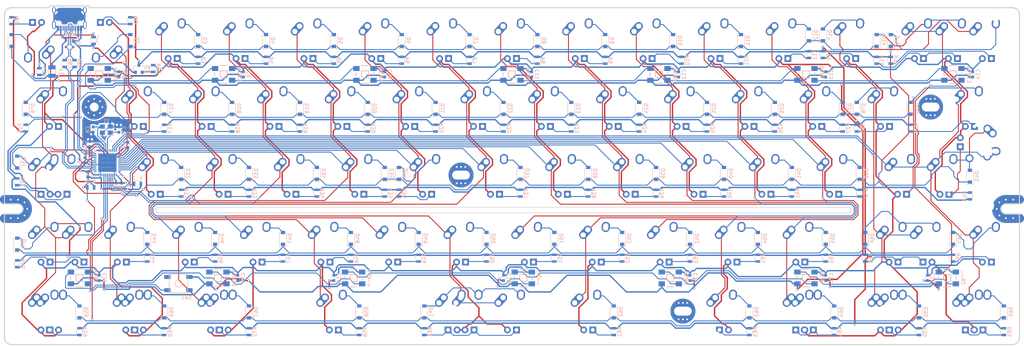
<source format=kicad_pcb>
(kicad_pcb (version 20171130) (host pcbnew "(5.0.0)")
  (layers (0 F.Cu signal) (31 B.Cu signal) (34 B.Paste user) (35 F.Paste user) (36 B.SilkS user) (37 F.SilkS user) (38 B.Mask user) (39 F.Mask user) (44 Edge.Cuts user))
  (net 0 "")
  (net 1 "Net-(D1-Pad2)")
  (net 2 "Net-(D2-Pad2)")
  (net 3 "Net-(D3-Pad2)")
  (net 4 "Net-(D4-Pad2)")
  (net 5 "Net-(D5-Pad2)")
  (net 6 "Net-(D6-Pad2)")
  (net 7 "Net-(D7-Pad2)")
  (net 8 "Net-(D8-Pad2)")
  (net 9 "Net-(D9-Pad2)")
  (net 10 "Net-(D10-Pad2)")
  (net 11 "Net-(D11-Pad2)")
  (net 12 "Net-(D12-Pad2)")
  (net 13 "Net-(D13-Pad2)")
  (net 14 "Net-(D14-Pad2)")
  (net 15 "Net-(D16-Pad2)")
  (net 16 "Net-(D17-Pad2)")
  (net 17 "Net-(D18-Pad2)")
  (net 18 "Net-(D19-Pad2)")
  (net 19 "Net-(D20-Pad2)")
  (net 20 "Net-(D21-Pad2)")
  (net 21 "Net-(D22-Pad2)")
  (net 22 "Net-(D23-Pad2)")
  (net 23 "Net-(D24-Pad2)")
  (net 24 "Net-(D25-Pad2)")
  (net 25 "Net-(D26-Pad2)")
  (net 26 "Net-(D27-Pad2)")
  (net 27 "Net-(D28-Pad2)")
  (net 28 "Net-(D29-Pad2)")
  (net 29 "Net-(D30-Pad2)")
  (net 30 "Net-(D31-Pad2)")
  (net 31 "Net-(D32-Pad2)")
  (net 32 "Net-(D33-Pad2)")
  (net 33 "Net-(D34-Pad2)")
  (net 34 "Net-(D35-Pad2)")
  (net 35 "Net-(D36-Pad2)")
  (net 36 "Net-(D37-Pad2)")
  (net 37 "Net-(D38-Pad2)")
  (net 38 "Net-(D39-Pad2)")
  (net 39 "Net-(D40-Pad2)")
  (net 40 "Net-(D41-Pad2)")
  (net 41 "Net-(D42-Pad2)")
  (net 42 "Net-(D43-Pad2)")
  (net 43 "Net-(D44-Pad2)")
  (net 44 "Net-(D45-Pad2)")
  (net 45 "Net-(D46-Pad2)")
  (net 46 "Net-(D47-Pad2)")
  (net 47 "Net-(D48-Pad2)")
  (net 48 "Net-(D49-Pad2)")
  (net 49 "Net-(D50-Pad2)")
  (net 50 "Net-(D51-Pad2)")
  (net 51 "Net-(D52-Pad2)")
  (net 52 "Net-(D53-Pad2)")
  (net 53 "Net-(D54-Pad2)")
  (net 54 "Net-(D55-Pad2)")
  (net 55 "Net-(D56-Pad2)")
  (net 56 "Net-(D57-Pad2)")
  (net 57 "Net-(D58-Pad2)")
  (net 58 "Net-(D59-Pad2)")
  (net 59 "Net-(D60-Pad2)")
  (net 60 "Net-(D61-Pad2)")
  (net 61 "Net-(D62-Pad2)")
  (net 62 "Net-(D63-Pad2)")
  (net 63 "Net-(D64-Pad2)")
  (net 64 "Net-(D65-Pad2)")
  (net 65 "Net-(K_#1-Pad4)")
  (net 66 "Net-(K_#2-Pad4)")
  (net 67 "Net-(K_#3-Pad4)")
  (net 68 "Net-(K_#4-Pad4)")
  (net 69 "Net-(K_#5-Pad4)")
  (net 70 "Net-(K_#6-Pad4)")
  (net 71 "Net-(K_#7-Pad4)")
  (net 72 "Net-(K_#8-Pad4)")
  (net 73 "Net-(K_#9-Pad4)")
  (net 74 "Net-(K_#10-Pad4)")
  (net 75 "Net-(K_'1-Pad4)")
  (net 76 "Net-(K_,1-Pad4)")
  (net 77 "Net-(K_-1-Pad4)")
  (net 78 "Net-(K_.1-Pad4)")
  (net 79 "Net-(K_/1-Pad4)")
  (net 80 "Net-(K_;1-Pad4)")
  (net 81 "Net-(K_=1-Pad4)")
  (net 82 "Net-(K_A1-Pad4)")
  (net 83 "Net-(K_ALT1-Pad4)")
  (net 84 "Net-(K_B1-Pad4)")
  (net 85 "Net-(K_BACK1-Pad4)")
  (net 86 "Net-(K_C1-Pad4)")
  (net 87 "Net-(K_CAPS1-Pad4)")
  (net 88 "Net-(K_CTRL1-Pad4)")
  (net 89 "Net-(K_D1-Pad4)")
  (net 90 "Net-(K_E1-Pad4)")
  (net 91 "Net-(K_ENTER1-Pad4)")
  (net 92 "Net-(K_ESC1-Pad4)")
  (net 93 "Net-(K_F1-Pad4)")
  (net 94 "Net-(K_G1-Pad4)")
  (net 95 "Net-(K_H1-Pad4)")
  (net 96 "Net-(K_I1-Pad4)")
  (net 97 "Net-(K_J1-Pad4)")
  (net 98 "Net-(K_K1-Pad4)")
  (net 99 "Net-(K_L1-Pad4)")
  (net 100 "Net-(K_M1-Pad4)")
  (net 101 "Net-(K_N1-Pad4)")
  (net 102 "Net-(K_O1-Pad4)")
  (net 103 "Net-(K_P1-Pad4)")
  (net 104 "Net-(K_Q1-Pad4)")
  (net 105 "Net-(K_R1-Pad4)")
  (net 106 "Net-(K_S1-Pad4)")
  (net 107 "Net-(K_SHIFT1-Pad4)")
  (net 108 "Net-(K_SPACE1-Pad4)")
  (net 109 "Net-(K_T1-Pad4)")
  (net 110 "Net-(K_TAB1-Pad4)")
  (net 111 "Net-(K_U1-Pad4)")
  (net 112 "Net-(K_V1-Pad4)")
  (net 113 "Net-(K_W1-Pad4)")
  (net 114 "Net-(K_X1-Pad4)")
  (net 115 "Net-(K_Y1-Pad4)")
  (net 116 "Net-(K_Z1-Pad4)")
  (net 117 "Net-(K_[1-Pad4)")
  (net 118 "Net-(K_\\1-Pad4)")
  (net 119 "Net-(K_]1-Pad4)")
  (net 120 ROW0)
  (net 121 ROW1)
  (net 122 ROW2)
  (net 123 ROW3)
  (net 124 ROW4)
  (net 125 COL1)
  (net 126 +5V)
  (net 127 COL2)
  (net 128 COL3)
  (net 129 COL4)
  (net 130 COL5)
  (net 131 COL6)
  (net 132 COL7)
  (net 133 COL8)
  (net 134 COL9)
  (net 135 COL10)
  (net 136 COL11)
  (net 137 COL12)
  (net 138 COL13)
  (net 139 COL0)
  (net 140 LEDGND)
  (net 141 GND)
  (net 142 "Net-(R68-Pad2)")
  (net 143 "Net-(R67-Pad2)")
  (net 144 VCC)
  (net 145 "Net-(C6-Pad1)")
  (net 146 "Net-(C7-Pad1)")
  (net 147 "Net-(C8-Pad1)")
  (net 148 D-)
  (net 149 D+)
  (net 150 "Net-(Q1-Pad1)")
  (net 151 "Net-(R69-Pad2)")
  (net 152 "Net-(R70-Pad2)")
  (net 153 "Net-(R71-Pad2)")
  (net 154 "Net-(U1-Pad1)")
  (net 155 "Net-(U1-Pad8)")
  (net 156 "Net-(U1-Pad42)")
  (net 157 "Net-(D67-Pad2)")
  (net 158 "Net-(R73-Pad2)")
  (net 159 "Net-(R74-Pad2)")
  (net 160 "Net-(USB1-Pad9)")
  (net 161 "Net-(USB1-Pad3)")
  (net 162 "Net-(D68-Pad2)")
  (net 163 "Net-(K_SBACK2-Pad4)")
  (net 164 "Net-(K_RALT2-Pad4)")
  (net 165 "Net-(K_RALT3-Pad4)")
  (net 166 "Net-(K_RCTRL2-Pad4)")
  (net 167 "Net-(K_RMENU2-Pad4)")
  (net 168 "Net-(K_WIN1-Pad4)")
  (net 169 "Net-(K_RSHIFT1-Pad4)")
  (net 170 "Net-(K_SRSHIFT2-Pad4)")
  (net 171 "Net-(K_SHIFT3-Pad4)")
  (net 172 "Net-(K_SPACE3-Pad4)")
  (net 173 "Net-(K_SPACE4-Pad4)")
  (net 174 "Net-(U1-Pad18)")
  (net 175 "Net-(U1-Pad19)")
  (net 176 "Net-(RGB1-Pad2)")
  (net 177 RGBLED)
  (net 178 "Net-(RGB13-Pad2)")
  (net 179 "Net-(RGB2-Pad2)")
  (net 180 "Net-(RGB3-Pad2)")
  (net 181 "Net-(RGB4-Pad2)")
  (net 182 "Net-(RGB5-Pad2)")
  (net 183 "Net-(RGB6-Pad2)")
  (net 184 "Net-(RGB7-Pad2)")
  (net 185 "Net-(RGB10-Pad4)")
  (net 186 "Net-(RGB11-Pad4)")
  (net 187 "Net-(RGB10-Pad2)")
  (net 188 "Net-(RGB11-Pad2)")
  (net 189 "Net-(RGB12-Pad2)")
  (net 190 "Net-(RGB14-Pad2)")
  (module Diodes_SMD:D_SOD-123 (layer B.Cu) (at 24.60625 31.75 90)
    (fp_text reference D1 (at 0 2 90) (layer B.SilkS) (effects (justify mirror)))
    (fp_text value SOD-123)
    (pad 1 smd rect (at -1.65 0 90) (size 0.9 1.2) (layers B.Cu B.Paste B.Mask) (net 120 ROW0))
    (pad 2 smd rect (at 1.65 0 90) (size 0.9 1.2) (layers B.Cu B.Paste B.Mask) (net 1 "Net-(D1-Pad2)"))
  )
  (module Diodes_SMD:D_SOD-123 (layer B.Cu) (at 57.94375 31.75 90)
    (fp_text reference D2 (at 0 2 90) (layer B.SilkS) (effects (justify mirror)))
    (fp_text value SOD-123)
    (pad 1 smd rect (at -1.65 0 90) (size 0.9 1.2) (layers B.Cu B.Paste B.Mask) (net 120 ROW0))
    (pad 2 smd rect (at 1.65 0 90) (size 0.9 1.2) (layers B.Cu B.Paste B.Mask) (net 2 "Net-(D2-Pad2)"))
  )
  (module Diodes_SMD:D_SOD-123 (layer B.Cu) (at 76.99375 31.75 90)
    (fp_text reference D3 (at 0 2 90) (layer B.SilkS) (effects (justify mirror)))
    (fp_text value SOD-123)
    (pad 2 smd rect (at 1.65 0 90) (size 0.9 1.2) (layers B.Cu B.Paste B.Mask) (net 3 "Net-(D3-Pad2)"))
    (pad 1 smd rect (at -1.65 0 90) (size 0.9 1.2) (layers B.Cu B.Paste B.Mask) (net 120 ROW0))
  )
  (module Diodes_SMD:D_SOD-123 (layer B.Cu) (at 96.04375 31.75 90)
    (fp_text reference D4 (at 0 2 90) (layer B.SilkS) (effects (justify mirror)))
    (fp_text value SOD-123)
    (pad 1 smd rect (at -1.65 0 90) (size 0.9 1.2) (layers B.Cu B.Paste B.Mask) (net 120 ROW0))
    (pad 2 smd rect (at 1.65 0 90) (size 0.9 1.2) (layers B.Cu B.Paste B.Mask) (net 4 "Net-(D4-Pad2)"))
  )
  (module Diodes_SMD:D_SOD-123 (layer B.Cu) (at 115.09375 31.75 90)
    (fp_text reference D5 (at 0 2 90) (layer B.SilkS) (effects (justify mirror)))
    (fp_text value SOD-123)
    (pad 2 smd rect (at 1.65 0 90) (size 0.9 1.2) (layers B.Cu B.Paste B.Mask) (net 5 "Net-(D5-Pad2)"))
    (pad 1 smd rect (at -1.65 0 90) (size 0.9 1.2) (layers B.Cu B.Paste B.Mask) (net 120 ROW0))
  )
  (module Diodes_SMD:D_SOD-123 (layer B.Cu) (at 134.14375 31.75 90)
    (fp_text reference D6 (at 0 2 90) (layer B.SilkS) (effects (justify mirror)))
    (fp_text value SOD-123)
    (pad 1 smd rect (at -1.65 0 90) (size 0.9 1.2) (layers B.Cu B.Paste B.Mask) (net 120 ROW0))
    (pad 2 smd rect (at 1.65 0 90) (size 0.9 1.2) (layers B.Cu B.Paste B.Mask) (net 6 "Net-(D6-Pad2)"))
  )
  (module Diodes_SMD:D_SOD-123 (layer B.Cu) (at 153.19375 31.75 90)
    (fp_text reference D7 (at 0 2 90) (layer B.SilkS) (effects (justify mirror)))
    (fp_text value SOD-123)
    (pad 2 smd rect (at 1.65 0 90) (size 0.9 1.2) (layers B.Cu B.Paste B.Mask) (net 7 "Net-(D7-Pad2)"))
    (pad 1 smd rect (at -1.65 0 90) (size 0.9 1.2) (layers B.Cu B.Paste B.Mask) (net 120 ROW0))
  )
  (module Diodes_SMD:D_SOD-123 (layer B.Cu) (at 172.24375 31.75 90)
    (fp_text reference D8 (at 0 2 90) (layer B.SilkS) (effects (justify mirror)))
    (fp_text value SOD-123)
    (pad 1 smd rect (at -1.65 0 90) (size 0.9 1.2) (layers B.Cu B.Paste B.Mask) (net 120 ROW0))
    (pad 2 smd rect (at 1.65 0 90) (size 0.9 1.2) (layers B.Cu B.Paste B.Mask) (net 8 "Net-(D8-Pad2)"))
  )
  (module Diodes_SMD:D_SOD-123 (layer B.Cu) (at 191.29375 31.75 90)
    (fp_text reference D9 (at 0 2 90) (layer B.SilkS) (effects (justify mirror)))
    (fp_text value SOD-123)
    (pad 1 smd rect (at -1.65 0 90) (size 0.9 1.2) (layers B.Cu B.Paste B.Mask) (net 120 ROW0))
    (pad 2 smd rect (at 1.65 0 90) (size 0.9 1.2) (layers B.Cu B.Paste B.Mask) (net 9 "Net-(D9-Pad2)"))
  )
  (module Diodes_SMD:D_SOD-123 (layer B.Cu) (at 210.34375 31.75 90)
    (fp_text reference D10 (at 0 2 90) (layer B.SilkS) (effects (justify mirror)))
    (fp_text value SOD-123)
    (pad 1 smd rect (at -1.65 0 90) (size 0.9 1.2) (layers B.Cu B.Paste B.Mask) (net 120 ROW0))
    (pad 2 smd rect (at 1.65 0 90) (size 0.9 1.2) (layers B.Cu B.Paste B.Mask) (net 10 "Net-(D10-Pad2)"))
  )
  (module Diodes_SMD:D_SOD-123 (layer B.Cu) (at 229.39375 31.75 90)
    (fp_text reference D11 (at 0 2 90) (layer B.SilkS) (effects (justify mirror)))
    (fp_text value SOD-123)
    (pad 2 smd rect (at 1.65 0 90) (size 0.9 1.2) (layers B.Cu B.Paste B.Mask) (net 11 "Net-(D11-Pad2)"))
    (pad 1 smd rect (at -1.65 0 90) (size 0.9 1.2) (layers B.Cu B.Paste B.Mask) (net 120 ROW0))
  )
  (module Diodes_SMD:D_SOD-123 (layer B.Cu) (at 248.44375 30.1625 90)
    (fp_text reference D12 (at 0 2 90) (layer B.SilkS) (effects (justify mirror)))
    (fp_text value SOD-123)
    (pad 1 smd rect (at -1.65 0 90) (size 0.9 1.2) (layers B.Cu B.Paste B.Mask) (net 120 ROW0))
    (pad 2 smd rect (at 1.65 0 90) (size 0.9 1.2) (layers B.Cu B.Paste B.Mask) (net 12 "Net-(D12-Pad2)"))
  )
  (module Diodes_SMD:D_SOD-123 (layer B.Cu) (at 252.4125 30.1625 90)
    (fp_text reference D13 (at 0 2 90) (layer B.SilkS) (effects (justify mirror)))
    (fp_text value SOD-123)
    (pad 1 smd rect (at -1.65 0 90) (size 0.9 1.2) (layers B.Cu B.Paste B.Mask) (net 120 ROW0))
    (pad 2 smd rect (at 1.65 0 90) (size 0.9 1.2) (layers B.Cu B.Paste B.Mask) (net 13 "Net-(D13-Pad2)"))
  )
  (module Diodes_SMD:D_SOD-123 (layer B.Cu) (at 267.49375 31.75 90)
    (fp_text reference D14 (at 0 2 90) (layer B.SilkS) (effects (justify mirror)))
    (fp_text value SOD-123)
    (pad 2 smd rect (at 1.65 0 90) (size 0.9 1.2) (layers B.Cu B.Paste B.Mask) (net 14 "Net-(D14-Pad2)"))
    (pad 1 smd rect (at -1.65 0 90) (size 0.9 1.2) (layers B.Cu B.Paste B.Mask) (net 120 ROW0))
  )
  (module Diodes_SMD:D_SOD-123 (layer B.Cu) (at 28.575 50.8 90)
    (fp_text reference D16 (at 0 2 90) (layer B.SilkS) (effects (justify mirror)))
    (fp_text value SOD-123)
    (pad 1 smd rect (at -1.65 0 90) (size 0.9 1.2) (layers B.Cu B.Paste B.Mask) (net 121 ROW1))
    (pad 2 smd rect (at 1.65 0 90) (size 0.9 1.2) (layers B.Cu B.Paste B.Mask) (net 15 "Net-(D16-Pad2)"))
  )
  (module Diodes_SMD:D_SOD-123 (layer B.Cu) (at 67.46875 50.8 90)
    (fp_text reference D17 (at 0 2 90) (layer B.SilkS) (effects (justify mirror)))
    (fp_text value SOD-123)
    (pad 1 smd rect (at -1.65 0 90) (size 0.9 1.2) (layers B.Cu B.Paste B.Mask) (net 121 ROW1))
    (pad 2 smd rect (at 1.65 0 90) (size 0.9 1.2) (layers B.Cu B.Paste B.Mask) (net 16 "Net-(D17-Pad2)"))
  )
  (module Diodes_SMD:D_SOD-123 (layer B.Cu) (at 86.51875 50.8 90)
    (fp_text reference D18 (at 0 2 90) (layer B.SilkS) (effects (justify mirror)))
    (fp_text value SOD-123)
    (pad 1 smd rect (at -1.65 0 90) (size 0.9 1.2) (layers B.Cu B.Paste B.Mask) (net 121 ROW1))
    (pad 2 smd rect (at 1.65 0 90) (size 0.9 1.2) (layers B.Cu B.Paste B.Mask) (net 17 "Net-(D18-Pad2)"))
  )
  (module Diodes_SMD:D_SOD-123 (layer B.Cu) (at 105.56875 50.8 90)
    (fp_text reference D19 (at 0 2 90) (layer B.SilkS) (effects (justify mirror)))
    (fp_text value SOD-123)
    (pad 2 smd rect (at 1.65 0 90) (size 0.9 1.2) (layers B.Cu B.Paste B.Mask) (net 18 "Net-(D19-Pad2)"))
    (pad 1 smd rect (at -1.65 0 90) (size 0.9 1.2) (layers B.Cu B.Paste B.Mask) (net 121 ROW1))
  )
  (module Diodes_SMD:D_SOD-123 (layer B.Cu) (at 124.61875 50.8 90)
    (fp_text reference D20 (at 0 2 90) (layer B.SilkS) (effects (justify mirror)))
    (fp_text value SOD-123)
    (pad 2 smd rect (at 1.65 0 90) (size 0.9 1.2) (layers B.Cu B.Paste B.Mask) (net 19 "Net-(D20-Pad2)"))
    (pad 1 smd rect (at -1.65 0 90) (size 0.9 1.2) (layers B.Cu B.Paste B.Mask) (net 121 ROW1))
  )
  (module Diodes_SMD:D_SOD-123 (layer B.Cu) (at 143.66875 50.8 90)
    (fp_text reference D21 (at 0 2 90) (layer B.SilkS) (effects (justify mirror)))
    (fp_text value SOD-123)
    (pad 1 smd rect (at -1.65 0 90) (size 0.9 1.2) (layers B.Cu B.Paste B.Mask) (net 121 ROW1))
    (pad 2 smd rect (at 1.65 0 90) (size 0.9 1.2) (layers B.Cu B.Paste B.Mask) (net 20 "Net-(D21-Pad2)"))
  )
  (module Diodes_SMD:D_SOD-123 (layer B.Cu) (at 162.71875 50.8 90)
    (fp_text reference D22 (at 0 2 90) (layer B.SilkS) (effects (justify mirror)))
    (fp_text value SOD-123)
    (pad 2 smd rect (at 1.65 0 90) (size 0.9 1.2) (layers B.Cu B.Paste B.Mask) (net 21 "Net-(D22-Pad2)"))
    (pad 1 smd rect (at -1.65 0 90) (size 0.9 1.2) (layers B.Cu B.Paste B.Mask) (net 121 ROW1))
  )
  (module Diodes_SMD:D_SOD-123 (layer B.Cu) (at 181.76875 50.8 90)
    (fp_text reference D23 (at 0 2 90) (layer B.SilkS) (effects (justify mirror)))
    (fp_text value SOD-123)
    (pad 2 smd rect (at 1.65 0 90) (size 0.9 1.2) (layers B.Cu B.Paste B.Mask) (net 22 "Net-(D23-Pad2)"))
    (pad 1 smd rect (at -1.65 0 90) (size 0.9 1.2) (layers B.Cu B.Paste B.Mask) (net 121 ROW1))
  )
  (module Diodes_SMD:D_SOD-123 (layer B.Cu) (at 200.81875 50.8 90)
    (fp_text reference D24 (at 0 2 90) (layer B.SilkS) (effects (justify mirror)))
    (fp_text value SOD-123)
    (pad 1 smd rect (at -1.65 0 90) (size 0.9 1.2) (layers B.Cu B.Paste B.Mask) (net 121 ROW1))
    (pad 2 smd rect (at 1.65 0 90) (size 0.9 1.2) (layers B.Cu B.Paste B.Mask) (net 23 "Net-(D24-Pad2)"))
  )
  (module Diodes_SMD:D_SOD-123 (layer B.Cu) (at 219.86875 50.8 90)
    (fp_text reference D25 (at 0 2 90) (layer B.SilkS) (effects (justify mirror)))
    (fp_text value SOD-123)
    (pad 2 smd rect (at 1.65 0 90) (size 0.9 1.2) (layers B.Cu B.Paste B.Mask) (net 24 "Net-(D25-Pad2)"))
    (pad 1 smd rect (at -1.65 0 90) (size 0.9 1.2) (layers B.Cu B.Paste B.Mask) (net 121 ROW1))
  )
  (module Diodes_SMD:D_SOD-123 (layer B.Cu) (at 238.91875 50.8 90)
    (fp_text reference D26 (at 0 2 90) (layer B.SilkS) (effects (justify mirror)))
    (fp_text value SOD-123)
    (pad 1 smd rect (at -1.65 0 90) (size 0.9 1.2) (layers B.Cu B.Paste B.Mask) (net 121 ROW1))
    (pad 2 smd rect (at 1.65 0 90) (size 0.9 1.2) (layers B.Cu B.Paste B.Mask) (net 25 "Net-(D26-Pad2)"))
  )
  (module Diodes_SMD:D_SOD-123 (layer B.Cu) (at 257.96875 50.8 90)
    (fp_text reference D27 (at 0 2 90) (layer B.SilkS) (effects (justify mirror)))
    (fp_text value SOD-123)
    (pad 2 smd rect (at 1.65 0 90) (size 0.9 1.2) (layers B.Cu B.Paste B.Mask) (net 26 "Net-(D27-Pad2)"))
    (pad 1 smd rect (at -1.65 0 90) (size 0.9 1.2) (layers B.Cu B.Paste B.Mask) (net 121 ROW1))
  )
  (module Diodes_SMD:D_SOD-123 (layer B.Cu) (at 261.9375 50.8 90)
    (fp_text reference D28 (at 0 2 90) (layer B.SilkS) (effects (justify mirror)))
    (fp_text value SOD-123)
    (pad 2 smd rect (at 1.65 0 90) (size 0.9 1.2) (layers B.Cu B.Paste B.Mask) (net 27 "Net-(D28-Pad2)"))
    (pad 1 smd rect (at -1.65 0 90) (size 0.9 1.2) (layers B.Cu B.Paste B.Mask) (net 121 ROW1))
  )
  (module Diodes_SMD:D_SOD-123 (layer B.Cu) (at 277.01875 50.8 90)
    (fp_text reference D29 (at 0 2 90) (layer B.SilkS) (effects (justify mirror)))
    (fp_text value SOD-123)
    (pad 2 smd rect (at 1.65 0 90) (size 0.9 1.2) (layers B.Cu B.Paste B.Mask) (net 28 "Net-(D29-Pad2)"))
    (pad 1 smd rect (at -1.65 0 90) (size 0.9 1.2) (layers B.Cu B.Paste B.Mask) (net 121 ROW1))
  )
  (module Diodes_SMD:D_SOD-123 (layer B.Cu) (at 279.4 107.95 90)
    (fp_text reference D30 (at 0 2 90) (layer B.SilkS) (effects (justify mirror)))
    (fp_text value SOD-123)
    (pad 1 smd rect (at -1.65 0 90) (size 0.9 1.2) (layers B.Cu B.Paste B.Mask) (net 124 ROW4))
    (pad 2 smd rect (at 1.65 0 90) (size 0.9 1.2) (layers B.Cu B.Paste B.Mask) (net 29 "Net-(D30-Pad2)"))
  )
  (module Diodes_SMD:D_SOD-123 (layer B.Cu) (at 26.19375 65.88125 90)
    (fp_text reference D31 (at 0 2 90) (layer B.SilkS) (effects (justify mirror)))
    (fp_text value SOD-123)
    (pad 1 smd rect (at -1.65 0 90) (size 0.9 1.2) (layers B.Cu B.Paste B.Mask) (net 122 ROW2))
    (pad 2 smd rect (at 1.65 0 90) (size 0.9 1.2) (layers B.Cu B.Paste B.Mask) (net 30 "Net-(D31-Pad2)"))
  )
  (module Diodes_SMD:D_SOD-123 (layer B.Cu) (at 72.23125 69.05625 90)
    (fp_text reference D32 (at 0 2 90) (layer B.SilkS) (effects (justify mirror)))
    (fp_text value SOD-123)
    (pad 2 smd rect (at 1.65 0 90) (size 0.9 1.2) (layers B.Cu B.Paste B.Mask) (net 31 "Net-(D32-Pad2)"))
    (pad 1 smd rect (at -1.65 0 90) (size 0.9 1.2) (layers B.Cu B.Paste B.Mask) (net 122 ROW2))
  )
  (module Diodes_SMD:D_SOD-123 (layer B.Cu) (at 91.28125 69.05625 90)
    (fp_text reference D33 (at 0 2 90) (layer B.SilkS) (effects (justify mirror)))
    (fp_text value SOD-123)
    (pad 2 smd rect (at 1.65 0 90) (size 0.9 1.2) (layers B.Cu B.Paste B.Mask) (net 32 "Net-(D33-Pad2)"))
    (pad 1 smd rect (at -1.65 0 90) (size 0.9 1.2) (layers B.Cu B.Paste B.Mask) (net 122 ROW2))
  )
  (module Diodes_SMD:D_SOD-123 (layer B.Cu) (at 110.33125 69.05625 90)
    (fp_text reference D34 (at 0 2 90) (layer B.SilkS) (effects (justify mirror)))
    (fp_text value SOD-123)
    (pad 1 smd rect (at -1.65 0 90) (size 0.9 1.2) (layers B.Cu B.Paste B.Mask) (net 122 ROW2))
    (pad 2 smd rect (at 1.65 0 90) (size 0.9 1.2) (layers B.Cu B.Paste B.Mask) (net 33 "Net-(D34-Pad2)"))
  )
  (module Diodes_SMD:D_SOD-123 (layer B.Cu) (at 129.38125 69.05625 90)
    (fp_text reference D35 (at 0 2 90) (layer B.SilkS) (effects (justify mirror)))
    (fp_text value SOD-123)
    (pad 1 smd rect (at -1.65 0 90) (size 0.9 1.2) (layers B.Cu B.Paste B.Mask) (net 122 ROW2))
    (pad 2 smd rect (at 1.65 0 90) (size 0.9 1.2) (layers B.Cu B.Paste B.Mask) (net 34 "Net-(D35-Pad2)"))
  )
  (module Diodes_SMD:D_SOD-123 (layer B.Cu) (at 133.35 69.05625 90)
    (fp_text reference D36 (at 0 2 90) (layer B.SilkS) (effects (justify mirror)))
    (fp_text value SOD-123)
    (pad 1 smd rect (at -1.65 0 90) (size 0.9 1.2) (layers B.Cu B.Paste B.Mask) (net 122 ROW2))
    (pad 2 smd rect (at 1.65 0 90) (size 0.9 1.2) (layers B.Cu B.Paste B.Mask) (net 35 "Net-(D36-Pad2)"))
  )
  (module Diodes_SMD:D_SOD-123 (layer B.Cu) (at 167.48125 69.05625 90)
    (fp_text reference D37 (at 0 2 90) (layer B.SilkS) (effects (justify mirror)))
    (fp_text value SOD-123)
    (pad 2 smd rect (at 1.65 0 90) (size 0.9 1.2) (layers B.Cu B.Paste B.Mask) (net 36 "Net-(D37-Pad2)"))
    (pad 1 smd rect (at -1.65 0 90) (size 0.9 1.2) (layers B.Cu B.Paste B.Mask) (net 122 ROW2))
  )
  (module Diodes_SMD:D_SOD-123 (layer B.Cu) (at 186.53125 69.05625 90)
    (fp_text reference D38 (at 0 2 90) (layer B.SilkS) (effects (justify mirror)))
    (fp_text value SOD-123)
    (pad 2 smd rect (at 1.65 0 90) (size 0.9 1.2) (layers B.Cu B.Paste B.Mask) (net 37 "Net-(D38-Pad2)"))
    (pad 1 smd rect (at -1.65 0 90) (size 0.9 1.2) (layers B.Cu B.Paste B.Mask) (net 122 ROW2))
  )
  (module Diodes_SMD:D_SOD-123 (layer B.Cu) (at 205.58125 69.05625 90)
    (fp_text reference D39 (at 0 2 90) (layer B.SilkS) (effects (justify mirror)))
    (fp_text value SOD-123)
    (pad 2 smd rect (at 1.65 0 90) (size 0.9 1.2) (layers B.Cu B.Paste B.Mask) (net 38 "Net-(D39-Pad2)"))
    (pad 1 smd rect (at -1.65 0 90) (size 0.9 1.2) (layers B.Cu B.Paste B.Mask) (net 122 ROW2))
  )
  (module Diodes_SMD:D_SOD-123 (layer B.Cu) (at 224.63125 69.05625 90)
    (fp_text reference D40 (at 0 2 90) (layer B.SilkS) (effects (justify mirror)))
    (fp_text value SOD-123)
    (pad 1 smd rect (at -1.65 0 90) (size 0.9 1.2) (layers B.Cu B.Paste B.Mask) (net 122 ROW2))
    (pad 2 smd rect (at 1.65 0 90) (size 0.9 1.2) (layers B.Cu B.Paste B.Mask) (net 39 "Net-(D40-Pad2)"))
  )
  (module Diodes_SMD:D_SOD-123 (layer B.Cu) (at 243.68125 69.05625 90)
    (fp_text reference D41 (at 0 2 90) (layer B.SilkS) (effects (justify mirror)))
    (fp_text value SOD-123)
    (pad 2 smd rect (at 1.65 0 90) (size 0.9 1.2) (layers B.Cu B.Paste B.Mask) (net 40 "Net-(D41-Pad2)"))
    (pad 1 smd rect (at -1.65 0 90) (size 0.9 1.2) (layers B.Cu B.Paste B.Mask) (net 122 ROW2))
  )
  (module Diodes_SMD:D_SOD-123 (layer B.Cu) (at 262.73125 69.05625 90)
    (fp_text reference D42 (at 0 2 90) (layer B.SilkS) (effects (justify mirror)))
    (fp_text value SOD-123)
    (pad 2 smd rect (at 1.65 0 90) (size 0.9 1.2) (layers B.Cu B.Paste B.Mask) (net 41 "Net-(D42-Pad2)"))
    (pad 1 smd rect (at -1.65 0 90) (size 0.9 1.2) (layers B.Cu B.Paste B.Mask) (net 122 ROW2))
  )
  (module Diodes_SMD:D_SOD-123 (layer B.Cu) (at 293.6875 69.85 90)
    (fp_text reference D43 (at 0 2 90) (layer B.SilkS) (effects (justify mirror)))
    (fp_text value SOD-123)
    (pad 2 smd rect (at 1.65 0 90) (size 0.9 1.2) (layers B.Cu B.Paste B.Mask) (net 42 "Net-(D43-Pad2)"))
    (pad 1 smd rect (at -1.65 0 90) (size 0.9 1.2) (layers B.Cu B.Paste B.Mask) (net 122 ROW2))
  )
  (module Diodes_SMD:D_SOD-123 (layer B.Cu) (at 26.19375 88.9 90)
    (fp_text reference D45 (at 0 2 90) (layer B.SilkS) (effects (justify mirror)))
    (fp_text value SOD-123)
    (pad 1 smd rect (at -1.65 0 90) (size 0.9 1.2) (layers B.Cu B.Paste B.Mask) (net 123 ROW3))
    (pad 2 smd rect (at 1.65 0 90) (size 0.9 1.2) (layers B.Cu B.Paste B.Mask) (net 44 "Net-(D45-Pad2)"))
  )
  (module Diodes_SMD:D_SOD-123 (layer B.Cu) (at 81.75625 87.3125 90)
    (fp_text reference D46 (at 0 2 90) (layer B.SilkS) (effects (justify mirror)))
    (fp_text value SOD-123)
    (pad 1 smd rect (at -1.65 0 90) (size 0.9 1.2) (layers B.Cu B.Paste B.Mask) (net 123 ROW3))
    (pad 2 smd rect (at 1.65 0 90) (size 0.9 1.2) (layers B.Cu B.Paste B.Mask) (net 45 "Net-(D46-Pad2)"))
  )
  (module Diodes_SMD:D_SOD-123 (layer B.Cu) (at 100.80625 87.3125 90)
    (fp_text reference D47 (at 0 2 90) (layer B.SilkS) (effects (justify mirror)))
    (fp_text value SOD-123)
    (pad 2 smd rect (at 1.65 0 90) (size 0.9 1.2) (layers B.Cu B.Paste B.Mask) (net 46 "Net-(D47-Pad2)"))
    (pad 1 smd rect (at -1.65 0 90) (size 0.9 1.2) (layers B.Cu B.Paste B.Mask) (net 123 ROW3))
  )
  (module Diodes_SMD:D_SOD-123 (layer B.Cu) (at 119.85625 87.3125 90)
    (fp_text reference D48 (at 0 2 90) (layer B.SilkS) (effects (justify mirror)))
    (fp_text value SOD-123)
    (pad 1 smd rect (at -1.65 0 90) (size 0.9 1.2) (layers B.Cu B.Paste B.Mask) (net 123 ROW3))
    (pad 2 smd rect (at 1.65 0 90) (size 0.9 1.2) (layers B.Cu B.Paste B.Mask) (net 47 "Net-(D48-Pad2)"))
  )
  (module Diodes_SMD:D_SOD-123 (layer B.Cu) (at 138.90625 87.3125 90)
    (fp_text reference D49 (at 0 2 90) (layer B.SilkS) (effects (justify mirror)))
    (fp_text value SOD-123)
    (pad 2 smd rect (at 1.65 0 90) (size 0.9 1.2) (layers B.Cu B.Paste B.Mask) (net 48 "Net-(D49-Pad2)"))
    (pad 1 smd rect (at -1.65 0 90) (size 0.9 1.2) (layers B.Cu B.Paste B.Mask) (net 123 ROW3))
  )
  (module Diodes_SMD:D_SOD-123 (layer B.Cu) (at 157.95625 87.3125 90)
    (fp_text reference D50 (at 0 2 90) (layer B.SilkS) (effects (justify mirror)))
    (fp_text value SOD-123)
    (pad 2 smd rect (at 1.65 0 90) (size 0.9 1.2) (layers B.Cu B.Paste B.Mask) (net 49 "Net-(D50-Pad2)"))
    (pad 1 smd rect (at -1.65 0 90) (size 0.9 1.2) (layers B.Cu B.Paste B.Mask) (net 123 ROW3))
  )
  (module Diodes_SMD:D_SOD-123 (layer B.Cu) (at 177.00625 87.3125 90)
    (fp_text reference D51 (at 0 2 90) (layer B.SilkS) (effects (justify mirror)))
    (fp_text value SOD-123)
    (pad 2 smd rect (at 1.65 0 90) (size 0.9 1.2) (layers B.Cu B.Paste B.Mask) (net 50 "Net-(D51-Pad2)"))
    (pad 1 smd rect (at -1.65 0 90) (size 0.9 1.2) (layers B.Cu B.Paste B.Mask) (net 123 ROW3))
  )
  (module Diodes_SMD:D_SOD-123 (layer B.Cu) (at 196.05625 87.3125 90)
    (fp_text reference D52 (at 0 2 90) (layer B.SilkS) (effects (justify mirror)))
    (fp_text value SOD-123)
    (pad 2 smd rect (at 1.65 0 90) (size 0.9 1.2) (layers B.Cu B.Paste B.Mask) (net 51 "Net-(D52-Pad2)"))
    (pad 1 smd rect (at -1.65 0 90) (size 0.9 1.2) (layers B.Cu B.Paste B.Mask) (net 123 ROW3))
  )
  (module Diodes_SMD:D_SOD-123 (layer B.Cu) (at 215.10625 87.3125 90)
    (fp_text reference D53 (at 0 2 90) (layer B.SilkS) (effects (justify mirror)))
    (fp_text value SOD-123)
    (pad 1 smd rect (at -1.65 0 90) (size 0.9 1.2) (layers B.Cu B.Paste B.Mask) (net 123 ROW3))
    (pad 2 smd rect (at 1.65 0 90) (size 0.9 1.2) (layers B.Cu B.Paste B.Mask) (net 52 "Net-(D53-Pad2)"))
  )
  (module Diodes_SMD:D_SOD-123 (layer B.Cu) (at 234.15625 87.3125 90)
    (fp_text reference D54 (at 0 2 90) (layer B.SilkS) (effects (justify mirror)))
    (fp_text value SOD-123)
    (pad 1 smd rect (at -1.65 0 90) (size 0.9 1.2) (layers B.Cu B.Paste B.Mask) (net 123 ROW3))
    (pad 2 smd rect (at 1.65 0 90) (size 0.9 1.2) (layers B.Cu B.Paste B.Mask) (net 53 "Net-(D54-Pad2)"))
  )
  (module Diodes_SMD:D_SOD-123 (layer B.Cu) (at 253.20625 87.3125 90)
    (fp_text reference D55 (at 0 2 90) (layer B.SilkS) (effects (justify mirror)))
    (fp_text value SOD-123)
    (pad 1 smd rect (at -1.65 0 90) (size 0.9 1.2) (layers B.Cu B.Paste B.Mask) (net 123 ROW3))
    (pad 2 smd rect (at 1.65 0 90) (size 0.9 1.2) (layers B.Cu B.Paste B.Mask) (net 54 "Net-(D55-Pad2)"))
  )
  (module Diodes_SMD:D_SOD-123 (layer B.Cu) (at 264.31875 87.3125 90)
    (fp_text reference D56 (at 0 2 90) (layer B.SilkS) (effects (justify mirror)))
    (fp_text value SOD-123)
    (pad 2 smd rect (at 1.65 0 90) (size 0.9 1.2) (layers B.Cu B.Paste B.Mask) (net 55 "Net-(D56-Pad2)"))
    (pad 1 smd rect (at -1.65 0 90) (size 0.9 1.2) (layers B.Cu B.Paste B.Mask) (net 123 ROW3))
  )
  (module Diodes_SMD:D_SOD-123 (layer B.Cu) (at 288.925 87.3125 90)
    (fp_text reference D57 (at 0 2 90) (layer B.SilkS) (effects (justify mirror)))
    (fp_text value SOD-123)
    (pad 2 smd rect (at 1.65 0 90) (size 0.9 1.2) (layers B.Cu B.Paste B.Mask) (net 56 "Net-(D57-Pad2)"))
    (pad 1 smd rect (at -1.65 0 90) (size 0.9 1.2) (layers B.Cu B.Paste B.Mask) (net 123 ROW3))
  )
  (module Diodes_SMD:D_SOD-123 (layer B.Cu) (at 43.65625 107.95 90)
    (fp_text reference D59 (at 0 2 90) (layer B.SilkS) (effects (justify mirror)))
    (fp_text value SOD-123)
    (pad 2 smd rect (at 1.65 0 90) (size 0.9 1.2) (layers B.Cu B.Paste B.Mask) (net 58 "Net-(D59-Pad2)"))
    (pad 1 smd rect (at -1.65 0 90) (size 0.9 1.2) (layers B.Cu B.Paste B.Mask) (net 124 ROW4))
  )
  (module Diodes_SMD:D_SOD-123 (layer B.Cu) (at 67.46875 107.95 90)
    (fp_text reference D60 (at 0 2 90) (layer B.SilkS) (effects (justify mirror)))
    (fp_text value SOD-123)
    (pad 1 smd rect (at -1.65 0 90) (size 0.9 1.2) (layers B.Cu B.Paste B.Mask) (net 124 ROW4))
    (pad 2 smd rect (at 1.65 0 90) (size 0.9 1.2) (layers B.Cu B.Paste B.Mask) (net 59 "Net-(D60-Pad2)"))
  )
  (module Diodes_SMD:D_SOD-123 (layer B.Cu) (at 140.49375 107.95 90)
    (fp_text reference D61 (at 0 2 90) (layer B.SilkS) (effects (justify mirror)))
    (fp_text value SOD-123)
    (pad 1 smd rect (at -1.65 0 90) (size 0.9 1.2) (layers B.Cu B.Paste B.Mask) (net 124 ROW4))
    (pad 2 smd rect (at 1.65 0 90) (size 0.9 1.2) (layers B.Cu B.Paste B.Mask) (net 60 "Net-(D61-Pad2)"))
  )
  (module Diodes_SMD:D_SOD-123 (layer B.Cu) (at 231.775 107.95 90)
    (fp_text reference D63 (at 0 2 90) (layer B.SilkS) (effects (justify mirror)))
    (fp_text value SOD-123)
    (pad 1 smd rect (at -1.65 0 90) (size 0.9 1.2) (layers B.Cu B.Paste B.Mask) (net 124 ROW4))
    (pad 2 smd rect (at 1.65 0 90) (size 0.9 1.2) (layers B.Cu B.Paste B.Mask) (net 62 "Net-(D63-Pad2)"))
  )
  (module Diodes_SMD:D_SOD-123 (layer B.Cu) (at 255.5875 107.95 90)
    (fp_text reference D64 (at 0 2 90) (layer B.SilkS) (effects (justify mirror)))
    (fp_text value SOD-123)
    (pad 1 smd rect (at -1.65 0 90) (size 0.9 1.2) (layers B.Cu B.Paste B.Mask) (net 124 ROW4))
    (pad 2 smd rect (at 1.65 0 90) (size 0.9 1.2) (layers B.Cu B.Paste B.Mask) (net 63 "Net-(D64-Pad2)"))
  )
  (module Diodes_SMD:D_SOD-123 (layer B.Cu) (at 303.2125 107.95 90)
    (fp_text reference D65 (at 0 2 90) (layer B.SilkS) (effects (justify mirror)))
    (fp_text value SOD-123)
    (pad 2 smd rect (at 1.65 0 90) (size 0.9 1.2) (layers B.Cu B.Paste B.Mask) (net 64 "Net-(D65-Pad2)"))
    (pad 1 smd rect (at -1.65 0 90) (size 0.9 1.2) (layers B.Cu B.Paste B.Mask) (net 124 ROW4))
  )
  (module Diodes_SMD:D_SOD-123 (layer B.Cu) (at 91.28125 107.95 90)
    (fp_text reference D67 (at 0 2 90) (layer B.SilkS) (effects (justify mirror)))
    (fp_text value SOD-123)
    (pad 1 smd rect (at -1.65 0 90) (size 0.9 1.2) (layers B.Cu B.Paste B.Mask) (net 124 ROW4))
    (pad 2 smd rect (at 1.65 0 90) (size 0.9 1.2) (layers B.Cu B.Paste B.Mask) (net 157 "Net-(D67-Pad2)"))
  )
  (module Diodes_SMD:D_SOD-123 (layer B.Cu) (at 271.4625 31.75 90)
    (fp_text reference D68 (at 0 2 90) (layer B.SilkS) (effects (justify mirror)))
    (fp_text value SOD-123)
    (pad 1 smd rect (at -1.65 0 90) (size 0.9 1.2) (layers B.Cu B.Paste B.Mask) (net 122 ROW2))
    (pad 2 smd rect (at 1.65 0 90) (size 0.9 1.2) (layers B.Cu B.Paste B.Mask) (net 162 "Net-(D68-Pad2)"))
  )
  (module Fuse_Holders_and_Fuses:Fuse_SMD1206_Reflow (layer B.Cu) (at 35.941 40.48125 90)
    (fp_text reference F1 (at -0.1 2.75 90) (layer B.SilkS) (effects (justify mirror)))
    (fp_text value 500mA)
    (pad 2 smd rect (at 1.2 0) (size 2.03 1.14) (layers B.Cu B.Paste B.Mask) (net 144 VCC))
    (pad 1 smd rect (at -1.2 0) (size 2.03 1.14) (layers B.Cu B.Paste B.Mask) (net 126 +5V))
  )
  (module TO_SOT_Packages_SMD:SOT-23 (layer B.Cu) (at 60.325 39.6875 90)
    (fp_text reference Q1 (at 0 2.5 90) (layer B.SilkS) (effects (justify mirror)))
    (fp_text value 2N7002)
    (pad 3 smd rect (at 1 0 90) (size 0.9 0.8) (layers B.Cu B.Paste B.Mask) (net 140 LEDGND))
    (pad 2 smd rect (at -1 -0.95 90) (size 0.9 0.8) (layers B.Cu B.Paste B.Mask) (net 141 GND))
    (pad 1 smd rect (at -1 0.95 90) (size 0.9 0.8) (layers B.Cu B.Paste B.Mask) (net 150 "Net-(Q1-Pad1)"))
  )
  (module Resistors_SMD:R_0805 (layer B.Cu) (at 24.60625 26.19375 90)
    (fp_text reference R1 (at 0 1.65 90) (layer B.SilkS) (effects (justify mirror)))
    (fp_text value 1k)
    (pad 1 smd rect (at -0.95 0 90) (size 0.7 1.3) (layers B.Cu B.Paste B.Mask) (net 92 "Net-(K_ESC1-Pad4)"))
    (pad 2 smd rect (at 0.95 0 90) (size 0.7 1.3) (layers B.Cu B.Paste B.Mask) (net 140 LEDGND))
  )
  (module Resistors_SMD:R_0805 (layer B.Cu) (at 57.94375 26.19375 90)
    (fp_text reference R2 (at 0 1.65 90) (layer B.SilkS) (effects (justify mirror)))
    (fp_text value 1k)
    (pad 1 smd rect (at -0.95 0 90) (size 0.7 1.3) (layers B.Cu B.Paste B.Mask) (net 65 "Net-(K_#1-Pad4)"))
    (pad 2 smd rect (at 0.95 0 90) (size 0.7 1.3) (layers B.Cu B.Paste B.Mask) (net 140 LEDGND))
  )
  (module Resistors_SMD:R_0805 (layer B.Cu) (at 76.99375 37.30625 90)
    (fp_text reference R3 (at 0 1.65 90) (layer B.SilkS) (effects (justify mirror)))
    (fp_text value 1k)
    (pad 2 smd rect (at 0.95 0 90) (size 0.7 1.3) (layers B.Cu B.Paste B.Mask) (net 140 LEDGND))
    (pad 1 smd rect (at -0.95 0 90) (size 0.7 1.3) (layers B.Cu B.Paste B.Mask) (net 66 "Net-(K_#2-Pad4)"))
  )
  (module Resistors_SMD:R_0805 (layer B.Cu) (at 96.04375 37.30625 90)
    (fp_text reference R4 (at 0 1.65 90) (layer B.SilkS) (effects (justify mirror)))
    (fp_text value 1k)
    (pad 2 smd rect (at 0.95 0 90) (size 0.7 1.3) (layers B.Cu B.Paste B.Mask) (net 140 LEDGND))
    (pad 1 smd rect (at -0.95 0 90) (size 0.7 1.3) (layers B.Cu B.Paste B.Mask) (net 67 "Net-(K_#3-Pad4)"))
  )
  (module Resistors_SMD:R_0805 (layer B.Cu) (at 115.09375 37.30625 90)
    (fp_text reference R5 (at 0 1.65 90) (layer B.SilkS) (effects (justify mirror)))
    (fp_text value 1k)
    (pad 2 smd rect (at 0.95 0 90) (size 0.7 1.3) (layers B.Cu B.Paste B.Mask) (net 140 LEDGND))
    (pad 1 smd rect (at -0.95 0 90) (size 0.7 1.3) (layers B.Cu B.Paste B.Mask) (net 68 "Net-(K_#4-Pad4)"))
  )
  (module Resistors_SMD:R_0805 (layer B.Cu) (at 134.14375 37.30625 90)
    (fp_text reference R6 (at 0 1.65 90) (layer B.SilkS) (effects (justify mirror)))
    (fp_text value 1k)
    (pad 1 smd rect (at -0.95 0 90) (size 0.7 1.3) (layers B.Cu B.Paste B.Mask) (net 69 "Net-(K_#5-Pad4)"))
    (pad 2 smd rect (at 0.95 0 90) (size 0.7 1.3) (layers B.Cu B.Paste B.Mask) (net 140 LEDGND))
  )
  (module Resistors_SMD:R_0805 (layer B.Cu) (at 153.19375 37.30625 90)
    (fp_text reference R7 (at 0 1.65 90) (layer B.SilkS) (effects (justify mirror)))
    (fp_text value 1k)
    (pad 1 smd rect (at -0.95 0 90) (size 0.7 1.3) (layers B.Cu B.Paste B.Mask) (net 70 "Net-(K_#6-Pad4)"))
    (pad 2 smd rect (at 0.95 0 90) (size 0.7 1.3) (layers B.Cu B.Paste B.Mask) (net 140 LEDGND))
  )
  (module Resistors_SMD:R_0805 (layer B.Cu) (at 172.24375 37.30625 90)
    (fp_text reference R8 (at 0 1.65 90) (layer B.SilkS) (effects (justify mirror)))
    (fp_text value 1k)
    (pad 2 smd rect (at 0.95 0 90) (size 0.7 1.3) (layers B.Cu B.Paste B.Mask) (net 140 LEDGND))
    (pad 1 smd rect (at -0.95 0 90) (size 0.7 1.3) (layers B.Cu B.Paste B.Mask) (net 71 "Net-(K_#7-Pad4)"))
  )
  (module Resistors_SMD:R_0805 (layer B.Cu) (at 191.29375 37.30625 90)
    (fp_text reference R9 (at 0 1.65 90) (layer B.SilkS) (effects (justify mirror)))
    (fp_text value 1k)
    (pad 2 smd rect (at 0.95 0 90) (size 0.7 1.3) (layers B.Cu B.Paste B.Mask) (net 140 LEDGND))
    (pad 1 smd rect (at -0.95 0 90) (size 0.7 1.3) (layers B.Cu B.Paste B.Mask) (net 72 "Net-(K_#8-Pad4)"))
  )
  (module Resistors_SMD:R_0805 (layer B.Cu) (at 212.725 37.30625 90)
    (fp_text reference R10 (at 0 1.65 90) (layer B.SilkS) (effects (justify mirror)))
    (fp_text value 1k)
    (pad 2 smd rect (at 0.95 0 90) (size 0.7 1.3) (layers B.Cu B.Paste B.Mask) (net 140 LEDGND))
    (pad 1 smd rect (at -0.95 0 90) (size 0.7 1.3) (layers B.Cu B.Paste B.Mask) (net 73 "Net-(K_#9-Pad4)"))
  )
  (module Resistors_SMD:R_0805 (layer B.Cu) (at 229.39375 37.30625 90)
    (fp_text reference R11 (at 0 1.65 90) (layer B.SilkS) (effects (justify mirror)))
    (fp_text value 1k)
    (pad 2 smd rect (at 0.95 0 90) (size 0.7 1.3) (layers B.Cu B.Paste B.Mask) (net 140 LEDGND))
    (pad 1 smd rect (at -0.95 0 90) (size 0.7 1.3) (layers B.Cu B.Paste B.Mask) (net 74 "Net-(K_#10-Pad4)"))
  )
  (module Resistors_SMD:R_0805 (layer B.Cu) (at 248.44375 35.71875 90)
    (fp_text reference R12 (at 0 1.65 90) (layer B.SilkS) (effects (justify mirror)))
    (fp_text value 1k)
    (pad 1 smd rect (at -0.95 0 90) (size 0.7 1.3) (layers B.Cu B.Paste B.Mask) (net 77 "Net-(K_-1-Pad4)"))
    (pad 2 smd rect (at 0.95 0 90) (size 0.7 1.3) (layers B.Cu B.Paste B.Mask) (net 140 LEDGND))
  )
  (module Resistors_SMD:R_0805 (layer B.Cu) (at 252.4125 35.71875 90)
    (fp_text reference R13 (at 0 1.65 90) (layer B.SilkS) (effects (justify mirror)))
    (fp_text value 1k)
    (pad 1 smd rect (at -0.95 0 90) (size 0.7 1.3) (layers B.Cu B.Paste B.Mask) (net 81 "Net-(K_=1-Pad4)"))
    (pad 2 smd rect (at 0.95 0 90) (size 0.7 1.3) (layers B.Cu B.Paste B.Mask) (net 140 LEDGND))
  )
  (module Resistors_SMD:R_0805 (layer B.Cu) (at 267.49375 37.30625 90)
    (fp_text reference R14 (at 0 1.65 90) (layer B.SilkS) (effects (justify mirror)))
    (fp_text value 1k)
    (pad 2 smd rect (at 0.95 0 90) (size 0.7 1.3) (layers B.Cu B.Paste B.Mask) (net 140 LEDGND))
    (pad 1 smd rect (at -0.95 0 90) (size 0.7 1.3) (layers B.Cu B.Paste B.Mask) (net 85 "Net-(K_BACK1-Pad4)"))
  )
  (module Resistors_SMD:R_0805 (layer B.Cu) (at 28.575 56.35625 270)
    (fp_text reference R16 (at 0 1.65 270) (layer B.SilkS) (effects (justify mirror)))
    (fp_text value 1k)
    (pad 2 smd rect (at 0.95 0 270) (size 0.7 1.3) (layers B.Cu B.Paste B.Mask) (net 140 LEDGND))
    (pad 1 smd rect (at -0.95 0 270) (size 0.7 1.3) (layers B.Cu B.Paste B.Mask) (net 110 "Net-(K_TAB1-Pad4)"))
  )
  (module Resistors_SMD:R_0805 (layer B.Cu) (at 67.46875 56.35625 90)
    (fp_text reference R17 (at 0 1.65 90) (layer B.SilkS) (effects (justify mirror)))
    (fp_text value 1k)
    (pad 1 smd rect (at -0.95 0 90) (size 0.7 1.3) (layers B.Cu B.Paste B.Mask) (net 104 "Net-(K_Q1-Pad4)"))
    (pad 2 smd rect (at 0.95 0 90) (size 0.7 1.3) (layers B.Cu B.Paste B.Mask) (net 140 LEDGND))
  )
  (module Resistors_SMD:R_0805 (layer B.Cu) (at 86.51875 56.35625 90)
    (fp_text reference R18 (at 0 1.65 90) (layer B.SilkS) (effects (justify mirror)))
    (fp_text value 1k)
    (pad 1 smd rect (at -0.95 0 90) (size 0.7 1.3) (layers B.Cu B.Paste B.Mask) (net 113 "Net-(K_W1-Pad4)"))
    (pad 2 smd rect (at 0.95 0 90) (size 0.7 1.3) (layers B.Cu B.Paste B.Mask) (net 140 LEDGND))
  )
  (module Resistors_SMD:R_0805 (layer B.Cu) (at 105.56875 56.35625 90)
    (fp_text reference R19 (at 0 1.65 90) (layer B.SilkS) (effects (justify mirror)))
    (fp_text value 1k)
    (pad 1 smd rect (at -0.95 0 90) (size 0.7 1.3) (layers B.Cu B.Paste B.Mask) (net 90 "Net-(K_E1-Pad4)"))
    (pad 2 smd rect (at 0.95 0 90) (size 0.7 1.3) (layers B.Cu B.Paste B.Mask) (net 140 LEDGND))
  )
  (module Resistors_SMD:R_0805 (layer B.Cu) (at 124.61875 56.35625 90)
    (fp_text reference R20 (at 0 1.65 90) (layer B.SilkS) (effects (justify mirror)))
    (fp_text value 1k)
    (pad 2 smd rect (at 0.95 0 90) (size 0.7 1.3) (layers B.Cu B.Paste B.Mask) (net 140 LEDGND))
    (pad 1 smd rect (at -0.95 0 90) (size 0.7 1.3) (layers B.Cu B.Paste B.Mask) (net 105 "Net-(K_R1-Pad4)"))
  )
  (module Resistors_SMD:R_0805 (layer B.Cu) (at 143.66875 56.35625 90)
    (fp_text reference R21 (at 0 1.65 90) (layer B.SilkS) (effects (justify mirror)))
    (fp_text value 1k)
    (pad 1 smd rect (at -0.95 0 90) (size 0.7 1.3) (layers B.Cu B.Paste B.Mask) (net 109 "Net-(K_T1-Pad4)"))
    (pad 2 smd rect (at 0.95 0 90) (size 0.7 1.3) (layers B.Cu B.Paste B.Mask) (net 140 LEDGND))
  )
  (module Resistors_SMD:R_0805 (layer B.Cu) (at 162.71875 56.35625 90)
    (fp_text reference R22 (at 0 1.65 90) (layer B.SilkS) (effects (justify mirror)))
    (fp_text value 1k)
    (pad 2 smd rect (at 0.95 0 90) (size 0.7 1.3) (layers B.Cu B.Paste B.Mask) (net 140 LEDGND))
    (pad 1 smd rect (at -0.95 0 90) (size 0.7 1.3) (layers B.Cu B.Paste B.Mask) (net 115 "Net-(K_Y1-Pad4)"))
  )
  (module Resistors_SMD:R_0805 (layer B.Cu) (at 181.76875 56.35625 90)
    (fp_text reference R23 (at 0 1.65 90) (layer B.SilkS) (effects (justify mirror)))
    (fp_text value 1k)
    (pad 1 smd rect (at -0.95 0 90) (size 0.7 1.3) (layers B.Cu B.Paste B.Mask) (net 111 "Net-(K_U1-Pad4)"))
    (pad 2 smd rect (at 0.95 0 90) (size 0.7 1.3) (layers B.Cu B.Paste B.Mask) (net 140 LEDGND))
  )
  (module Resistors_SMD:R_0805 (layer B.Cu) (at 200.81875 56.35625 90)
    (fp_text reference R24 (at 0 1.65 90) (layer B.SilkS) (effects (justify mirror)))
    (fp_text value 1k)
    (pad 2 smd rect (at 0.95 0 90) (size 0.7 1.3) (layers B.Cu B.Paste B.Mask) (net 140 LEDGND))
    (pad 1 smd rect (at -0.95 0 90) (size 0.7 1.3) (layers B.Cu B.Paste B.Mask) (net 96 "Net-(K_I1-Pad4)"))
  )
  (module Resistors_SMD:R_0805 (layer B.Cu) (at 219.86875 56.35625 90)
    (fp_text reference R25 (at 0 1.65 90) (layer B.SilkS) (effects (justify mirror)))
    (fp_text value 1k)
    (pad 1 smd rect (at -0.95 0 90) (size 0.7 1.3) (layers B.Cu B.Paste B.Mask) (net 102 "Net-(K_O1-Pad4)"))
    (pad 2 smd rect (at 0.95 0 90) (size 0.7 1.3) (layers B.Cu B.Paste B.Mask) (net 140 LEDGND))
  )
  (module Resistors_SMD:R_0805 (layer B.Cu) (at 238.91875 56.35625 90)
    (fp_text reference R26 (at 0 1.65 90) (layer B.SilkS) (effects (justify mirror)))
    (fp_text value 1k)
    (pad 2 smd rect (at 0.95 0 90) (size 0.7 1.3) (layers B.Cu B.Paste B.Mask) (net 140 LEDGND))
    (pad 1 smd rect (at -0.95 0 90) (size 0.7 1.3) (layers B.Cu B.Paste B.Mask) (net 103 "Net-(K_P1-Pad4)"))
  )
  (module Resistors_SMD:R_0805 (layer B.Cu) (at 257.96875 56.35625 90)
    (fp_text reference R27 (at 0 1.65 90) (layer B.SilkS) (effects (justify mirror)))
    (fp_text value 1k)
    (pad 1 smd rect (at -0.95 0 90) (size 0.7 1.3) (layers B.Cu B.Paste B.Mask) (net 117 "Net-(K_[1-Pad4)"))
    (pad 2 smd rect (at 0.95 0 90) (size 0.7 1.3) (layers B.Cu B.Paste B.Mask) (net 140 LEDGND))
  )
  (module Resistors_SMD:R_0805 (layer B.Cu) (at 261.9375 56.35625 90)
    (fp_text reference R28 (at 0 1.65 90) (layer B.SilkS) (effects (justify mirror)))
    (fp_text value 1k)
    (pad 2 smd rect (at 0.95 0 90) (size 0.7 1.3) (layers B.Cu B.Paste B.Mask) (net 140 LEDGND))
    (pad 1 smd rect (at -0.95 0 90) (size 0.7 1.3) (layers B.Cu B.Paste B.Mask) (net 119 "Net-(K_]1-Pad4)"))
  )
  (module Resistors_SMD:R_0805 (layer B.Cu) (at 277.01875 56.35625 90)
    (fp_text reference R29 (at 0 1.65 90) (layer B.SilkS) (effects (justify mirror)))
    (fp_text value 1k)
    (pad 1 smd rect (at -0.95 0 90) (size 0.7 1.3) (layers B.Cu B.Paste B.Mask) (net 118 "Net-(K_\\1-Pad4)"))
    (pad 2 smd rect (at 0.95 0 90) (size 0.7 1.3) (layers B.Cu B.Paste B.Mask) (net 140 LEDGND))
  )
  (module Resistors_SMD:R_0805 (layer B.Cu) (at 279.4 113.50625 90)
    (fp_text reference R30 (at 0 1.65 90) (layer B.SilkS) (effects (justify mirror)))
    (fp_text value 1k)
    (pad 1 smd rect (at -0.95 0 90) (size 0.7 1.3) (layers B.Cu B.Paste B.Mask) (net 167 "Net-(K_RMENU2-Pad4)"))
    (pad 2 smd rect (at 0.95 0 90) (size 0.7 1.3) (layers B.Cu B.Paste B.Mask) (net 140 LEDGND))
  )
  (module Resistors_SMD:R_0805 (layer B.Cu) (at 26.19375 71.4375 90)
    (fp_text reference R31 (at 0 1.65 90) (layer B.SilkS) (effects (justify mirror)))
    (fp_text value 1k)
    (pad 2 smd rect (at 0.95 0 90) (size 0.7 1.3) (layers B.Cu B.Paste B.Mask) (net 140 LEDGND))
    (pad 1 smd rect (at -0.95 0 90) (size 0.7 1.3) (layers B.Cu B.Paste B.Mask) (net 87 "Net-(K_CAPS1-Pad4)"))
  )
  (module Resistors_SMD:R_0805 (layer B.Cu) (at 72.23125 74.6125 90)
    (fp_text reference R32 (at 0 1.65 90) (layer B.SilkS) (effects (justify mirror)))
    (fp_text value 1k)
    (pad 1 smd rect (at -0.95 0 90) (size 0.7 1.3) (layers B.Cu B.Paste B.Mask) (net 82 "Net-(K_A1-Pad4)"))
    (pad 2 smd rect (at 0.95 0 90) (size 0.7 1.3) (layers B.Cu B.Paste B.Mask) (net 140 LEDGND))
  )
  (module Resistors_SMD:R_0805 (layer B.Cu) (at 91.28125 74.6125 90)
    (fp_text reference R33 (at 0 1.65 90) (layer B.SilkS) (effects (justify mirror)))
    (fp_text value 1k)
    (pad 2 smd rect (at 0.95 0 90) (size 0.7 1.3) (layers B.Cu B.Paste B.Mask) (net 140 LEDGND))
    (pad 1 smd rect (at -0.95 0 90) (size 0.7 1.3) (layers B.Cu B.Paste B.Mask) (net 106 "Net-(K_S1-Pad4)"))
  )
  (module Resistors_SMD:R_0805 (layer B.Cu) (at 110.33125 74.6125 90)
    (fp_text reference R34 (at 0 1.65 90) (layer B.SilkS) (effects (justify mirror)))
    (fp_text value 1k)
    (pad 1 smd rect (at -0.95 0 90) (size 0.7 1.3) (layers B.Cu B.Paste B.Mask) (net 89 "Net-(K_D1-Pad4)"))
    (pad 2 smd rect (at 0.95 0 90) (size 0.7 1.3) (layers B.Cu B.Paste B.Mask) (net 140 LEDGND))
  )
  (module Resistors_SMD:R_0805 (layer B.Cu) (at 129.38125 74.6125 90)
    (fp_text reference R35 (at 0 1.65 90) (layer B.SilkS) (effects (justify mirror)))
    (fp_text value 1k)
    (pad 2 smd rect (at 0.95 0 90) (size 0.7 1.3) (layers B.Cu B.Paste B.Mask) (net 140 LEDGND))
    (pad 1 smd rect (at -0.95 0 90) (size 0.7 1.3) (layers B.Cu B.Paste B.Mask) (net 93 "Net-(K_F1-Pad4)"))
  )
  (module Resistors_SMD:R_0805 (layer B.Cu) (at 133.35 74.6125 90)
    (fp_text reference R36 (at 0 1.65 90) (layer B.SilkS) (effects (justify mirror)))
    (fp_text value 1k)
    (pad 1 smd rect (at -0.95 0 90) (size 0.7 1.3) (layers B.Cu B.Paste B.Mask) (net 94 "Net-(K_G1-Pad4)"))
    (pad 2 smd rect (at 0.95 0 90) (size 0.7 1.3) (layers B.Cu B.Paste B.Mask) (net 140 LEDGND))
  )
  (module Resistors_SMD:R_0805 (layer B.Cu) (at 167.48125 74.6125 90)
    (fp_text reference R37 (at 0 1.65 90) (layer B.SilkS) (effects (justify mirror)))
    (fp_text value 1k)
    (pad 2 smd rect (at 0.95 0 90) (size 0.7 1.3) (layers B.Cu B.Paste B.Mask) (net 140 LEDGND))
    (pad 1 smd rect (at -0.95 0 90) (size 0.7 1.3) (layers B.Cu B.Paste B.Mask) (net 95 "Net-(K_H1-Pad4)"))
  )
  (module Resistors_SMD:R_0805 (layer B.Cu) (at 186.53125 74.6125 90)
    (fp_text reference R38 (at 0 1.65 90) (layer B.SilkS) (effects (justify mirror)))
    (fp_text value 1k)
    (pad 1 smd rect (at -0.95 0 90) (size 0.7 1.3) (layers B.Cu B.Paste B.Mask) (net 97 "Net-(K_J1-Pad4)"))
    (pad 2 smd rect (at 0.95 0 90) (size 0.7 1.3) (layers B.Cu B.Paste B.Mask) (net 140 LEDGND))
  )
  (module Resistors_SMD:R_0805 (layer B.Cu) (at 205.58125 74.6125 90)
    (fp_text reference R39 (at 0 1.65 90) (layer B.SilkS) (effects (justify mirror)))
    (fp_text value 1k)
    (pad 2 smd rect (at 0.95 0 90) (size 0.7 1.3) (layers B.Cu B.Paste B.Mask) (net 140 LEDGND))
    (pad 1 smd rect (at -0.95 0 90) (size 0.7 1.3) (layers B.Cu B.Paste B.Mask) (net 98 "Net-(K_K1-Pad4)"))
  )
  (module Resistors_SMD:R_0805 (layer B.Cu) (at 224.63125 74.6125 90)
    (fp_text reference R40 (at 0 1.65 90) (layer B.SilkS) (effects (justify mirror)))
    (fp_text value 1k)
    (pad 2 smd rect (at 0.95 0 90) (size 0.7 1.3) (layers B.Cu B.Paste B.Mask) (net 140 LEDGND))
    (pad 1 smd rect (at -0.95 0 90) (size 0.7 1.3) (layers B.Cu B.Paste B.Mask) (net 99 "Net-(K_L1-Pad4)"))
  )
  (module Resistors_SMD:R_0805 (layer B.Cu) (at 243.68125 74.6125 90)
    (fp_text reference R41 (at 0 1.65 90) (layer B.SilkS) (effects (justify mirror)))
    (fp_text value 1k)
    (pad 1 smd rect (at -0.95 0 90) (size 0.7 1.3) (layers B.Cu B.Paste B.Mask) (net 80 "Net-(K_;1-Pad4)"))
    (pad 2 smd rect (at 0.95 0 90) (size 0.7 1.3) (layers B.Cu B.Paste B.Mask) (net 140 LEDGND))
  )
  (module Resistors_SMD:R_0805 (layer B.Cu) (at 262.73125 74.6125 90)
    (fp_text reference R42 (at 0 1.65 90) (layer B.SilkS) (effects (justify mirror)))
    (fp_text value 1k)
    (pad 2 smd rect (at 0.95 0 90) (size 0.7 1.3) (layers B.Cu B.Paste B.Mask) (net 140 LEDGND))
    (pad 1 smd rect (at -0.95 0 90) (size 0.7 1.3) (layers B.Cu B.Paste B.Mask) (net 75 "Net-(K_'1-Pad4)"))
  )
  (module Resistors_SMD:R_0805 (layer B.Cu) (at 293.6875 75.40625 270)
    (fp_text reference R43 (at 0 1.65 270) (layer B.SilkS) (effects (justify mirror)))
    (fp_text value 1k)
    (pad 2 smd rect (at 0.95 0 270) (size 0.7 1.3) (layers B.Cu B.Paste B.Mask) (net 140 LEDGND))
    (pad 1 smd rect (at -0.95 0 270) (size 0.7 1.3) (layers B.Cu B.Paste B.Mask) (net 91 "Net-(K_ENTER1-Pad4)"))
  )
  (module Resistors_SMD:R_0805 (layer B.Cu) (at 26.19375 94.45625 90)
    (fp_text reference R45 (at 0 1.65 90) (layer B.SilkS) (effects (justify mirror)))
    (fp_text value 1k)
    (pad 1 smd rect (at -0.95 0 90) (size 0.7 1.3) (layers B.Cu B.Paste B.Mask) (net 107 "Net-(K_SHIFT1-Pad4)"))
    (pad 2 smd rect (at 0.95 0 90) (size 0.7 1.3) (layers B.Cu B.Paste B.Mask) (net 140 LEDGND))
  )
  (module Resistors_SMD:R_0805 (layer B.Cu) (at 81.75625 92.86875 90)
    (fp_text reference R46 (at 0 1.65 90) (layer B.SilkS) (effects (justify mirror)))
    (fp_text value 1k)
    (pad 2 smd rect (at 0.95 0 90) (size 0.7 1.3) (layers B.Cu B.Paste B.Mask) (net 140 LEDGND))
    (pad 1 smd rect (at -0.95 0 90) (size 0.7 1.3) (layers B.Cu B.Paste B.Mask) (net 116 "Net-(K_Z1-Pad4)"))
  )
  (module Resistors_SMD:R_0805 (layer B.Cu) (at 100.80625 92.86875 90)
    (fp_text reference R47 (at 0 1.65 90) (layer B.SilkS) (effects (justify mirror)))
    (fp_text value 1k)
    (pad 1 smd rect (at -0.95 0 90) (size 0.7 1.3) (layers B.Cu B.Paste B.Mask) (net 114 "Net-(K_X1-Pad4)"))
    (pad 2 smd rect (at 0.95 0 90) (size 0.7 1.3) (layers B.Cu B.Paste B.Mask) (net 140 LEDGND))
  )
  (module Resistors_SMD:R_0805 (layer B.Cu) (at 119.85625 92.86875 90)
    (fp_text reference R48 (at 0 1.65 90) (layer B.SilkS) (effects (justify mirror)))
    (fp_text value 1k)
    (pad 1 smd rect (at -0.95 0 90) (size 0.7 1.3) (layers B.Cu B.Paste B.Mask) (net 86 "Net-(K_C1-Pad4)"))
    (pad 2 smd rect (at 0.95 0 90) (size 0.7 1.3) (layers B.Cu B.Paste B.Mask) (net 140 LEDGND))
  )
  (module Resistors_SMD:R_0805 (layer B.Cu) (at 138.90625 92.86875 90)
    (fp_text reference R49 (at 0 1.65 90) (layer B.SilkS) (effects (justify mirror)))
    (fp_text value 1k)
    (pad 2 smd rect (at 0.95 0 90) (size 0.7 1.3) (layers B.Cu B.Paste B.Mask) (net 140 LEDGND))
    (pad 1 smd rect (at -0.95 0 90) (size 0.7 1.3) (layers B.Cu B.Paste B.Mask) (net 112 "Net-(K_V1-Pad4)"))
  )
  (module Resistors_SMD:R_0805 (layer B.Cu) (at 157.95625 92.86875 90)
    (fp_text reference R50 (at 0 1.65 90) (layer B.SilkS) (effects (justify mirror)))
    (fp_text value 1k)
    (pad 2 smd rect (at 0.95 0 90) (size 0.7 1.3) (layers B.Cu B.Paste B.Mask) (net 140 LEDGND))
    (pad 1 smd rect (at -0.95 0 90) (size 0.7 1.3) (layers B.Cu B.Paste B.Mask) (net 84 "Net-(K_B1-Pad4)"))
  )
  (module Resistors_SMD:R_0805 (layer B.Cu) (at 177.00625 92.86875 90)
    (fp_text reference R51 (at 0 1.65 90) (layer B.SilkS) (effects (justify mirror)))
    (fp_text value 1k)
    (pad 1 smd rect (at -0.95 0 90) (size 0.7 1.3) (layers B.Cu B.Paste B.Mask) (net 101 "Net-(K_N1-Pad4)"))
    (pad 2 smd rect (at 0.95 0 90) (size 0.7 1.3) (layers B.Cu B.Paste B.Mask) (net 140 LEDGND))
  )
  (module Resistors_SMD:R_0805 (layer B.Cu) (at 196.05625 92.86875 90)
    (fp_text reference R52 (at 0 1.65 90) (layer B.SilkS) (effects (justify mirror)))
    (fp_text value 1k)
    (pad 2 smd rect (at 0.95 0 90) (size 0.7 1.3) (layers B.Cu B.Paste B.Mask) (net 140 LEDGND))
    (pad 1 smd rect (at -0.95 0 90) (size 0.7 1.3) (layers B.Cu B.Paste B.Mask) (net 100 "Net-(K_M1-Pad4)"))
  )
  (module Resistors_SMD:R_0805 (layer B.Cu) (at 215.10625 92.86875 90)
    (fp_text reference R53 (at 0 1.65 90) (layer B.SilkS) (effects (justify mirror)))
    (fp_text value 1k)
    (pad 1 smd rect (at -0.95 0 90) (size 0.7 1.3) (layers B.Cu B.Paste B.Mask) (net 76 "Net-(K_,1-Pad4)"))
    (pad 2 smd rect (at 0.95 0 90) (size 0.7 1.3) (layers B.Cu B.Paste B.Mask) (net 140 LEDGND))
  )
  (module Resistors_SMD:R_0805 (layer B.Cu) (at 234.15625 92.86875 90)
    (fp_text reference R54 (at 0 1.65 90) (layer B.SilkS) (effects (justify mirror)))
    (fp_text value 1k)
    (pad 2 smd rect (at 0.95 0 90) (size 0.7 1.3) (layers B.Cu B.Paste B.Mask) (net 140 LEDGND))
    (pad 1 smd rect (at -0.95 0 90) (size 0.7 1.3) (layers B.Cu B.Paste B.Mask) (net 78 "Net-(K_.1-Pad4)"))
  )
  (module Resistors_SMD:R_0805 (layer B.Cu) (at 253.20625 92.86875 90)
    (fp_text reference R55 (at 0 1.65 90) (layer B.SilkS) (effects (justify mirror)))
    (fp_text value 1k)
    (pad 1 smd rect (at -0.95 0 90) (size 0.7 1.3) (layers B.Cu B.Paste B.Mask) (net 79 "Net-(K_/1-Pad4)"))
    (pad 2 smd rect (at 0.95 0 90) (size 0.7 1.3) (layers B.Cu B.Paste B.Mask) (net 140 LEDGND))
  )
  (module Resistors_SMD:R_0805 (layer B.Cu) (at 264.31875 92.86875 90)
    (fp_text reference R56 (at 0 1.65 90) (layer B.SilkS) (effects (justify mirror)))
    (fp_text value 1k)
    (pad 2 smd rect (at 0.95 0 90) (size 0.7 1.3) (layers B.Cu B.Paste B.Mask) (net 140 LEDGND))
    (pad 1 smd rect (at -0.95 0 90) (size 0.7 1.3) (layers B.Cu B.Paste B.Mask) (net 169 "Net-(K_RSHIFT1-Pad4)"))
  )
  (module Resistors_SMD:R_0805 (layer B.Cu) (at 288.925 92.86875 90)
    (fp_text reference R57 (at 0 1.65 90) (layer B.SilkS) (effects (justify mirror)))
    (fp_text value 1k)
    (pad 1 smd rect (at -0.95 0 90) (size 0.7 1.3) (layers B.Cu B.Paste B.Mask) (net 170 "Net-(K_SRSHIFT2-Pad4)"))
    (pad 2 smd rect (at 0.95 0 90) (size 0.7 1.3) (layers B.Cu B.Paste B.Mask) (net 140 LEDGND))
  )
  (module Resistors_SMD:R_0805 (layer B.Cu) (at 43.65625 113.50625 90)
    (fp_text reference R59 (at 0 1.65 90) (layer B.SilkS) (effects (justify mirror)))
    (fp_text value 1k)
    (pad 2 smd rect (at 0.95 0 90) (size 0.7 1.3) (layers B.Cu B.Paste B.Mask) (net 140 LEDGND))
    (pad 1 smd rect (at -0.95 0 90) (size 0.7 1.3) (layers B.Cu B.Paste B.Mask) (net 88 "Net-(K_CTRL1-Pad4)"))
  )
  (module Resistors_SMD:R_0805 (layer B.Cu) (at 67.46875 113.50625 90)
    (fp_text reference R60 (at 0 1.65 90) (layer B.SilkS) (effects (justify mirror)))
    (fp_text value 1k)
    (pad 1 smd rect (at -0.95 0 90) (size 0.7 1.3) (layers B.Cu B.Paste B.Mask) (net 168 "Net-(K_WIN1-Pad4)"))
    (pad 2 smd rect (at 0.95 0 90) (size 0.7 1.3) (layers B.Cu B.Paste B.Mask) (net 140 LEDGND))
  )
  (module Resistors_SMD:R_0805 (layer B.Cu) (at 140.49375 113.50625 90)
    (fp_text reference R61 (at 0 1.65 90) (layer B.SilkS) (effects (justify mirror)))
    (fp_text value 1k)
    (pad 1 smd rect (at -0.95 0 90) (size 0.7 1.3) (layers B.Cu B.Paste B.Mask) (net 108 "Net-(K_SPACE1-Pad4)"))
    (pad 2 smd rect (at 0.95 0 90) (size 0.7 1.3) (layers B.Cu B.Paste B.Mask) (net 140 LEDGND))
  )
  (module Resistors_SMD:R_0805 (layer B.Cu) (at 231.775 113.50625 90)
    (fp_text reference R63 (at 0 1.65 90) (layer B.SilkS) (effects (justify mirror)))
    (fp_text value 1k)
    (pad 1 smd rect (at -0.95 0 90) (size 0.7 1.3) (layers B.Cu B.Paste B.Mask) (net 164 "Net-(K_RALT2-Pad4)"))
    (pad 2 smd rect (at 0.95 0 90) (size 0.7 1.3) (layers B.Cu B.Paste B.Mask) (net 140 LEDGND))
  )
  (module Resistors_SMD:R_0805 (layer B.Cu) (at 255.5875 113.50625 90)
    (fp_text reference R64 (at 0 1.65 90) (layer B.SilkS) (effects (justify mirror)))
    (fp_text value 1k)
    (pad 1 smd rect (at -0.95 0 90) (size 0.7 1.3) (layers B.Cu B.Paste B.Mask) (net 165 "Net-(K_RALT3-Pad4)"))
    (pad 2 smd rect (at 0.95 0 90) (size 0.7 1.3) (layers B.Cu B.Paste B.Mask) (net 140 LEDGND))
  )
  (module Resistors_SMD:R_0805 (layer B.Cu) (at 303.2125 113.50625 90)
    (fp_text reference R65 (at 0 1.65 90) (layer B.SilkS) (effects (justify mirror)))
    (fp_text value 1k)
    (pad 1 smd rect (at -0.95 0 90) (size 0.7 1.3) (layers B.Cu B.Paste B.Mask) (net 166 "Net-(K_RCTRL2-Pad4)"))
    (pad 2 smd rect (at 0.95 0 90) (size 0.7 1.3) (layers B.Cu B.Paste B.Mask) (net 140 LEDGND))
  )
  (module Resistors_SMD:R_0805 (layer B.Cu) (at 39.497 38.227 90)
    (fp_text reference R67 (at 0 1.65 90) (layer B.SilkS) (effects (justify mirror)))
    (fp_text value 22)
    (pad 1 smd rect (at -0.95 0 90) (size 0.7 1.3) (layers B.Cu B.Paste B.Mask) (net 148 D-))
    (pad 2 smd rect (at 0.95 0 90) (size 0.7 1.3) (layers B.Cu B.Paste B.Mask) (net 143 "Net-(R67-Pad2)"))
  )
  (module Resistors_SMD:R_0805 (layer B.Cu) (at 42.291 38.227 90)
    (fp_text reference R68 (at 0 1.65 90) (layer B.SilkS) (effects (justify mirror)))
    (fp_text value 22)
    (pad 2 smd rect (at 0.95 0 90) (size 0.7 1.3) (layers B.Cu B.Paste B.Mask) (net 142 "Net-(R68-Pad2)"))
    (pad 1 smd rect (at -0.95 0 90) (size 0.7 1.3) (layers B.Cu B.Paste B.Mask) (net 149 D+))
  )
  (module Resistors_SMD:R_0805 (layer B.Cu) (at 64.389 39.624 90)
    (fp_text reference R69 (at 0 1.65 90) (layer B.SilkS) (effects (justify mirror)))
    (fp_text value 1k)
    (pad 2 smd rect (at 0.95 0 90) (size 0.7 1.3) (layers B.Cu B.Paste B.Mask) (net 151 "Net-(R69-Pad2)"))
    (pad 1 smd rect (at -0.95 0 90) (size 0.7 1.3) (layers B.Cu B.Paste B.Mask) (net 150 "Net-(Q1-Pad1)"))
  )
  (module Resistors_SMD:R_0805 (layer B.Cu) (at 46.83125 73.025 180)
    (fp_text reference R70 (at 0 1.65 180) (layer B.SilkS) (effects (justify mirror)))
    (fp_text value 10k)
    (pad 2 smd rect (at 0.95 0 180) (size 0.7 1.3) (layers B.Cu B.Paste B.Mask) (net 152 "Net-(R70-Pad2)"))
    (pad 1 smd rect (at -0.95 0 180) (size 0.7 1.3) (layers B.Cu B.Paste B.Mask) (net 126 +5V))
  )
  (module Resistors_SMD:R_0805 (layer B.Cu) (at 59.944 72.009 180)
    (fp_text reference R71 (at 0 1.65 180) (layer B.SilkS) (effects (justify mirror)))
    (fp_text value 1k)
    (pad 1 smd rect (at -0.95 0 180) (size 0.7 1.3) (layers B.Cu B.Paste B.Mask) (net 141 GND))
    (pad 2 smd rect (at 0.95 0 180) (size 0.7 1.3) (layers B.Cu B.Paste B.Mask) (net 153 "Net-(R71-Pad2)"))
  )
  (module Resistors_SMD:R_0805 (layer B.Cu) (at 91.28125 113.50625 90)
    (fp_text reference R72 (at 0 1.65 90) (layer B.SilkS) (effects (justify mirror)))
    (fp_text value 1k)
    (pad 1 smd rect (at -0.95 0 90) (size 0.7 1.3) (layers B.Cu B.Paste B.Mask) (net 83 "Net-(K_ALT1-Pad4)"))
    (pad 2 smd rect (at 0.95 0 90) (size 0.7 1.3) (layers B.Cu B.Paste B.Mask) (net 140 LEDGND))
  )
  (module Resistors_SMD:R_0805 (layer B.Cu) (at 32.385 40.48125 90)
    (fp_text reference R73 (at 0 1.65 90) (layer B.SilkS) (effects (justify mirror)))
    (fp_text value 5.1k)
    (pad 2 smd rect (at 0.95 0 90) (size 0.7 1.3) (layers B.Cu B.Paste B.Mask) (net 158 "Net-(R73-Pad2)"))
    (pad 1 smd rect (at -0.95 0 90) (size 0.7 1.3) (layers B.Cu B.Paste B.Mask) (net 141 GND))
  )
  (module Resistors_SMD:R_0805 (layer B.Cu) (at 47.625 31.75 90)
    (fp_text reference R74 (at 0 1.65 90) (layer B.SilkS) (effects (justify mirror)))
    (fp_text value 5.1k)
    (pad 1 smd rect (at -0.95 0 90) (size 0.7 1.3) (layers B.Cu B.Paste B.Mask) (net 141 GND))
    (pad 2 smd rect (at 0.95 0 90) (size 0.7 1.3) (layers B.Cu B.Paste B.Mask) (net 159 "Net-(R74-Pad2)"))
  )
  (module Resistors_SMD:R_0805 (layer B.Cu) (at 271.4625 37.30625 90)
    (fp_text reference R75 (at 0 1.65 90) (layer B.SilkS) (effects (justify mirror)))
    (fp_text value 1k)
    (pad 2 smd rect (at 0.95 0 90) (size 0.7 1.3) (layers B.Cu B.Paste B.Mask) (net 140 LEDGND))
    (pad 1 smd rect (at -0.95 0 90) (size 0.7 1.3) (layers B.Cu B.Paste B.Mask) (net 163 "Net-(K_SBACK2-Pad4)"))
  )
  (module locallib:SOT143B (layer B.Cu) (at 40.894 32.639 270)
    (fp_text reference U2 (at 0 -2.45 270) (layer B.SilkS) (effects (justify mirror)))
    (fp_text value PRTR5V0U2X)
    (pad 3 smd rect (at 0.95 1 270) (size 0.6 0.7) (layers B.Cu B.Paste B.Mask) (net 143 "Net-(R67-Pad2)"))
    (pad 2 smd rect (at 0.95 -1 270) (size 0.6 0.7) (layers B.Cu B.Paste B.Mask) (net 142 "Net-(R68-Pad2)"))
    (pad 4 smd rect (at -0.95 1 270) (size 0.6 0.7) (layers B.Cu B.Paste B.Mask) (net 144 VCC))
    (pad 1 smd rect (at -0.75 -1 270) (size 1 0.7) (layers B.Cu B.Paste B.Mask) (net 141 GND))
  )
  (module Crystals:Crystal_SMD_3225-4pin_3.2x2.5mm (layer B.Cu) (at 51.181 56.769 180)
    (fp_text reference Y1 (at 0 2.45 180) (layer B.SilkS) (effects (justify mirror)))
    (fp_text value 16Mhz)
    (pad 4 smd rect (at -1.1 0.85 180) (size 1.4 1.2) (layers B.Cu B.Paste B.Mask) (net 141 GND))
    (pad 3 smd rect (at 1.1 0.85 180) (size 1.4 1.2) (layers B.Cu B.Paste B.Mask) (net 147 "Net-(C8-Pad1)"))
    (pad 2 smd rect (at 1.1 -0.85 180) (size 1.4 1.2) (layers B.Cu B.Paste B.Mask) (net 141 GND))
    (pad 1 smd rect (at -1.1 -0.85 180) (size 1.4 1.2) (layers B.Cu B.Paste B.Mask) (net 146 "Net-(C7-Pad1)"))
  )
  (module locallib:60_Outline-Modded (layer F.Cu) (at 165.1 69.85)
    (fp_text reference REF** hide)
    (fp_text value 60_Outline hide)
    (fp_line (start -140.5 47.3) (end 140.5 47.3) (layer Edge.Cuts) (width 0.3))
    (fp_line (start 140.5 -47.3) (end -118.3 -47.3) (layer Edge.Cuts) (width 0.3))
    (fp_arc (start -140.5 -45.3) (end -142.5 -45.3) (angle 90) (layer Edge.Cuts) (width 0.3))
    (fp_arc (start -140.5 45.3) (end -140.5 47.3) (angle 90) (layer Edge.Cuts) (width 0.3))
    (fp_arc (start 140.5 45.3) (end 142.5 45.3) (angle 90) (layer Edge.Cuts) (width 0.3))
    (fp_arc (start 140.5 -45.3) (end 140.5 -47.3) (angle 90) (layer Edge.Cuts) (width 0.3))
    (fp_line (start -142.5 45.3) (end -142.5 10.6) (layer Edge.Cuts) (width 0.3))
    (fp_line (start -142.5 10.6) (end -138.7 10.6) (layer Edge.Cuts) (width 0.3))
    (fp_arc (start -138.7 9.2) (end -138.7 7.8) (angle 90) (layer Edge.Cuts) (width 0.3))
    (fp_line (start -138.7 7.8) (end -142.5 7.8) (layer Edge.Cuts) (width 0.3))
    (fp_line (start -142.5 7.8) (end -142.5 -45.3) (layer Edge.Cuts) (width 0.3))
    (fp_arc (start 138.7 9.2) (end 138.7 7.8) (angle -90) (layer Edge.Cuts) (width 0.3))
    (fp_arc (start 138.7 9.2) (end 137.3 9.2) (angle -90) (layer Edge.Cuts) (width 0.3))
    (fp_line (start 142.5 10.6) (end 142.5 45.3) (layer Edge.Cuts) (width 0.3))
    (fp_line (start 142.5 7.8) (end 142.5 -45.3) (layer Edge.Cuts) (width 0.3))
    (fp_line (start 138.7 10.6) (end 142.5 10.6) (layer Edge.Cuts) (width 0.3))
    (fp_line (start 138.7 7.8) (end 142.5 7.8) (layer Edge.Cuts) (width 0.3))
    (fp_line (start -142.5 6.54905) (end -138.7 6.54905) (layer F.Cu) (width 2.5019))
    (fp_line (start -142.5 6.54905) (end -138.7 6.54905) (layer B.Cu) (width 2.5019))
    (fp_arc (start -138.7 9.2) (end -137.3 9.2) (angle 90) (layer Edge.Cuts) (width 0.3))
    (fp_arc (start -138.7 9.2) (end -136.04905 9.2) (angle 90) (layer F.Cu) (width 2.5019))
    (fp_arc (start -138.7 9.2) (end -138.7 6.54905) (angle 90) (layer F.Cu) (width 2.5019))
    (fp_line (start -142.5 11.85095) (end -138.7 11.85095) (layer B.Cu) (width 2.5019))
    (fp_line (start -142.5 11.85095) (end -138.7 11.85095) (layer F.Cu) (width 2.5019))
    (fp_arc (start -138.7 9.2) (end -136.04905 9.2) (angle 90) (layer B.Cu) (width 2.5019))
    (fp_arc (start -138.7 9.2) (end -138.7 6.54905) (angle 90) (layer B.Cu) (width 2.5019))
    (fp_arc (start 138.7 9.2) (end 138.7 6.54905) (angle -90) (layer B.Cu) (width 2.5019))
    (fp_arc (start 138.7 9.2) (end 136.04905 9.2) (angle -90) (layer B.Cu) (width 2.5019))
    (fp_line (start 138.7 11.85095) (end 142.55 11.85095) (layer F.Cu) (width 2.5019))
    (fp_line (start 138.7 6.54905) (end 142.5 6.54905) (layer B.Cu) (width 2.5019))
    (fp_arc (start 138.7 9.2) (end 138.7 6.54905) (angle -90) (layer F.Cu) (width 2.5019))
    (fp_arc (start 138.7 9.2) (end 136.04905 9.2) (angle -90) (layer F.Cu) (width 2.5019))
    (fp_line (start 138.7 6.54905) (end 142.5 6.54905) (layer F.Cu) (width 2.5019))
    (fp_line (start 138.7 11.85095) (end 142.55 11.85095) (layer B.Cu) (width 2.5019))
    (fp_line (start -129.8 -47.8) (end -118.8 -47.8) (layer Edge.Cuts) (width 0.3))
    (fp_arc (start -130.3 -47.8) (end -129.8 -47.8) (angle 90) (layer Edge.Cuts) (width 0.3))
    (fp_arc (start -118.3 -47.8) (end -118.3 -47.3) (angle 90) (layer Edge.Cuts) (width 0.3))
    (fp_line (start -140.5 -47.3) (end -130.3 -47.3) (layer Edge.Cuts) (width 0.3))
    (pad 1 thru_hole circle (at 136.861522 11.038478) (size 1 1) (drill 0.5) (layers *.Cu *.Mask))
    (pad 1 thru_hole circle (at 138.7 11.8) (size 1 1) (drill 0.5) (layers *.Cu *.Mask))
    (pad 1 thru_hole circle (at 140.742035 11.8) (size 1 1) (drill 0.5) (layers *.Cu *.Mask))
    (pad 1 thru_hole circle (at 140.742035 6.6) (size 1 1) (drill 0.5) (layers *.Cu *.Mask))
    (pad 1 thru_hole circle (at 138.7 6.6) (size 1 1) (drill 0.5) (layers *.Cu *.Mask))
    (pad 1 thru_hole circle (at 136.861522 7.361522) (size 1 1) (drill 0.5) (layers *.Cu *.Mask))
    (pad 1 thru_hole circle (at 136.1 9.2) (size 1 1) (drill 0.5) (layers *.Cu *.Mask))
    (pad 1 thru_hole circle (at -140.742035 11.8) (size 1 1) (drill 0.5) (layers *.Cu *.Mask))
    (pad 1 thru_hole circle (at -140.742035 6.6) (size 1 1) (drill 0.5) (layers *.Cu *.Mask))
    (pad 1 thru_hole circle (at -136.861522 11.038478) (size 1 1) (drill 0.5) (layers *.Cu *.Mask))
    (pad 1 thru_hole circle (at -136.861522 7.361522) (size 1 1) (drill 0.5) (layers *.Cu *.Mask))
    (pad 1 thru_hole circle (at -138.7 11.8) (size 1 1) (drill 0.5) (layers *.Cu *.Mask))
    (pad 1 thru_hole circle (at -138.7 6.6) (size 1 1) (drill 0.5) (layers *.Cu *.Mask))
    (pad 1 thru_hole circle (at -136.1 9.2) (size 1 1) (drill 0.5) (layers *.Cu *.Mask))
    (pad 1 thru_hole circle (at -13.1 2) (size 1 1) (drill 0.5) (layers *.Cu *.Mask))
    (pad 1 thru_hole circle (at -15.5 2) (size 1 1) (drill 0.5) (layers *.Cu *.Mask))
    (pad 1 thru_hole circle (at -14.3 2) (size 1 1) (drill 0.5) (layers *.Cu *.Mask))
    (pad 1 thru_hole circle (at -15.5 -2.6) (size 1 1) (drill 0.5) (layers *.Cu *.Mask))
    (pad 1 thru_hole circle (at -13.1 -2.6) (size 1 1) (drill 0.5) (layers *.Cu *.Mask))
    (pad 1 thru_hole circle (at -14.3 -2.6) (size 1 1) (drill 0.5) (layers *.Cu *.Mask))
    (pad 1 thru_hole circle (at 49.2 40.2) (size 1 1) (drill 0.5) (layers *.Cu *.Mask))
    (pad 1 thru_hole circle (at 46.8 40.2) (size 1 1) (drill 0.5) (layers *.Cu *.Mask))
    (pad 1 thru_hole circle (at 46.8 35.6) (size 1 1) (drill 0.5) (layers *.Cu *.Mask))
    (pad 1 thru_hole circle (at 49.2 35.6) (size 1 1) (drill 0.5) (layers *.Cu *.Mask))
    (pad 1 thru_hole circle (at 48 40.2) (size 1 1) (drill 0.5) (layers *.Cu *.Mask))
    (pad 1 thru_hole circle (at 48 35.6) (size 1 1) (drill 0.5) (layers *.Cu *.Mask))
    (pad 1 thru_hole circle (at 118.75 -21.717) (size 1 1) (drill 0.5) (layers *.Cu *.Mask))
    (pad 1 thru_hole circle (at 116.35 -21.7) (size 1 1) (drill 0.5) (layers *.Cu *.Mask))
    (pad 1 thru_hole circle (at 116.35 -17.1) (size 1 1) (drill 0.5) (layers *.Cu *.Mask))
    (pad 1 thru_hole circle (at 118.75 -17.1) (size 1 1) (drill 0.5) (layers *.Cu *.Mask))
    (pad 1 thru_hole circle (at 117.55 -17.1) (size 1 1) (drill 0.5) (layers *.Cu *.Mask))
    (pad 1 thru_hole circle (at 117.55 -21.7) (size 1 1) (drill 0.5) (layers *.Cu *.Mask))
    (pad 1 thru_hole circle (at -115.673654 -17.773654) (size 1 1) (drill 0.5) (layers *.Cu *.Mask))
    (pad 1 thru_hole circle (at -118.926346 -17.773654) (size 1 1) (drill 0.5) (layers *.Cu *.Mask))
    (pad 1 thru_hole circle (at -115.673654 -21.026346) (size 1 1) (drill 0.5) (layers *.Cu *.Mask))
    (pad 1 thru_hole circle (at -118.926346 -21.026346) (size 1 1) (drill 0.5) (layers *.Cu *.Mask))
    (pad 1 thru_hole circle (at -117.3 -17.1) (size 1 1) (drill 0.5) (layers *.Cu *.Mask))
    (pad 1 thru_hole circle (at -115 -19.4) (size 1 1) (drill 0.5) (layers *.Cu *.Mask))
    (pad 1 thru_hole circle (at -119.6 -19.4) (size 1 1) (drill 0.5) (layers *.Cu *.Mask))
    (pad 1 thru_hole circle (at -117.3 -21.7) (size 1 1) (drill 0.5) (layers *.Cu *.Mask))
    (pad 1 thru_hole circle (at 117.55 -19.4) (size 7.00024 7.00024) (drill oval 5.00126 2.49936) (layers *.Cu *.Mask))
    (pad 1 thru_hole circle (at 48 37.9) (size 7.00024 7.00024) (drill oval 5.00126 2.49936) (layers *.Cu *.Mask))
    (pad 1 thru_hole circle (at -14.3 -0.3) (size 7.00024 7.00024) (drill oval 5.00126 2.49936) (layers *.Cu *.Mask))
    (pad 1 thru_hole circle (at -117.3 -19.4) (size 7.0013 7.0013) (drill 2.4994) (layers *.Cu *.Mask))
  )
  (module Type-C:HRO-TYPE-C-31-M-12-Assembly (layer B.Cu) (at 40.8376 20.6375)
    (fp_text reference USB1 (at 0 9.25) (layer B.SilkS) (effects (justify mirror)))
    (fp_text value HRO-TYPE-C-31-M-12)
    (pad 13 thru_hole oval (at 4.32 2.6) (size 1 1.6) (drill oval 0.6 1.2) (layers *.Cu *.Mask) (net 141 GND))
    (pad 13 thru_hole oval (at -4.32 2.6) (size 1 1.6) (drill oval 0.6 1.2) (layers *.Cu *.Mask) (net 141 GND))
    (pad 13 thru_hole oval (at 4.32 6.78) (size 1 2.1) (drill oval 0.6 1.7) (layers *.Cu *.Mask) (net 141 GND))
    (pad 13 thru_hole oval (at -4.32 6.78) (size 1 2.1) (drill oval 0.6 1.7) (layers *.Cu *.Mask) (net 141 GND))
    (pad "" np_thru_hole circle (at -2.89 6.25) (size 0.65 0.65) (drill 0.65) (layers *.Cu *.Mask))
    (pad "" np_thru_hole circle (at 2.89 6.25) (size 0.65 0.65) (drill 0.65) (layers *.Cu *.Mask))
    (pad 6 smd rect (at -0.25 7.695) (size 0.3 1.45) (layers B.Cu B.Paste B.Mask) (net 142 "Net-(R68-Pad2)"))
    (pad 7 smd rect (at 0.25 7.695) (size 0.3 1.45) (layers B.Cu B.Paste B.Mask) (net 143 "Net-(R67-Pad2)"))
    (pad 8 smd rect (at 0.75 7.695) (size 0.3 1.45) (layers B.Cu B.Paste B.Mask) (net 142 "Net-(R68-Pad2)"))
    (pad 5 smd rect (at -0.75 7.695) (size 0.3 1.45) (layers B.Cu B.Paste B.Mask) (net 143 "Net-(R67-Pad2)"))
    (pad 9 smd rect (at 1.25 7.695) (size 0.3 1.45) (layers B.Cu B.Paste B.Mask) (net 160 "Net-(USB1-Pad9)"))
    (pad 4 smd rect (at -1.25 7.695) (size 0.3 1.45) (layers B.Cu B.Paste B.Mask) (net 158 "Net-(R73-Pad2)"))
    (pad 10 smd rect (at 1.75 7.695) (size 0.3 1.45) (layers B.Cu B.Paste B.Mask) (net 159 "Net-(R74-Pad2)"))
    (pad 3 smd rect (at -1.75 7.695) (size 0.3 1.45) (layers B.Cu B.Paste B.Mask) (net 161 "Net-(USB1-Pad3)"))
    (pad 2 smd rect (at -2.45 7.695) (size 0.6 1.45) (layers B.Cu B.Paste B.Mask) (net 144 VCC))
    (pad 11 smd rect (at 2.45 7.695) (size 0.6 1.45) (layers B.Cu B.Paste B.Mask) (net 144 VCC))
    (pad 1 smd rect (at -3.225 7.695) (size 0.6 1.45) (layers B.Cu B.Paste B.Mask) (net 141 GND))
    (pad 12 smd rect (at 3.225 7.695) (size 0.6 1.45) (layers B.Cu B.Paste B.Mask) (net 141 GND))
  )
  (module Diodes_SMD:D_SOD-123 (layer B.Cu) (at 62.70625 87.3125 90)
    (fp_text reference D44 (at 0 2 90) (layer B.SilkS) (effects (justify mirror)))
    (fp_text value SOD-123)
    (pad 2 smd rect (at 1.65 0 90) (size 0.9 1.2) (layers B.Cu B.Paste B.Mask) (net 43 "Net-(D44-Pad2)"))
    (pad 1 smd rect (at -1.65 0 90) (size 0.9 1.2) (layers B.Cu B.Paste B.Mask) (net 123 ROW3))
  )
  (module Resistors_SMD:R_0805 (layer B.Cu) (at 62.70625 92.86875 90)
    (fp_text reference R44 (at 0 1.65 90) (layer B.SilkS) (effects (justify mirror)))
    (fp_text value 1k)
    (pad 2 smd rect (at 0.95 0 90) (size 0.7 1.3) (layers B.Cu B.Paste B.Mask) (net 140 LEDGND))
    (pad 1 smd rect (at -0.95 0 90) (size 0.7 1.3) (layers B.Cu B.Paste B.Mask) (net 171 "Net-(K_SHIFT3-Pad4)"))
  )
  (module Diodes_SMD:D_SOD-123 (layer B.Cu) (at 122.2375 107.95 90)
    (fp_text reference D58 (at 0 2 90) (layer B.SilkS) (effects (justify mirror)))
    (fp_text value SOD-123)
    (pad 1 smd rect (at -1.65 0 90) (size 0.9 1.2) (layers B.Cu B.Paste B.Mask) (net 124 ROW4))
    (pad 2 smd rect (at 1.65 0 90) (size 0.9 1.2) (layers B.Cu B.Paste B.Mask) (net 57 "Net-(D58-Pad2)"))
  )
  (module Diodes_SMD:D_SOD-123 (layer B.Cu) (at 193.675 107.95 90)
    (fp_text reference D62 (at 0 2 90) (layer B.SilkS) (effects (justify mirror)))
    (fp_text value SOD-123)
    (pad 2 smd rect (at 1.65 0 90) (size 0.9 1.2) (layers B.Cu B.Paste B.Mask) (net 61 "Net-(D62-Pad2)"))
    (pad 1 smd rect (at -1.65 0 90) (size 0.9 1.2) (layers B.Cu B.Paste B.Mask) (net 124 ROW4))
  )
  (module Resistors_SMD:R_0805 (layer B.Cu) (at 122.2375 113.50625 90)
    (fp_text reference R58 (at 0 1.65 90) (layer B.SilkS) (effects (justify mirror)))
    (fp_text value 1k)
    (pad 1 smd rect (at -0.95 0 90) (size 0.7 1.3) (layers B.Cu B.Paste B.Mask) (net 172 "Net-(K_SPACE3-Pad4)"))
    (pad 2 smd rect (at 0.95 0 90) (size 0.7 1.3) (layers B.Cu B.Paste B.Mask) (net 140 LEDGND))
  )
  (module Resistors_SMD:R_0805 (layer B.Cu) (at 193.675 113.50625 90)
    (fp_text reference R62 (at 0 1.65 90) (layer B.SilkS) (effects (justify mirror)))
    (fp_text value 1k)
    (pad 2 smd rect (at 0.95 0 90) (size 0.7 1.3) (layers B.Cu B.Paste B.Mask) (net 140 LEDGND))
    (pad 1 smd rect (at -0.95 0 90) (size 0.7 1.3) (layers B.Cu B.Paste B.Mask) (net 173 "Net-(K_SPACE4-Pad4)"))
  )
  (module Capacitors_SMD:C_0603 (layer B.Cu) (at 45.974 69.342 90)
    (fp_text reference C2 (at 0 1.5 90) (layer B.SilkS) (effects (justify mirror)))
    (fp_text value 10uF)
    (pad 2 smd rect (at 0.75 0 90) (size 0.8 0.75) (layers B.Cu B.Paste B.Mask) (net 126 +5V))
    (pad 1 smd rect (at -0.75 0 90) (size 0.8 0.75) (layers B.Cu B.Paste B.Mask) (net 141 GND))
  )
  (module Capacitors_SMD:C_0603 (layer B.Cu) (at 57.277 61.087 270)
    (fp_text reference C3 (at 0 1.5 270) (layer B.SilkS) (effects (justify mirror)))
    (fp_text value 0.1uF)
    (pad 1 smd rect (at -0.75 0 270) (size 0.8 0.75) (layers B.Cu B.Paste B.Mask) (net 141 GND))
    (pad 2 smd rect (at 0.75 0 270) (size 0.8 0.75) (layers B.Cu B.Paste B.Mask) (net 126 +5V))
  )
  (module Capacitors_SMD:C_0603 (layer B.Cu) (at 46.609 60.833 270)
    (fp_text reference C4 (at 0 1.5 270) (layer B.SilkS) (effects (justify mirror)))
    (fp_text value 0.1uF)
    (pad 2 smd rect (at 0.75 0 270) (size 0.8 0.75) (layers B.Cu B.Paste B.Mask) (net 126 +5V))
    (pad 1 smd rect (at -0.75 0 270) (size 0.8 0.75) (layers B.Cu B.Paste B.Mask) (net 141 GND))
  )
  (module Capacitors_SMD:C_0603 (layer B.Cu) (at 54.6735 71.78675)
    (fp_text reference C5 (at 0 1.5) (layer B.SilkS) (effects (justify mirror)))
    (fp_text value 0.1uF)
    (pad 1 smd rect (at -0.75 0) (size 0.8 0.75) (layers B.Cu B.Paste B.Mask) (net 141 GND))
    (pad 2 smd rect (at 0.75 0) (size 0.8 0.75) (layers B.Cu B.Paste B.Mask) (net 126 +5V))
  )
  (module Capacitors_SMD:C_0603 (layer B.Cu) (at 45.212 65.405 270)
    (fp_text reference C6 (at 0 1.5 270) (layer B.SilkS) (effects (justify mirror)))
    (fp_text value 1uF)
    (pad 1 smd rect (at -0.75 0 270) (size 0.8 0.75) (layers B.Cu B.Paste B.Mask) (net 145 "Net-(C6-Pad1)"))
    (pad 2 smd rect (at 0.75 0 270) (size 0.8 0.75) (layers B.Cu B.Paste B.Mask) (net 141 GND))
  )
  (module Capacitors_SMD:C_0603 (layer B.Cu) (at 54.737 56.769 90)
    (fp_text reference C7 (at 0 1.5 90) (layer B.SilkS) (effects (justify mirror)))
    (fp_text value 22pF)
    (pad 1 smd rect (at -0.75 0 90) (size 0.8 0.75) (layers B.Cu B.Paste B.Mask) (net 146 "Net-(C7-Pad1)"))
    (pad 2 smd rect (at 0.75 0 90) (size 0.8 0.75) (layers B.Cu B.Paste B.Mask) (net 141 GND))
  )
  (module Capacitors_SMD:C_0603 (layer B.Cu) (at 47.498 56.769 270)
    (fp_text reference C8 (at 0 1.5 270) (layer B.SilkS) (effects (justify mirror)))
    (fp_text value 22pF)
    (pad 2 smd rect (at 0.75 0 270) (size 0.8 0.75) (layers B.Cu B.Paste B.Mask) (net 141 GND))
    (pad 1 smd rect (at -0.75 0 270) (size 0.8 0.75) (layers B.Cu B.Paste B.Mask) (net 147 "Net-(C8-Pad1)"))
  )
  (module Housings_DFN_QFN:QFN-44-1EP_7x7mm_Pitch0.5mm (layer B.Cu) (at 51.504809 66.064153)
    (fp_text reference U1 (at 0 4.75) (layer B.SilkS) (effects (justify mirror)))
    (fp_text value ATmega32U4-MU)
    (pad 45 smd rect (at -1.93125 1.93125) (size 1.2875 1.2875) (layers B.Cu B.Paste B.Mask) (net 141 GND))
    (pad 45 smd rect (at -1.93125 0.64375) (size 1.2875 1.2875) (layers B.Cu B.Paste B.Mask) (net 141 GND))
    (pad 45 smd rect (at -1.93125 -0.64375) (size 1.2875 1.2875) (layers B.Cu B.Paste B.Mask) (net 141 GND))
    (pad 45 smd rect (at -1.93125 -1.93125) (size 1.2875 1.2875) (layers B.Cu B.Paste B.Mask) (net 141 GND))
    (pad 45 smd rect (at -0.64375 1.93125) (size 1.2875 1.2875) (layers B.Cu B.Paste B.Mask) (net 141 GND))
    (pad 45 smd rect (at -0.64375 0.64375) (size 1.2875 1.2875) (layers B.Cu B.Paste B.Mask) (net 141 GND))
    (pad 45 smd rect (at -0.64375 -0.64375) (size 1.2875 1.2875) (layers B.Cu B.Paste B.Mask) (net 141 GND))
    (pad 45 smd rect (at -0.64375 -1.93125) (size 1.2875 1.2875) (layers B.Cu B.Paste B.Mask) (net 141 GND))
    (pad 45 smd rect (at 0.64375 1.93125) (size 1.2875 1.2875) (layers B.Cu B.Paste B.Mask) (net 141 GND))
    (pad 45 smd rect (at 0.64375 0.64375) (size 1.2875 1.2875) (layers B.Cu B.Paste B.Mask) (net 141 GND))
    (pad 45 smd rect (at 0.64375 -0.64375) (size 1.2875 1.2875) (layers B.Cu B.Paste B.Mask) (net 141 GND))
    (pad 45 smd rect (at 0.64375 -1.93125) (size 1.2875 1.2875) (layers B.Cu B.Paste B.Mask) (net 141 GND))
    (pad 45 smd rect (at 1.93125 1.93125) (size 1.2875 1.2875) (layers B.Cu B.Paste B.Mask) (net 141 GND))
    (pad 45 smd rect (at 1.93125 0.64375) (size 1.2875 1.2875) (layers B.Cu B.Paste B.Mask) (net 141 GND))
    (pad 45 smd rect (at 1.93125 -0.64375) (size 1.2875 1.2875) (layers B.Cu B.Paste B.Mask) (net 141 GND))
    (pad 45 smd rect (at 1.93125 -1.93125) (size 1.2875 1.2875) (layers B.Cu B.Paste B.Mask) (net 141 GND))
    (pad 44 smd rect (at -2.5 3.4 270) (size 0.7 0.25) (layers B.Cu B.Paste B.Mask) (net 126 +5V))
    (pad 43 smd rect (at -2 3.4 270) (size 0.7 0.25) (layers B.Cu B.Paste B.Mask) (net 141 GND))
    (pad 42 smd rect (at -1.5 3.4 270) (size 0.7 0.25) (layers B.Cu B.Paste B.Mask) (net 156 "Net-(U1-Pad42)"))
    (pad 41 smd rect (at -1 3.4 270) (size 0.7 0.25) (layers B.Cu B.Paste B.Mask) (net 123 ROW3))
    (pad 40 smd rect (at -0.5 3.4 270) (size 0.7 0.25) (layers B.Cu B.Paste B.Mask) (net 124 ROW4))
    (pad 39 smd rect (at 0 3.4 270) (size 0.7 0.25) (layers B.Cu B.Paste B.Mask) (net 139 COL0))
    (pad 38 smd rect (at 0.5 3.4 270) (size 0.7 0.25) (layers B.Cu B.Paste B.Mask) (net 127 COL2))
    (pad 37 smd rect (at 1 3.4 270) (size 0.7 0.25) (layers B.Cu B.Paste B.Mask) (net 128 COL3))
    (pad 36 smd rect (at 1.5 3.4 270) (size 0.7 0.25) (layers B.Cu B.Paste B.Mask) (net 125 COL1))
    (pad 35 smd rect (at 2 3.4 270) (size 0.7 0.25) (layers B.Cu B.Paste B.Mask) (net 141 GND))
    (pad 34 smd rect (at 2.5 3.4 270) (size 0.7 0.25) (layers B.Cu B.Paste B.Mask) (net 126 +5V))
    (pad 33 smd rect (at 3.4 2.5) (size 0.7 0.25) (layers B.Cu B.Paste B.Mask) (net 153 "Net-(R71-Pad2)"))
    (pad 32 smd rect (at 3.4 2) (size 0.7 0.25) (layers B.Cu B.Paste B.Mask) (net 129 COL4))
    (pad 31 smd rect (at 3.4 1.5) (size 0.7 0.25) (layers B.Cu B.Paste B.Mask) (net 130 COL5))
    (pad 30 smd rect (at 3.4 1) (size 0.7 0.25) (layers B.Cu B.Paste B.Mask) (net 131 COL6))
    (pad 29 smd rect (at 3.4 0.5) (size 0.7 0.25) (layers B.Cu B.Paste B.Mask) (net 132 COL7))
    (pad 28 smd rect (at 3.4 0) (size 0.7 0.25) (layers B.Cu B.Paste B.Mask) (net 133 COL8))
    (pad 27 smd rect (at 3.4 -0.5) (size 0.7 0.25) (layers B.Cu B.Paste B.Mask) (net 134 COL9))
    (pad 26 smd rect (at 3.4 -1) (size 0.7 0.25) (layers B.Cu B.Paste B.Mask) (net 135 COL10))
    (pad 25 smd rect (at 3.4 -1.5) (size 0.7 0.25) (layers B.Cu B.Paste B.Mask) (net 136 COL11))
    (pad 24 smd rect (at 3.4 -2) (size 0.7 0.25) (layers B.Cu B.Paste B.Mask) (net 126 +5V))
    (pad 23 smd rect (at 3.4 -2.5) (size 0.7 0.25) (layers B.Cu B.Paste B.Mask) (net 141 GND))
    (pad 22 smd rect (at 2.5 -3.4 270) (size 0.7 0.25) (layers B.Cu B.Paste B.Mask) (net 137 COL12))
    (pad 21 smd rect (at 2 -3.4 270) (size 0.7 0.25) (layers B.Cu B.Paste B.Mask) (net 138 COL13))
    (pad 20 smd rect (at 1.5 -3.4 270) (size 0.7 0.25) (layers B.Cu B.Paste B.Mask) (net 177 RGBLED))
    (pad 19 smd rect (at 1 -3.4 270) (size 0.7 0.25) (layers B.Cu B.Paste B.Mask) (net 175 "Net-(U1-Pad19)"))
    (pad 18 smd rect (at 0.5 -3.4 270) (size 0.7 0.25) (layers B.Cu B.Paste B.Mask) (net 174 "Net-(U1-Pad18)"))
    (pad 17 smd rect (at 0 -3.4 270) (size 0.7 0.25) (layers B.Cu B.Paste B.Mask) (net 146 "Net-(C7-Pad1)"))
    (pad 16 smd rect (at -0.5 -3.4 270) (size 0.7 0.25) (layers B.Cu B.Paste B.Mask) (net 147 "Net-(C8-Pad1)"))
    (pad 15 smd rect (at -1 -3.4 270) (size 0.7 0.25) (layers B.Cu B.Paste B.Mask) (net 141 GND))
    (pad 14 smd rect (at -1.5 -3.4 270) (size 0.7 0.25) (layers B.Cu B.Paste B.Mask) (net 126 +5V))
    (pad 13 smd rect (at -2 -3.4 270) (size 0.7 0.25) (layers B.Cu B.Paste B.Mask) (net 152 "Net-(R70-Pad2)"))
    (pad 12 smd rect (at -2.5 -3.4 270) (size 0.7 0.25) (layers B.Cu B.Paste B.Mask) (net 151 "Net-(R69-Pad2)"))
    (pad 11 smd rect (at -3.4 -2.5) (size 0.7 0.25) (layers B.Cu B.Paste B.Mask) (net 122 ROW2))
    (pad 10 smd rect (at -3.4 -2) (size 0.7 0.25) (layers B.Cu B.Paste B.Mask) (net 121 ROW1))
    (pad 9 smd rect (at -3.4 -1.5) (size 0.7 0.25) (layers B.Cu B.Paste B.Mask) (net 120 ROW0))
    (pad 8 smd rect (at -3.4 -1) (size 0.7 0.25) (layers B.Cu B.Paste B.Mask) (net 155 "Net-(U1-Pad8)"))
    (pad 7 smd rect (at -3.4 -0.5) (size 0.7 0.25) (layers B.Cu B.Paste B.Mask) (net 126 +5V))
    (pad 6 smd rect (at -3.4 0) (size 0.7 0.25) (layers B.Cu B.Paste B.Mask) (net 145 "Net-(C6-Pad1)"))
    (pad 5 smd rect (at -3.4 0.5) (size 0.7 0.25) (layers B.Cu B.Paste B.Mask) (net 141 GND))
    (pad 4 smd rect (at -3.4 1) (size 0.7 0.25) (layers B.Cu B.Paste B.Mask) (net 149 D+))
    (pad 3 smd rect (at -3.4 1.5) (size 0.7 0.25) (layers B.Cu B.Paste B.Mask) (net 148 D-))
    (pad 2 smd rect (at -3.4 2) (size 0.7 0.25) (layers B.Cu B.Paste B.Mask) (net 126 +5V))
    (pad 1 smd rect (at -3.4 2.5) (size 0.7 0.25) (layers B.Cu B.Paste B.Mask) (net 154 "Net-(U1-Pad1)"))
  )
  (module Molex-0548190589:SKQG-1155865 (layer B.Cu) (at 71.4375 100.0125)
    (fp_text reference SW1 (at 2.286 3.96875) (layer B.SilkS) (effects (justify mirror)))
    (fp_text value 5.2x5.2mm)
    (pad 1 smd rect (at 3.1 -1.85) (size 1.8 1.1) (layers B.Cu B.Paste B.Mask) (net 141 GND))
    (pad 2 smd rect (at -3.1 1.85) (size 1.8 1.1) (layers B.Cu B.Paste B.Mask) (net 152 "Net-(R70-Pad2)"))
    (pad 3 smd rect (at 3.1 1.85) (size 1.8 1.1) (layers B.Cu B.Paste B.Mask))
    (pad 4 smd rect (at -3.1 -1.85) (size 1.8 1.1) (layers B.Cu B.Paste B.Mask))
  )
  (module MX_Alps_Hybrid:MX-1U (layer F.Cu) (at 207.9625 88.9)
    (fp_text reference K_,1)
    (fp_text value MX-1U)
    (pad 2 thru_hole oval (at 2.5 -4.5 86.0548) (size 2.831378 2.25) (drill 1.47 (offset 0.290689 0)) (layers *.Cu B.Mask) (net 52 "Net-(D53-Pad2)"))
    (pad 2 thru_hole circle (at 2.54 -5.08) (size 2.25 2.25) (drill 1.47) (layers *.Cu B.Mask) (net 52 "Net-(D53-Pad2)"))
    (pad 1 thru_hole oval (at -3.81 -2.54 48.0996) (size 4.211556 2.25) (drill 1.47 (offset 0.980778 0)) (layers *.Cu B.Mask) (net 134 COL9))
    (pad "" np_thru_hole circle (at 0 0) (size 3.9878 3.9878) (drill 3.9878) (layers *.Cu *.Mask))
    (pad 1 thru_hole circle (at -2.5 -4) (size 2.25 2.25) (drill 1.47) (layers *.Cu B.Mask) (net 134 COL9))
    (pad 3 thru_hole circle (at -1.27 5.08) (size 1.905 1.905) (drill 1.04) (layers *.Cu B.Mask) (net 126 +5V))
    (pad 4 thru_hole rect (at 1.27 5.08) (size 1.905 1.905) (drill 1.04) (layers *.Cu B.Mask) (net 76 "Net-(K_,1-Pad4)"))
    (pad "" np_thru_hole circle (at -5.08 0 48.0996) (size 1.75 1.75) (drill 1.75) (layers *.Cu *.Mask))
    (pad "" np_thru_hole circle (at 5.08 0 48.0996) (size 1.75 1.75) (drill 1.75) (layers *.Cu *.Mask))
  )
  (module MX_Alps_Hybrid:MX-1U (layer F.Cu) (at 227.0125 88.9)
    (fp_text reference K_.1)
    (fp_text value MX-1U)
    (pad 2 thru_hole oval (at 2.5 -4.5 86.0548) (size 2.831378 2.25) (drill 1.47 (offset 0.290689 0)) (layers *.Cu B.Mask) (net 53 "Net-(D54-Pad2)"))
    (pad 2 thru_hole circle (at 2.54 -5.08) (size 2.25 2.25) (drill 1.47) (layers *.Cu B.Mask) (net 53 "Net-(D54-Pad2)"))
    (pad 1 thru_hole oval (at -3.81 -2.54 48.0996) (size 4.211556 2.25) (drill 1.47 (offset 0.980778 0)) (layers *.Cu B.Mask) (net 135 COL10))
    (pad "" np_thru_hole circle (at 0 0) (size 3.9878 3.9878) (drill 3.9878) (layers *.Cu *.Mask))
    (pad 1 thru_hole circle (at -2.5 -4) (size 2.25 2.25) (drill 1.47) (layers *.Cu B.Mask) (net 135 COL10))
    (pad 3 thru_hole circle (at -1.27 5.08) (size 1.905 1.905) (drill 1.04) (layers *.Cu B.Mask) (net 126 +5V))
    (pad 4 thru_hole rect (at 1.27 5.08) (size 1.905 1.905) (drill 1.04) (layers *.Cu B.Mask) (net 78 "Net-(K_.1-Pad4)"))
    (pad "" np_thru_hole circle (at -5.08 0 48.0996) (size 1.75 1.75) (drill 1.75) (layers *.Cu *.Mask))
    (pad "" np_thru_hole circle (at 5.08 0 48.0996) (size 1.75 1.75) (drill 1.75) (layers *.Cu *.Mask))
  )
  (module MX_Alps_Hybrid:MX-1U (layer F.Cu) (at 50.8 31.75 180)
    (fp_text reference K_#1)
    (fp_text value MX-1U)
    (pad "" np_thru_hole circle (at 5.08 0 228.0996) (size 1.75 1.75) (drill 1.75) (layers *.Cu *.Mask))
    (pad "" np_thru_hole circle (at -5.08 0 228.0996) (size 1.75 1.75) (drill 1.75) (layers *.Cu *.Mask))
    (pad 4 thru_hole rect (at 1.27 5.08 180) (size 1.905 1.905) (drill 1.04) (layers *.Cu B.Mask) (net 65 "Net-(K_#1-Pad4)"))
    (pad 3 thru_hole circle (at -1.27 5.08 180) (size 1.905 1.905) (drill 1.04) (layers *.Cu B.Mask) (net 126 +5V))
    (pad 1 thru_hole circle (at -2.5 -4 180) (size 2.25 2.25) (drill 1.47) (layers *.Cu B.Mask) (net 125 COL1))
    (pad "" np_thru_hole circle (at 0 0 180) (size 3.9878 3.9878) (drill 3.9878) (layers *.Cu *.Mask))
    (pad 1 thru_hole oval (at -3.81 -2.54 228.0996) (size 4.211556 2.25) (drill 1.47 (offset 0.980778 0)) (layers *.Cu B.Mask) (net 125 COL1))
    (pad 2 thru_hole circle (at 2.54 -5.08 180) (size 2.25 2.25) (drill 1.47) (layers *.Cu B.Mask) (net 2 "Net-(D2-Pad2)"))
    (pad 2 thru_hole oval (at 2.5 -4.5 266.0548) (size 2.831378 2.25) (drill 1.47 (offset 0.290689 0)) (layers *.Cu B.Mask) (net 2 "Net-(D2-Pad2)"))
  )
  (module MX_Alps_Hybrid:MX-1U (layer F.Cu) (at 69.85 31.75)
    (fp_text reference K_#2)
    (fp_text value MX-1U)
    (pad "" np_thru_hole circle (at 5.08 0 48.0996) (size 1.75 1.75) (drill 1.75) (layers *.Cu *.Mask))
    (pad "" np_thru_hole circle (at -5.08 0 48.0996) (size 1.75 1.75) (drill 1.75) (layers *.Cu *.Mask))
    (pad 4 thru_hole rect (at 1.27 5.08) (size 1.905 1.905) (drill 1.04) (layers *.Cu B.Mask) (net 66 "Net-(K_#2-Pad4)"))
    (pad 3 thru_hole circle (at -1.27 5.08) (size 1.905 1.905) (drill 1.04) (layers *.Cu B.Mask) (net 126 +5V))
    (pad 1 thru_hole circle (at -2.5 -4) (size 2.25 2.25) (drill 1.47) (layers *.Cu B.Mask) (net 127 COL2))
    (pad "" np_thru_hole circle (at 0 0) (size 3.9878 3.9878) (drill 3.9878) (layers *.Cu *.Mask))
    (pad 1 thru_hole oval (at -3.81 -2.54 48.0996) (size 4.211556 2.25) (drill 1.47 (offset 0.980778 0)) (layers *.Cu B.Mask) (net 127 COL2))
    (pad 2 thru_hole circle (at 2.54 -5.08) (size 2.25 2.25) (drill 1.47) (layers *.Cu B.Mask) (net 3 "Net-(D3-Pad2)"))
    (pad 2 thru_hole oval (at 2.5 -4.5 86.0548) (size 2.831378 2.25) (drill 1.47 (offset 0.290689 0)) (layers *.Cu B.Mask) (net 3 "Net-(D3-Pad2)"))
  )
  (module MX_Alps_Hybrid:MX-1U (layer F.Cu) (at 88.9 31.75)
    (fp_text reference K_#3)
    (fp_text value MX-1U)
    (pad "" np_thru_hole circle (at 5.08 0 48.0996) (size 1.75 1.75) (drill 1.75) (layers *.Cu *.Mask))
    (pad "" np_thru_hole circle (at -5.08 0 48.0996) (size 1.75 1.75) (drill 1.75) (layers *.Cu *.Mask))
    (pad 4 thru_hole rect (at 1.27 5.08) (size 1.905 1.905) (drill 1.04) (layers *.Cu B.Mask) (net 67 "Net-(K_#3-Pad4)"))
    (pad 3 thru_hole circle (at -1.27 5.08) (size 1.905 1.905) (drill 1.04) (layers *.Cu B.Mask) (net 126 +5V))
    (pad 1 thru_hole circle (at -2.5 -4) (size 2.25 2.25) (drill 1.47) (layers *.Cu B.Mask) (net 128 COL3))
    (pad "" np_thru_hole circle (at 0 0) (size 3.9878 3.9878) (drill 3.9878) (layers *.Cu *.Mask))
    (pad 1 thru_hole oval (at -3.81 -2.54 48.0996) (size 4.211556 2.25) (drill 1.47 (offset 0.980778 0)) (layers *.Cu B.Mask) (net 128 COL3))
    (pad 2 thru_hole circle (at 2.54 -5.08) (size 2.25 2.25) (drill 1.47) (layers *.Cu B.Mask) (net 4 "Net-(D4-Pad2)"))
    (pad 2 thru_hole oval (at 2.5 -4.5 86.0548) (size 2.831378 2.25) (drill 1.47 (offset 0.290689 0)) (layers *.Cu B.Mask) (net 4 "Net-(D4-Pad2)"))
  )
  (module MX_Alps_Hybrid:MX-1U (layer F.Cu) (at 107.95 31.75)
    (fp_text reference K_#4)
    (fp_text value MX-1U)
    (pad "" np_thru_hole circle (at 5.08 0 48.0996) (size 1.75 1.75) (drill 1.75) (layers *.Cu *.Mask))
    (pad "" np_thru_hole circle (at -5.08 0 48.0996) (size 1.75 1.75) (drill 1.75) (layers *.Cu *.Mask))
    (pad 4 thru_hole rect (at 1.27 5.08) (size 1.905 1.905) (drill 1.04) (layers *.Cu B.Mask) (net 68 "Net-(K_#4-Pad4)"))
    (pad 3 thru_hole circle (at -1.27 5.08) (size 1.905 1.905) (drill 1.04) (layers *.Cu B.Mask) (net 126 +5V))
    (pad 1 thru_hole circle (at -2.5 -4) (size 2.25 2.25) (drill 1.47) (layers *.Cu B.Mask) (net 129 COL4))
    (pad "" np_thru_hole circle (at 0 0) (size 3.9878 3.9878) (drill 3.9878) (layers *.Cu *.Mask))
    (pad 1 thru_hole oval (at -3.81 -2.54 48.0996) (size 4.211556 2.25) (drill 1.47 (offset 0.980778 0)) (layers *.Cu B.Mask) (net 129 COL4))
    (pad 2 thru_hole circle (at 2.54 -5.08) (size 2.25 2.25) (drill 1.47) (layers *.Cu B.Mask) (net 5 "Net-(D5-Pad2)"))
    (pad 2 thru_hole oval (at 2.5 -4.5 86.0548) (size 2.831378 2.25) (drill 1.47 (offset 0.290689 0)) (layers *.Cu B.Mask) (net 5 "Net-(D5-Pad2)"))
  )
  (module MX_Alps_Hybrid:MX-1U (layer F.Cu) (at 127 31.75)
    (fp_text reference K_#5)
    (fp_text value MX-1U)
    (pad "" np_thru_hole circle (at 5.08 0 48.0996) (size 1.75 1.75) (drill 1.75) (layers *.Cu *.Mask))
    (pad "" np_thru_hole circle (at -5.08 0 48.0996) (size 1.75 1.75) (drill 1.75) (layers *.Cu *.Mask))
    (pad 4 thru_hole rect (at 1.27 5.08) (size 1.905 1.905) (drill 1.04) (layers *.Cu B.Mask) (net 69 "Net-(K_#5-Pad4)"))
    (pad 3 thru_hole circle (at -1.27 5.08) (size 1.905 1.905) (drill 1.04) (layers *.Cu B.Mask) (net 126 +5V))
    (pad 1 thru_hole circle (at -2.5 -4) (size 2.25 2.25) (drill 1.47) (layers *.Cu B.Mask) (net 130 COL5))
    (pad "" np_thru_hole circle (at 0 0) (size 3.9878 3.9878) (drill 3.9878) (layers *.Cu *.Mask))
    (pad 1 thru_hole oval (at -3.81 -2.54 48.0996) (size 4.211556 2.25) (drill 1.47 (offset 0.980778 0)) (layers *.Cu B.Mask) (net 130 COL5))
    (pad 2 thru_hole circle (at 2.54 -5.08) (size 2.25 2.25) (drill 1.47) (layers *.Cu B.Mask) (net 6 "Net-(D6-Pad2)"))
    (pad 2 thru_hole oval (at 2.5 -4.5 86.0548) (size 2.831378 2.25) (drill 1.47 (offset 0.290689 0)) (layers *.Cu B.Mask) (net 6 "Net-(D6-Pad2)"))
  )
  (module MX_Alps_Hybrid:MX-1U (layer F.Cu) (at 146.05 31.75)
    (fp_text reference K_#6)
    (fp_text value MX-1U)
    (pad "" np_thru_hole circle (at 5.08 0 48.0996) (size 1.75 1.75) (drill 1.75) (layers *.Cu *.Mask))
    (pad "" np_thru_hole circle (at -5.08 0 48.0996) (size 1.75 1.75) (drill 1.75) (layers *.Cu *.Mask))
    (pad 4 thru_hole rect (at 1.27 5.08) (size 1.905 1.905) (drill 1.04) (layers *.Cu B.Mask) (net 70 "Net-(K_#6-Pad4)"))
    (pad 3 thru_hole circle (at -1.27 5.08) (size 1.905 1.905) (drill 1.04) (layers *.Cu B.Mask) (net 126 +5V))
    (pad 1 thru_hole circle (at -2.5 -4) (size 2.25 2.25) (drill 1.47) (layers *.Cu B.Mask) (net 131 COL6))
    (pad "" np_thru_hole circle (at 0 0) (size 3.9878 3.9878) (drill 3.9878) (layers *.Cu *.Mask))
    (pad 1 thru_hole oval (at -3.81 -2.54 48.0996) (size 4.211556 2.25) (drill 1.47 (offset 0.980778 0)) (layers *.Cu B.Mask) (net 131 COL6))
    (pad 2 thru_hole circle (at 2.54 -5.08) (size 2.25 2.25) (drill 1.47) (layers *.Cu B.Mask) (net 7 "Net-(D7-Pad2)"))
    (pad 2 thru_hole oval (at 2.5 -4.5 86.0548) (size 2.831378 2.25) (drill 1.47 (offset 0.290689 0)) (layers *.Cu B.Mask) (net 7 "Net-(D7-Pad2)"))
  )
  (module MX_Alps_Hybrid:MX-1U (layer F.Cu) (at 165.1 31.75)
    (fp_text reference K_#7)
    (fp_text value MX-1U)
    (pad "" np_thru_hole circle (at 5.08 0 48.0996) (size 1.75 1.75) (drill 1.75) (layers *.Cu *.Mask))
    (pad "" np_thru_hole circle (at -5.08 0 48.0996) (size 1.75 1.75) (drill 1.75) (layers *.Cu *.Mask))
    (pad 4 thru_hole rect (at 1.27 5.08) (size 1.905 1.905) (drill 1.04) (layers *.Cu B.Mask) (net 71 "Net-(K_#7-Pad4)"))
    (pad 3 thru_hole circle (at -1.27 5.08) (size 1.905 1.905) (drill 1.04) (layers *.Cu B.Mask) (net 126 +5V))
    (pad 1 thru_hole circle (at -2.5 -4) (size 2.25 2.25) (drill 1.47) (layers *.Cu B.Mask) (net 132 COL7))
    (pad "" np_thru_hole circle (at 0 0) (size 3.9878 3.9878) (drill 3.9878) (layers *.Cu *.Mask))
    (pad 1 thru_hole oval (at -3.81 -2.54 48.0996) (size 4.211556 2.25) (drill 1.47 (offset 0.980778 0)) (layers *.Cu B.Mask) (net 132 COL7))
    (pad 2 thru_hole circle (at 2.54 -5.08) (size 2.25 2.25) (drill 1.47) (layers *.Cu B.Mask) (net 8 "Net-(D8-Pad2)"))
    (pad 2 thru_hole oval (at 2.5 -4.5 86.0548) (size 2.831378 2.25) (drill 1.47 (offset 0.290689 0)) (layers *.Cu B.Mask) (net 8 "Net-(D8-Pad2)"))
  )
  (module MX_Alps_Hybrid:MX-1U (layer F.Cu) (at 184.15 31.75)
    (fp_text reference K_#8)
    (fp_text value MX-1U)
    (pad 2 thru_hole oval (at 2.5 -4.5 86.0548) (size 2.831378 2.25) (drill 1.47 (offset 0.290689 0)) (layers *.Cu B.Mask) (net 9 "Net-(D9-Pad2)"))
    (pad 2 thru_hole circle (at 2.54 -5.08) (size 2.25 2.25) (drill 1.47) (layers *.Cu B.Mask) (net 9 "Net-(D9-Pad2)"))
    (pad 1 thru_hole oval (at -3.81 -2.54 48.0996) (size 4.211556 2.25) (drill 1.47 (offset 0.980778 0)) (layers *.Cu B.Mask) (net 133 COL8))
    (pad "" np_thru_hole circle (at 0 0) (size 3.9878 3.9878) (drill 3.9878) (layers *.Cu *.Mask))
    (pad 1 thru_hole circle (at -2.5 -4) (size 2.25 2.25) (drill 1.47) (layers *.Cu B.Mask) (net 133 COL8))
    (pad 3 thru_hole circle (at -1.27 5.08) (size 1.905 1.905) (drill 1.04) (layers *.Cu B.Mask) (net 126 +5V))
    (pad 4 thru_hole rect (at 1.27 5.08) (size 1.905 1.905) (drill 1.04) (layers *.Cu B.Mask) (net 72 "Net-(K_#8-Pad4)"))
    (pad "" np_thru_hole circle (at -5.08 0 48.0996) (size 1.75 1.75) (drill 1.75) (layers *.Cu *.Mask))
    (pad "" np_thru_hole circle (at 5.08 0 48.0996) (size 1.75 1.75) (drill 1.75) (layers *.Cu *.Mask))
  )
  (module MX_Alps_Hybrid:MX-1U (layer F.Cu) (at 203.2 31.75)
    (fp_text reference K_#9)
    (fp_text value MX-1U)
    (pad "" np_thru_hole circle (at 5.08 0 48.0996) (size 1.75 1.75) (drill 1.75) (layers *.Cu *.Mask))
    (pad "" np_thru_hole circle (at -5.08 0 48.0996) (size 1.75 1.75) (drill 1.75) (layers *.Cu *.Mask))
    (pad 4 thru_hole rect (at 1.27 5.08) (size 1.905 1.905) (drill 1.04) (layers *.Cu B.Mask) (net 73 "Net-(K_#9-Pad4)"))
    (pad 3 thru_hole circle (at -1.27 5.08) (size 1.905 1.905) (drill 1.04) (layers *.Cu B.Mask) (net 126 +5V))
    (pad 1 thru_hole circle (at -2.5 -4) (size 2.25 2.25) (drill 1.47) (layers *.Cu B.Mask) (net 134 COL9))
    (pad "" np_thru_hole circle (at 0 0) (size 3.9878 3.9878) (drill 3.9878) (layers *.Cu *.Mask))
    (pad 1 thru_hole oval (at -3.81 -2.54 48.0996) (size 4.211556 2.25) (drill 1.47 (offset 0.980778 0)) (layers *.Cu B.Mask) (net 134 COL9))
    (pad 2 thru_hole circle (at 2.54 -5.08) (size 2.25 2.25) (drill 1.47) (layers *.Cu B.Mask) (net 10 "Net-(D10-Pad2)"))
    (pad 2 thru_hole oval (at 2.5 -4.5 86.0548) (size 2.831378 2.25) (drill 1.47 (offset 0.290689 0)) (layers *.Cu B.Mask) (net 10 "Net-(D10-Pad2)"))
  )
  (module MX_Alps_Hybrid:MX-1U (layer F.Cu) (at 222.25 31.75)
    (fp_text reference K_#10)
    (fp_text value MX-1U)
    (pad 2 thru_hole oval (at 2.5 -4.5 86.0548) (size 2.831378 2.25) (drill 1.47 (offset 0.290689 0)) (layers *.Cu B.Mask) (net 11 "Net-(D11-Pad2)"))
    (pad 2 thru_hole circle (at 2.54 -5.08) (size 2.25 2.25) (drill 1.47) (layers *.Cu B.Mask) (net 11 "Net-(D11-Pad2)"))
    (pad 1 thru_hole oval (at -3.81 -2.54 48.0996) (size 4.211556 2.25) (drill 1.47 (offset 0.980778 0)) (layers *.Cu B.Mask) (net 135 COL10))
    (pad "" np_thru_hole circle (at 0 0) (size 3.9878 3.9878) (drill 3.9878) (layers *.Cu *.Mask))
    (pad 1 thru_hole circle (at -2.5 -4) (size 2.25 2.25) (drill 1.47) (layers *.Cu B.Mask) (net 135 COL10))
    (pad 3 thru_hole circle (at -1.27 5.08) (size 1.905 1.905) (drill 1.04) (layers *.Cu B.Mask) (net 126 +5V))
    (pad 4 thru_hole rect (at 1.27 5.08) (size 1.905 1.905) (drill 1.04) (layers *.Cu B.Mask) (net 74 "Net-(K_#10-Pad4)"))
    (pad "" np_thru_hole circle (at -5.08 0 48.0996) (size 1.75 1.75) (drill 1.75) (layers *.Cu *.Mask))
    (pad "" np_thru_hole circle (at 5.08 0 48.0996) (size 1.75 1.75) (drill 1.75) (layers *.Cu *.Mask))
  )
  (module MX_Alps_Hybrid:MX-1U (layer F.Cu) (at 255.5875 69.85)
    (fp_text reference K_'1)
    (fp_text value MX-1U)
    (pad 2 thru_hole oval (at 2.5 -4.5 86.0548) (size 2.831378 2.25) (drill 1.47 (offset 0.290689 0)) (layers *.Cu B.Mask) (net 41 "Net-(D42-Pad2)"))
    (pad 2 thru_hole circle (at 2.54 -5.08) (size 2.25 2.25) (drill 1.47) (layers *.Cu B.Mask) (net 41 "Net-(D42-Pad2)"))
    (pad 1 thru_hole oval (at -3.81 -2.54 48.0996) (size 4.211556 2.25) (drill 1.47 (offset 0.980778 0)) (layers *.Cu B.Mask) (net 136 COL11))
    (pad "" np_thru_hole circle (at 0 0) (size 3.9878 3.9878) (drill 3.9878) (layers *.Cu *.Mask))
    (pad 1 thru_hole circle (at -2.5 -4) (size 2.25 2.25) (drill 1.47) (layers *.Cu B.Mask) (net 136 COL11))
    (pad 3 thru_hole circle (at -1.27 5.08) (size 1.905 1.905) (drill 1.04) (layers *.Cu B.Mask) (net 126 +5V))
    (pad 4 thru_hole rect (at 1.27 5.08) (size 1.905 1.905) (drill 1.04) (layers *.Cu B.Mask) (net 75 "Net-(K_'1-Pad4)"))
    (pad "" np_thru_hole circle (at -5.08 0 48.0996) (size 1.75 1.75) (drill 1.75) (layers *.Cu *.Mask))
    (pad "" np_thru_hole circle (at 5.08 0 48.0996) (size 1.75 1.75) (drill 1.75) (layers *.Cu *.Mask))
  )
  (module MX_Alps_Hybrid:MX-1U (layer F.Cu) (at 241.3 31.75)
    (fp_text reference K_-1)
    (fp_text value MX-1U)
    (pad 2 thru_hole oval (at 2.5 -4.5 86.0548) (size 2.831378 2.25) (drill 1.47 (offset 0.290689 0)) (layers *.Cu B.Mask) (net 12 "Net-(D12-Pad2)"))
    (pad 2 thru_hole circle (at 2.54 -5.08) (size 2.25 2.25) (drill 1.47) (layers *.Cu B.Mask) (net 12 "Net-(D12-Pad2)"))
    (pad 1 thru_hole oval (at -3.81 -2.54 48.0996) (size 4.211556 2.25) (drill 1.47 (offset 0.980778 0)) (layers *.Cu B.Mask) (net 136 COL11))
    (pad "" np_thru_hole circle (at 0 0) (size 3.9878 3.9878) (drill 3.9878) (layers *.Cu *.Mask))
    (pad 1 thru_hole circle (at -2.5 -4) (size 2.25 2.25) (drill 1.47) (layers *.Cu B.Mask) (net 136 COL11))
    (pad 3 thru_hole circle (at -1.27 5.08) (size 1.905 1.905) (drill 1.04) (layers *.Cu B.Mask) (net 126 +5V))
    (pad 4 thru_hole rect (at 1.27 5.08) (size 1.905 1.905) (drill 1.04) (layers *.Cu B.Mask) (net 77 "Net-(K_-1-Pad4)"))
    (pad "" np_thru_hole circle (at -5.08 0 48.0996) (size 1.75 1.75) (drill 1.75) (layers *.Cu *.Mask))
    (pad "" np_thru_hole circle (at 5.08 0 48.0996) (size 1.75 1.75) (drill 1.75) (layers *.Cu *.Mask))
  )
  (module MX_Alps_Hybrid:MX-1U (layer F.Cu) (at 246.0625 88.9)
    (fp_text reference K_/1)
    (fp_text value MX-1U)
    (pad 2 thru_hole oval (at 2.5 -4.5 86.0548) (size 2.831378 2.25) (drill 1.47 (offset 0.290689 0)) (layers *.Cu B.Mask) (net 54 "Net-(D55-Pad2)"))
    (pad 2 thru_hole circle (at 2.54 -5.08) (size 2.25 2.25) (drill 1.47) (layers *.Cu B.Mask) (net 54 "Net-(D55-Pad2)"))
    (pad 1 thru_hole oval (at -3.81 -2.54 48.0996) (size 4.211556 2.25) (drill 1.47 (offset 0.980778 0)) (layers *.Cu B.Mask) (net 136 COL11))
    (pad "" np_thru_hole circle (at 0 0) (size 3.9878 3.9878) (drill 3.9878) (layers *.Cu *.Mask))
    (pad 1 thru_hole circle (at -2.5 -4) (size 2.25 2.25) (drill 1.47) (layers *.Cu B.Mask) (net 136 COL11))
    (pad 3 thru_hole circle (at -1.27 5.08) (size 1.905 1.905) (drill 1.04) (layers *.Cu B.Mask) (net 126 +5V))
    (pad 4 thru_hole rect (at 1.27 5.08) (size 1.905 1.905) (drill 1.04) (layers *.Cu B.Mask) (net 79 "Net-(K_/1-Pad4)"))
    (pad "" np_thru_hole circle (at -5.08 0 48.0996) (size 1.75 1.75) (drill 1.75) (layers *.Cu *.Mask))
    (pad "" np_thru_hole circle (at 5.08 0 48.0996) (size 1.75 1.75) (drill 1.75) (layers *.Cu *.Mask))
  )
  (module MX_Alps_Hybrid:MX-1U (layer F.Cu) (at 236.5375 69.85)
    (fp_text reference K_;1)
    (fp_text value MX-1U)
    (pad 2 thru_hole oval (at 2.5 -4.5 86.0548) (size 2.831378 2.25) (drill 1.47 (offset 0.290689 0)) (layers *.Cu B.Mask) (net 40 "Net-(D41-Pad2)"))
    (pad 2 thru_hole circle (at 2.54 -5.08) (size 2.25 2.25) (drill 1.47) (layers *.Cu B.Mask) (net 40 "Net-(D41-Pad2)"))
    (pad 1 thru_hole oval (at -3.81 -2.54 48.0996) (size 4.211556 2.25) (drill 1.47 (offset 0.980778 0)) (layers *.Cu B.Mask) (net 135 COL10))
    (pad "" np_thru_hole circle (at 0 0) (size 3.9878 3.9878) (drill 3.9878) (layers *.Cu *.Mask))
    (pad 1 thru_hole circle (at -2.5 -4) (size 2.25 2.25) (drill 1.47) (layers *.Cu B.Mask) (net 135 COL10))
    (pad 3 thru_hole circle (at -1.27 5.08) (size 1.905 1.905) (drill 1.04) (layers *.Cu B.Mask) (net 126 +5V))
    (pad 4 thru_hole rect (at 1.27 5.08) (size 1.905 1.905) (drill 1.04) (layers *.Cu B.Mask) (net 80 "Net-(K_;1-Pad4)"))
    (pad "" np_thru_hole circle (at -5.08 0 48.0996) (size 1.75 1.75) (drill 1.75) (layers *.Cu *.Mask))
    (pad "" np_thru_hole circle (at 5.08 0 48.0996) (size 1.75 1.75) (drill 1.75) (layers *.Cu *.Mask))
  )
  (module MX_Alps_Hybrid:MX-1U (layer F.Cu) (at 260.35 31.75)
    (fp_text reference K_=1)
    (fp_text value MX-1U)
    (pad 2 thru_hole oval (at 2.5 -4.5 86.0548) (size 2.831378 2.25) (drill 1.47 (offset 0.290689 0)) (layers *.Cu B.Mask) (net 13 "Net-(D13-Pad2)"))
    (pad 2 thru_hole circle (at 2.54 -5.08) (size 2.25 2.25) (drill 1.47) (layers *.Cu B.Mask) (net 13 "Net-(D13-Pad2)"))
    (pad 1 thru_hole oval (at -3.81 -2.54 48.0996) (size 4.211556 2.25) (drill 1.47 (offset 0.980778 0)) (layers *.Cu B.Mask) (net 137 COL12))
    (pad "" np_thru_hole circle (at 0 0) (size 3.9878 3.9878) (drill 3.9878) (layers *.Cu *.Mask))
    (pad 1 thru_hole circle (at -2.5 -4) (size 2.25 2.25) (drill 1.47) (layers *.Cu B.Mask) (net 137 COL12))
    (pad 3 thru_hole circle (at -1.27 5.08) (size 1.905 1.905) (drill 1.04) (layers *.Cu B.Mask) (net 126 +5V))
    (pad 4 thru_hole rect (at 1.27 5.08) (size 1.905 1.905) (drill 1.04) (layers *.Cu B.Mask) (net 81 "Net-(K_=1-Pad4)"))
    (pad "" np_thru_hole circle (at -5.08 0 48.0996) (size 1.75 1.75) (drill 1.75) (layers *.Cu *.Mask))
    (pad "" np_thru_hole circle (at 5.08 0 48.0996) (size 1.75 1.75) (drill 1.75) (layers *.Cu *.Mask))
  )
  (module MX_Alps_Hybrid:MX-1U (layer F.Cu) (at 250.825 50.8)
    (fp_text reference K_[1)
    (fp_text value MX-1U)
    (pad 2 thru_hole oval (at 2.5 -4.5 86.0548) (size 2.831378 2.25) (drill 1.47 (offset 0.290689 0)) (layers *.Cu B.Mask) (net 26 "Net-(D27-Pad2)"))
    (pad 2 thru_hole circle (at 2.54 -5.08) (size 2.25 2.25) (drill 1.47) (layers *.Cu B.Mask) (net 26 "Net-(D27-Pad2)"))
    (pad 1 thru_hole oval (at -3.81 -2.54 48.0996) (size 4.211556 2.25) (drill 1.47 (offset 0.980778 0)) (layers *.Cu B.Mask) (net 136 COL11))
    (pad "" np_thru_hole circle (at 0 0) (size 3.9878 3.9878) (drill 3.9878) (layers *.Cu *.Mask))
    (pad 1 thru_hole circle (at -2.5 -4) (size 2.25 2.25) (drill 1.47) (layers *.Cu B.Mask) (net 136 COL11))
    (pad 3 thru_hole circle (at -1.27 5.08) (size 1.905 1.905) (drill 1.04) (layers *.Cu B.Mask) (net 126 +5V))
    (pad 4 thru_hole rect (at 1.27 5.08) (size 1.905 1.905) (drill 1.04) (layers *.Cu B.Mask) (net 117 "Net-(K_[1-Pad4)"))
    (pad "" np_thru_hole circle (at -5.08 0 48.0996) (size 1.75 1.75) (drill 1.75) (layers *.Cu *.Mask))
    (pad "" np_thru_hole circle (at 5.08 0 48.0996) (size 1.75 1.75) (drill 1.75) (layers *.Cu *.Mask))
  )
  (module MX_Alps_Hybrid:MX-1.5U (layer F.Cu) (at 293.6875 50.8)
    (fp_text reference K_\1)
    (fp_text value MX-1.5U)
    (pad "" np_thru_hole circle (at 5.08 0 48.0996) (size 1.75 1.75) (drill 1.75) (layers *.Cu *.Mask))
    (pad "" np_thru_hole circle (at -5.08 0 48.0996) (size 1.75 1.75) (drill 1.75) (layers *.Cu *.Mask))
    (pad 4 thru_hole rect (at 1.27 5.08) (size 1.905 1.905) (drill 1.04) (layers *.Cu B.Mask) (net 118 "Net-(K_\\1-Pad4)"))
    (pad 3 thru_hole circle (at -1.27 5.08) (size 1.905 1.905) (drill 1.04) (layers *.Cu B.Mask) (net 126 +5V))
    (pad 1 thru_hole circle (at -2.5 -4) (size 2.25 2.25) (drill 1.47) (layers *.Cu B.Mask) (net 138 COL13))
    (pad "" np_thru_hole circle (at 0 0) (size 3.9878 3.9878) (drill 3.9878) (layers *.Cu *.Mask))
    (pad 1 thru_hole oval (at -3.81 -2.54 48.0996) (size 4.211556 2.25) (drill 1.47 (offset 0.980778 0)) (layers *.Cu B.Mask) (net 138 COL13))
    (pad 2 thru_hole circle (at 2.54 -5.08) (size 2.25 2.25) (drill 1.47) (layers *.Cu B.Mask) (net 28 "Net-(D29-Pad2)"))
    (pad 2 thru_hole oval (at 2.5 -4.5 86.0548) (size 2.831378 2.25) (drill 1.47 (offset 0.290689 0)) (layers *.Cu B.Mask) (net 28 "Net-(D29-Pad2)"))
  )
  (module MX_Alps_Hybrid:MX-1U (layer F.Cu) (at 274.6375 69.85)
    (fp_text reference K_\2)
    (fp_text value MX-1U)
    (pad "" np_thru_hole circle (at 5.08 0 48.0996) (size 1.75 1.75) (drill 1.75) (layers *.Cu *.Mask))
    (pad "" np_thru_hole circle (at -5.08 0 48.0996) (size 1.75 1.75) (drill 1.75) (layers *.Cu *.Mask))
    (pad 4 thru_hole rect (at 1.27 5.08) (size 1.905 1.905) (drill 1.04) (layers *.Cu B.Mask) (net 118 "Net-(K_\\1-Pad4)"))
    (pad 3 thru_hole circle (at -1.27 5.08) (size 1.905 1.905) (drill 1.04) (layers *.Cu B.Mask) (net 126 +5V))
    (pad 1 thru_hole circle (at -2.5 -4) (size 2.25 2.25) (drill 1.47) (layers *.Cu B.Mask) (net 138 COL13))
    (pad "" np_thru_hole circle (at 0 0) (size 3.9878 3.9878) (drill 3.9878) (layers *.Cu *.Mask))
    (pad 1 thru_hole oval (at -3.81 -2.54 48.0996) (size 4.211556 2.25) (drill 1.47 (offset 0.980778 0)) (layers *.Cu B.Mask) (net 138 COL13))
    (pad 2 thru_hole circle (at 2.54 -5.08) (size 2.25 2.25) (drill 1.47) (layers *.Cu B.Mask) (net 28 "Net-(D29-Pad2)"))
    (pad 2 thru_hole oval (at 2.5 -4.5 86.0548) (size 2.831378 2.25) (drill 1.47 (offset 0.290689 0)) (layers *.Cu B.Mask) (net 28 "Net-(D29-Pad2)"))
  )
  (module MX_Alps_Hybrid:MX-1U (layer F.Cu) (at 269.875 50.8)
    (fp_text reference K_]1)
    (fp_text value MX-1U)
    (pad 2 thru_hole oval (at 2.5 -4.5 86.0548) (size 2.831378 2.25) (drill 1.47 (offset 0.290689 0)) (layers *.Cu B.Mask) (net 27 "Net-(D28-Pad2)"))
    (pad 2 thru_hole circle (at 2.54 -5.08) (size 2.25 2.25) (drill 1.47) (layers *.Cu B.Mask) (net 27 "Net-(D28-Pad2)"))
    (pad 1 thru_hole oval (at -3.81 -2.54 48.0996) (size 4.211556 2.25) (drill 1.47 (offset 0.980778 0)) (layers *.Cu B.Mask) (net 137 COL12))
    (pad "" np_thru_hole circle (at 0 0) (size 3.9878 3.9878) (drill 3.9878) (layers *.Cu *.Mask))
    (pad 1 thru_hole circle (at -2.5 -4) (size 2.25 2.25) (drill 1.47) (layers *.Cu B.Mask) (net 137 COL12))
    (pad 3 thru_hole circle (at -1.27 5.08) (size 1.905 1.905) (drill 1.04) (layers *.Cu B.Mask) (net 126 +5V))
    (pad 4 thru_hole rect (at 1.27 5.08) (size 1.905 1.905) (drill 1.04) (layers *.Cu B.Mask) (net 119 "Net-(K_]1-Pad4)"))
    (pad "" np_thru_hole circle (at -5.08 0 48.0996) (size 1.75 1.75) (drill 1.75) (layers *.Cu *.Mask))
    (pad "" np_thru_hole circle (at 5.08 0 48.0996) (size 1.75 1.75) (drill 1.75) (layers *.Cu *.Mask))
  )
  (module MX_Alps_Hybrid:MX-1U (layer F.Cu) (at 65.0875 69.85)
    (fp_text reference K_A1)
    (fp_text value MX-1U)
    (pad 2 thru_hole oval (at 2.5 -4.5 86.0548) (size 2.831378 2.25) (drill 1.47 (offset 0.290689 0)) (layers *.Cu B.Mask) (net 31 "Net-(D32-Pad2)"))
    (pad 2 thru_hole circle (at 2.54 -5.08) (size 2.25 2.25) (drill 1.47) (layers *.Cu B.Mask) (net 31 "Net-(D32-Pad2)"))
    (pad 1 thru_hole oval (at -3.81 -2.54 48.0996) (size 4.211556 2.25) (drill 1.47 (offset 0.980778 0)) (layers *.Cu B.Mask) (net 125 COL1))
    (pad "" np_thru_hole circle (at 0 0) (size 3.9878 3.9878) (drill 3.9878) (layers *.Cu *.Mask))
    (pad 1 thru_hole circle (at -2.5 -4) (size 2.25 2.25) (drill 1.47) (layers *.Cu B.Mask) (net 125 COL1))
    (pad 3 thru_hole circle (at -1.27 5.08) (size 1.905 1.905) (drill 1.04) (layers *.Cu B.Mask) (net 126 +5V))
    (pad 4 thru_hole rect (at 1.27 5.08) (size 1.905 1.905) (drill 1.04) (layers *.Cu B.Mask) (net 82 "Net-(K_A1-Pad4)"))
    (pad "" np_thru_hole circle (at -5.08 0 48.0996) (size 1.75 1.75) (drill 1.75) (layers *.Cu *.Mask))
    (pad "" np_thru_hole circle (at 5.08 0 48.0996) (size 1.75 1.75) (drill 1.75) (layers *.Cu *.Mask))
  )
  (module MX_Alps_Hybrid:MX-1.25U (layer F.Cu) (at 81.75625 107.95)
    (fp_text reference K_ALT1)
    (fp_text value MX-1.25U)
    (pad "" np_thru_hole circle (at 5.08 0 48.0996) (size 1.75 1.75) (drill 1.75) (layers *.Cu *.Mask))
    (pad "" np_thru_hole circle (at -5.08 0 48.0996) (size 1.75 1.75) (drill 1.75) (layers *.Cu *.Mask))
    (pad 4 thru_hole rect (at 1.27 5.08) (size 1.905 1.905) (drill 1.04) (layers *.Cu B.Mask) (net 83 "Net-(K_ALT1-Pad4)"))
    (pad 3 thru_hole circle (at -1.27 5.08) (size 1.905 1.905) (drill 1.04) (layers *.Cu B.Mask) (net 126 +5V))
    (pad 1 thru_hole circle (at -2.5 -4) (size 2.25 2.25) (drill 1.47) (layers *.Cu B.Mask) (net 127 COL2))
    (pad "" np_thru_hole circle (at 0 0) (size 3.9878 3.9878) (drill 3.9878) (layers *.Cu *.Mask))
    (pad 1 thru_hole oval (at -3.81 -2.54 48.0996) (size 4.211556 2.25) (drill 1.47 (offset 0.980778 0)) (layers *.Cu B.Mask) (net 127 COL2))
    (pad 2 thru_hole circle (at 2.54 -5.08) (size 2.25 2.25) (drill 1.47) (layers *.Cu B.Mask) (net 157 "Net-(D67-Pad2)"))
    (pad 2 thru_hole oval (at 2.5 -4.5 86.0548) (size 2.831378 2.25) (drill 1.47 (offset 0.290689 0)) (layers *.Cu B.Mask) (net 157 "Net-(D67-Pad2)"))
  )
  (module MX_Alps_Hybrid:MX-1.5U-FLIPPED (layer F.Cu) (at 84.1375 107.95)
    (fp_text reference K_ALT2)
    (fp_text value MX-1.5U)
    (pad 2 thru_hole oval (at 2.5 -4.5 86.0548) (size 2.831378 2.25) (drill 1.47 (offset 0.290689 0)) (layers *.Cu B.Mask) (net 157 "Net-(D67-Pad2)"))
    (pad 2 thru_hole circle (at 2.54 -5.08) (size 2.25 2.25) (drill 1.47) (layers *.Cu B.Mask) (net 157 "Net-(D67-Pad2)"))
    (pad 1 thru_hole oval (at -3.81 -2.54 48.0996) (size 4.211556 2.25) (drill 1.47 (offset 0.980778 0)) (layers *.Cu B.Mask) (net 127 COL2))
    (pad "" np_thru_hole circle (at 0 0) (size 3.9878 3.9878) (drill 3.9878) (layers *.Cu *.Mask))
    (pad 1 thru_hole circle (at -2.5 -4) (size 2.25 2.25) (drill 1.47) (layers *.Cu B.Mask) (net 127 COL2))
    (pad 3 thru_hole circle (at 1.27 5.08) (size 1.905 1.905) (drill 1.04) (layers *.Cu B.Mask) (net 126 +5V))
    (pad 4 thru_hole rect (at -1.27 5.08) (size 1.905 1.905) (drill 1.04) (layers *.Cu B.Mask) (net 83 "Net-(K_ALT1-Pad4)"))
    (pad "" np_thru_hole circle (at -5.08 0 48.0996) (size 1.75 1.75) (drill 1.75) (layers *.Cu *.Mask))
    (pad "" np_thru_hole circle (at 5.08 0 48.0996) (size 1.75 1.75) (drill 1.75) (layers *.Cu *.Mask))
  )
  (module MX_Alps_Hybrid:MX-1U (layer F.Cu) (at 150.8125 88.9)
    (fp_text reference K_B1)
    (fp_text value MX-1U)
    (pad 2 thru_hole oval (at 2.5 -4.5 86.0548) (size 2.831378 2.25) (drill 1.47 (offset 0.290689 0)) (layers *.Cu B.Mask) (net 49 "Net-(D50-Pad2)"))
    (pad 2 thru_hole circle (at 2.54 -5.08) (size 2.25 2.25) (drill 1.47) (layers *.Cu B.Mask) (net 49 "Net-(D50-Pad2)"))
    (pad 1 thru_hole oval (at -3.81 -2.54 48.0996) (size 4.211556 2.25) (drill 1.47 (offset 0.980778 0)) (layers *.Cu B.Mask) (net 131 COL6))
    (pad "" np_thru_hole circle (at 0 0) (size 3.9878 3.9878) (drill 3.9878) (layers *.Cu *.Mask))
    (pad 1 thru_hole circle (at -2.5 -4) (size 2.25 2.25) (drill 1.47) (layers *.Cu B.Mask) (net 131 COL6))
    (pad 3 thru_hole circle (at -1.27 5.08) (size 1.905 1.905) (drill 1.04) (layers *.Cu B.Mask) (net 126 +5V))
    (pad 4 thru_hole rect (at 1.27 5.08) (size 1.905 1.905) (drill 1.04) (layers *.Cu B.Mask) (net 84 "Net-(K_B1-Pad4)"))
    (pad "" np_thru_hole circle (at -5.08 0 48.0996) (size 1.75 1.75) (drill 1.75) (layers *.Cu *.Mask))
    (pad "" np_thru_hole circle (at 5.08 0 48.0996) (size 1.75 1.75) (drill 1.75) (layers *.Cu *.Mask))
  )
  (module MX_Alps_Hybrid:MX-2U (layer F.Cu) (at 288.925 31.75)
    (fp_text reference K_BACK1)
    (fp_text value MX-2U)
    (pad 2 thru_hole oval (at 2.5 -4.5 86.0548) (size 2.831378 2.25) (drill 1.47 (offset 0.290689 0)) (layers *.Cu B.Mask) (net 14 "Net-(D14-Pad2)"))
    (pad 2 thru_hole circle (at 2.54 -5.08) (size 2.25 2.25) (drill 1.47) (layers *.Cu B.Mask) (net 14 "Net-(D14-Pad2)"))
    (pad 1 thru_hole oval (at -3.81 -2.54 48.0996) (size 4.211556 2.25) (drill 1.47 (offset 0.980778 0)) (layers *.Cu B.Mask) (net 138 COL13))
    (pad "" np_thru_hole circle (at 0 0) (size 3.9878 3.9878) (drill 3.9878) (layers *.Cu *.Mask))
    (pad 1 thru_hole circle (at -2.5 -4) (size 2.25 2.25) (drill 1.47) (layers *.Cu B.Mask) (net 138 COL13))
    (pad 3 thru_hole circle (at -1.27 5.08) (size 1.905 1.905) (drill 1.04) (layers *.Cu B.Mask) (net 126 +5V))
    (pad 4 thru_hole rect (at 1.27 5.08) (size 1.905 1.905) (drill 1.04) (layers *.Cu B.Mask) (net 85 "Net-(K_BACK1-Pad4)"))
    (pad "" np_thru_hole circle (at -5.08 0 48.0996) (size 1.75 1.75) (drill 1.75) (layers *.Cu *.Mask))
    (pad "" np_thru_hole circle (at 5.08 0 48.0996) (size 1.75 1.75) (drill 1.75) (layers *.Cu *.Mask))
    (pad "" np_thru_hole circle (at -11.938 -6.985) (size 3.048 3.048) (drill 3.048) (layers *.Cu *.Mask))
    (pad "" np_thru_hole circle (at 11.938 -6.985) (size 3.048 3.048) (drill 3.048) (layers *.Cu *.Mask))
    (pad "" np_thru_hole circle (at -11.938 8.255) (size 3.9878 3.9878) (drill 3.9878) (layers *.Cu *.Mask))
    (pad "" np_thru_hole circle (at 11.938 8.255) (size 3.9878 3.9878) (drill 3.9878) (layers *.Cu *.Mask))
  )
  (module MX_Alps_Hybrid:MX-1U (layer F.Cu) (at 112.7125 88.9)
    (fp_text reference K_C1)
    (fp_text value MX-1U)
    (pad 2 thru_hole oval (at 2.5 -4.5 86.0548) (size 2.831378 2.25) (drill 1.47 (offset 0.290689 0)) (layers *.Cu B.Mask) (net 47 "Net-(D48-Pad2)"))
    (pad 2 thru_hole circle (at 2.54 -5.08) (size 2.25 2.25) (drill 1.47) (layers *.Cu B.Mask) (net 47 "Net-(D48-Pad2)"))
    (pad 1 thru_hole oval (at -3.81 -2.54 48.0996) (size 4.211556 2.25) (drill 1.47 (offset 0.980778 0)) (layers *.Cu B.Mask) (net 129 COL4))
    (pad "" np_thru_hole circle (at 0 0) (size 3.9878 3.9878) (drill 3.9878) (layers *.Cu *.Mask))
    (pad 1 thru_hole circle (at -2.5 -4) (size 2.25 2.25) (drill 1.47) (layers *.Cu B.Mask) (net 129 COL4))
    (pad 3 thru_hole circle (at -1.27 5.08) (size 1.905 1.905) (drill 1.04) (layers *.Cu B.Mask) (net 126 +5V))
    (pad 4 thru_hole rect (at 1.27 5.08) (size 1.905 1.905) (drill 1.04) (layers *.Cu B.Mask) (net 86 "Net-(K_C1-Pad4)"))
    (pad "" np_thru_hole circle (at -5.08 0 48.0996) (size 1.75 1.75) (drill 1.75) (layers *.Cu *.Mask))
    (pad "" np_thru_hole circle (at 5.08 0 48.0996) (size 1.75 1.75) (drill 1.75) (layers *.Cu *.Mask))
  )
  (module MX_Alps_Hybrid:MX-1.75U (layer F.Cu) (at 38.89375 69.85)
    (fp_text reference K_CAPS1)
    (fp_text value MX-1.75U)
    (pad "" np_thru_hole circle (at 5.08 0 48.0996) (size 1.75 1.75) (drill 1.75) (layers *.Cu *.Mask))
    (pad "" np_thru_hole circle (at -5.08 0 48.0996) (size 1.75 1.75) (drill 1.75) (layers *.Cu *.Mask))
    (pad 4 thru_hole rect (at 1.27 5.08) (size 1.905 1.905) (drill 1.04) (layers *.Cu B.Mask) (net 87 "Net-(K_CAPS1-Pad4)"))
    (pad 3 thru_hole circle (at -1.27 5.08) (size 1.905 1.905) (drill 1.04) (layers *.Cu B.Mask) (net 126 +5V))
    (pad 1 thru_hole circle (at -2.5 -4) (size 2.25 2.25) (drill 1.47) (layers *.Cu B.Mask) (net 139 COL0))
    (pad "" np_thru_hole circle (at 0 0) (size 3.9878 3.9878) (drill 3.9878) (layers *.Cu *.Mask))
    (pad 1 thru_hole oval (at -3.81 -2.54 48.0996) (size 4.211556 2.25) (drill 1.47 (offset 0.980778 0)) (layers *.Cu B.Mask) (net 139 COL0))
    (pad 2 thru_hole circle (at 2.54 -5.08) (size 2.25 2.25) (drill 1.47) (layers *.Cu B.Mask) (net 30 "Net-(D31-Pad2)"))
    (pad 2 thru_hole oval (at 2.5 -4.5 86.0548) (size 2.831378 2.25) (drill 1.47 (offset 0.290689 0)) (layers *.Cu B.Mask) (net 30 "Net-(D31-Pad2)"))
  )
  (module MX_Alps_Hybrid:MX-1.25U-FLIPPED (layer F.Cu) (at 34.13125 69.85)
    (fp_text reference K_CAPS2)
    (fp_text value MX-1.25U)
    (pad 2 thru_hole oval (at 2.5 -4.5 86.0548) (size 2.831378 2.25) (drill 1.47 (offset 0.290689 0)) (layers *.Cu B.Mask) (net 139 COL0))
    (pad 2 thru_hole circle (at 2.54 -5.08) (size 2.25 2.25) (drill 1.47) (layers *.Cu B.Mask) (net 139 COL0))
    (pad 1 thru_hole oval (at -3.81 -2.54 48.0996) (size 4.211556 2.25) (drill 1.47 (offset 0.980778 0)) (layers *.Cu B.Mask) (net 30 "Net-(D31-Pad2)"))
    (pad "" np_thru_hole circle (at 0 0) (size 3.9878 3.9878) (drill 3.9878) (layers *.Cu *.Mask))
    (pad 1 thru_hole circle (at -2.5 -4) (size 2.25 2.25) (drill 1.47) (layers *.Cu B.Mask) (net 30 "Net-(D31-Pad2)"))
    (pad 3 thru_hole circle (at 1.27 5.08) (size 1.905 1.905) (drill 1.04) (layers *.Cu B.Mask) (net 126 +5V))
    (pad 4 thru_hole rect (at -1.27 5.08) (size 1.905 1.905) (drill 1.04) (layers *.Cu B.Mask) (net 87 "Net-(K_CAPS1-Pad4)"))
    (pad "" np_thru_hole circle (at -5.08 0 48.0996) (size 1.75 1.75) (drill 1.75) (layers *.Cu *.Mask))
    (pad "" np_thru_hole circle (at 5.08 0 48.0996) (size 1.75 1.75) (drill 1.75) (layers *.Cu *.Mask))
  )
  (module MX_Alps_Hybrid:MX-1.25U (layer F.Cu) (at 34.13125 107.95)
    (fp_text reference K_CTRL1)
    (fp_text value MX-1.25U)
    (pad "" np_thru_hole circle (at 5.08 0 48.0996) (size 1.75 1.75) (drill 1.75) (layers *.Cu *.Mask))
    (pad "" np_thru_hole circle (at -5.08 0 48.0996) (size 1.75 1.75) (drill 1.75) (layers *.Cu *.Mask))
    (pad 4 thru_hole rect (at 1.27 5.08) (size 1.905 1.905) (drill 1.04) (layers *.Cu B.Mask) (net 88 "Net-(K_CTRL1-Pad4)"))
    (pad 3 thru_hole circle (at -1.27 5.08) (size 1.905 1.905) (drill 1.04) (layers *.Cu B.Mask) (net 126 +5V))
    (pad 1 thru_hole circle (at -2.5 -4) (size 2.25 2.25) (drill 1.47) (layers *.Cu B.Mask) (net 139 COL0))
    (pad "" np_thru_hole circle (at 0 0) (size 3.9878 3.9878) (drill 3.9878) (layers *.Cu *.Mask))
    (pad 1 thru_hole oval (at -3.81 -2.54 48.0996) (size 4.211556 2.25) (drill 1.47 (offset 0.980778 0)) (layers *.Cu B.Mask) (net 139 COL0))
    (pad 2 thru_hole circle (at 2.54 -5.08) (size 2.25 2.25) (drill 1.47) (layers *.Cu B.Mask) (net 58 "Net-(D59-Pad2)"))
    (pad 2 thru_hole oval (at 2.5 -4.5 86.0548) (size 2.831378 2.25) (drill 1.47 (offset 0.290689 0)) (layers *.Cu B.Mask) (net 58 "Net-(D59-Pad2)"))
  )
  (module MX_Alps_Hybrid:MX-1.5U-FLIPPED (layer F.Cu) (at 36.5125 107.95)
    (fp_text reference K_CTRL2)
    (fp_text value MX-1.5U)
    (pad "" np_thru_hole circle (at 5.08 0 48.0996) (size 1.75 1.75) (drill 1.75) (layers *.Cu *.Mask))
    (pad "" np_thru_hole circle (at -5.08 0 48.0996) (size 1.75 1.75) (drill 1.75) (layers *.Cu *.Mask))
    (pad 4 thru_hole rect (at -1.27 5.08) (size 1.905 1.905) (drill 1.04) (layers *.Cu B.Mask) (net 88 "Net-(K_CTRL1-Pad4)"))
    (pad 3 thru_hole circle (at 1.27 5.08) (size 1.905 1.905) (drill 1.04) (layers *.Cu B.Mask) (net 126 +5V))
    (pad 1 thru_hole circle (at -2.5 -4) (size 2.25 2.25) (drill 1.47) (layers *.Cu B.Mask) (net 139 COL0))
    (pad "" np_thru_hole circle (at 0 0) (size 3.9878 3.9878) (drill 3.9878) (layers *.Cu *.Mask))
    (pad 1 thru_hole oval (at -3.81 -2.54 48.0996) (size 4.211556 2.25) (drill 1.47 (offset 0.980778 0)) (layers *.Cu B.Mask) (net 139 COL0))
    (pad 2 thru_hole circle (at 2.54 -5.08) (size 2.25 2.25) (drill 1.47) (layers *.Cu B.Mask) (net 58 "Net-(D59-Pad2)"))
    (pad 2 thru_hole oval (at 2.5 -4.5 86.0548) (size 2.831378 2.25) (drill 1.47 (offset 0.290689 0)) (layers *.Cu B.Mask) (net 58 "Net-(D59-Pad2)"))
  )
  (module MX_Alps_Hybrid:MX-1U (layer F.Cu) (at 103.1875 69.85)
    (fp_text reference K_D1)
    (fp_text value MX-1U)
    (pad "" np_thru_hole circle (at 5.08 0 48.0996) (size 1.75 1.75) (drill 1.75) (layers *.Cu *.Mask))
    (pad "" np_thru_hole circle (at -5.08 0 48.0996) (size 1.75 1.75) (drill 1.75) (layers *.Cu *.Mask))
    (pad 4 thru_hole rect (at 1.27 5.08) (size 1.905 1.905) (drill 1.04) (layers *.Cu B.Mask) (net 89 "Net-(K_D1-Pad4)"))
    (pad 3 thru_hole circle (at -1.27 5.08) (size 1.905 1.905) (drill 1.04) (layers *.Cu B.Mask) (net 126 +5V))
    (pad 1 thru_hole circle (at -2.5 -4) (size 2.25 2.25) (drill 1.47) (layers *.Cu B.Mask) (net 128 COL3))
    (pad "" np_thru_hole circle (at 0 0) (size 3.9878 3.9878) (drill 3.9878) (layers *.Cu *.Mask))
    (pad 1 thru_hole oval (at -3.81 -2.54 48.0996) (size 4.211556 2.25) (drill 1.47 (offset 0.980778 0)) (layers *.Cu B.Mask) (net 128 COL3))
    (pad 2 thru_hole circle (at 2.54 -5.08) (size 2.25 2.25) (drill 1.47) (layers *.Cu B.Mask) (net 33 "Net-(D34-Pad2)"))
    (pad 2 thru_hole oval (at 2.5 -4.5 86.0548) (size 2.831378 2.25) (drill 1.47 (offset 0.290689 0)) (layers *.Cu B.Mask) (net 33 "Net-(D34-Pad2)"))
  )
  (module MX_Alps_Hybrid:MX-1U (layer F.Cu) (at 98.425 50.8)
    (fp_text reference K_E1)
    (fp_text value MX-1U)
    (pad 2 thru_hole oval (at 2.5 -4.5 86.0548) (size 2.831378 2.25) (drill 1.47 (offset 0.290689 0)) (layers *.Cu B.Mask) (net 18 "Net-(D19-Pad2)"))
    (pad 2 thru_hole circle (at 2.54 -5.08) (size 2.25 2.25) (drill 1.47) (layers *.Cu B.Mask) (net 18 "Net-(D19-Pad2)"))
    (pad 1 thru_hole oval (at -3.81 -2.54 48.0996) (size 4.211556 2.25) (drill 1.47 (offset 0.980778 0)) (layers *.Cu B.Mask) (net 128 COL3))
    (pad "" np_thru_hole circle (at 0 0) (size 3.9878 3.9878) (drill 3.9878) (layers *.Cu *.Mask))
    (pad 1 thru_hole circle (at -2.5 -4) (size 2.25 2.25) (drill 1.47) (layers *.Cu B.Mask) (net 128 COL3))
    (pad 3 thru_hole circle (at -1.27 5.08) (size 1.905 1.905) (drill 1.04) (layers *.Cu B.Mask) (net 126 +5V))
    (pad 4 thru_hole rect (at 1.27 5.08) (size 1.905 1.905) (drill 1.04) (layers *.Cu B.Mask) (net 90 "Net-(K_E1-Pad4)"))
    (pad "" np_thru_hole circle (at -5.08 0 48.0996) (size 1.75 1.75) (drill 1.75) (layers *.Cu *.Mask))
    (pad "" np_thru_hole circle (at 5.08 0 48.0996) (size 1.75 1.75) (drill 1.75) (layers *.Cu *.Mask))
  )
  (module MX_Alps_Hybrid:MX-2.25U (layer F.Cu) (at 286.54375 69.85)
    (fp_text reference K_ENTER1)
    (fp_text value MX-2.25U)
    (pad 2 thru_hole oval (at 2.5 -4.5 86.0548) (size 2.831378 2.25) (drill 1.47 (offset 0.290689 0)) (layers *.Cu B.Mask) (net 42 "Net-(D43-Pad2)"))
    (pad 2 thru_hole circle (at 2.54 -5.08) (size 2.25 2.25) (drill 1.47) (layers *.Cu B.Mask) (net 42 "Net-(D43-Pad2)"))
    (pad 1 thru_hole oval (at -3.81 -2.54 48.0996) (size 4.211556 2.25) (drill 1.47 (offset 0.980778 0)) (layers *.Cu B.Mask) (net 138 COL13))
    (pad "" np_thru_hole circle (at 0 0) (size 3.9878 3.9878) (drill 3.9878) (layers *.Cu *.Mask))
    (pad 1 thru_hole circle (at -2.5 -4) (size 2.25 2.25) (drill 1.47) (layers *.Cu B.Mask) (net 138 COL13))
    (pad 3 thru_hole circle (at -1.27 5.08) (size 1.905 1.905) (drill 1.04) (layers *.Cu B.Mask) (net 126 +5V))
    (pad 4 thru_hole rect (at 1.27 5.08) (size 1.905 1.905) (drill 1.04) (layers *.Cu B.Mask) (net 91 "Net-(K_ENTER1-Pad4)"))
    (pad "" np_thru_hole circle (at -5.08 0 48.0996) (size 1.75 1.75) (drill 1.75) (layers *.Cu *.Mask))
    (pad "" np_thru_hole circle (at 5.08 0 48.0996) (size 1.75 1.75) (drill 1.75) (layers *.Cu *.Mask))
    (pad "" np_thru_hole circle (at -11.938 -6.985) (size 3.048 3.048) (drill 3.048) (layers *.Cu *.Mask))
    (pad "" np_thru_hole circle (at 11.938 -6.985) (size 3.048 3.048) (drill 3.048) (layers *.Cu *.Mask))
    (pad "" np_thru_hole circle (at -11.938 8.255) (size 3.9878 3.9878) (drill 3.9878) (layers *.Cu *.Mask))
    (pad "" np_thru_hole circle (at 11.938 8.255) (size 3.9878 3.9878) (drill 3.9878) (layers *.Cu *.Mask))
  )
  (module MX_Alps_Hybrid:MX-ISO-ReversedStabilizers (layer F.Cu) (at 296.06875 60.325)
    (fp_text reference K_ENTER2)
    (fp_text value MX-ISO)
    (pad 1 thru_hole oval (at 4.5 2.5 356.055) (size 2.831378 2.25) (drill 1.47 (offset 0.290689 0)) (layers *.Cu B.Mask) (net 138 COL13))
    (pad 1 thru_hole circle (at 5.08 2.54) (size 2.25 2.25) (drill 1.47) (layers *.Cu B.Mask) (net 138 COL13))
    (pad 2 thru_hole oval (at 2.54 -3.81 318.1) (size 4.211556 2.25) (drill 1.47 (offset 0.980778 0)) (layers *.Cu B.Mask) (net 42 "Net-(D43-Pad2)"))
    (pad "" np_thru_hole circle (at 0 0) (size 3.9878 3.9878) (drill 3.9878) (layers *.Cu *.Mask))
    (pad 2 thru_hole circle (at 4 -2.5) (size 2.25 2.25) (drill 1.47) (layers *.Cu B.Mask) (net 42 "Net-(D43-Pad2)"))
    (pad 4 thru_hole rect (at -5.08 1.27) (size 1.905 1.905) (drill 1.04) (layers *.Cu B.Mask) (net 91 "Net-(K_ENTER1-Pad4)"))
    (pad 3 thru_hole circle (at -5.08 -1.27) (size 1.905 1.905) (drill 1.04) (layers *.Cu B.Mask) (net 126 +5V))
    (pad "" np_thru_hole circle (at 0 -5.08 48.0996) (size 1.7018 1.7018) (drill 1.7018) (layers *.Cu *.Mask))
    (pad "" np_thru_hole circle (at 0 5.08 48.0996) (size 1.7018 1.7018) (drill 1.7018) (layers *.Cu *.Mask))
    (pad 1 thru_hole circle (at 2.5 4) (size 2.25 2.25) (drill 1.47) (layers *.Cu B.Mask) (net 138 COL13))
    (pad 2 thru_hole circle (at -2.5 4.5) (size 2.25 2.25) (drill 1.47) (layers *.Cu B.Mask) (net 42 "Net-(D43-Pad2)"))
    (pad "" np_thru_hole circle (at 6.985 11.938) (size 3.048 3.048) (drill 3.048) (layers *.Cu *.Mask))
    (pad "" np_thru_hole circle (at 6.985 -11.938) (size 3.048 3.048) (drill 3.048) (layers *.Cu *.Mask))
    (pad "" np_thru_hole circle (at -8.255 11.938) (size 3.9878 3.9878) (drill 3.9878) (layers *.Cu *.Mask))
    (pad "" np_thru_hole circle (at -8.255 -11.938) (size 3.9878 3.9878) (drill 3.9878) (layers *.Cu *.Mask))
  )
  (module MX_Alps_Hybrid:MX-1U (layer F.Cu) (at 31.75 31.75 180)
    (fp_text reference K_ESC1)
    (fp_text value MX-1U)
    (pad "" np_thru_hole circle (at 5.08 0 228.0996) (size 1.75 1.75) (drill 1.75) (layers *.Cu *.Mask))
    (pad "" np_thru_hole circle (at -5.08 0 228.0996) (size 1.75 1.75) (drill 1.75) (layers *.Cu *.Mask))
    (pad 4 thru_hole rect (at 1.27 5.08 180) (size 1.905 1.905) (drill 1.04) (layers *.Cu B.Mask) (net 92 "Net-(K_ESC1-Pad4)"))
    (pad 3 thru_hole circle (at -1.27 5.08 180) (size 1.905 1.905) (drill 1.04) (layers *.Cu B.Mask) (net 126 +5V))
    (pad 1 thru_hole circle (at -2.5 -4 180) (size 2.25 2.25) (drill 1.47) (layers *.Cu B.Mask) (net 139 COL0))
    (pad "" np_thru_hole circle (at 0 0 180) (size 3.9878 3.9878) (drill 3.9878) (layers *.Cu *.Mask))
    (pad 1 thru_hole oval (at -3.81 -2.54 228.0996) (size 4.211556 2.25) (drill 1.47 (offset 0.980778 0)) (layers *.Cu B.Mask) (net 139 COL0))
    (pad 2 thru_hole circle (at 2.54 -5.08 180) (size 2.25 2.25) (drill 1.47) (layers *.Cu B.Mask) (net 1 "Net-(D1-Pad2)"))
    (pad 2 thru_hole oval (at 2.5 -4.5 266.0548) (size 2.831378 2.25) (drill 1.47 (offset 0.290689 0)) (layers *.Cu B.Mask) (net 1 "Net-(D1-Pad2)"))
  )
  (module MX_Alps_Hybrid:MX-1U (layer F.Cu) (at 122.2375 69.85)
    (fp_text reference K_F1)
    (fp_text value MX-1U)
    (pad 2 thru_hole oval (at 2.5 -4.5 86.0548) (size 2.831378 2.25) (drill 1.47 (offset 0.290689 0)) (layers *.Cu B.Mask) (net 34 "Net-(D35-Pad2)"))
    (pad 2 thru_hole circle (at 2.54 -5.08) (size 2.25 2.25) (drill 1.47) (layers *.Cu B.Mask) (net 34 "Net-(D35-Pad2)"))
    (pad 1 thru_hole oval (at -3.81 -2.54 48.0996) (size 4.211556 2.25) (drill 1.47 (offset 0.980778 0)) (layers *.Cu B.Mask) (net 129 COL4))
    (pad "" np_thru_hole circle (at 0 0) (size 3.9878 3.9878) (drill 3.9878) (layers *.Cu *.Mask))
    (pad 1 thru_hole circle (at -2.5 -4) (size 2.25 2.25) (drill 1.47) (layers *.Cu B.Mask) (net 129 COL4))
    (pad 3 thru_hole circle (at -1.27 5.08) (size 1.905 1.905) (drill 1.04) (layers *.Cu B.Mask) (net 126 +5V))
    (pad 4 thru_hole rect (at 1.27 5.08) (size 1.905 1.905) (drill 1.04) (layers *.Cu B.Mask) (net 93 "Net-(K_F1-Pad4)"))
    (pad "" np_thru_hole circle (at -5.08 0 48.0996) (size 1.75 1.75) (drill 1.75) (layers *.Cu *.Mask))
    (pad "" np_thru_hole circle (at 5.08 0 48.0996) (size 1.75 1.75) (drill 1.75) (layers *.Cu *.Mask))
  )
  (module MX_Alps_Hybrid:MX-1U (layer F.Cu) (at 141.2875 69.85)
    (fp_text reference K_G1)
    (fp_text value MX-1U)
    (pad "" np_thru_hole circle (at 5.08 0 48.0996) (size 1.75 1.75) (drill 1.75) (layers *.Cu *.Mask))
    (pad "" np_thru_hole circle (at -5.08 0 48.0996) (size 1.75 1.75) (drill 1.75) (layers *.Cu *.Mask))
    (pad 4 thru_hole rect (at 1.27 5.08) (size 1.905 1.905) (drill 1.04) (layers *.Cu B.Mask) (net 94 "Net-(K_G1-Pad4)"))
    (pad 3 thru_hole circle (at -1.27 5.08) (size 1.905 1.905) (drill 1.04) (layers *.Cu B.Mask) (net 126 +5V))
    (pad 1 thru_hole circle (at -2.5 -4) (size 2.25 2.25) (drill 1.47) (layers *.Cu B.Mask) (net 130 COL5))
    (pad "" np_thru_hole circle (at 0 0) (size 3.9878 3.9878) (drill 3.9878) (layers *.Cu *.Mask))
    (pad 1 thru_hole oval (at -3.81 -2.54 48.0996) (size 4.211556 2.25) (drill 1.47 (offset 0.980778 0)) (layers *.Cu B.Mask) (net 130 COL5))
    (pad 2 thru_hole circle (at 2.54 -5.08) (size 2.25 2.25) (drill 1.47) (layers *.Cu B.Mask) (net 35 "Net-(D36-Pad2)"))
    (pad 2 thru_hole oval (at 2.5 -4.5 86.0548) (size 2.831378 2.25) (drill 1.47 (offset 0.290689 0)) (layers *.Cu B.Mask) (net 35 "Net-(D36-Pad2)"))
  )
  (module MX_Alps_Hybrid:MX-1U (layer F.Cu) (at 160.3375 69.85)
    (fp_text reference K_H1)
    (fp_text value MX-1U)
    (pad 2 thru_hole oval (at 2.5 -4.5 86.0548) (size 2.831378 2.25) (drill 1.47 (offset 0.290689 0)) (layers *.Cu B.Mask) (net 36 "Net-(D37-Pad2)"))
    (pad 2 thru_hole circle (at 2.54 -5.08) (size 2.25 2.25) (drill 1.47) (layers *.Cu B.Mask) (net 36 "Net-(D37-Pad2)"))
    (pad 1 thru_hole oval (at -3.81 -2.54 48.0996) (size 4.211556 2.25) (drill 1.47 (offset 0.980778 0)) (layers *.Cu B.Mask) (net 131 COL6))
    (pad "" np_thru_hole circle (at 0 0) (size 3.9878 3.9878) (drill 3.9878) (layers *.Cu *.Mask))
    (pad 1 thru_hole circle (at -2.5 -4) (size 2.25 2.25) (drill 1.47) (layers *.Cu B.Mask) (net 131 COL6))
    (pad 3 thru_hole circle (at -1.27 5.08) (size 1.905 1.905) (drill 1.04) (layers *.Cu B.Mask) (net 126 +5V))
    (pad 4 thru_hole rect (at 1.27 5.08) (size 1.905 1.905) (drill 1.04) (layers *.Cu B.Mask) (net 95 "Net-(K_H1-Pad4)"))
    (pad "" np_thru_hole circle (at -5.08 0 48.0996) (size 1.75 1.75) (drill 1.75) (layers *.Cu *.Mask))
    (pad "" np_thru_hole circle (at 5.08 0 48.0996) (size 1.75 1.75) (drill 1.75) (layers *.Cu *.Mask))
  )
  (module MX_Alps_Hybrid:MX-1U (layer F.Cu) (at 193.675 50.8)
    (fp_text reference K_I1)
    (fp_text value MX-1U)
    (pad 2 thru_hole oval (at 2.5 -4.5 86.0548) (size 2.831378 2.25) (drill 1.47 (offset 0.290689 0)) (layers *.Cu B.Mask) (net 23 "Net-(D24-Pad2)"))
    (pad 2 thru_hole circle (at 2.54 -5.08) (size 2.25 2.25) (drill 1.47) (layers *.Cu B.Mask) (net 23 "Net-(D24-Pad2)"))
    (pad 1 thru_hole oval (at -3.81 -2.54 48.0996) (size 4.211556 2.25) (drill 1.47 (offset 0.980778 0)) (layers *.Cu B.Mask) (net 133 COL8))
    (pad "" np_thru_hole circle (at 0 0) (size 3.9878 3.9878) (drill 3.9878) (layers *.Cu *.Mask))
    (pad 1 thru_hole circle (at -2.5 -4) (size 2.25 2.25) (drill 1.47) (layers *.Cu B.Mask) (net 133 COL8))
    (pad 3 thru_hole circle (at -1.27 5.08) (size 1.905 1.905) (drill 1.04) (layers *.Cu B.Mask) (net 126 +5V))
    (pad 4 thru_hole rect (at 1.27 5.08) (size 1.905 1.905) (drill 1.04) (layers *.Cu B.Mask) (net 96 "Net-(K_I1-Pad4)"))
    (pad "" np_thru_hole circle (at -5.08 0 48.0996) (size 1.75 1.75) (drill 1.75) (layers *.Cu *.Mask))
    (pad "" np_thru_hole circle (at 5.08 0 48.0996) (size 1.75 1.75) (drill 1.75) (layers *.Cu *.Mask))
  )
  (module MX_Alps_Hybrid:MX-1U (layer F.Cu) (at 179.3875 69.85)
    (fp_text reference K_J1)
    (fp_text value MX-1U)
    (pad 2 thru_hole oval (at 2.5 -4.5 86.0548) (size 2.831378 2.25) (drill 1.47 (offset 0.290689 0)) (layers *.Cu B.Mask) (net 37 "Net-(D38-Pad2)"))
    (pad 2 thru_hole circle (at 2.54 -5.08) (size 2.25 2.25) (drill 1.47) (layers *.Cu B.Mask) (net 37 "Net-(D38-Pad2)"))
    (pad 1 thru_hole oval (at -3.81 -2.54 48.0996) (size 4.211556 2.25) (drill 1.47 (offset 0.980778 0)) (layers *.Cu B.Mask) (net 132 COL7))
    (pad "" np_thru_hole circle (at 0 0) (size 3.9878 3.9878) (drill 3.9878) (layers *.Cu *.Mask))
    (pad 1 thru_hole circle (at -2.5 -4) (size 2.25 2.25) (drill 1.47) (layers *.Cu B.Mask) (net 132 COL7))
    (pad 3 thru_hole circle (at -1.27 5.08) (size 1.905 1.905) (drill 1.04) (layers *.Cu B.Mask) (net 126 +5V))
    (pad 4 thru_hole rect (at 1.27 5.08) (size 1.905 1.905) (drill 1.04) (layers *.Cu B.Mask) (net 97 "Net-(K_J1-Pad4)"))
    (pad "" np_thru_hole circle (at -5.08 0 48.0996) (size 1.75 1.75) (drill 1.75) (layers *.Cu *.Mask))
    (pad "" np_thru_hole circle (at 5.08 0 48.0996) (size 1.75 1.75) (drill 1.75) (layers *.Cu *.Mask))
  )
  (module MX_Alps_Hybrid:MX-1U (layer F.Cu) (at 198.4375 69.85)
    (fp_text reference K_K1)
    (fp_text value MX-1U)
    (pad 2 thru_hole oval (at 2.5 -4.5 86.0548) (size 2.831378 2.25) (drill 1.47 (offset 0.290689 0)) (layers *.Cu B.Mask) (net 38 "Net-(D39-Pad2)"))
    (pad 2 thru_hole circle (at 2.54 -5.08) (size 2.25 2.25) (drill 1.47) (layers *.Cu B.Mask) (net 38 "Net-(D39-Pad2)"))
    (pad 1 thru_hole oval (at -3.81 -2.54 48.0996) (size 4.211556 2.25) (drill 1.47 (offset 0.980778 0)) (layers *.Cu B.Mask) (net 133 COL8))
    (pad "" np_thru_hole circle (at 0 0) (size 3.9878 3.9878) (drill 3.9878) (layers *.Cu *.Mask))
    (pad 1 thru_hole circle (at -2.5 -4) (size 2.25 2.25) (drill 1.47) (layers *.Cu B.Mask) (net 133 COL8))
    (pad 3 thru_hole circle (at -1.27 5.08) (size 1.905 1.905) (drill 1.04) (layers *.Cu B.Mask) (net 126 +5V))
    (pad 4 thru_hole rect (at 1.27 5.08) (size 1.905 1.905) (drill 1.04) (layers *.Cu B.Mask) (net 98 "Net-(K_K1-Pad4)"))
    (pad "" np_thru_hole circle (at -5.08 0 48.0996) (size 1.75 1.75) (drill 1.75) (layers *.Cu *.Mask))
    (pad "" np_thru_hole circle (at 5.08 0 48.0996) (size 1.75 1.75) (drill 1.75) (layers *.Cu *.Mask))
  )
  (module MX_Alps_Hybrid:MX-1U (layer F.Cu) (at 217.4875 69.85)
    (fp_text reference K_L1)
    (fp_text value MX-1U)
    (pad "" np_thru_hole circle (at 5.08 0 48.0996) (size 1.75 1.75) (drill 1.75) (layers *.Cu *.Mask))
    (pad "" np_thru_hole circle (at -5.08 0 48.0996) (size 1.75 1.75) (drill 1.75) (layers *.Cu *.Mask))
    (pad 4 thru_hole rect (at 1.27 5.08) (size 1.905 1.905) (drill 1.04) (layers *.Cu B.Mask) (net 99 "Net-(K_L1-Pad4)"))
    (pad 3 thru_hole circle (at -1.27 5.08) (size 1.905 1.905) (drill 1.04) (layers *.Cu B.Mask) (net 126 +5V))
    (pad 1 thru_hole circle (at -2.5 -4) (size 2.25 2.25) (drill 1.47) (layers *.Cu B.Mask) (net 134 COL9))
    (pad "" np_thru_hole circle (at 0 0) (size 3.9878 3.9878) (drill 3.9878) (layers *.Cu *.Mask))
    (pad 1 thru_hole oval (at -3.81 -2.54 48.0996) (size 4.211556 2.25) (drill 1.47 (offset 0.980778 0)) (layers *.Cu B.Mask) (net 134 COL9))
    (pad 2 thru_hole circle (at 2.54 -5.08) (size 2.25 2.25) (drill 1.47) (layers *.Cu B.Mask) (net 39 "Net-(D40-Pad2)"))
    (pad 2 thru_hole oval (at 2.5 -4.5 86.0548) (size 2.831378 2.25) (drill 1.47 (offset 0.290689 0)) (layers *.Cu B.Mask) (net 39 "Net-(D40-Pad2)"))
  )
  (module MX_Alps_Hybrid:MX-1U (layer F.Cu) (at 188.9125 88.9)
    (fp_text reference K_M1)
    (fp_text value MX-1U)
    (pad "" np_thru_hole circle (at 5.08 0 48.0996) (size 1.75 1.75) (drill 1.75) (layers *.Cu *.Mask))
    (pad "" np_thru_hole circle (at -5.08 0 48.0996) (size 1.75 1.75) (drill 1.75) (layers *.Cu *.Mask))
    (pad 4 thru_hole rect (at 1.27 5.08) (size 1.905 1.905) (drill 1.04) (layers *.Cu B.Mask) (net 100 "Net-(K_M1-Pad4)"))
    (pad 3 thru_hole circle (at -1.27 5.08) (size 1.905 1.905) (drill 1.04) (layers *.Cu B.Mask) (net 126 +5V))
    (pad 1 thru_hole circle (at -2.5 -4) (size 2.25 2.25) (drill 1.47) (layers *.Cu B.Mask) (net 133 COL8))
    (pad "" np_thru_hole circle (at 0 0) (size 3.9878 3.9878) (drill 3.9878) (layers *.Cu *.Mask))
    (pad 1 thru_hole oval (at -3.81 -2.54 48.0996) (size 4.211556 2.25) (drill 1.47 (offset 0.980778 0)) (layers *.Cu B.Mask) (net 133 COL8))
    (pad 2 thru_hole circle (at 2.54 -5.08) (size 2.25 2.25) (drill 1.47) (layers *.Cu B.Mask) (net 51 "Net-(D52-Pad2)"))
    (pad 2 thru_hole oval (at 2.5 -4.5 86.0548) (size 2.831378 2.25) (drill 1.47 (offset 0.290689 0)) (layers *.Cu B.Mask) (net 51 "Net-(D52-Pad2)"))
  )
  (module MX_Alps_Hybrid:MX-1U (layer F.Cu) (at 169.8625 88.9)
    (fp_text reference K_N1)
    (fp_text value MX-1U)
    (pad "" np_thru_hole circle (at 5.08 0 48.0996) (size 1.75 1.75) (drill 1.75) (layers *.Cu *.Mask))
    (pad "" np_thru_hole circle (at -5.08 0 48.0996) (size 1.75 1.75) (drill 1.75) (layers *.Cu *.Mask))
    (pad 4 thru_hole rect (at 1.27 5.08) (size 1.905 1.905) (drill 1.04) (layers *.Cu B.Mask) (net 101 "Net-(K_N1-Pad4)"))
    (pad 3 thru_hole circle (at -1.27 5.08) (size 1.905 1.905) (drill 1.04) (layers *.Cu B.Mask) (net 126 +5V))
    (pad 1 thru_hole circle (at -2.5 -4) (size 2.25 2.25) (drill 1.47) (layers *.Cu B.Mask) (net 132 COL7))
    (pad "" np_thru_hole circle (at 0 0) (size 3.9878 3.9878) (drill 3.9878) (layers *.Cu *.Mask))
    (pad 1 thru_hole oval (at -3.81 -2.54 48.0996) (size 4.211556 2.25) (drill 1.47 (offset 0.980778 0)) (layers *.Cu B.Mask) (net 132 COL7))
    (pad 2 thru_hole circle (at 2.54 -5.08) (size 2.25 2.25) (drill 1.47) (layers *.Cu B.Mask) (net 50 "Net-(D51-Pad2)"))
    (pad 2 thru_hole oval (at 2.5 -4.5 86.0548) (size 2.831378 2.25) (drill 1.47 (offset 0.290689 0)) (layers *.Cu B.Mask) (net 50 "Net-(D51-Pad2)"))
  )
  (module MX_Alps_Hybrid:MX-1U (layer F.Cu) (at 212.725 50.8)
    (fp_text reference K_O1)
    (fp_text value MX-1U)
    (pad 2 thru_hole oval (at 2.5 -4.5 86.0548) (size 2.831378 2.25) (drill 1.47 (offset 0.290689 0)) (layers *.Cu B.Mask) (net 24 "Net-(D25-Pad2)"))
    (pad 2 thru_hole circle (at 2.54 -5.08) (size 2.25 2.25) (drill 1.47) (layers *.Cu B.Mask) (net 24 "Net-(D25-Pad2)"))
    (pad 1 thru_hole oval (at -3.81 -2.54 48.0996) (size 4.211556 2.25) (drill 1.47 (offset 0.980778 0)) (layers *.Cu B.Mask) (net 134 COL9))
    (pad "" np_thru_hole circle (at 0 0) (size 3.9878 3.9878) (drill 3.9878) (layers *.Cu *.Mask))
    (pad 1 thru_hole circle (at -2.5 -4) (size 2.25 2.25) (drill 1.47) (layers *.Cu B.Mask) (net 134 COL9))
    (pad 3 thru_hole circle (at -1.27 5.08) (size 1.905 1.905) (drill 1.04) (layers *.Cu B.Mask) (net 126 +5V))
    (pad 4 thru_hole rect (at 1.27 5.08) (size 1.905 1.905) (drill 1.04) (layers *.Cu B.Mask) (net 102 "Net-(K_O1-Pad4)"))
    (pad "" np_thru_hole circle (at -5.08 0 48.0996) (size 1.75 1.75) (drill 1.75) (layers *.Cu *.Mask))
    (pad "" np_thru_hole circle (at 5.08 0 48.0996) (size 1.75 1.75) (drill 1.75) (layers *.Cu *.Mask))
  )
  (module MX_Alps_Hybrid:MX-1U (layer F.Cu) (at 231.775 50.8)
    (fp_text reference K_P1)
    (fp_text value MX-1U)
    (pad "" np_thru_hole circle (at 5.08 0 48.0996) (size 1.75 1.75) (drill 1.75) (layers *.Cu *.Mask))
    (pad "" np_thru_hole circle (at -5.08 0 48.0996) (size 1.75 1.75) (drill 1.75) (layers *.Cu *.Mask))
    (pad 4 thru_hole rect (at 1.27 5.08) (size 1.905 1.905) (drill 1.04) (layers *.Cu B.Mask) (net 103 "Net-(K_P1-Pad4)"))
    (pad 3 thru_hole circle (at -1.27 5.08) (size 1.905 1.905) (drill 1.04) (layers *.Cu B.Mask) (net 126 +5V))
    (pad 1 thru_hole circle (at -2.5 -4) (size 2.25 2.25) (drill 1.47) (layers *.Cu B.Mask) (net 135 COL10))
    (pad "" np_thru_hole circle (at 0 0) (size 3.9878 3.9878) (drill 3.9878) (layers *.Cu *.Mask))
    (pad 1 thru_hole oval (at -3.81 -2.54 48.0996) (size 4.211556 2.25) (drill 1.47 (offset 0.980778 0)) (layers *.Cu B.Mask) (net 135 COL10))
    (pad 2 thru_hole circle (at 2.54 -5.08) (size 2.25 2.25) (drill 1.47) (layers *.Cu B.Mask) (net 25 "Net-(D26-Pad2)"))
    (pad 2 thru_hole oval (at 2.5 -4.5 86.0548) (size 2.831378 2.25) (drill 1.47 (offset 0.290689 0)) (layers *.Cu B.Mask) (net 25 "Net-(D26-Pad2)"))
  )
  (module MX_Alps_Hybrid:MX-1U (layer F.Cu) (at 60.325 50.8)
    (fp_text reference K_Q1)
    (fp_text value MX-1U)
    (pad "" np_thru_hole circle (at 5.08 0 48.0996) (size 1.75 1.75) (drill 1.75) (layers *.Cu *.Mask))
    (pad "" np_thru_hole circle (at -5.08 0 48.0996) (size 1.75 1.75) (drill 1.75) (layers *.Cu *.Mask))
    (pad 4 thru_hole rect (at 1.27 5.08) (size 1.905 1.905) (drill 1.04) (layers *.Cu B.Mask) (net 104 "Net-(K_Q1-Pad4)"))
    (pad 3 thru_hole circle (at -1.27 5.08) (size 1.905 1.905) (drill 1.04) (layers *.Cu B.Mask) (net 126 +5V))
    (pad 1 thru_hole circle (at -2.5 -4) (size 2.25 2.25) (drill 1.47) (layers *.Cu B.Mask) (net 125 COL1))
    (pad "" np_thru_hole circle (at 0 0) (size 3.9878 3.9878) (drill 3.9878) (layers *.Cu *.Mask))
    (pad 1 thru_hole oval (at -3.81 -2.54 48.0996) (size 4.211556 2.25) (drill 1.47 (offset 0.980778 0)) (layers *.Cu B.Mask) (net 125 COL1))
    (pad 2 thru_hole circle (at 2.54 -5.08) (size 2.25 2.25) (drill 1.47) (layers *.Cu B.Mask) (net 16 "Net-(D17-Pad2)"))
    (pad 2 thru_hole oval (at 2.5 -4.5 86.0548) (size 2.831378 2.25) (drill 1.47 (offset 0.290689 0)) (layers *.Cu B.Mask) (net 16 "Net-(D17-Pad2)"))
  )
  (module MX_Alps_Hybrid:MX-1U (layer F.Cu) (at 117.475 50.8)
    (fp_text reference K_R1)
    (fp_text value MX-1U)
    (pad "" np_thru_hole circle (at 5.08 0 48.0996) (size 1.75 1.75) (drill 1.75) (layers *.Cu *.Mask))
    (pad "" np_thru_hole circle (at -5.08 0 48.0996) (size 1.75 1.75) (drill 1.75) (layers *.Cu *.Mask))
    (pad 4 thru_hole rect (at 1.27 5.08) (size 1.905 1.905) (drill 1.04) (layers *.Cu B.Mask) (net 105 "Net-(K_R1-Pad4)"))
    (pad 3 thru_hole circle (at -1.27 5.08) (size 1.905 1.905) (drill 1.04) (layers *.Cu B.Mask) (net 126 +5V))
    (pad 1 thru_hole circle (at -2.5 -4) (size 2.25 2.25) (drill 1.47) (layers *.Cu B.Mask) (net 129 COL4))
    (pad "" np_thru_hole circle (at 0 0) (size 3.9878 3.9878) (drill 3.9878) (layers *.Cu *.Mask))
    (pad 1 thru_hole oval (at -3.81 -2.54 48.0996) (size 4.211556 2.25) (drill 1.47 (offset 0.980778 0)) (layers *.Cu B.Mask) (net 129 COL4))
    (pad 2 thru_hole circle (at 2.54 -5.08) (size 2.25 2.25) (drill 1.47) (layers *.Cu B.Mask) (net 19 "Net-(D20-Pad2)"))
    (pad 2 thru_hole oval (at 2.5 -4.5 86.0548) (size 2.831378 2.25) (drill 1.47 (offset 0.290689 0)) (layers *.Cu B.Mask) (net 19 "Net-(D20-Pad2)"))
  )
  (module MX_Alps_Hybrid:MX-1.25U-FLIPPED (layer F.Cu) (at 224.63125 107.95)
    (fp_text reference K_RALT2)
    (fp_text value MX-1.25U)
    (pad "" np_thru_hole circle (at 5.08 0 48.0996) (size 1.75 1.75) (drill 1.75) (layers *.Cu *.Mask))
    (pad "" np_thru_hole circle (at -5.08 0 48.0996) (size 1.75 1.75) (drill 1.75) (layers *.Cu *.Mask))
    (pad 4 thru_hole rect (at -1.27 5.08) (size 1.905 1.905) (drill 1.04) (layers *.Cu B.Mask) (net 164 "Net-(K_RALT2-Pad4)"))
    (pad 3 thru_hole circle (at 1.27 5.08) (size 1.905 1.905) (drill 1.04) (layers *.Cu B.Mask) (net 126 +5V))
    (pad 1 thru_hole circle (at -2.5 -4) (size 2.25 2.25) (drill 1.47) (layers *.Cu B.Mask) (net 135 COL10))
    (pad "" np_thru_hole circle (at 0 0) (size 3.9878 3.9878) (drill 3.9878) (layers *.Cu *.Mask))
    (pad 1 thru_hole oval (at -3.81 -2.54 48.0996) (size 4.211556 2.25) (drill 1.47 (offset 0.980778 0)) (layers *.Cu B.Mask) (net 135 COL10))
    (pad 2 thru_hole circle (at 2.54 -5.08) (size 2.25 2.25) (drill 1.47) (layers *.Cu B.Mask) (net 62 "Net-(D63-Pad2)"))
    (pad 2 thru_hole oval (at 2.5 -4.5 86.0548) (size 2.831378 2.25) (drill 1.47 (offset 0.290689 0)) (layers *.Cu B.Mask) (net 62 "Net-(D63-Pad2)"))
  )
  (module MX_Alps_Hybrid:MX-1.5U-FLIPPED (layer F.Cu) (at 246.0625 107.95)
    (fp_text reference K_RALT3)
    (fp_text value MX-1.5U)
    (pad "" np_thru_hole circle (at 5.08 0 48.0996) (size 1.75 1.75) (drill 1.75) (layers *.Cu *.Mask))
    (pad "" np_thru_hole circle (at -5.08 0 48.0996) (size 1.75 1.75) (drill 1.75) (layers *.Cu *.Mask))
    (pad 4 thru_hole rect (at -1.27 5.08) (size 1.905 1.905) (drill 1.04) (layers *.Cu B.Mask) (net 165 "Net-(K_RALT3-Pad4)"))
    (pad 3 thru_hole circle (at 1.27 5.08) (size 1.905 1.905) (drill 1.04) (layers *.Cu B.Mask) (net 126 +5V))
    (pad 1 thru_hole circle (at -2.5 -4) (size 2.25 2.25) (drill 1.47) (layers *.Cu B.Mask) (net 136 COL11))
    (pad "" np_thru_hole circle (at 0 0) (size 3.9878 3.9878) (drill 3.9878) (layers *.Cu *.Mask))
    (pad 1 thru_hole oval (at -3.81 -2.54 48.0996) (size 4.211556 2.25) (drill 1.47 (offset 0.980778 0)) (layers *.Cu B.Mask) (net 136 COL11))
    (pad 2 thru_hole circle (at 2.54 -5.08) (size 2.25 2.25) (drill 1.47) (layers *.Cu B.Mask) (net 63 "Net-(D64-Pad2)"))
    (pad 2 thru_hole oval (at 2.5 -4.5 86.0548) (size 2.831378 2.25) (drill 1.47 (offset 0.290689 0)) (layers *.Cu B.Mask) (net 63 "Net-(D64-Pad2)"))
  )
  (module MX_Alps_Hybrid:MX-1.25U (layer F.Cu) (at 296.06875 107.95)
    (fp_text reference K_RCTRL2)
    (fp_text value MX-1.25U)
    (pad "" np_thru_hole circle (at 5.08 0 48.0996) (size 1.75 1.75) (drill 1.75) (layers *.Cu *.Mask))
    (pad "" np_thru_hole circle (at -5.08 0 48.0996) (size 1.75 1.75) (drill 1.75) (layers *.Cu *.Mask))
    (pad 4 thru_hole rect (at 1.27 5.08) (size 1.905 1.905) (drill 1.04) (layers *.Cu B.Mask) (net 166 "Net-(K_RCTRL2-Pad4)"))
    (pad 3 thru_hole circle (at -1.27 5.08) (size 1.905 1.905) (drill 1.04) (layers *.Cu B.Mask) (net 126 +5V))
    (pad 1 thru_hole circle (at -2.5 -4) (size 2.25 2.25) (drill 1.47) (layers *.Cu B.Mask) (net 138 COL13))
    (pad "" np_thru_hole circle (at 0 0) (size 3.9878 3.9878) (drill 3.9878) (layers *.Cu *.Mask))
    (pad 1 thru_hole oval (at -3.81 -2.54 48.0996) (size 4.211556 2.25) (drill 1.47 (offset 0.980778 0)) (layers *.Cu B.Mask) (net 138 COL13))
    (pad 2 thru_hole circle (at 2.54 -5.08) (size 2.25 2.25) (drill 1.47) (layers *.Cu B.Mask) (net 64 "Net-(D65-Pad2)"))
    (pad 2 thru_hole oval (at 2.5 -4.5 86.0548) (size 2.831378 2.25) (drill 1.47 (offset 0.290689 0)) (layers *.Cu B.Mask) (net 64 "Net-(D65-Pad2)"))
  )
  (module MX_Alps_Hybrid:MX-1.5U-FLIPPED (layer F.Cu) (at 293.6875 107.95)
    (fp_text reference K_RCTRL3)
    (fp_text value MX-1.5U)
    (pad 2 thru_hole oval (at 2.5 -4.5 86.0548) (size 2.831378 2.25) (drill 1.47 (offset 0.290689 0)) (layers *.Cu B.Mask) (net 64 "Net-(D65-Pad2)"))
    (pad 2 thru_hole circle (at 2.54 -5.08) (size 2.25 2.25) (drill 1.47) (layers *.Cu B.Mask) (net 64 "Net-(D65-Pad2)"))
    (pad 1 thru_hole oval (at -3.81 -2.54 48.0996) (size 4.211556 2.25) (drill 1.47 (offset 0.980778 0)) (layers *.Cu B.Mask) (net 138 COL13))
    (pad "" np_thru_hole circle (at 0 0) (size 3.9878 3.9878) (drill 3.9878) (layers *.Cu *.Mask))
    (pad 1 thru_hole circle (at -2.5 -4) (size 2.25 2.25) (drill 1.47) (layers *.Cu B.Mask) (net 138 COL13))
    (pad 3 thru_hole circle (at 1.27 5.08) (size 1.905 1.905) (drill 1.04) (layers *.Cu B.Mask) (net 126 +5V))
    (pad 4 thru_hole rect (at -1.27 5.08) (size 1.905 1.905) (drill 1.04) (layers *.Cu B.Mask) (net 166 "Net-(K_RCTRL2-Pad4)"))
    (pad "" np_thru_hole circle (at -5.08 0 48.0996) (size 1.75 1.75) (drill 1.75) (layers *.Cu *.Mask))
    (pad "" np_thru_hole circle (at 5.08 0 48.0996) (size 1.75 1.75) (drill 1.75) (layers *.Cu *.Mask))
  )
  (module MX_Alps_Hybrid:MX-1.25U-FLIPPED (layer F.Cu) (at 272.25625 107.95)
    (fp_text reference K_RMENU2)
    (fp_text value MX-1.25U)
    (pad "" np_thru_hole circle (at 5.08 0 48.0996) (size 1.75 1.75) (drill 1.75) (layers *.Cu *.Mask))
    (pad "" np_thru_hole circle (at -5.08 0 48.0996) (size 1.75 1.75) (drill 1.75) (layers *.Cu *.Mask))
    (pad 4 thru_hole rect (at -1.27 5.08) (size 1.905 1.905) (drill 1.04) (layers *.Cu B.Mask) (net 167 "Net-(K_RMENU2-Pad4)"))
    (pad 3 thru_hole circle (at 1.27 5.08) (size 1.905 1.905) (drill 1.04) (layers *.Cu B.Mask) (net 126 +5V))
    (pad 1 thru_hole circle (at -2.5 -4) (size 2.25 2.25) (drill 1.47) (layers *.Cu B.Mask) (net 137 COL12))
    (pad "" np_thru_hole circle (at 0 0) (size 3.9878 3.9878) (drill 3.9878) (layers *.Cu *.Mask))
    (pad 1 thru_hole oval (at -3.81 -2.54 48.0996) (size 4.211556 2.25) (drill 1.47 (offset 0.980778 0)) (layers *.Cu B.Mask) (net 137 COL12))
    (pad 2 thru_hole circle (at 2.54 -5.08) (size 2.25 2.25) (drill 1.47) (layers *.Cu B.Mask) (net 29 "Net-(D30-Pad2)"))
    (pad 2 thru_hole oval (at 2.5 -4.5 86.0548) (size 2.831378 2.25) (drill 1.47 (offset 0.290689 0)) (layers *.Cu B.Mask) (net 29 "Net-(D30-Pad2)"))
  )
  (module MX_Alps_Hybrid:MX-2.75U-FLIPPED (layer F.Cu) (at 281.78125 88.9)
    (fp_text reference K_RSHIFT1)
    (fp_text value MX-2.75U)
    (pad 2 thru_hole oval (at 2.5 -4.5 86.0548) (size 2.831378 2.25) (drill 1.47 (offset 0.290689 0)) (layers *.Cu B.Mask) (net 55 "Net-(D56-Pad2)"))
    (pad 2 thru_hole circle (at 2.54 -5.08) (size 2.25 2.25) (drill 1.47) (layers *.Cu B.Mask) (net 55 "Net-(D56-Pad2)"))
    (pad 1 thru_hole oval (at -3.81 -2.54 48.0996) (size 4.211556 2.25) (drill 1.47 (offset 0.980778 0)) (layers *.Cu B.Mask) (net 137 COL12))
    (pad "" np_thru_hole circle (at 0 0) (size 3.9878 3.9878) (drill 3.9878) (layers *.Cu *.Mask))
    (pad 1 thru_hole circle (at -2.5 -4) (size 2.25 2.25) (drill 1.47) (layers *.Cu B.Mask) (net 137 COL12))
    (pad 3 thru_hole circle (at 1.27 5.08) (size 1.905 1.905) (drill 1.04) (layers *.Cu B.Mask) (net 126 +5V))
    (pad 4 thru_hole rect (at -1.27 5.08) (size 1.905 1.905) (drill 1.04) (layers *.Cu B.Mask) (net 169 "Net-(K_RSHIFT1-Pad4)"))
    (pad "" np_thru_hole circle (at -5.08 0 48.0996) (size 1.75 1.75) (drill 1.75) (layers *.Cu *.Mask))
    (pad "" np_thru_hole circle (at 5.08 0 48.0996) (size 1.75 1.75) (drill 1.75) (layers *.Cu *.Mask))
    (pad "" np_thru_hole circle (at -11.938 -6.985) (size 3.048 3.048) (drill 3.048) (layers *.Cu *.Mask))
    (pad "" np_thru_hole circle (at 11.938 -6.985) (size 3.048 3.048) (drill 3.048) (layers *.Cu *.Mask))
    (pad "" np_thru_hole circle (at -11.938 8.255) (size 3.9878 3.9878) (drill 3.9878) (layers *.Cu *.Mask))
    (pad "" np_thru_hole circle (at 11.938 8.255) (size 3.9878 3.9878) (drill 3.9878) (layers *.Cu *.Mask))
  )
  (module MX_Alps_Hybrid:MX-1.25U (layer F.Cu) (at 248.44375 107.95)
    (fp_text reference K_RWIN2)
    (fp_text value MX-1.25U)
    (pad 2 thru_hole oval (at 2.5 -4.5 86.0548) (size 2.831378 2.25) (drill 1.47 (offset 0.290689 0)) (layers *.Cu B.Mask) (net 63 "Net-(D64-Pad2)"))
    (pad 2 thru_hole circle (at 2.54 -5.08) (size 2.25 2.25) (drill 1.47) (layers *.Cu B.Mask) (net 63 "Net-(D64-Pad2)"))
    (pad 1 thru_hole oval (at -3.81 -2.54 48.0996) (size 4.211556 2.25) (drill 1.47 (offset 0.980778 0)) (layers *.Cu B.Mask) (net 136 COL11))
    (pad "" np_thru_hole circle (at 0 0) (size 3.9878 3.9878) (drill 3.9878) (layers *.Cu *.Mask))
    (pad 1 thru_hole circle (at -2.5 -4) (size 2.25 2.25) (drill 1.47) (layers *.Cu B.Mask) (net 136 COL11))
    (pad 3 thru_hole circle (at -1.27 5.08) (size 1.905 1.905) (drill 1.04) (layers *.Cu B.Mask) (net 126 +5V))
    (pad 4 thru_hole rect (at 1.27 5.08) (size 1.905 1.905) (drill 1.04) (layers *.Cu B.Mask) (net 165 "Net-(K_RALT3-Pad4)"))
    (pad "" np_thru_hole circle (at -5.08 0 48.0996) (size 1.75 1.75) (drill 1.75) (layers *.Cu *.Mask))
    (pad "" np_thru_hole circle (at 5.08 0 48.0996) (size 1.75 1.75) (drill 1.75) (layers *.Cu *.Mask))
  )
  (module MX_Alps_Hybrid:MX-1U (layer F.Cu) (at 269.875 107.95)
    (fp_text reference K_RWIN3)
    (fp_text value MX-1U)
    (pad "" np_thru_hole circle (at 5.08 0 48.0996) (size 1.75 1.75) (drill 1.75) (layers *.Cu *.Mask))
    (pad "" np_thru_hole circle (at -5.08 0 48.0996) (size 1.75 1.75) (drill 1.75) (layers *.Cu *.Mask))
    (pad 4 thru_hole rect (at 1.27 5.08) (size 1.905 1.905) (drill 1.04) (layers *.Cu B.Mask) (net 167 "Net-(K_RMENU2-Pad4)"))
    (pad 3 thru_hole circle (at -1.27 5.08) (size 1.905 1.905) (drill 1.04) (layers *.Cu B.Mask) (net 126 +5V))
    (pad 1 thru_hole circle (at -2.5 -4) (size 2.25 2.25) (drill 1.47) (layers *.Cu B.Mask) (net 137 COL12))
    (pad "" np_thru_hole circle (at 0 0) (size 3.9878 3.9878) (drill 3.9878) (layers *.Cu *.Mask))
    (pad 1 thru_hole oval (at -3.81 -2.54 48.0996) (size 4.211556 2.25) (drill 1.47 (offset 0.980778 0)) (layers *.Cu B.Mask) (net 137 COL12))
    (pad 2 thru_hole circle (at 2.54 -5.08) (size 2.25 2.25) (drill 1.47) (layers *.Cu B.Mask) (net 29 "Net-(D30-Pad2)"))
    (pad 2 thru_hole oval (at 2.5 -4.5 86.0548) (size 2.831378 2.25) (drill 1.47 (offset 0.290689 0)) (layers *.Cu B.Mask) (net 29 "Net-(D30-Pad2)"))
  )
  (module MX_Alps_Hybrid:MX-1U (layer F.Cu) (at 84.1375 69.85)
    (fp_text reference K_S1)
    (fp_text value MX-1U)
    (pad "" np_thru_hole circle (at 5.08 0 48.0996) (size 1.75 1.75) (drill 1.75) (layers *.Cu *.Mask))
    (pad "" np_thru_hole circle (at -5.08 0 48.0996) (size 1.75 1.75) (drill 1.75) (layers *.Cu *.Mask))
    (pad 4 thru_hole rect (at 1.27 5.08) (size 1.905 1.905) (drill 1.04) (layers *.Cu B.Mask) (net 106 "Net-(K_S1-Pad4)"))
    (pad 3 thru_hole circle (at -1.27 5.08) (size 1.905 1.905) (drill 1.04) (layers *.Cu B.Mask) (net 126 +5V))
    (pad 1 thru_hole circle (at -2.5 -4) (size 2.25 2.25) (drill 1.47) (layers *.Cu B.Mask) (net 127 COL2))
    (pad "" np_thru_hole circle (at 0 0) (size 3.9878 3.9878) (drill 3.9878) (layers *.Cu *.Mask))
    (pad 1 thru_hole oval (at -3.81 -2.54 48.0996) (size 4.211556 2.25) (drill 1.47 (offset 0.980778 0)) (layers *.Cu B.Mask) (net 127 COL2))
    (pad 2 thru_hole circle (at 2.54 -5.08) (size 2.25 2.25) (drill 1.47) (layers *.Cu B.Mask) (net 32 "Net-(D33-Pad2)"))
    (pad 2 thru_hole oval (at 2.5 -4.5 86.0548) (size 2.831378 2.25) (drill 1.47 (offset 0.290689 0)) (layers *.Cu B.Mask) (net 32 "Net-(D33-Pad2)"))
  )
  (module MX_Alps_Hybrid:MX-1U (layer F.Cu) (at 279.4 31.75)
    (fp_text reference K_SBACK1)
    (fp_text value MX-1U)
    (pad "" np_thru_hole circle (at 5.08 0 48.0996) (size 1.75 1.75) (drill 1.75) (layers *.Cu *.Mask))
    (pad "" np_thru_hole circle (at -5.08 0 48.0996) (size 1.75 1.75) (drill 1.75) (layers *.Cu *.Mask))
    (pad 4 thru_hole rect (at 1.27 5.08) (size 1.905 1.905) (drill 1.04) (layers *.Cu B.Mask) (net 85 "Net-(K_BACK1-Pad4)"))
    (pad 3 thru_hole circle (at -1.27 5.08) (size 1.905 1.905) (drill 1.04) (layers *.Cu B.Mask) (net 126 +5V))
    (pad 1 thru_hole circle (at -2.5 -4) (size 2.25 2.25) (drill 1.47) (layers *.Cu B.Mask) (net 138 COL13))
    (pad "" np_thru_hole circle (at 0 0) (size 3.9878 3.9878) (drill 3.9878) (layers *.Cu *.Mask))
    (pad 1 thru_hole oval (at -3.81 -2.54 48.0996) (size 4.211556 2.25) (drill 1.47 (offset 0.980778 0)) (layers *.Cu B.Mask) (net 138 COL13))
    (pad 2 thru_hole circle (at 2.54 -5.08) (size 2.25 2.25) (drill 1.47) (layers *.Cu B.Mask) (net 14 "Net-(D14-Pad2)"))
    (pad 2 thru_hole oval (at 2.5 -4.5 86.0548) (size 2.831378 2.25) (drill 1.47 (offset 0.290689 0)) (layers *.Cu B.Mask) (net 14 "Net-(D14-Pad2)"))
  )
  (module MX_Alps_Hybrid:MX-1U (layer F.Cu) (at 298.45 31.75)
    (fp_text reference K_SBACK2)
    (fp_text value MX-1U)
    (pad "" np_thru_hole circle (at 5.08 0 48.0996) (size 1.75 1.75) (drill 1.75) (layers *.Cu *.Mask))
    (pad "" np_thru_hole circle (at -5.08 0 48.0996) (size 1.75 1.75) (drill 1.75) (layers *.Cu *.Mask))
    (pad 4 thru_hole rect (at 1.27 5.08) (size 1.905 1.905) (drill 1.04) (layers *.Cu B.Mask) (net 163 "Net-(K_SBACK2-Pad4)"))
    (pad 3 thru_hole circle (at -1.27 5.08) (size 1.905 1.905) (drill 1.04) (layers *.Cu B.Mask) (net 126 +5V))
    (pad 1 thru_hole circle (at -2.5 -4) (size 2.25 2.25) (drill 1.47) (layers *.Cu B.Mask) (net 137 COL12))
    (pad "" np_thru_hole circle (at 0 0) (size 3.9878 3.9878) (drill 3.9878) (layers *.Cu *.Mask))
    (pad 1 thru_hole oval (at -3.81 -2.54 48.0996) (size 4.211556 2.25) (drill 1.47 (offset 0.980778 0)) (layers *.Cu B.Mask) (net 137 COL12))
    (pad 2 thru_hole circle (at 2.54 -5.08) (size 2.25 2.25) (drill 1.47) (layers *.Cu B.Mask) (net 162 "Net-(D68-Pad2)"))
    (pad 2 thru_hole oval (at 2.5 -4.5 86.0548) (size 2.831378 2.25) (drill 1.47 (offset 0.290689 0)) (layers *.Cu B.Mask) (net 162 "Net-(D68-Pad2)"))
  )
  (module MX_Alps_Hybrid:MX-2.25U (layer F.Cu) (at 43.65625 88.9)
    (fp_text reference K_SHIFT1)
    (fp_text value MX-2.25U)
    (pad "" np_thru_hole circle (at 11.938 8.255) (size 3.9878 3.9878) (drill 3.9878) (layers *.Cu *.Mask))
    (pad "" np_thru_hole circle (at -11.938 8.255) (size 3.9878 3.9878) (drill 3.9878) (layers *.Cu *.Mask))
    (pad "" np_thru_hole circle (at 11.938 -6.985) (size 3.048 3.048) (drill 3.048) (layers *.Cu *.Mask))
    (pad "" np_thru_hole circle (at -11.938 -6.985) (size 3.048 3.048) (drill 3.048) (layers *.Cu *.Mask))
    (pad "" np_thru_hole circle (at 5.08 0 48.0996) (size 1.75 1.75) (drill 1.75) (layers *.Cu *.Mask))
    (pad "" np_thru_hole circle (at -5.08 0 48.0996) (size 1.75 1.75) (drill 1.75) (layers *.Cu *.Mask))
    (pad 4 thru_hole rect (at 1.27 5.08) (size 1.905 1.905) (drill 1.04) (layers *.Cu B.Mask) (net 107 "Net-(K_SHIFT1-Pad4)"))
    (pad 3 thru_hole circle (at -1.27 5.08) (size 1.905 1.905) (drill 1.04) (layers *.Cu B.Mask) (net 126 +5V))
    (pad 1 thru_hole circle (at -2.5 -4) (size 2.25 2.25) (drill 1.47) (layers *.Cu B.Mask) (net 139 COL0))
    (pad "" np_thru_hole circle (at 0 0) (size 3.9878 3.9878) (drill 3.9878) (layers *.Cu *.Mask))
    (pad 1 thru_hole oval (at -3.81 -2.54 48.0996) (size 4.211556 2.25) (drill 1.47 (offset 0.980778 0)) (layers *.Cu B.Mask) (net 139 COL0))
    (pad 2 thru_hole circle (at 2.54 -5.08) (size 2.25 2.25) (drill 1.47) (layers *.Cu B.Mask) (net 44 "Net-(D45-Pad2)"))
    (pad 2 thru_hole oval (at 2.5 -4.5 86.0548) (size 2.831378 2.25) (drill 1.47 (offset 0.290689 0)) (layers *.Cu B.Mask) (net 44 "Net-(D45-Pad2)"))
  )
  (module MX_Alps_Hybrid:MX-1.25U (layer F.Cu) (at 34.13125 88.9)
    (fp_text reference K_SHIFT2)
    (fp_text value MX-1.25U)
    (pad 2 thru_hole oval (at 2.5 -4.5 86.0548) (size 2.831378 2.25) (drill 1.47 (offset 0.290689 0)) (layers *.Cu B.Mask) (net 44 "Net-(D45-Pad2)"))
    (pad 2 thru_hole circle (at 2.54 -5.08) (size 2.25 2.25) (drill 1.47) (layers *.Cu B.Mask) (net 44 "Net-(D45-Pad2)"))
    (pad 1 thru_hole oval (at -3.81 -2.54 48.0996) (size 4.211556 2.25) (drill 1.47 (offset 0.980778 0)) (layers *.Cu B.Mask) (net 139 COL0))
    (pad "" np_thru_hole circle (at 0 0) (size 3.9878 3.9878) (drill 3.9878) (layers *.Cu *.Mask))
    (pad 1 thru_hole circle (at -2.5 -4) (size 2.25 2.25) (drill 1.47) (layers *.Cu B.Mask) (net 139 COL0))
    (pad 3 thru_hole circle (at -1.27 5.08) (size 1.905 1.905) (drill 1.04) (layers *.Cu B.Mask) (net 126 +5V))
    (pad 4 thru_hole rect (at 1.27 5.08) (size 1.905 1.905) (drill 1.04) (layers *.Cu B.Mask) (net 107 "Net-(K_SHIFT1-Pad4)"))
    (pad "" np_thru_hole circle (at -5.08 0 48.0996) (size 1.75 1.75) (drill 1.75) (layers *.Cu *.Mask))
    (pad "" np_thru_hole circle (at 5.08 0 48.0996) (size 1.75 1.75) (drill 1.75) (layers *.Cu *.Mask))
  )
  (module MX_Alps_Hybrid:MX-1U (layer F.Cu) (at 55.5625 88.9)
    (fp_text reference K_SHIFT3)
    (fp_text value MX-1U)
    (pad 2 thru_hole oval (at 2.5 -4.5 86.0548) (size 2.831378 2.25) (drill 1.47 (offset 0.290689 0)) (layers *.Cu B.Mask) (net 43 "Net-(D44-Pad2)"))
    (pad 2 thru_hole circle (at 2.54 -5.08) (size 2.25 2.25) (drill 1.47) (layers *.Cu B.Mask) (net 43 "Net-(D44-Pad2)"))
    (pad 1 thru_hole oval (at -3.81 -2.54 48.0996) (size 4.211556 2.25) (drill 1.47 (offset 0.980778 0)) (layers *.Cu B.Mask) (net 125 COL1))
    (pad "" np_thru_hole circle (at 0 0) (size 3.9878 3.9878) (drill 3.9878) (layers *.Cu *.Mask))
    (pad 1 thru_hole circle (at -2.5 -4) (size 2.25 2.25) (drill 1.47) (layers *.Cu B.Mask) (net 125 COL1))
    (pad 3 thru_hole circle (at -1.27 5.08) (size 1.905 1.905) (drill 1.04) (layers *.Cu B.Mask) (net 126 +5V))
    (pad 4 thru_hole rect (at 1.27 5.08) (size 1.905 1.905) (drill 1.04) (layers *.Cu B.Mask) (net 171 "Net-(K_SHIFT3-Pad4)"))
    (pad "" np_thru_hole circle (at -5.08 0 48.0996) (size 1.75 1.75) (drill 1.75) (layers *.Cu *.Mask))
    (pad "" np_thru_hole circle (at 5.08 0 48.0996) (size 1.75 1.75) (drill 1.75) (layers *.Cu *.Mask))
  )
  (module MX_Alps_Hybrid:MX-7U-ReversedStabilizers (layer F.Cu) (at 165.1 107.95)
    (fp_text reference K_SPACE1)
    (fp_text value MX-7U)
    (pad 2 thru_hole oval (at 2.5 -4.5 86.0548) (size 2.831378 2.25) (drill 1.47 (offset 0.290689 0)) (layers *.Cu B.Mask) (net 60 "Net-(D61-Pad2)"))
    (pad 2 thru_hole circle (at 2.54 -5.08) (size 2.25 2.25) (drill 1.47) (layers *.Cu B.Mask) (net 60 "Net-(D61-Pad2)"))
    (pad 1 thru_hole oval (at -3.81 -2.54 48.0996) (size 4.211556 2.25) (drill 1.47 (offset 0.980778 0)) (layers *.Cu B.Mask) (net 131 COL6))
    (pad "" np_thru_hole circle (at 0 0) (size 3.9878 3.9878) (drill 3.9878) (layers *.Cu *.Mask))
    (pad 1 thru_hole circle (at -2.5 -4) (size 2.25 2.25) (drill 1.47) (layers *.Cu B.Mask) (net 131 COL6))
    (pad 3 thru_hole circle (at -1.27 5.08) (size 1.905 1.905) (drill 1.04) (layers *.Cu B.Mask) (net 126 +5V))
    (pad 4 thru_hole rect (at 1.27 5.08) (size 1.905 1.905) (drill 1.04) (layers *.Cu B.Mask) (net 108 "Net-(K_SPACE1-Pad4)"))
    (pad "" np_thru_hole circle (at -5.08 0 48.0996) (size 1.75 1.75) (drill 1.75) (layers *.Cu *.Mask))
    (pad "" np_thru_hole circle (at 5.08 0 48.0996) (size 1.75 1.75) (drill 1.75) (layers *.Cu *.Mask))
    (pad "" np_thru_hole circle (at -57.15 6.985) (size 3.048 3.048) (drill 3.048) (layers *.Cu *.Mask))
    (pad "" np_thru_hole circle (at 57.15 6.985) (size 3.048 3.048) (drill 3.048) (layers *.Cu *.Mask))
    (pad "" np_thru_hole circle (at -57.15 -8.255) (size 3.9878 3.9878) (drill 3.9878) (layers *.Cu *.Mask))
    (pad "" np_thru_hole circle (at 57.15 -8.255) (size 3.9878 3.9878) (drill 3.9878) (layers *.Cu *.Mask))
  )
  (module MX_Alps_Hybrid:MX-6.25U-ReversedStabilizers (layer F.Cu) (at 153.19375 107.95)
    (fp_text reference K_SPACE2)
    (fp_text value MX-6.25U)
    (pad 2 thru_hole oval (at 2.5 -4.5 86.0548) (size 2.831378 2.25) (drill 1.47 (offset 0.290689 0)) (layers *.Cu B.Mask) (net 60 "Net-(D61-Pad2)"))
    (pad 2 thru_hole circle (at 2.54 -5.08) (size 2.25 2.25) (drill 1.47) (layers *.Cu B.Mask) (net 60 "Net-(D61-Pad2)"))
    (pad 1 thru_hole oval (at -3.81 -2.54 48.0996) (size 4.211556 2.25) (drill 1.47 (offset 0.980778 0)) (layers *.Cu B.Mask) (net 131 COL6))
    (pad "" np_thru_hole circle (at 0 0) (size 3.9878 3.9878) (drill 3.9878) (layers *.Cu *.Mask))
    (pad 1 thru_hole circle (at -2.5 -4) (size 2.25 2.25) (drill 1.47) (layers *.Cu B.Mask) (net 131 COL6))
    (pad 3 thru_hole circle (at -1.27 5.08) (size 1.905 1.905) (drill 1.04) (layers *.Cu B.Mask) (net 126 +5V))
    (pad 4 thru_hole rect (at 1.27 5.08) (size 1.905 1.905) (drill 1.04) (layers *.Cu B.Mask) (net 108 "Net-(K_SPACE1-Pad4)"))
    (pad "" np_thru_hole circle (at -5.08 0 48.0996) (size 1.75 1.75) (drill 1.75) (layers *.Cu *.Mask))
    (pad "" np_thru_hole circle (at 5.08 0 48.0996) (size 1.75 1.75) (drill 1.75) (layers *.Cu *.Mask))
    (pad "" np_thru_hole circle (at -49.9999 6.985) (size 3.048 3.048) (drill 3.048) (layers *.Cu *.Mask))
    (pad "" np_thru_hole circle (at 49.9999 6.985) (size 3.048 3.048) (drill 3.048) (layers *.Cu *.Mask))
    (pad "" np_thru_hole circle (at -49.9999 -8.255) (size 3.9878 3.9878) (drill 3.9878) (layers *.Cu *.Mask))
    (pad "" np_thru_hole circle (at 49.9999 -8.255) (size 3.9878 3.9878) (drill 3.9878) (layers *.Cu *.Mask))
  )
  (module MX_Alps_Hybrid:MX-2.25U-ReversedStabilizers (layer F.Cu) (at 115.09375 107.95)
    (fp_text reference K_SPACE3)
    (fp_text value MX-2.25U)
    (pad 2 thru_hole oval (at 2.5 -4.5 86.0548) (size 2.831378 2.25) (drill 1.47 (offset 0.290689 0)) (layers *.Cu B.Mask) (net 57 "Net-(D58-Pad2)"))
    (pad 2 thru_hole circle (at 2.54 -5.08) (size 2.25 2.25) (drill 1.47) (layers *.Cu B.Mask) (net 57 "Net-(D58-Pad2)"))
    (pad 1 thru_hole oval (at -3.81 -2.54 48.0996) (size 4.211556 2.25) (drill 1.47 (offset 0.980778 0)) (layers *.Cu B.Mask) (net 129 COL4))
    (pad "" np_thru_hole circle (at 0 0) (size 3.9878 3.9878) (drill 3.9878) (layers *.Cu *.Mask))
    (pad 1 thru_hole circle (at -2.5 -4) (size 2.25 2.25) (drill 1.47) (layers *.Cu B.Mask) (net 129 COL4))
    (pad 3 thru_hole circle (at -1.27 5.08) (size 1.905 1.905) (drill 1.04) (layers *.Cu B.Mask) (net 126 +5V))
    (pad 4 thru_hole rect (at 1.27 5.08) (size 1.905 1.905) (drill 1.04) (layers *.Cu B.Mask) (net 172 "Net-(K_SPACE3-Pad4)"))
    (pad "" np_thru_hole circle (at -5.08 0 48.0996) (size 1.75 1.75) (drill 1.75) (layers *.Cu *.Mask))
    (pad "" np_thru_hole circle (at 5.08 0 48.0996) (size 1.75 1.75) (drill 1.75) (layers *.Cu *.Mask))
    (pad "" np_thru_hole circle (at -11.938 6.985) (size 3.048 3.048) (drill 3.048) (layers *.Cu *.Mask))
    (pad "" np_thru_hole circle (at 11.938 6.985) (size 3.048 3.048) (drill 3.048) (layers *.Cu *.Mask))
    (pad "" np_thru_hole circle (at -11.938 -8.255) (size 3.9878 3.9878) (drill 3.9878) (layers *.Cu *.Mask))
    (pad "" np_thru_hole circle (at 11.938 -8.255) (size 3.9878 3.9878) (drill 3.9878) (layers *.Cu *.Mask))
  )
  (module MX_Alps_Hybrid:MX-2.75U-ReversedStabilizers (layer F.Cu) (at 186.53125 107.95)
    (fp_text reference K_SPACE4)
    (fp_text value MX-2.75U)
    (pad 2 thru_hole oval (at 2.5 -4.5 86.0548) (size 2.831378 2.25) (drill 1.47 (offset 0.290689 0)) (layers *.Cu B.Mask) (net 61 "Net-(D62-Pad2)"))
    (pad 2 thru_hole circle (at 2.54 -5.08) (size 2.25 2.25) (drill 1.47) (layers *.Cu B.Mask) (net 61 "Net-(D62-Pad2)"))
    (pad 1 thru_hole oval (at -3.81 -2.54 48.0996) (size 4.211556 2.25) (drill 1.47 (offset 0.980778 0)) (layers *.Cu B.Mask) (net 133 COL8))
    (pad "" np_thru_hole circle (at 0 0) (size 3.9878 3.9878) (drill 3.9878) (layers *.Cu *.Mask))
    (pad 1 thru_hole circle (at -2.5 -4) (size 2.25 2.25) (drill 1.47) (layers *.Cu B.Mask) (net 133 COL8))
    (pad 3 thru_hole circle (at -1.27 5.08) (size 1.905 1.905) (drill 1.04) (layers *.Cu B.Mask) (net 126 +5V))
    (pad 4 thru_hole rect (at 1.27 5.08) (size 1.905 1.905) (drill 1.04) (layers *.Cu B.Mask) (net 173 "Net-(K_SPACE4-Pad4)"))
    (pad "" np_thru_hole circle (at -5.08 0 48.0996) (size 1.75 1.75) (drill 1.75) (layers *.Cu *.Mask))
    (pad "" np_thru_hole circle (at 5.08 0 48.0996) (size 1.75 1.75) (drill 1.75) (layers *.Cu *.Mask))
    (pad "" np_thru_hole circle (at -11.938 6.985) (size 3.048 3.048) (drill 3.048) (layers *.Cu *.Mask))
    (pad "" np_thru_hole circle (at 11.938 6.985) (size 3.048 3.048) (drill 3.048) (layers *.Cu *.Mask))
    (pad "" np_thru_hole circle (at -11.938 -8.255) (size 3.9878 3.9878) (drill 3.9878) (layers *.Cu *.Mask))
    (pad "" np_thru_hole circle (at 11.938 -8.255) (size 3.9878 3.9878) (drill 3.9878) (layers *.Cu *.Mask))
  )
  (module MX_Alps_Hybrid:MX-1.25U-FLIPPED (layer F.Cu) (at 148.43125 107.95)
    (fp_text reference K_SPACE5)
    (fp_text value MX-1.25U)
    (pad 2 thru_hole oval (at 2.5 -4.5 86.0548) (size 2.831378 2.25) (drill 1.47 (offset 0.290689 0)) (layers *.Cu B.Mask) (net 131 COL6))
    (pad 2 thru_hole circle (at 2.54 -5.08) (size 2.25 2.25) (drill 1.47) (layers *.Cu B.Mask) (net 131 COL6))
    (pad 1 thru_hole oval (at -3.81 -2.54 48.0996) (size 4.211556 2.25) (drill 1.47 (offset 0.980778 0)) (layers *.Cu B.Mask) (net 60 "Net-(D61-Pad2)"))
    (pad "" np_thru_hole circle (at 0 0) (size 3.9878 3.9878) (drill 3.9878) (layers *.Cu *.Mask))
    (pad 1 thru_hole circle (at -2.5 -4) (size 2.25 2.25) (drill 1.47) (layers *.Cu B.Mask) (net 60 "Net-(D61-Pad2)"))
    (pad 3 thru_hole circle (at 1.27 5.08) (size 1.905 1.905) (drill 1.04) (layers *.Cu B.Mask) (net 126 +5V))
    (pad 4 thru_hole rect (at -1.27 5.08) (size 1.905 1.905) (drill 1.04) (layers *.Cu B.Mask) (net 108 "Net-(K_SPACE1-Pad4)"))
    (pad "" np_thru_hole circle (at -5.08 0 48.0996) (size 1.75 1.75) (drill 1.75) (layers *.Cu *.Mask))
    (pad "" np_thru_hole circle (at 5.08 0 48.0996) (size 1.75 1.75) (drill 1.75) (layers *.Cu *.Mask))
  )
  (module MX_Alps_Hybrid:MX-1.75U (layer F.Cu) (at 272.25625 88.9)
    (fp_text reference K_SRSHIFT1)
    (fp_text value MX-1.75U)
    (pad 2 thru_hole oval (at 2.5 -4.5 86.0548) (size 2.831378 2.25) (drill 1.47 (offset 0.290689 0)) (layers *.Cu B.Mask) (net 55 "Net-(D56-Pad2)"))
    (pad 2 thru_hole circle (at 2.54 -5.08) (size 2.25 2.25) (drill 1.47) (layers *.Cu B.Mask) (net 55 "Net-(D56-Pad2)"))
    (pad 1 thru_hole oval (at -3.81 -2.54 48.0996) (size 4.211556 2.25) (drill 1.47 (offset 0.980778 0)) (layers *.Cu B.Mask) (net 137 COL12))
    (pad "" np_thru_hole circle (at 0 0) (size 3.9878 3.9878) (drill 3.9878) (layers *.Cu *.Mask))
    (pad 1 thru_hole circle (at -2.5 -4) (size 2.25 2.25) (drill 1.47) (layers *.Cu B.Mask) (net 137 COL12))
    (pad 3 thru_hole circle (at -1.27 5.08) (size 1.905 1.905) (drill 1.04) (layers *.Cu B.Mask) (net 126 +5V))
    (pad 4 thru_hole rect (at 1.27 5.08) (size 1.905 1.905) (drill 1.04) (layers *.Cu B.Mask) (net 169 "Net-(K_RSHIFT1-Pad4)"))
    (pad "" np_thru_hole circle (at -5.08 0 48.0996) (size 1.75 1.75) (drill 1.75) (layers *.Cu *.Mask))
    (pad "" np_thru_hole circle (at 5.08 0 48.0996) (size 1.75 1.75) (drill 1.75) (layers *.Cu *.Mask))
  )
  (module MX_Alps_Hybrid:MX-1U (layer F.Cu) (at 298.45 88.9)
    (fp_text reference K_SRSHIFT2)
    (fp_text value MX-1U)
    (pad "" np_thru_hole circle (at 5.08 0 48.0996) (size 1.75 1.75) (drill 1.75) (layers *.Cu *.Mask))
    (pad "" np_thru_hole circle (at -5.08 0 48.0996) (size 1.75 1.75) (drill 1.75) (layers *.Cu *.Mask))
    (pad 4 thru_hole rect (at 1.27 5.08) (size 1.905 1.905) (drill 1.04) (layers *.Cu B.Mask) (net 170 "Net-(K_SRSHIFT2-Pad4)"))
    (pad 3 thru_hole circle (at -1.27 5.08) (size 1.905 1.905) (drill 1.04) (layers *.Cu B.Mask) (net 126 +5V))
    (pad 1 thru_hole circle (at -2.5 -4) (size 2.25 2.25) (drill 1.47) (layers *.Cu B.Mask) (net 138 COL13))
    (pad "" np_thru_hole circle (at 0 0) (size 3.9878 3.9878) (drill 3.9878) (layers *.Cu *.Mask))
    (pad 1 thru_hole oval (at -3.81 -2.54 48.0996) (size 4.211556 2.25) (drill 1.47 (offset 0.980778 0)) (layers *.Cu B.Mask) (net 138 COL13))
    (pad 2 thru_hole circle (at 2.54 -5.08) (size 2.25 2.25) (drill 1.47) (layers *.Cu B.Mask) (net 56 "Net-(D57-Pad2)"))
    (pad 2 thru_hole oval (at 2.5 -4.5 86.0548) (size 2.831378 2.25) (drill 1.47 (offset 0.290689 0)) (layers *.Cu B.Mask) (net 56 "Net-(D57-Pad2)"))
  )
  (module MX_Alps_Hybrid:MX-1U (layer F.Cu) (at 136.525 50.8)
    (fp_text reference K_T1)
    (fp_text value MX-1U)
    (pad 2 thru_hole oval (at 2.5 -4.5 86.0548) (size 2.831378 2.25) (drill 1.47 (offset 0.290689 0)) (layers *.Cu B.Mask) (net 20 "Net-(D21-Pad2)"))
    (pad 2 thru_hole circle (at 2.54 -5.08) (size 2.25 2.25) (drill 1.47) (layers *.Cu B.Mask) (net 20 "Net-(D21-Pad2)"))
    (pad 1 thru_hole oval (at -3.81 -2.54 48.0996) (size 4.211556 2.25) (drill 1.47 (offset 0.980778 0)) (layers *.Cu B.Mask) (net 130 COL5))
    (pad "" np_thru_hole circle (at 0 0) (size 3.9878 3.9878) (drill 3.9878) (layers *.Cu *.Mask))
    (pad 1 thru_hole circle (at -2.5 -4) (size 2.25 2.25) (drill 1.47) (layers *.Cu B.Mask) (net 130 COL5))
    (pad 3 thru_hole circle (at -1.27 5.08) (size 1.905 1.905) (drill 1.04) (layers *.Cu B.Mask) (net 126 +5V))
    (pad 4 thru_hole rect (at 1.27 5.08) (size 1.905 1.905) (drill 1.04) (layers *.Cu B.Mask) (net 109 "Net-(K_T1-Pad4)"))
    (pad "" np_thru_hole circle (at -5.08 0 48.0996) (size 1.75 1.75) (drill 1.75) (layers *.Cu *.Mask))
    (pad "" np_thru_hole circle (at 5.08 0 48.0996) (size 1.75 1.75) (drill 1.75) (layers *.Cu *.Mask))
  )
  (module MX_Alps_Hybrid:MX-1.5U (layer F.Cu) (at 36.5125 50.8)
    (fp_text reference K_TAB1)
    (fp_text value MX-1.5U)
    (pad 2 thru_hole oval (at 2.5 -4.5 86.0548) (size 2.831378 2.25) (drill 1.47 (offset 0.290689 0)) (layers *.Cu B.Mask) (net 15 "Net-(D16-Pad2)"))
    (pad 2 thru_hole circle (at 2.54 -5.08) (size 2.25 2.25) (drill 1.47) (layers *.Cu B.Mask) (net 15 "Net-(D16-Pad2)"))
    (pad 1 thru_hole oval (at -3.81 -2.54 48.0996) (size 4.211556 2.25) (drill 1.47 (offset 0.980778 0)) (layers *.Cu B.Mask) (net 139 COL0))
    (pad "" np_thru_hole circle (at 0 0) (size 3.9878 3.9878) (drill 3.9878) (layers *.Cu *.Mask))
    (pad 1 thru_hole circle (at -2.5 -4) (size 2.25 2.25) (drill 1.47) (layers *.Cu B.Mask) (net 139 COL0))
    (pad 3 thru_hole circle (at -1.27 5.08) (size 1.905 1.905) (drill 1.04) (layers *.Cu B.Mask) (net 126 +5V))
    (pad 4 thru_hole rect (at 1.27 5.08) (size 1.905 1.905) (drill 1.04) (layers *.Cu B.Mask) (net 110 "Net-(K_TAB1-Pad4)"))
    (pad "" np_thru_hole circle (at -5.08 0 48.0996) (size 1.75 1.75) (drill 1.75) (layers *.Cu *.Mask))
    (pad "" np_thru_hole circle (at 5.08 0 48.0996) (size 1.75 1.75) (drill 1.75) (layers *.Cu *.Mask))
  )
  (module MX_Alps_Hybrid:MX-1U (layer F.Cu) (at 174.625 50.8)
    (fp_text reference K_U1)
    (fp_text value MX-1U)
    (pad 2 thru_hole oval (at 2.5 -4.5 86.0548) (size 2.831378 2.25) (drill 1.47 (offset 0.290689 0)) (layers *.Cu B.Mask) (net 22 "Net-(D23-Pad2)"))
    (pad 2 thru_hole circle (at 2.54 -5.08) (size 2.25 2.25) (drill 1.47) (layers *.Cu B.Mask) (net 22 "Net-(D23-Pad2)"))
    (pad 1 thru_hole oval (at -3.81 -2.54 48.0996) (size 4.211556 2.25) (drill 1.47 (offset 0.980778 0)) (layers *.Cu B.Mask) (net 132 COL7))
    (pad "" np_thru_hole circle (at 0 0) (size 3.9878 3.9878) (drill 3.9878) (layers *.Cu *.Mask))
    (pad 1 thru_hole circle (at -2.5 -4) (size 2.25 2.25) (drill 1.47) (layers *.Cu B.Mask) (net 132 COL7))
    (pad 3 thru_hole circle (at -1.27 5.08) (size 1.905 1.905) (drill 1.04) (layers *.Cu B.Mask) (net 126 +5V))
    (pad 4 thru_hole rect (at 1.27 5.08) (size 1.905 1.905) (drill 1.04) (layers *.Cu B.Mask) (net 111 "Net-(K_U1-Pad4)"))
    (pad "" np_thru_hole circle (at -5.08 0 48.0996) (size 1.75 1.75) (drill 1.75) (layers *.Cu *.Mask))
    (pad "" np_thru_hole circle (at 5.08 0 48.0996) (size 1.75 1.75) (drill 1.75) (layers *.Cu *.Mask))
  )
  (module MX_Alps_Hybrid:MX-1U (layer F.Cu) (at 131.7625 88.9)
    (fp_text reference K_V1)
    (fp_text value MX-1U)
    (pad "" np_thru_hole circle (at 5.08 0 48.0996) (size 1.75 1.75) (drill 1.75) (layers *.Cu *.Mask))
    (pad "" np_thru_hole circle (at -5.08 0 48.0996) (size 1.75 1.75) (drill 1.75) (layers *.Cu *.Mask))
    (pad 4 thru_hole rect (at 1.27 5.08) (size 1.905 1.905) (drill 1.04) (layers *.Cu B.Mask) (net 112 "Net-(K_V1-Pad4)"))
    (pad 3 thru_hole circle (at -1.27 5.08) (size 1.905 1.905) (drill 1.04) (layers *.Cu B.Mask) (net 126 +5V))
    (pad 1 thru_hole circle (at -2.5 -4) (size 2.25 2.25) (drill 1.47) (layers *.Cu B.Mask) (net 130 COL5))
    (pad "" np_thru_hole circle (at 0 0) (size 3.9878 3.9878) (drill 3.9878) (layers *.Cu *.Mask))
    (pad 1 thru_hole oval (at -3.81 -2.54 48.0996) (size 4.211556 2.25) (drill 1.47 (offset 0.980778 0)) (layers *.Cu B.Mask) (net 130 COL5))
    (pad 2 thru_hole circle (at 2.54 -5.08) (size 2.25 2.25) (drill 1.47) (layers *.Cu B.Mask) (net 48 "Net-(D49-Pad2)"))
    (pad 2 thru_hole oval (at 2.5 -4.5 86.0548) (size 2.831378 2.25) (drill 1.47 (offset 0.290689 0)) (layers *.Cu B.Mask) (net 48 "Net-(D49-Pad2)"))
  )
  (module MX_Alps_Hybrid:MX-1U (layer F.Cu) (at 79.375 50.8)
    (fp_text reference K_W1)
    (fp_text value MX-1U)
    (pad "" np_thru_hole circle (at 5.08 0 48.0996) (size 1.75 1.75) (drill 1.75) (layers *.Cu *.Mask))
    (pad "" np_thru_hole circle (at -5.08 0 48.0996) (size 1.75 1.75) (drill 1.75) (layers *.Cu *.Mask))
    (pad 4 thru_hole rect (at 1.27 5.08) (size 1.905 1.905) (drill 1.04) (layers *.Cu B.Mask) (net 113 "Net-(K_W1-Pad4)"))
    (pad 3 thru_hole circle (at -1.27 5.08) (size 1.905 1.905) (drill 1.04) (layers *.Cu B.Mask) (net 126 +5V))
    (pad 1 thru_hole circle (at -2.5 -4) (size 2.25 2.25) (drill 1.47) (layers *.Cu B.Mask) (net 127 COL2))
    (pad "" np_thru_hole circle (at 0 0) (size 3.9878 3.9878) (drill 3.9878) (layers *.Cu *.Mask))
    (pad 1 thru_hole oval (at -3.81 -2.54 48.0996) (size 4.211556 2.25) (drill 1.47 (offset 0.980778 0)) (layers *.Cu B.Mask) (net 127 COL2))
    (pad 2 thru_hole circle (at 2.54 -5.08) (size 2.25 2.25) (drill 1.47) (layers *.Cu B.Mask) (net 17 "Net-(D18-Pad2)"))
    (pad 2 thru_hole oval (at 2.5 -4.5 86.0548) (size 2.831378 2.25) (drill 1.47 (offset 0.290689 0)) (layers *.Cu B.Mask) (net 17 "Net-(D18-Pad2)"))
  )
  (module MX_Alps_Hybrid:MX-1.25U (layer F.Cu) (at 57.94375 107.95)
    (fp_text reference K_WIN1)
    (fp_text value MX-1.25U)
    (pad 2 thru_hole oval (at 2.5 -4.5 86.0548) (size 2.831378 2.25) (drill 1.47 (offset 0.290689 0)) (layers *.Cu B.Mask) (net 59 "Net-(D60-Pad2)"))
    (pad 2 thru_hole circle (at 2.54 -5.08) (size 2.25 2.25) (drill 1.47) (layers *.Cu B.Mask) (net 59 "Net-(D60-Pad2)"))
    (pad 1 thru_hole oval (at -3.81 -2.54 48.0996) (size 4.211556 2.25) (drill 1.47 (offset 0.980778 0)) (layers *.Cu B.Mask) (net 125 COL1))
    (pad "" np_thru_hole circle (at 0 0) (size 3.9878 3.9878) (drill 3.9878) (layers *.Cu *.Mask))
    (pad 1 thru_hole circle (at -2.5 -4) (size 2.25 2.25) (drill 1.47) (layers *.Cu B.Mask) (net 125 COL1))
    (pad 3 thru_hole circle (at -1.27 5.08) (size 1.905 1.905) (drill 1.04) (layers *.Cu B.Mask) (net 126 +5V))
    (pad 4 thru_hole rect (at 1.27 5.08) (size 1.905 1.905) (drill 1.04) (layers *.Cu B.Mask) (net 168 "Net-(K_WIN1-Pad4)"))
    (pad "" np_thru_hole circle (at -5.08 0 48.0996) (size 1.75 1.75) (drill 1.75) (layers *.Cu *.Mask))
    (pad "" np_thru_hole circle (at 5.08 0 48.0996) (size 1.75 1.75) (drill 1.75) (layers *.Cu *.Mask))
  )
  (module MX_Alps_Hybrid:MX-1U-FLIPPED (layer F.Cu) (at 60.325 107.95)
    (fp_text reference K_WIN2)
    (fp_text value MX-1U)
    (pad 2 thru_hole oval (at 2.5 -4.5 86.0548) (size 2.831378 2.25) (drill 1.47 (offset 0.290689 0)) (layers *.Cu B.Mask) (net 59 "Net-(D60-Pad2)"))
    (pad 2 thru_hole circle (at 2.54 -5.08) (size 2.25 2.25) (drill 1.47) (layers *.Cu B.Mask) (net 59 "Net-(D60-Pad2)"))
    (pad 1 thru_hole oval (at -3.81 -2.54 48.0996) (size 4.211556 2.25) (drill 1.47 (offset 0.980778 0)) (layers *.Cu B.Mask) (net 125 COL1))
    (pad "" np_thru_hole circle (at 0 0) (size 3.9878 3.9878) (drill 3.9878) (layers *.Cu *.Mask))
    (pad 1 thru_hole circle (at -2.5 -4) (size 2.25 2.25) (drill 1.47) (layers *.Cu B.Mask) (net 125 COL1))
    (pad 3 thru_hole circle (at 1.27 5.08) (size 1.905 1.905) (drill 1.04) (layers *.Cu B.Mask) (net 126 +5V))
    (pad 4 thru_hole rect (at -1.27 5.08) (size 1.905 1.905) (drill 1.04) (layers *.Cu B.Mask) (net 168 "Net-(K_WIN1-Pad4)"))
    (pad "" np_thru_hole circle (at -5.08 0 48.0996) (size 1.75 1.75) (drill 1.75) (layers *.Cu *.Mask))
    (pad "" np_thru_hole circle (at 5.08 0 48.0996) (size 1.75 1.75) (drill 1.75) (layers *.Cu *.Mask))
  )
  (module MX_Alps_Hybrid:MX-1U (layer F.Cu) (at 93.6625 88.9)
    (fp_text reference K_X1)
    (fp_text value MX-1U)
    (pad 2 thru_hole oval (at 2.5 -4.5 86.0548) (size 2.831378 2.25) (drill 1.47 (offset 0.290689 0)) (layers *.Cu B.Mask) (net 46 "Net-(D47-Pad2)"))
    (pad 2 thru_hole circle (at 2.54 -5.08) (size 2.25 2.25) (drill 1.47) (layers *.Cu B.Mask) (net 46 "Net-(D47-Pad2)"))
    (pad 1 thru_hole oval (at -3.81 -2.54 48.0996) (size 4.211556 2.25) (drill 1.47 (offset 0.980778 0)) (layers *.Cu B.Mask) (net 128 COL3))
    (pad "" np_thru_hole circle (at 0 0) (size 3.9878 3.9878) (drill 3.9878) (layers *.Cu *.Mask))
    (pad 1 thru_hole circle (at -2.5 -4) (size 2.25 2.25) (drill 1.47) (layers *.Cu B.Mask) (net 128 COL3))
    (pad 3 thru_hole circle (at -1.27 5.08) (size 1.905 1.905) (drill 1.04) (layers *.Cu B.Mask) (net 126 +5V))
    (pad 4 thru_hole rect (at 1.27 5.08) (size 1.905 1.905) (drill 1.04) (layers *.Cu B.Mask) (net 114 "Net-(K_X1-Pad4)"))
    (pad "" np_thru_hole circle (at -5.08 0 48.0996) (size 1.75 1.75) (drill 1.75) (layers *.Cu *.Mask))
    (pad "" np_thru_hole circle (at 5.08 0 48.0996) (size 1.75 1.75) (drill 1.75) (layers *.Cu *.Mask))
  )
  (module MX_Alps_Hybrid:MX-1U (layer F.Cu) (at 155.575 50.8)
    (fp_text reference K_Y1)
    (fp_text value MX-1U)
    (pad "" np_thru_hole circle (at 5.08 0 48.0996) (size 1.75 1.75) (drill 1.75) (layers *.Cu *.Mask))
    (pad "" np_thru_hole circle (at -5.08 0 48.0996) (size 1.75 1.75) (drill 1.75) (layers *.Cu *.Mask))
    (pad 4 thru_hole rect (at 1.27 5.08) (size 1.905 1.905) (drill 1.04) (layers *.Cu B.Mask) (net 115 "Net-(K_Y1-Pad4)"))
    (pad 3 thru_hole circle (at -1.27 5.08) (size 1.905 1.905) (drill 1.04) (layers *.Cu B.Mask) (net 126 +5V))
    (pad 1 thru_hole circle (at -2.5 -4) (size 2.25 2.25) (drill 1.47) (layers *.Cu B.Mask) (net 131 COL6))
    (pad "" np_thru_hole circle (at 0 0) (size 3.9878 3.9878) (drill 3.9878) (layers *.Cu *.Mask))
    (pad 1 thru_hole oval (at -3.81 -2.54 48.0996) (size 4.211556 2.25) (drill 1.47 (offset 0.980778 0)) (layers *.Cu B.Mask) (net 131 COL6))
    (pad 2 thru_hole circle (at 2.54 -5.08) (size 2.25 2.25) (drill 1.47) (layers *.Cu B.Mask) (net 21 "Net-(D22-Pad2)"))
    (pad 2 thru_hole oval (at 2.5 -4.5 86.0548) (size 2.831378 2.25) (drill 1.47 (offset 0.290689 0)) (layers *.Cu B.Mask) (net 21 "Net-(D22-Pad2)"))
  )
  (module MX_Alps_Hybrid:MX-1U (layer F.Cu) (at 74.6125 88.9)
    (fp_text reference K_Z1)
    (fp_text value MX-1U)
    (pad 2 thru_hole oval (at 2.5 -4.5 86.0548) (size 2.831378 2.25) (drill 1.47 (offset 0.290689 0)) (layers *.Cu B.Mask) (net 45 "Net-(D46-Pad2)"))
    (pad 2 thru_hole circle (at 2.54 -5.08) (size 2.25 2.25) (drill 1.47) (layers *.Cu B.Mask) (net 45 "Net-(D46-Pad2)"))
    (pad 1 thru_hole oval (at -3.81 -2.54 48.0996) (size 4.211556 2.25) (drill 1.47 (offset 0.980778 0)) (layers *.Cu B.Mask) (net 127 COL2))
    (pad "" np_thru_hole circle (at 0 0) (size 3.9878 3.9878) (drill 3.9878) (layers *.Cu *.Mask))
    (pad 1 thru_hole circle (at -2.5 -4) (size 2.25 2.25) (drill 1.47) (layers *.Cu B.Mask) (net 127 COL2))
    (pad 3 thru_hole circle (at -1.27 5.08) (size 1.905 1.905) (drill 1.04) (layers *.Cu B.Mask) (net 126 +5V))
    (pad 4 thru_hole rect (at 1.27 5.08) (size 1.905 1.905) (drill 1.04) (layers *.Cu B.Mask) (net 116 "Net-(K_Z1-Pad4)"))
    (pad "" np_thru_hole circle (at -5.08 0 48.0996) (size 1.75 1.75) (drill 1.75) (layers *.Cu *.Mask))
    (pad "" np_thru_hole circle (at 5.08 0 48.0996) (size 1.75 1.75) (drill 1.75) (layers *.Cu *.Mask))
  )
  (module Capacitors_SMD:C_0603 (layer B.Cu) (at 54.76875 41.275 90)
    (fp_text reference C1 (at 0 1.5 90) (layer B.SilkS) (effects (justify mirror)))
    (fp_text value 0.1uF)
    (pad 2 smd rect (at 0.75 0 90) (size 0.8 0.75) (layers B.Cu B.Paste B.Mask) (net 126 +5V))
    (pad 1 smd rect (at -0.75 0 90) (size 0.8 0.75) (layers B.Cu B.Paste B.Mask) (net 141 GND))
  )
  (module Capacitors_SMD:C_0603 (layer B.Cu) (at 89.69375 41.275 90)
    (fp_text reference C9 (at 0 1.5 90) (layer B.SilkS) (effects (justify mirror)))
    (fp_text value 0.1uF)
    (pad 1 smd rect (at -0.75 0 90) (size 0.8 0.75) (layers B.Cu B.Paste B.Mask) (net 141 GND))
    (pad 2 smd rect (at 0.75 0 90) (size 0.8 0.75) (layers B.Cu B.Paste B.Mask) (net 126 +5V))
  )
  (module Capacitors_SMD:C_0603 (layer B.Cu) (at 129.38125 41.275 90)
    (fp_text reference C10 (at 0 1.5 90) (layer B.SilkS) (effects (justify mirror)))
    (fp_text value 0.1uF)
    (pad 2 smd rect (at 0.75 0 90) (size 0.8 0.75) (layers B.Cu B.Paste B.Mask) (net 126 +5V))
    (pad 1 smd rect (at -0.75 0 90) (size 0.8 0.75) (layers B.Cu B.Paste B.Mask) (net 141 GND))
  )
  (module Capacitors_SMD:C_0603 (layer B.Cu) (at 170.65625 41.275 90)
    (fp_text reference C11 (at 0 1.5 90) (layer B.SilkS) (effects (justify mirror)))
    (fp_text value 0.1uF)
    (pad 1 smd rect (at -0.75 0 90) (size 0.8 0.75) (layers B.Cu B.Paste B.Mask) (net 141 GND))
    (pad 2 smd rect (at 0.75 0 90) (size 0.8 0.75) (layers B.Cu B.Paste B.Mask) (net 126 +5V))
  )
  (module Capacitors_SMD:C_0603 (layer B.Cu) (at 211.93125 41.275 90)
    (fp_text reference C12 (at 0 1.5 90) (layer B.SilkS) (effects (justify mirror)))
    (fp_text value 0.1uF)
    (pad 2 smd rect (at 0.75 0 90) (size 0.8 0.75) (layers B.Cu B.Paste B.Mask) (net 126 +5V))
    (pad 1 smd rect (at -0.75 0 90) (size 0.8 0.75) (layers B.Cu B.Paste B.Mask) (net 141 GND))
  )
  (module Capacitors_SMD:C_0603 (layer B.Cu) (at 253.20625 41.275 90)
    (fp_text reference C13 (at 0 1.5 90) (layer B.SilkS) (effects (justify mirror)))
    (fp_text value 0.1uF)
    (pad 1 smd rect (at -0.75 0 90) (size 0.8 0.75) (layers B.Cu B.Paste B.Mask) (net 141 GND))
    (pad 2 smd rect (at 0.75 0 90) (size 0.8 0.75) (layers B.Cu B.Paste B.Mask) (net 126 +5V))
  )
  (module Capacitors_SMD:C_0603 (layer B.Cu) (at 294.48125 41.275 90)
    (fp_text reference C14 (at 0 1.5 90) (layer B.SilkS) (effects (justify mirror)))
    (fp_text value 0.1uF)
    (pad 2 smd rect (at 0.75 0 90) (size 0.8 0.75) (layers B.Cu B.Paste B.Mask) (net 126 +5V))
    (pad 1 smd rect (at -0.75 0 90) (size 0.8 0.75) (layers B.Cu B.Paste B.Mask) (net 141 GND))
  )
  (module Capacitors_SMD:C_0603 (layer B.Cu) (at 281.78125 98.425 90)
    (fp_text reference C15 (at 0 1.5 90) (layer B.SilkS) (effects (justify mirror)))
    (fp_text value 0.1uF)
    (pad 1 smd rect (at -0.75 0 90) (size 0.8 0.75) (layers B.Cu B.Paste B.Mask) (net 141 GND))
    (pad 2 smd rect (at 0.75 0 90) (size 0.8 0.75) (layers B.Cu B.Paste B.Mask) (net 126 +5V))
  )
  (module Capacitors_SMD:C_0603 (layer B.Cu) (at 253.20625 98.425 90)
    (fp_text reference C16 (at 0 1.5 90) (layer B.SilkS) (effects (justify mirror)))
    (fp_text value 0.1uF)
    (pad 2 smd rect (at 0.75 0 90) (size 0.8 0.75) (layers B.Cu B.Paste B.Mask) (net 126 +5V))
    (pad 1 smd rect (at -0.75 0 90) (size 0.8 0.75) (layers B.Cu B.Paste B.Mask) (net 141 GND))
  )
  (module Capacitors_SMD:C_0603 (layer B.Cu) (at 215.10625 98.425 90)
    (fp_text reference C17 (at 0 1.5 90) (layer B.SilkS) (effects (justify mirror)))
    (fp_text value 0.1uF)
    (pad 1 smd rect (at -0.75 0 90) (size 0.8 0.75) (layers B.Cu B.Paste B.Mask) (net 141 GND))
    (pad 2 smd rect (at 0.75 0 90) (size 0.8 0.75) (layers B.Cu B.Paste B.Mask) (net 126 +5V))
  )
  (module Capacitors_SMD:C_0603 (layer B.Cu) (at 162.71875 98.425 90)
    (fp_text reference C18 (at 0 1.5 90) (layer B.SilkS) (effects (justify mirror)))
    (fp_text value 0.1uF)
    (pad 2 smd rect (at 0.75 0 90) (size 0.8 0.75) (layers B.Cu B.Paste B.Mask) (net 126 +5V))
    (pad 1 smd rect (at -0.75 0 90) (size 0.8 0.75) (layers B.Cu B.Paste B.Mask) (net 141 GND))
  )
  (module Capacitors_SMD:C_0603 (layer B.Cu) (at 115.09375 98.425 90)
    (fp_text reference C19 (at 0 1.5 90) (layer B.SilkS) (effects (justify mirror)))
    (fp_text value 0.1uF)
    (pad 1 smd rect (at -0.75 0 90) (size 0.8 0.75) (layers B.Cu B.Paste B.Mask) (net 141 GND))
    (pad 2 smd rect (at 0.75 0 90) (size 0.8 0.75) (layers B.Cu B.Paste B.Mask) (net 126 +5V))
  )
  (module Capacitors_SMD:C_0603 (layer B.Cu) (at 88.10625 98.425 90)
    (fp_text reference C20 (at 0 1.5 90) (layer B.SilkS) (effects (justify mirror)))
    (fp_text value 0.1uF)
    (pad 2 smd rect (at 0.75 0 90) (size 0.8 0.75) (layers B.Cu B.Paste B.Mask) (net 126 +5V))
    (pad 1 smd rect (at -0.75 0 90) (size 0.8 0.75) (layers B.Cu B.Paste B.Mask) (net 141 GND))
  )
  (module Capacitors_SMD:C_0603 (layer B.Cu) (at 49.2125 98.425 90)
    (fp_text reference C21 (at 0 1.5 90) (layer B.SilkS) (effects (justify mirror)))
    (fp_text value 0.1uF)
    (pad 1 smd rect (at -0.75 0 90) (size 0.8 0.75) (layers B.Cu B.Paste B.Mask) (net 141 GND))
    (pad 2 smd rect (at 0.75 0 90) (size 0.8 0.75) (layers B.Cu B.Paste B.Mask) (net 126 +5V))
  )
  (module WS2812B:WS2812B (layer B.Cu) (at 49.2125 41.275 90)
    (fp_text reference RGB1 (at 0 4.572 90) (layer B.SilkS) (effects (justify mirror)))
    (fp_text value WS2812B hide)
    (pad 1 smd rect (at 1.65 2.4 90) (size 1.4 1.8) (layers B.Cu B.Paste B.Mask) (net 126 +5V))
    (pad 2 smd rect (at -1.65 2.4 90) (size 1.4 1.8) (layers B.Cu B.Paste B.Mask) (net 176 "Net-(RGB1-Pad2)"))
    (pad 3 smd rect (at -1.65 -2.4 90) (size 1.4 1.8) (layers B.Cu B.Paste B.Mask) (net 141 GND))
    (pad 4 smd rect (at 1.65 -2.4 90) (size 1.4 1.8) (layers B.Cu B.Paste B.Mask) (net 177 RGBLED))
  )
  (module WS2812B:WS2812B (layer B.Cu) (at 287.3375 98.425 90)
    (fp_text reference RGB2 (at 0 4.572 90) (layer B.SilkS) (effects (justify mirror)))
    (fp_text value WS2812B hide)
    (pad 4 smd rect (at 1.65 -2.4 90) (size 1.4 1.8) (layers B.Cu B.Paste B.Mask) (net 178 "Net-(RGB13-Pad2)"))
    (pad 3 smd rect (at -1.65 -2.4 90) (size 1.4 1.8) (layers B.Cu B.Paste B.Mask) (net 141 GND))
    (pad 2 smd rect (at -1.65 2.4 90) (size 1.4 1.8) (layers B.Cu B.Paste B.Mask) (net 179 "Net-(RGB2-Pad2)"))
    (pad 1 smd rect (at 1.65 2.4 90) (size 1.4 1.8) (layers B.Cu B.Paste B.Mask) (net 126 +5V))
  )
  (module WS2812B:WS2812B (layer B.Cu) (at 84.1375 41.275 90)
    (fp_text reference RGB3 (at 0 4.572 90) (layer B.SilkS) (effects (justify mirror)))
    (fp_text value WS2812B hide)
    (pad 1 smd rect (at 1.65 2.4 90) (size 1.4 1.8) (layers B.Cu B.Paste B.Mask) (net 126 +5V))
    (pad 2 smd rect (at -1.65 2.4 90) (size 1.4 1.8) (layers B.Cu B.Paste B.Mask) (net 180 "Net-(RGB3-Pad2)"))
    (pad 3 smd rect (at -1.65 -2.4 90) (size 1.4 1.8) (layers B.Cu B.Paste B.Mask) (net 141 GND))
    (pad 4 smd rect (at 1.65 -2.4 90) (size 1.4 1.8) (layers B.Cu B.Paste B.Mask) (net 176 "Net-(RGB1-Pad2)"))
  )
  (module WS2812B:WS2812B (layer B.Cu) (at 247.65 98.425 90)
    (fp_text reference RGB4 (at 0 4.572 90) (layer B.SilkS) (effects (justify mirror)))
    (fp_text value WS2812B hide)
    (pad 4 smd rect (at 1.65 -2.4 90) (size 1.4 1.8) (layers B.Cu B.Paste B.Mask) (net 179 "Net-(RGB2-Pad2)"))
    (pad 3 smd rect (at -1.65 -2.4 90) (size 1.4 1.8) (layers B.Cu B.Paste B.Mask) (net 141 GND))
    (pad 2 smd rect (at -1.65 2.4 90) (size 1.4 1.8) (layers B.Cu B.Paste B.Mask) (net 181 "Net-(RGB4-Pad2)"))
    (pad 1 smd rect (at 1.65 2.4 90) (size 1.4 1.8) (layers B.Cu B.Paste B.Mask) (net 126 +5V))
  )
  (module WS2812B:WS2812B (layer B.Cu) (at 123.825 41.275 90)
    (fp_text reference RGB5 (at 0 4.572 90) (layer B.SilkS) (effects (justify mirror)))
    (fp_text value WS2812B hide)
    (pad 1 smd rect (at 1.65 2.4 90) (size 1.4 1.8) (layers B.Cu B.Paste B.Mask) (net 126 +5V))
    (pad 2 smd rect (at -1.65 2.4 90) (size 1.4 1.8) (layers B.Cu B.Paste B.Mask) (net 182 "Net-(RGB5-Pad2)"))
    (pad 3 smd rect (at -1.65 -2.4 90) (size 1.4 1.8) (layers B.Cu B.Paste B.Mask) (net 141 GND))
    (pad 4 smd rect (at 1.65 -2.4 90) (size 1.4 1.8) (layers B.Cu B.Paste B.Mask) (net 180 "Net-(RGB3-Pad2)"))
  )
  (module WS2812B:WS2812B (layer B.Cu) (at 209.55 98.425 90)
    (fp_text reference RGB6 (at 0 4.572 90) (layer B.SilkS) (effects (justify mirror)))
    (fp_text value WS2812B hide)
    (pad 1 smd rect (at 1.65 2.4 90) (size 1.4 1.8) (layers B.Cu B.Paste B.Mask) (net 126 +5V))
    (pad 2 smd rect (at -1.65 2.4 90) (size 1.4 1.8) (layers B.Cu B.Paste B.Mask) (net 183 "Net-(RGB6-Pad2)"))
    (pad 3 smd rect (at -1.65 -2.4 90) (size 1.4 1.8) (layers B.Cu B.Paste B.Mask) (net 141 GND))
    (pad 4 smd rect (at 1.65 -2.4 90) (size 1.4 1.8) (layers B.Cu B.Paste B.Mask) (net 181 "Net-(RGB4-Pad2)"))
  )
  (module WS2812B:WS2812B (layer B.Cu) (at 165.1 41.275 90)
    (fp_text reference RGB7 (at 0 4.572 90) (layer B.SilkS) (effects (justify mirror)))
    (fp_text value WS2812B hide)
    (pad 1 smd rect (at 1.65 2.4 90) (size 1.4 1.8) (layers B.Cu B.Paste B.Mask) (net 126 +5V))
    (pad 2 smd rect (at -1.65 2.4 90) (size 1.4 1.8) (layers B.Cu B.Paste B.Mask) (net 184 "Net-(RGB7-Pad2)"))
    (pad 3 smd rect (at -1.65 -2.4 90) (size 1.4 1.8) (layers B.Cu B.Paste B.Mask) (net 141 GND))
    (pad 4 smd rect (at 1.65 -2.4 90) (size 1.4 1.8) (layers B.Cu B.Paste B.Mask) (net 182 "Net-(RGB5-Pad2)"))
  )
  (module WS2812B:WS2812B (layer B.Cu) (at 168.275 98.425 90)
    (fp_text reference RGB8 (at 0 4.572 90) (layer B.SilkS) (effects (justify mirror)))
    (fp_text value WS2812B hide)
    (pad 4 smd rect (at 1.65 -2.4 90) (size 1.4 1.8) (layers B.Cu B.Paste B.Mask) (net 183 "Net-(RGB6-Pad2)"))
    (pad 3 smd rect (at -1.65 -2.4 90) (size 1.4 1.8) (layers B.Cu B.Paste B.Mask) (net 141 GND))
    (pad 2 smd rect (at -1.65 2.4 90) (size 1.4 1.8) (layers B.Cu B.Paste B.Mask) (net 185 "Net-(RGB10-Pad4)"))
    (pad 1 smd rect (at 1.65 2.4 90) (size 1.4 1.8) (layers B.Cu B.Paste B.Mask) (net 126 +5V))
  )
  (module WS2812B:WS2812B (layer B.Cu) (at 206.375 41.275 90)
    (fp_text reference RGB9 (at 0 4.572 90) (layer B.SilkS) (effects (justify mirror)))
    (fp_text value WS2812B hide)
    (pad 1 smd rect (at 1.65 2.4 90) (size 1.4 1.8) (layers B.Cu B.Paste B.Mask) (net 126 +5V))
    (pad 2 smd rect (at -1.65 2.4 90) (size 1.4 1.8) (layers B.Cu B.Paste B.Mask) (net 186 "Net-(RGB11-Pad4)"))
    (pad 3 smd rect (at -1.65 -2.4 90) (size 1.4 1.8) (layers B.Cu B.Paste B.Mask) (net 141 GND))
    (pad 4 smd rect (at 1.65 -2.4 90) (size 1.4 1.8) (layers B.Cu B.Paste B.Mask) (net 184 "Net-(RGB7-Pad2)"))
  )
  (module WS2812B:WS2812B (layer B.Cu) (at 120.65 98.425 90)
    (fp_text reference RGB10 (at 0 4.572 90) (layer B.SilkS) (effects (justify mirror)))
    (fp_text value WS2812B hide)
    (pad 4 smd rect (at 1.65 -2.4 90) (size 1.4 1.8) (layers B.Cu B.Paste B.Mask) (net 185 "Net-(RGB10-Pad4)"))
    (pad 3 smd rect (at -1.65 -2.4 90) (size 1.4 1.8) (layers B.Cu B.Paste B.Mask) (net 141 GND))
    (pad 2 smd rect (at -1.65 2.4 90) (size 1.4 1.8) (layers B.Cu B.Paste B.Mask) (net 187 "Net-(RGB10-Pad2)"))
    (pad 1 smd rect (at 1.65 2.4 90) (size 1.4 1.8) (layers B.Cu B.Paste B.Mask) (net 126 +5V))
  )
  (module WS2812B:WS2812B (layer B.Cu) (at 247.65 41.275 90)
    (fp_text reference RGB11 (at 0 4.572 90) (layer B.SilkS) (effects (justify mirror)))
    (fp_text value WS2812B hide)
    (pad 1 smd rect (at 1.65 2.4 90) (size 1.4 1.8) (layers B.Cu B.Paste B.Mask) (net 126 +5V))
    (pad 2 smd rect (at -1.65 2.4 90) (size 1.4 1.8) (layers B.Cu B.Paste B.Mask) (net 188 "Net-(RGB11-Pad2)"))
    (pad 3 smd rect (at -1.65 -2.4 90) (size 1.4 1.8) (layers B.Cu B.Paste B.Mask) (net 141 GND))
    (pad 4 smd rect (at 1.65 -2.4 90) (size 1.4 1.8) (layers B.Cu B.Paste B.Mask) (net 186 "Net-(RGB11-Pad4)"))
  )
  (module WS2812B:WS2812B (layer B.Cu) (at 82.55 98.425 90)
    (fp_text reference RGB12 (at 0 4.572 90) (layer B.SilkS) (effects (justify mirror)))
    (fp_text value WS2812B hide)
    (pad 1 smd rect (at 1.65 2.4 90) (size 1.4 1.8) (layers B.Cu B.Paste B.Mask) (net 126 +5V))
    (pad 2 smd rect (at -1.65 2.4 90) (size 1.4 1.8) (layers B.Cu B.Paste B.Mask) (net 189 "Net-(RGB12-Pad2)"))
    (pad 3 smd rect (at -1.65 -2.4 90) (size 1.4 1.8) (layers B.Cu B.Paste B.Mask) (net 141 GND))
    (pad 4 smd rect (at 1.65 -2.4 90) (size 1.4 1.8) (layers B.Cu B.Paste B.Mask) (net 187 "Net-(RGB10-Pad2)"))
  )
  (module WS2812B:WS2812B (layer B.Cu) (at 288.925 41.275 90)
    (fp_text reference RGB13 (at 0 4.572 90) (layer B.SilkS) (effects (justify mirror)))
    (fp_text value WS2812B hide)
    (pad 4 smd rect (at 1.65 -2.4 90) (size 1.4 1.8) (layers B.Cu B.Paste B.Mask) (net 188 "Net-(RGB11-Pad2)"))
    (pad 3 smd rect (at -1.65 -2.4 90) (size 1.4 1.8) (layers B.Cu B.Paste B.Mask) (net 141 GND))
    (pad 2 smd rect (at -1.65 2.4 90) (size 1.4 1.8) (layers B.Cu B.Paste B.Mask) (net 178 "Net-(RGB13-Pad2)"))
    (pad 1 smd rect (at 1.65 2.4 90) (size 1.4 1.8) (layers B.Cu B.Paste B.Mask) (net 126 +5V))
  )
  (module WS2812B:WS2812B (layer B.Cu) (at 43.65625 98.425 90)
    (fp_text reference RGB14 (at 0 4.572 90) (layer B.SilkS) (effects (justify mirror)))
    (fp_text value WS2812B hide)
    (pad 1 smd rect (at 1.65 2.4 90) (size 1.4 1.8) (layers B.Cu B.Paste B.Mask) (net 126 +5V))
    (pad 2 smd rect (at -1.65 2.4 90) (size 1.4 1.8) (layers B.Cu B.Paste B.Mask) (net 190 "Net-(RGB14-Pad2)"))
    (pad 3 smd rect (at -1.65 -2.4 90) (size 1.4 1.8) (layers B.Cu B.Paste B.Mask) (net 141 GND))
    (pad 4 smd rect (at 1.65 -2.4 90) (size 1.4 1.8) (layers B.Cu B.Paste B.Mask) (net 189 "Net-(RGB12-Pad2)"))
  )
  (gr_line (start 65.88125 80.16875) (end 259.55625 80.16875) (layer Edge.Cuts) (width 0.15))
  (gr_line (start 259.55625 78.58125) (end 65.88125 78.58125) (layer Edge.Cuts) (width 0.15))
  (gr_arc (start 259.55625 79.375) (end 259.55625 80.16875) (angle -180) (layer Edge.Cuts) (width 0.2))
  (gr_arc (start 65.88125 79.375) (end 65.88125 78.58125) (angle -180) (layer Edge.Cuts) (width 0.2))
  (segment (start 29.25 36.25) (end 29.25 32.171) (width 0.254) (layer B.Cu) (net 1))
  (segment (start 27.179 30.1) (end 24.60625 30.1) (width 0.254) (layer B.Cu) (net 1))
  (segment (start 29.25 32.171) (end 27.179 30.1) (width 0.254) (layer B.Cu) (net 1))
  (segment (start 48.3 36.25) (end 50.11 36.25) (width 0.254) (layer B.Cu) (net 2))
  (segment (start 50.11 36.25) (end 54.356 32.004) (width 0.254) (layer B.Cu) (net 2))
  (segment (start 54.356 32.004) (end 54.356 31.115) (width 0.254) (layer B.Cu) (net 2))
  (segment (start 55.371 30.1) (end 57.94375 30.1) (width 0.254) (layer B.Cu) (net 2))
  (segment (start 54.356 31.115) (end 55.371 30.1) (width 0.254) (layer B.Cu) (net 2))
  (segment (start 74.14375 27.25) (end 76.99375 30.1) (width 0.254) (layer B.Cu) (net 3))
  (segment (start 72.35 27.25) (end 74.14375 27.25) (width 0.254) (layer B.Cu) (net 3))
  (segment (start 93.19375 27.25) (end 96.04375 30.1) (width 0.254) (layer B.Cu) (net 4))
  (segment (start 91.4 27.25) (end 93.19375 27.25) (width 0.254) (layer B.Cu) (net 4))
  (segment (start 112.24375 27.25) (end 115.09375 30.1) (width 0.254) (layer B.Cu) (net 5))
  (segment (start 110.45 27.25) (end 112.24375 27.25) (width 0.254) (layer B.Cu) (net 5))
  (segment (start 131.29375 27.25) (end 134.14375 30.1) (width 0.254) (layer B.Cu) (net 6))
  (segment (start 129.5 27.25) (end 131.29375 27.25) (width 0.254) (layer B.Cu) (net 6))
  (segment (start 150.34375 27.25) (end 153.19375 30.1) (width 0.254) (layer B.Cu) (net 7))
  (segment (start 148.55 27.25) (end 150.34375 27.25) (width 0.254) (layer B.Cu) (net 7))
  (segment (start 169.39375 27.25) (end 172.24375 30.1) (width 0.254) (layer B.Cu) (net 8))
  (segment (start 167.6 27.25) (end 169.39375 27.25) (width 0.254) (layer B.Cu) (net 8))
  (segment (start 188.44375 27.25) (end 191.29375 30.1) (width 0.254) (layer B.Cu) (net 9))
  (segment (start 186.65 27.25) (end 188.44375 27.25) (width 0.254) (layer B.Cu) (net 9))
  (segment (start 207.49375 27.25) (end 210.34375 30.1) (width 0.254) (layer B.Cu) (net 10))
  (segment (start 205.7 27.25) (end 207.49375 27.25) (width 0.254) (layer B.Cu) (net 10))
  (segment (start 226.54375 27.25) (end 229.39375 30.1) (width 0.254) (layer B.Cu) (net 11))
  (segment (start 224.75 27.25) (end 226.54375 27.25) (width 0.254) (layer B.Cu) (net 11))
  (segment (start 247.18125 27.25) (end 248.44375 28.5125) (width 0.254) (layer B.Cu) (net 12))
  (segment (start 243.8 27.25) (end 247.18125 27.25) (width 0.254) (layer B.Cu) (net 12))
  (segment (start 262.85 27.25) (end 262.835 27.25) (width 0.254) (layer B.Cu) (net 13))
  (segment (start 262.835 27.25) (end 261.62 26.035) (width 0.254) (layer B.Cu) (net 13))
  (segment (start 261.62 26.035) (end 256.4775 26.035) (width 0.254) (layer B.Cu) (net 13))
  (segment (start 254.89 26.035) (end 252.4125 28.5125) (width 0.254) (layer B.Cu) (net 13))
  (segment (start 256.4775 26.035) (end 254.89 26.035) (width 0.254) (layer B.Cu) (net 13))
  (segment (start 290.21 26.035) (end 291.425 27.25) (width 0.254) (layer B.Cu) (net 14))
  (segment (start 282.575 26.035) (end 290.21 26.035) (width 0.254) (layer B.Cu) (net 14))
  (segment (start 281.94 26.67) (end 282.575 26.035) (width 0.254) (layer B.Cu) (net 14))
  (segment (start 274.828 33.274) (end 273.304 33.274) (width 0.254) (layer F.Cu) (net 14))
  (via (at 269.367 30.099) (size 0.6) (drill 0.4) (layers F.Cu B.Cu) (net 14))
  (segment (start 273.304 33.274) (end 272.542 33.274) (width 0.254) (layer F.Cu) (net 14))
  (segment (start 272.542 33.274) (end 269.367 30.099) (width 0.254) (layer F.Cu) (net 14))
  (segment (start 269.366 30.1) (end 267.49375 30.1) (width 0.254) (layer B.Cu) (net 14))
  (segment (start 269.367 30.099) (end 269.366 30.1) (width 0.254) (layer B.Cu) (net 14))
  (segment (start 281.9 27.25) (end 280.09 27.25) (width 0.254) (layer F.Cu) (net 14))
  (segment (start 280.09 27.25) (end 275.717 31.623) (width 0.254) (layer F.Cu) (net 14))
  (segment (start 275.717 32.385) (end 274.828 33.274) (width 0.254) (layer F.Cu) (net 14))
  (segment (start 275.717 31.623) (end 275.717 32.385) (width 0.254) (layer F.Cu) (net 14))
  (segment (start 39.0125 46.3) (end 39.0125 46.2515) (width 0.254) (layer B.Cu) (net 15))
  (segment (start 39.0125 46.2515) (end 37.846 45.085) (width 0.254) (layer B.Cu) (net 15))
  (segment (start 32.64 45.085) (end 28.575 49.15) (width 0.254) (layer B.Cu) (net 15))
  (segment (start 37.846 45.085) (end 32.64 45.085) (width 0.254) (layer B.Cu) (net 15))
  (segment (start 64.61875 46.3) (end 67.46875 49.15) (width 0.254) (layer B.Cu) (net 16))
  (segment (start 62.825 46.3) (end 64.61875 46.3) (width 0.254) (layer B.Cu) (net 16))
  (segment (start 83.66875 46.3) (end 86.51875 49.15) (width 0.254) (layer B.Cu) (net 17))
  (segment (start 81.875 46.3) (end 83.66875 46.3) (width 0.254) (layer B.Cu) (net 17))
  (segment (start 102.71875 46.3) (end 105.56875 49.15) (width 0.254) (layer B.Cu) (net 18))
  (segment (start 100.925 46.3) (end 102.71875 46.3) (width 0.254) (layer B.Cu) (net 18))
  (segment (start 121.76875 46.3) (end 124.61875 49.15) (width 0.254) (layer B.Cu) (net 19))
  (segment (start 119.975 46.3) (end 121.76875 46.3) (width 0.254) (layer B.Cu) (net 19))
  (segment (start 140.81875 46.3) (end 143.66875 49.15) (width 0.254) (layer B.Cu) (net 20))
  (segment (start 139.025 46.3) (end 140.81875 46.3) (width 0.254) (layer B.Cu) (net 20))
  (segment (start 159.86875 46.3) (end 162.71875 49.15) (width 0.254) (layer B.Cu) (net 21))
  (segment (start 158.075 46.3) (end 159.86875 46.3) (width 0.254) (layer B.Cu) (net 21))
  (segment (start 178.91875 46.3) (end 181.76875 49.15) (width 0.254) (layer B.Cu) (net 22))
  (segment (start 177.125 46.3) (end 178.91875 46.3) (width 0.254) (layer B.Cu) (net 22))
  (segment (start 197.96875 46.3) (end 200.81875 49.15) (width 0.254) (layer B.Cu) (net 23))
  (segment (start 196.175 46.3) (end 197.96875 46.3) (width 0.254) (layer B.Cu) (net 23))
  (segment (start 217.01875 46.3) (end 219.86875 49.15) (width 0.254) (layer B.Cu) (net 24))
  (segment (start 215.225 46.3) (end 217.01875 46.3) (width 0.254) (layer B.Cu) (net 24))
  (segment (start 236.06875 46.3) (end 238.91875 49.15) (width 0.254) (layer B.Cu) (net 25))
  (segment (start 234.275 46.3) (end 236.06875 46.3) (width 0.254) (layer B.Cu) (net 25))
  (segment (start 255.11875 46.3) (end 257.96875 49.15) (width 0.254) (layer B.Cu) (net 26))
  (segment (start 253.325 46.3) (end 255.11875 46.3) (width 0.254) (layer B.Cu) (net 26))
  (segment (start 272.375 46.3) (end 272.36 46.3) (width 0.254) (layer B.Cu) (net 27))
  (segment (start 272.36 46.3) (end 271.145 45.085) (width 0.254) (layer B.Cu) (net 27))
  (segment (start 266.0025 45.085) (end 261.9375 49.15) (width 0.254) (layer B.Cu) (net 27))
  (segment (start 271.145 45.085) (end 266.0025 45.085) (width 0.254) (layer B.Cu) (net 27))
  (segment (start 296.1875 46.3) (end 296.109 46.3) (width 0.254) (layer B.Cu) (net 28))
  (segment (start 296.109 46.3) (end 294.894 45.085) (width 0.254) (layer B.Cu) (net 28))
  (segment (start 294.894 45.085) (end 281.08375 45.085) (width 0.254) (layer B.Cu) (net 28))
  (segment (start 276.987 65.1995) (end 277.1375 65.35) (width 0.254) (layer F.Cu) (net 28))
  (segment (start 281.08375 45.085) (end 278.638 47.53075) (width 0.254) (layer B.Cu) (net 28))
  (via (at 277.876 47.752) (size 0.6) (drill 0.4) (layers F.Cu B.Cu) (net 28))
  (segment (start 277.876 47.78475) (end 278.13 48.03875) (width 0.254) (layer B.Cu) (net 28))
  (segment (start 277.876 47.752) (end 277.876 47.78475) (width 0.254) (layer B.Cu) (net 28))
  (segment (start 278.638 47.53075) (end 278.13 48.03875) (width 0.254) (layer B.Cu) (net 28))
  (segment (start 278.13 48.03875) (end 277.01875 49.15) (width 0.254) (layer B.Cu) (net 28))
  (segment (start 277.876 56.134) (end 277.876 47.752) (width 0.254) (layer F.Cu) (net 28))
  (segment (start 277.1375 65.35) (end 277.1375 65.0005) (width 0.254) (layer F.Cu) (net 28))
  (segment (start 277.876 64.0715) (end 277.1775 64.77) (width 0.254) (layer F.Cu) (net 28))
  (segment (start 277.876 56.134) (end 277.876 64.0715) (width 0.254) (layer F.Cu) (net 28))
  (segment (start 272.375 103.45) (end 274.75625 103.45) (width 0.254) (layer B.Cu) (net 29))
  (segment (start 276.55 103.45) (end 279.4 106.3) (width 0.254) (layer B.Cu) (net 29))
  (segment (start 272.375 103.45) (end 276.55 103.45) (width 0.254) (layer B.Cu) (net 29))
  (segment (start 272.995 103.45) (end 272.415 102.87) (width 0.254) (layer B.Cu) (net 29))
  (segment (start 274.75625 103.45) (end 272.995 103.45) (width 0.254) (layer B.Cu) (net 29))
  (segment (start 41.39375 65.35) (end 41.347 65.35) (width 0.254) (layer F.Cu) (net 30))
  (segment (start 41.347 65.35) (end 38.989 62.992) (width 0.254) (layer F.Cu) (net 30))
  (via (at 35.687 62.738) (size 0.6) (drill 0.4) (layers F.Cu B.Cu) (net 30))
  (segment (start 38.989 62.992) (end 35.941 62.992) (width 0.254) (layer F.Cu) (net 30))
  (segment (start 35.941 62.992) (end 35.687 62.738) (width 0.254) (layer F.Cu) (net 30))
  (segment (start 32.575 65.85) (end 31.63125 65.85) (width 0.254) (layer B.Cu) (net 30))
  (segment (start 35.687 62.738) (end 32.575 65.85) (width 0.254) (layer B.Cu) (net 30))
  (segment (start 27.2425 64.23125) (end 30.32125 67.31) (width 0.254) (layer B.Cu) (net 30))
  (segment (start 26.19375 64.23125) (end 27.2425 64.23125) (width 0.254) (layer B.Cu) (net 30))
  (segment (start 70.175 65.35) (end 72.23125 67.40625) (width 0.254) (layer B.Cu) (net 31))
  (segment (start 67.5875 65.35) (end 70.175 65.35) (width 0.254) (layer B.Cu) (net 31))
  (segment (start 88.645 64.77) (end 91.28125 67.40625) (width 0.254) (layer B.Cu) (net 32))
  (segment (start 86.6775 64.77) (end 88.645 64.77) (width 0.254) (layer B.Cu) (net 32))
  (segment (start 108.275 65.35) (end 110.33125 67.40625) (width 0.254) (layer B.Cu) (net 33))
  (segment (start 105.6875 65.35) (end 108.275 65.35) (width 0.254) (layer B.Cu) (net 33))
  (segment (start 127.325 65.35) (end 129.38125 67.40625) (width 0.254) (layer B.Cu) (net 34))
  (segment (start 124.7375 65.35) (end 127.325 65.35) (width 0.254) (layer B.Cu) (net 34))
  (segment (start 143.7875 65.35) (end 143.7875 65.3015) (width 0.254) (layer B.Cu) (net 35))
  (segment (start 143.7875 65.35) (end 141.914 65.35) (width 0.254) (layer B.Cu) (net 35))
  (segment (start 141.914 65.35) (end 137.668 69.596) (width 0.254) (layer B.Cu) (net 35))
  (segment (start 137.668 69.596) (end 137.668 70.485) (width 0.254) (layer B.Cu) (net 35))
  (segment (start 137.668 70.485) (end 136.906 71.247) (width 0.254) (layer B.Cu) (net 35))
  (segment (start 136.906 71.247) (end 135.509 71.247) (width 0.254) (layer B.Cu) (net 35))
  (segment (start 135.509 71.247) (end 134.747 70.485) (width 0.254) (layer B.Cu) (net 35))
  (segment (start 134.747 70.485) (end 134.747 67.945) (width 0.254) (layer B.Cu) (net 35))
  (segment (start 134.20825 67.40625) (end 133.35 67.40625) (width 0.254) (layer B.Cu) (net 35))
  (segment (start 134.747 67.945) (end 134.20825 67.40625) (width 0.254) (layer B.Cu) (net 35))
  (segment (start 165.425 65.35) (end 167.48125 67.40625) (width 0.254) (layer B.Cu) (net 36))
  (segment (start 162.8375 65.35) (end 165.425 65.35) (width 0.254) (layer B.Cu) (net 36))
  (segment (start 184.475 65.35) (end 186.53125 67.40625) (width 0.254) (layer B.Cu) (net 37))
  (segment (start 181.8875 65.35) (end 184.475 65.35) (width 0.254) (layer B.Cu) (net 37))
  (segment (start 203.525 65.35) (end 205.58125 67.40625) (width 0.254) (layer B.Cu) (net 38))
  (segment (start 200.9375 65.35) (end 203.525 65.35) (width 0.254) (layer B.Cu) (net 38))
  (segment (start 222.575 65.35) (end 224.63125 67.40625) (width 0.254) (layer B.Cu) (net 39))
  (segment (start 219.9875 65.35) (end 222.575 65.35) (width 0.254) (layer B.Cu) (net 39))
  (segment (start 241.625 65.35) (end 243.68125 67.40625) (width 0.254) (layer B.Cu) (net 40))
  (segment (start 239.0375 65.35) (end 241.625 65.35) (width 0.254) (layer B.Cu) (net 40))
  (segment (start 260.675 65.35) (end 262.73125 67.40625) (width 0.254) (layer B.Cu) (net 41))
  (segment (start 258.0875 65.35) (end 260.675 65.35) (width 0.254) (layer B.Cu) (net 41))
  (segment (start 293.56875 68.08125) (end 293.6875 68.2) (width 0.254) (layer B.Cu) (net 42))
  (segment (start 293.56875 64.825) (end 293.56875 68.08125) (width 0.254) (layer B.Cu) (net 42))
  (segment (start 293.04375 65.35) (end 293.56875 64.825) (width 0.254) (layer B.Cu) (net 42))
  (segment (start 289.04375 65.35) (end 293.04375 65.35) (width 0.254) (layer B.Cu) (net 42))
  (segment (start 293.56875 64.825) (end 293.56875 59.23725) (width 0.254) (layer F.Cu) (net 42))
  (segment (start 293.56875 59.23725) (end 295.021 57.785) (width 0.254) (layer F.Cu) (net 42))
  (segment (start 297.33875 57.785) (end 298.60875 56.515) (width 0.254) (layer F.Cu) (net 42))
  (segment (start 295.021 57.785) (end 297.33875 57.785) (width 0.254) (layer F.Cu) (net 42))
  (segment (start 61.44375 84.4) (end 62.70625 85.6625) (width 0.254) (layer B.Cu) (net 43))
  (segment (start 58.0625 84.4) (end 61.44375 84.4) (width 0.254) (layer B.Cu) (net 43))
  (segment (start 46.15625 84.4) (end 46.15625 84.38325) (width 0.254) (layer F.Cu) (net 44))
  (segment (start 46.15625 84.38325) (end 44.958 83.185) (width 0.254) (layer F.Cu) (net 44))
  (segment (start 37.30625 83.185) (end 36.67125 83.82) (width 0.254) (layer F.Cu) (net 44))
  (segment (start 44.958 83.185) (end 37.30625 83.185) (width 0.254) (layer F.Cu) (net 44))
  (segment (start 36.63125 84.4) (end 34.726 84.4) (width 0.254) (layer B.Cu) (net 44))
  (segment (start 34.726 84.4) (end 30.48 88.646) (width 0.254) (layer B.Cu) (net 44))
  (segment (start 30.48 88.646) (end 30.48 89.535) (width 0.254) (layer B.Cu) (net 44))
  (segment (start 30.48 89.535) (end 29.718 90.297) (width 0.254) (layer B.Cu) (net 44))
  (segment (start 29.718 90.297) (end 28.321 90.297) (width 0.254) (layer B.Cu) (net 44))
  (segment (start 28.321 90.297) (end 27.559 89.535) (width 0.254) (layer B.Cu) (net 44))
  (segment (start 27.559 89.535) (end 27.559 87.757) (width 0.254) (layer B.Cu) (net 44))
  (segment (start 27.052 87.25) (end 26.19375 87.25) (width 0.254) (layer B.Cu) (net 44))
  (segment (start 27.559 87.757) (end 27.052 87.25) (width 0.254) (layer B.Cu) (net 44))
  (segment (start 80.49375 84.4) (end 81.75625 85.6625) (width 0.254) (layer B.Cu) (net 45))
  (segment (start 77.1125 84.4) (end 80.49375 84.4) (width 0.254) (layer B.Cu) (net 45))
  (segment (start 99.54375 84.4) (end 100.80625 85.6625) (width 0.254) (layer B.Cu) (net 46))
  (segment (start 96.1625 84.4) (end 99.54375 84.4) (width 0.254) (layer B.Cu) (net 46))
  (segment (start 118.59375 84.4) (end 119.85625 85.6625) (width 0.254) (layer B.Cu) (net 47))
  (segment (start 115.2125 84.4) (end 118.59375 84.4) (width 0.254) (layer B.Cu) (net 47))
  (segment (start 137.64375 84.4) (end 138.90625 85.6625) (width 0.254) (layer B.Cu) (net 48))
  (segment (start 134.2625 84.4) (end 137.64375 84.4) (width 0.254) (layer B.Cu) (net 48))
  (segment (start 156.69375 84.4) (end 157.95625 85.6625) (width 0.254) (layer B.Cu) (net 49))
  (segment (start 153.3125 84.4) (end 156.69375 84.4) (width 0.254) (layer B.Cu) (net 49))
  (segment (start 175.74375 84.4) (end 177.00625 85.6625) (width 0.254) (layer B.Cu) (net 50))
  (segment (start 172.3625 84.4) (end 175.74375 84.4) (width 0.254) (layer B.Cu) (net 50))
  (segment (start 194.79375 84.4) (end 196.05625 85.6625) (width 0.254) (layer B.Cu) (net 51))
  (segment (start 191.4125 84.4) (end 194.79375 84.4) (width 0.254) (layer B.Cu) (net 51))
  (segment (start 213.84375 84.4) (end 215.10625 85.6625) (width 0.254) (layer B.Cu) (net 52))
  (segment (start 210.4625 84.4) (end 213.84375 84.4) (width 0.254) (layer B.Cu) (net 52))
  (segment (start 232.89375 84.4) (end 234.15625 85.6625) (width 0.254) (layer B.Cu) (net 53))
  (segment (start 229.5125 84.4) (end 232.89375 84.4) (width 0.254) (layer B.Cu) (net 53))
  (segment (start 251.94375 84.4) (end 253.20625 85.6625) (width 0.254) (layer B.Cu) (net 54))
  (segment (start 248.5625 84.4) (end 251.94375 84.4) (width 0.254) (layer B.Cu) (net 54))
  (segment (start 264.31875 85.6625) (end 264.31875 84.29625) (width 0.254) (layer B.Cu) (net 55))
  (segment (start 264.31875 84.29625) (end 268.859 79.756) (width 0.254) (layer B.Cu) (net 55))
  (segment (start 268.859 79.756) (end 270.764 79.756) (width 0.254) (layer B.Cu) (net 55))
  (segment (start 274.75625 83.74825) (end 274.75625 84.4) (width 0.254) (layer B.Cu) (net 55))
  (segment (start 270.764 79.756) (end 274.75625 83.74825) (width 0.254) (layer B.Cu) (net 55))
  (segment (start 274.75625 84.4) (end 274.75625 84.01875) (width 0.254) (layer B.Cu) (net 55))
  (segment (start 274.75625 84.01875) (end 275.717 83.058) (width 0.254) (layer B.Cu) (net 55))
  (segment (start 282.93925 83.058) (end 284.28125 84.4) (width 0.254) (layer B.Cu) (net 55))
  (segment (start 275.717 83.058) (end 282.93925 83.058) (width 0.254) (layer B.Cu) (net 55))
  (segment (start 300.95 84.4) (end 300.935 84.4) (width 0.254) (layer B.Cu) (net 56))
  (segment (start 299.14 84.4) (end 294.767 88.773) (width 0.254) (layer B.Cu) (net 56))
  (segment (start 300.95 84.4) (end 299.14 84.4) (width 0.254) (layer B.Cu) (net 56))
  (segment (start 294.767 88.773) (end 294.767 89.535) (width 0.254) (layer B.Cu) (net 56))
  (segment (start 294.767 89.535) (end 294.005 90.297) (width 0.254) (layer B.Cu) (net 56))
  (segment (start 294.005 90.297) (end 292.735 90.297) (width 0.254) (layer B.Cu) (net 56))
  (segment (start 292.735 90.297) (end 291.973 89.535) (width 0.254) (layer B.Cu) (net 56))
  (segment (start 289.7515 85.6625) (end 291.973 87.884) (width 0.254) (layer B.Cu) (net 56))
  (segment (start 288.925 85.6625) (end 289.7515 85.6625) (width 0.254) (layer B.Cu) (net 56))
  (segment (start 291.973 87.884) (end 291.973 89.535) (width 0.254) (layer B.Cu) (net 56))
  (segment (start 119.3875 103.45) (end 122.2375 106.3) (width 0.254) (layer B.Cu) (net 57))
  (segment (start 117.59375 103.45) (end 119.3875 103.45) (width 0.254) (layer B.Cu) (net 57))
  (segment (start 40.80625 103.45) (end 43.65625 106.3) (width 0.254) (layer B.Cu) (net 58))
  (segment (start 36.63125 103.45) (end 40.80625 103.45) (width 0.254) (layer B.Cu) (net 58))
  (segment (start 37.25125 103.45) (end 36.67125 102.87) (width 0.254) (layer B.Cu) (net 58))
  (segment (start 39.0125 103.45) (end 37.25125 103.45) (width 0.254) (layer B.Cu) (net 58))
  (segment (start 64.61875 103.45) (end 67.46875 106.3) (width 0.254) (layer B.Cu) (net 59))
  (segment (start 60.44375 103.45) (end 64.61875 103.45) (width 0.254) (layer B.Cu) (net 59))
  (segment (start 62.825 103.45) (end 60.44375 103.45) (width 0.254) (layer B.Cu) (net 59))
  (segment (start 155.69375 103.45) (end 155.647 103.45) (width 0.254) (layer B.Cu) (net 60))
  (segment (start 155.647 103.45) (end 153.416 101.219) (width 0.254) (layer B.Cu) (net 60))
  (segment (start 148.66225 101.219) (end 145.93125 103.95) (width 0.254) (layer B.Cu) (net 60))
  (segment (start 153.416 101.219) (end 148.66225 101.219) (width 0.254) (layer B.Cu) (net 60))
  (segment (start 143.73125 106.3) (end 144.62125 105.41) (width 0.254) (layer B.Cu) (net 60))
  (segment (start 140.49375 106.3) (end 143.73125 106.3) (width 0.254) (layer B.Cu) (net 60))
  (segment (start 156.972 102.17175) (end 155.69375 103.45) (width 0.254) (layer B.Cu) (net 60))
  (segment (start 157.67075 101.473) (end 156.972 102.17175) (width 0.254) (layer B.Cu) (net 60))
  (segment (start 165.608 101.473) (end 157.67075 101.473) (width 0.254) (layer B.Cu) (net 60))
  (segment (start 167.585 103.45) (end 165.608 101.473) (width 0.254) (layer B.Cu) (net 60))
  (segment (start 167.6 103.45) (end 167.585 103.45) (width 0.254) (layer B.Cu) (net 60))
  (segment (start 190.825 103.45) (end 193.675 106.3) (width 0.254) (layer B.Cu) (net 61))
  (segment (start 189.03125 103.45) (end 190.825 103.45) (width 0.254) (layer B.Cu) (net 61))
  (segment (start 228.925 103.45) (end 231.775 106.3) (width 0.254) (layer B.Cu) (net 62))
  (segment (start 227.13125 103.45) (end 228.925 103.45) (width 0.254) (layer B.Cu) (net 62))
  (segment (start 248.5625 103.45) (end 250.94375 103.45) (width 0.254) (layer B.Cu) (net 63))
  (segment (start 248.5625 103.45) (end 248.484 103.45) (width 0.254) (layer B.Cu) (net 63))
  (segment (start 252.7375 103.45) (end 255.5875 106.3) (width 0.254) (layer B.Cu) (net 63))
  (segment (start 250.94375 103.45) (end 252.7375 103.45) (width 0.254) (layer B.Cu) (net 63))
  (segment (start 249.1825 103.45) (end 248.6025 102.87) (width 0.254) (layer B.Cu) (net 63))
  (segment (start 250.94375 103.45) (end 249.1825 103.45) (width 0.254) (layer B.Cu) (net 63))
  (segment (start 300.3625 103.45) (end 303.2125 106.3) (width 0.254) (layer B.Cu) (net 64))
  (segment (start 298.56875 103.45) (end 300.3625 103.45) (width 0.254) (layer B.Cu) (net 64))
  (segment (start 298.56875 103.45) (end 296.1875 103.45) (width 0.254) (layer B.Cu) (net 64))
  (segment (start 57.94375 27.14375) (end 54.70275 27.14375) (width 0.254) (layer B.Cu) (net 65))
  (segment (start 54.70275 27.14375) (end 52.705 25.146) (width 0.254) (layer B.Cu) (net 65))
  (segment (start 51.054 25.146) (end 49.53 26.67) (width 0.254) (layer B.Cu) (net 65))
  (segment (start 52.705 25.146) (end 51.054 25.146) (width 0.254) (layer B.Cu) (net 65))
  (segment (start 72.54625 38.25625) (end 71.12 36.83) (width 0.254) (layer B.Cu) (net 66))
  (segment (start 76.99375 38.25625) (end 72.54625 38.25625) (width 0.254) (layer B.Cu) (net 66))
  (segment (start 91.59625 38.25625) (end 90.17 36.83) (width 0.254) (layer B.Cu) (net 67))
  (segment (start 96.04375 38.25625) (end 91.59625 38.25625) (width 0.254) (layer B.Cu) (net 67))
  (segment (start 110.64625 38.25625) (end 109.22 36.83) (width 0.254) (layer B.Cu) (net 68))
  (segment (start 115.09375 38.25625) (end 110.64625 38.25625) (width 0.254) (layer B.Cu) (net 68))
  (segment (start 129.69625 38.25625) (end 128.27 36.83) (width 0.254) (layer B.Cu) (net 69))
  (segment (start 134.14375 38.25625) (end 129.69625 38.25625) (width 0.254) (layer B.Cu) (net 69))
  (segment (start 148.74625 38.25625) (end 147.32 36.83) (width 0.254) (layer B.Cu) (net 70))
  (segment (start 153.19375 38.25625) (end 148.74625 38.25625) (width 0.254) (layer B.Cu) (net 70))
  (segment (start 169.23 36.83) (end 170.65625 38.25625) (width 0.254) (layer B.Cu) (net 71))
  (segment (start 166.37 36.83) (end 169.23 36.83) (width 0.254) (layer B.Cu) (net 71))
  (segment (start 172.24375 38.25625) (end 170.65625 38.25625) (width 0.254) (layer B.Cu) (net 71))
  (segment (start 186.84625 38.25625) (end 185.42 36.83) (width 0.254) (layer B.Cu) (net 72))
  (segment (start 191.29375 38.25625) (end 186.84625 38.25625) (width 0.254) (layer B.Cu) (net 72))
  (segment (start 211.836 38.25625) (end 212.725 38.25625) (width 0.254) (layer B.Cu) (net 73))
  (segment (start 209.13975 35.56) (end 211.836 38.25625) (width 0.254) (layer B.Cu) (net 73))
  (segment (start 205.74 35.56) (end 209.13975 35.56) (width 0.254) (layer B.Cu) (net 73))
  (segment (start 204.47 36.83) (end 205.74 35.56) (width 0.254) (layer B.Cu) (net 73))
  (segment (start 224.94625 38.25625) (end 223.52 36.83) (width 0.254) (layer B.Cu) (net 74))
  (segment (start 229.39375 38.25625) (end 224.94625 38.25625) (width 0.254) (layer B.Cu) (net 74))
  (segment (start 257.49 75.5625) (end 256.8575 74.93) (width 0.254) (layer B.Cu) (net 75))
  (segment (start 262.73125 75.5625) (end 257.49 75.5625) (width 0.254) (layer B.Cu) (net 75))
  (segment (start 209.39375 93.81875) (end 209.2325 93.98) (width 0.254) (layer B.Cu) (net 76))
  (segment (start 215.10625 93.81875) (end 209.39375 93.81875) (width 0.254) (layer B.Cu) (net 76))
  (segment (start 248.44375 36.66875) (end 247.48875 36.66875) (width 0.254) (layer B.Cu) (net 77))
  (segment (start 247.48875 36.66875) (end 246.38 35.56) (width 0.254) (layer B.Cu) (net 77))
  (segment (start 243.84 35.56) (end 242.57 36.83) (width 0.254) (layer B.Cu) (net 77))
  (segment (start 246.38 35.56) (end 243.84 35.56) (width 0.254) (layer B.Cu) (net 77))
  (segment (start 228.44375 93.81875) (end 228.2825 93.98) (width 0.254) (layer B.Cu) (net 78))
  (segment (start 234.15625 93.81875) (end 228.44375 93.81875) (width 0.254) (layer B.Cu) (net 78))
  (segment (start 247.49375 93.81875) (end 247.3325 93.98) (width 0.254) (layer B.Cu) (net 79))
  (segment (start 253.20625 93.81875) (end 247.49375 93.81875) (width 0.254) (layer B.Cu) (net 79))
  (segment (start 238.44 75.5625) (end 237.8075 74.93) (width 0.254) (layer B.Cu) (net 80))
  (segment (start 243.68125 75.5625) (end 238.44 75.5625) (width 0.254) (layer B.Cu) (net 80))
  (segment (start 260.223 35.433) (end 261.62 36.83) (width 0.254) (layer B.Cu) (net 81))
  (segment (start 256.159 35.433) (end 260.223 35.433) (width 0.254) (layer B.Cu) (net 81))
  (segment (start 253.39925 36.66875) (end 254.635 35.433) (width 0.254) (layer B.Cu) (net 81))
  (segment (start 252.4125 36.66875) (end 253.39925 36.66875) (width 0.254) (layer B.Cu) (net 81))
  (segment (start 256.159 35.433) (end 254.635 35.433) (width 0.254) (layer B.Cu) (net 81))
  (segment (start 66.99 75.5625) (end 66.3575 74.93) (width 0.254) (layer B.Cu) (net 82))
  (segment (start 72.23125 75.5625) (end 66.99 75.5625) (width 0.254) (layer B.Cu) (net 82))
  (segment (start 84.4525 114.45625) (end 83.02625 113.03) (width 0.254) (layer B.Cu) (net 83))
  (segment (start 91.28125 114.45625) (end 84.4525 114.45625) (width 0.254) (layer B.Cu) (net 83))
  (segment (start 152.24375 93.81875) (end 152.0825 93.98) (width 0.254) (layer B.Cu) (net 84))
  (segment (start 157.95625 93.81875) (end 152.24375 93.81875) (width 0.254) (layer B.Cu) (net 84))
  (segment (start 267.49375 38.25625) (end 268.38025 38.25625) (width 0.254) (layer B.Cu) (net 85))
  (segment (start 268.38025 38.25625) (end 269.367 39.243) (width 0.254) (layer B.Cu) (net 85))
  (segment (start 269.367 39.243) (end 272.542 39.243) (width 0.254) (layer B.Cu) (net 85))
  (segment (start 272.542 39.243) (end 276.479 35.306) (width 0.254) (layer B.Cu) (net 85))
  (segment (start 279.146 35.306) (end 280.67 36.83) (width 0.254) (layer B.Cu) (net 85))
  (segment (start 276.479 35.306) (end 279.146 35.306) (width 0.254) (layer B.Cu) (net 85))
  (segment (start 288.671 35.306) (end 290.195 36.83) (width 0.254) (layer B.Cu) (net 85))
  (segment (start 280.67 36.83) (end 282.194 35.306) (width 0.254) (layer B.Cu) (net 85))
  (segment (start 282.194 35.306) (end 288.671 35.306) (width 0.254) (layer B.Cu) (net 85))
  (segment (start 119.85625 93.81875) (end 118.96475 93.81875) (width 0.254) (layer B.Cu) (net 86))
  (segment (start 118.96475 93.81875) (end 117.856 92.71) (width 0.254) (layer B.Cu) (net 86))
  (segment (start 115.2525 92.71) (end 113.9825 93.98) (width 0.254) (layer B.Cu) (net 86))
  (segment (start 117.856 92.71) (end 115.2525 92.71) (width 0.254) (layer B.Cu) (net 86))
  (segment (start 34.38525 76.454) (end 32.86125 74.93) (width 0.254) (layer B.Cu) (net 87))
  (segment (start 38.63975 76.454) (end 34.38525 76.454) (width 0.254) (layer B.Cu) (net 87))
  (segment (start 40.16375 74.93) (end 38.63975 76.454) (width 0.254) (layer B.Cu) (net 87))
  (segment (start 31.84525 73.914) (end 32.86125 74.93) (width 0.254) (layer B.Cu) (net 87))
  (segment (start 29.972 73.914) (end 31.84525 73.914) (width 0.254) (layer B.Cu) (net 87))
  (segment (start 26.19375 72.3875) (end 28.4455 72.3875) (width 0.254) (layer B.Cu) (net 87))
  (segment (start 28.4455 72.3875) (end 29.972 73.914) (width 0.254) (layer B.Cu) (net 87))
  (segment (start 36.8275 114.45625) (end 35.40125 113.03) (width 0.254) (layer B.Cu) (net 88))
  (segment (start 43.65625 114.45625) (end 36.8275 114.45625) (width 0.254) (layer B.Cu) (net 88))
  (segment (start 105.09 75.5625) (end 104.4575 74.93) (width 0.254) (layer B.Cu) (net 89))
  (segment (start 110.33125 75.5625) (end 105.09 75.5625) (width 0.254) (layer B.Cu) (net 89))
  (segment (start 101.12125 57.30625) (end 99.695 55.88) (width 0.254) (layer B.Cu) (net 90))
  (segment (start 105.56875 57.30625) (end 101.12125 57.30625) (width 0.254) (layer B.Cu) (net 90))
  (segment (start 290.98875 61.595) (end 290.98875 68.42125) (width 0.254) (layer F.Cu) (net 91))
  (segment (start 290.98875 68.42125) (end 290.195 69.215) (width 0.254) (layer F.Cu) (net 91))
  (segment (start 290.195 69.215) (end 290.195 70.485) (width 0.254) (layer F.Cu) (net 91))
  (segment (start 290.195 70.485) (end 290.449 70.739) (width 0.254) (layer F.Cu) (net 91))
  (segment (start 290.449 70.739) (end 290.449 73.406) (width 0.254) (layer F.Cu) (net 91))
  (segment (start 288.925 74.93) (end 287.81375 74.93) (width 0.254) (layer F.Cu) (net 91))
  (segment (start 290.449 73.406) (end 288.925 74.93) (width 0.254) (layer F.Cu) (net 91))
  (segment (start 288.2875 74.45625) (end 287.81375 74.93) (width 0.254) (layer B.Cu) (net 91))
  (segment (start 293.6875 74.45625) (end 288.2875 74.45625) (width 0.254) (layer B.Cu) (net 91))
  (segment (start 30.00625 27.14375) (end 30.48 26.67) (width 0.254) (layer B.Cu) (net 92))
  (segment (start 24.60625 27.14375) (end 30.00625 27.14375) (width 0.254) (layer B.Cu) (net 92))
  (segment (start 124.14 75.5625) (end 123.5075 74.93) (width 0.254) (layer B.Cu) (net 93))
  (segment (start 129.38125 75.5625) (end 124.14 75.5625) (width 0.254) (layer B.Cu) (net 93))
  (segment (start 133.35 75.5625) (end 138.4275 75.5625) (width 0.254) (layer B.Cu) (net 94))
  (segment (start 138.4275 75.5625) (end 139.319 76.454) (width 0.254) (layer B.Cu) (net 94))
  (segment (start 141.0335 76.454) (end 142.5575 74.93) (width 0.254) (layer B.Cu) (net 94))
  (segment (start 139.319 76.454) (end 141.0335 76.454) (width 0.254) (layer B.Cu) (net 94))
  (segment (start 162.24 75.5625) (end 161.6075 74.93) (width 0.254) (layer B.Cu) (net 95))
  (segment (start 167.48125 75.5625) (end 162.24 75.5625) (width 0.254) (layer B.Cu) (net 95))
  (segment (start 196.37125 57.30625) (end 194.945 55.88) (width 0.254) (layer B.Cu) (net 96))
  (segment (start 200.81875 57.30625) (end 196.37125 57.30625) (width 0.254) (layer B.Cu) (net 96))
  (segment (start 181.29 75.5625) (end 180.6575 74.93) (width 0.254) (layer B.Cu) (net 97))
  (segment (start 186.53125 75.5625) (end 181.29 75.5625) (width 0.254) (layer B.Cu) (net 97))
  (segment (start 200.34 75.5625) (end 199.7075 74.93) (width 0.254) (layer B.Cu) (net 98))
  (segment (start 205.58125 75.5625) (end 200.34 75.5625) (width 0.254) (layer B.Cu) (net 98))
  (segment (start 219.39 75.5625) (end 218.7575 74.93) (width 0.254) (layer B.Cu) (net 99))
  (segment (start 224.63125 75.5625) (end 219.39 75.5625) (width 0.254) (layer B.Cu) (net 99))
  (segment (start 190.34375 93.81875) (end 190.1825 93.98) (width 0.254) (layer B.Cu) (net 100))
  (segment (start 196.05625 93.81875) (end 190.34375 93.81875) (width 0.254) (layer B.Cu) (net 100))
  (segment (start 171.29375 93.81875) (end 171.1325 93.98) (width 0.254) (layer B.Cu) (net 101))
  (segment (start 177.00625 93.81875) (end 171.29375 93.81875) (width 0.254) (layer B.Cu) (net 101))
  (segment (start 215.42125 57.30625) (end 213.995 55.88) (width 0.254) (layer B.Cu) (net 102))
  (segment (start 219.86875 57.30625) (end 215.42125 57.30625) (width 0.254) (layer B.Cu) (net 102))
  (segment (start 234.47125 57.30625) (end 233.045 55.88) (width 0.254) (layer B.Cu) (net 103))
  (segment (start 238.91875 57.30625) (end 234.47125 57.30625) (width 0.254) (layer B.Cu) (net 103))
  (segment (start 63.02125 57.30625) (end 61.595 55.88) (width 0.254) (layer B.Cu) (net 104))
  (segment (start 67.46875 57.30625) (end 63.02125 57.30625) (width 0.254) (layer B.Cu) (net 104))
  (segment (start 120.17125 57.30625) (end 118.745 55.88) (width 0.254) (layer B.Cu) (net 105))
  (segment (start 124.61875 57.30625) (end 120.17125 57.30625) (width 0.254) (layer B.Cu) (net 105))
  (segment (start 86.04 75.5625) (end 85.4075 74.93) (width 0.254) (layer B.Cu) (net 106))
  (segment (start 91.28125 75.5625) (end 86.04 75.5625) (width 0.254) (layer B.Cu) (net 106))
  (segment (start 26.19375 95.40625) (end 27.14875 95.40625) (width 0.254) (layer B.Cu) (net 107))
  (segment (start 27.14875 95.40625) (end 29.972 92.583) (width 0.254) (layer B.Cu) (net 107))
  (segment (start 34.00425 92.583) (end 35.40125 93.98) (width 0.254) (layer B.Cu) (net 107))
  (segment (start 29.972 92.583) (end 34.00425 92.583) (width 0.254) (layer B.Cu) (net 107))
  (segment (start 39.878 93.98) (end 35.40125 93.98) (width 0.254) (layer B.Cu) (net 107))
  (segment (start 41.275 92.583) (end 39.878 93.98) (width 0.254) (layer B.Cu) (net 107))
  (segment (start 44.92625 93.98) (end 43.52925 92.583) (width 0.254) (layer B.Cu) (net 107))
  (segment (start 43.52925 92.583) (end 41.275 92.583) (width 0.254) (layer B.Cu) (net 107))
  (segment (start 164.973 114.427) (end 166.37 113.03) (width 0.254) (layer B.Cu) (net 108))
  (segment (start 164.846 114.554) (end 164.973 114.427) (width 0.254) (layer B.Cu) (net 108))
  (segment (start 155.98775 114.554) (end 164.846 114.554) (width 0.254) (layer B.Cu) (net 108))
  (segment (start 154.46375 113.03) (end 155.98775 114.554) (width 0.254) (layer B.Cu) (net 108))
  (segment (start 147.16125 113.03) (end 147.193 113.03) (width 0.254) (layer B.Cu) (net 108))
  (segment (start 147.193 113.03) (end 148.717 114.554) (width 0.254) (layer B.Cu) (net 108))
  (segment (start 152.93975 114.554) (end 154.46375 113.03) (width 0.254) (layer B.Cu) (net 108))
  (segment (start 148.717 114.554) (end 152.93975 114.554) (width 0.254) (layer B.Cu) (net 108))
  (segment (start 145.735 114.45625) (end 147.16125 113.03) (width 0.254) (layer B.Cu) (net 108))
  (segment (start 140.49375 114.45625) (end 145.735 114.45625) (width 0.254) (layer B.Cu) (net 108))
  (segment (start 139.22125 57.30625) (end 137.795 55.88) (width 0.254) (layer B.Cu) (net 109))
  (segment (start 143.66875 57.30625) (end 139.22125 57.30625) (width 0.254) (layer B.Cu) (net 109))
  (segment (start 37.7825 55.8165) (end 37.7825 55.88) (width 0.254) (layer B.Cu) (net 110))
  (segment (start 35.814 53.848) (end 37.7825 55.8165) (width 0.254) (layer B.Cu) (net 110))
  (segment (start 30.988 53.848) (end 35.814 53.848) (width 0.254) (layer B.Cu) (net 110))
  (segment (start 29.42975 55.40625) (end 30.988 53.848) (width 0.254) (layer B.Cu) (net 110))
  (segment (start 28.575 55.40625) (end 29.42975 55.40625) (width 0.254) (layer B.Cu) (net 110))
  (segment (start 177.32125 57.30625) (end 175.895 55.88) (width 0.254) (layer B.Cu) (net 111))
  (segment (start 181.76875 57.30625) (end 177.32125 57.30625) (width 0.254) (layer B.Cu) (net 111))
  (segment (start 133.19375 93.81875) (end 133.0325 93.98) (width 0.254) (layer B.Cu) (net 112))
  (segment (start 138.90625 93.81875) (end 133.19375 93.81875) (width 0.254) (layer B.Cu) (net 112))
  (segment (start 82.07125 57.30625) (end 80.645 55.88) (width 0.254) (layer B.Cu) (net 113))
  (segment (start 86.51875 57.30625) (end 82.07125 57.30625) (width 0.254) (layer B.Cu) (net 113))
  (segment (start 95.09375 93.81875) (end 94.9325 93.98) (width 0.254) (layer B.Cu) (net 114))
  (segment (start 100.80625 93.81875) (end 95.09375 93.81875) (width 0.254) (layer B.Cu) (net 114))
  (segment (start 158.27125 57.30625) (end 156.845 55.88) (width 0.254) (layer B.Cu) (net 115))
  (segment (start 162.71875 57.30625) (end 158.27125 57.30625) (width 0.254) (layer B.Cu) (net 115))
  (segment (start 81.75625 93.81875) (end 80.86475 93.81875) (width 0.254) (layer B.Cu) (net 116))
  (segment (start 80.86475 93.81875) (end 79.756 92.71) (width 0.254) (layer B.Cu) (net 116))
  (segment (start 77.1525 92.71) (end 75.8825 93.98) (width 0.254) (layer B.Cu) (net 116))
  (segment (start 79.756 92.71) (end 77.1525 92.71) (width 0.254) (layer B.Cu) (net 116))
  (segment (start 253.52125 57.30625) (end 252.095 55.88) (width 0.254) (layer B.Cu) (net 117))
  (segment (start 257.96875 57.30625) (end 253.52125 57.30625) (width 0.254) (layer B.Cu) (net 117))
  (segment (start 294.9575 55.88) (end 294.64 55.88) (width 0.254) (layer B.Cu) (net 118))
  (segment (start 294.64 55.88) (end 293.116 54.356) (width 0.254) (layer B.Cu) (net 118))
  (segment (start 293.116 54.356) (end 291.592 54.356) (width 0.254) (layer B.Cu) (net 118))
  (segment (start 291.592 54.356) (end 288.64175 57.30625) (width 0.254) (layer B.Cu) (net 118))
  (segment (start 278.511 57.30625) (end 277.01875 57.30625) (width 0.254) (layer B.Cu) (net 118))
  (segment (start 288.64175 57.30625) (end 279.146 57.30625) (width 0.254) (layer B.Cu) (net 118))
  (via (at 278.638 57.658) (size 0.6) (drill 0.4) (layers F.Cu B.Cu) (net 118))
  (segment (start 278.638 57.658) (end 278.638 57.30625) (width 0.254) (layer B.Cu) (net 118))
  (segment (start 279.146 57.30625) (end 278.638 57.30625) (width 0.254) (layer B.Cu) (net 118))
  (segment (start 278.638 57.30625) (end 278.511 57.30625) (width 0.254) (layer B.Cu) (net 118))
  (segment (start 278.384 57.912) (end 278.638 57.658) (width 0.254) (layer F.Cu) (net 118))
  (segment (start 275.9075 74.93) (end 277.749 73.0885) (width 0.254) (layer F.Cu) (net 118))
  (segment (start 277.749 73.0885) (end 277.749 67.183) (width 0.254) (layer F.Cu) (net 118))
  (segment (start 277.749 67.183) (end 278.892 66.04) (width 0.254) (layer F.Cu) (net 118))
  (segment (start 278.892 66.04) (end 278.892 64.008) (width 0.254) (layer F.Cu) (net 118))
  (segment (start 278.892 64.008) (end 278.384 63.5) (width 0.254) (layer F.Cu) (net 118))
  (segment (start 278.384 63.5) (end 278.384 57.912) (width 0.254) (layer F.Cu) (net 118))
  (segment (start 269.71875 57.30625) (end 271.145 55.88) (width 0.254) (layer B.Cu) (net 119))
  (segment (start 261.9375 57.30625) (end 269.71875 57.30625) (width 0.254) (layer B.Cu) (net 119))
  (segment (start 58.8 33.4) (end 57.94375 33.4) (width 0.254) (layer B.Cu) (net 120))
  (segment (start 59.69 34.29) (end 58.8 33.4) (width 0.254) (layer B.Cu) (net 120))
  (segment (start 75.184 34.29) (end 59.69 34.29) (width 0.254) (layer B.Cu) (net 120))
  (segment (start 76.074 33.4) (end 75.184 34.29) (width 0.254) (layer B.Cu) (net 120))
  (segment (start 76.99375 33.4) (end 76.074 33.4) (width 0.254) (layer B.Cu) (net 120))
  (segment (start 76.99375 33.4) (end 77.85 33.4) (width 0.254) (layer B.Cu) (net 120))
  (segment (start 77.85 33.4) (end 78.74 34.29) (width 0.254) (layer B.Cu) (net 120))
  (segment (start 78.74 34.29) (end 94.234 34.29) (width 0.254) (layer B.Cu) (net 120))
  (segment (start 95.124 33.4) (end 96.04375 33.4) (width 0.254) (layer B.Cu) (net 120))
  (segment (start 94.234 34.29) (end 95.124 33.4) (width 0.254) (layer B.Cu) (net 120))
  (segment (start 96.04375 33.4) (end 96.9 33.4) (width 0.254) (layer B.Cu) (net 120))
  (segment (start 96.9 33.4) (end 97.79 34.29) (width 0.254) (layer B.Cu) (net 120))
  (segment (start 97.79 34.29) (end 113.284 34.29) (width 0.254) (layer B.Cu) (net 120))
  (segment (start 114.174 33.4) (end 115.09375 33.4) (width 0.254) (layer B.Cu) (net 120))
  (segment (start 113.284 34.29) (end 114.174 33.4) (width 0.254) (layer B.Cu) (net 120))
  (segment (start 115.95 33.4) (end 115.09375 33.4) (width 0.254) (layer B.Cu) (net 120))
  (segment (start 116.84 34.29) (end 115.95 33.4) (width 0.254) (layer B.Cu) (net 120))
  (segment (start 132.334 34.29) (end 116.84 34.29) (width 0.254) (layer B.Cu) (net 120))
  (segment (start 133.224 33.4) (end 132.334 34.29) (width 0.254) (layer B.Cu) (net 120))
  (segment (start 134.14375 33.4) (end 133.224 33.4) (width 0.254) (layer B.Cu) (net 120))
  (segment (start 134.14375 33.4) (end 135 33.4) (width 0.254) (layer B.Cu) (net 120))
  (segment (start 135 33.4) (end 135.89 34.29) (width 0.254) (layer B.Cu) (net 120))
  (segment (start 135.89 34.29) (end 151.384 34.29) (width 0.254) (layer B.Cu) (net 120))
  (segment (start 152.274 33.4) (end 153.19375 33.4) (width 0.254) (layer B.Cu) (net 120))
  (segment (start 151.384 34.29) (end 152.274 33.4) (width 0.254) (layer B.Cu) (net 120))
  (segment (start 153.19375 33.4) (end 154.05 33.4) (width 0.254) (layer B.Cu) (net 120))
  (segment (start 154.05 33.4) (end 154.94 34.29) (width 0.254) (layer B.Cu) (net 120))
  (segment (start 154.94 34.29) (end 170.434 34.29) (width 0.254) (layer B.Cu) (net 120))
  (segment (start 171.324 33.4) (end 172.24375 33.4) (width 0.254) (layer B.Cu) (net 120))
  (segment (start 170.434 34.29) (end 171.324 33.4) (width 0.254) (layer B.Cu) (net 120))
  (segment (start 172.24375 33.4) (end 173.1 33.4) (width 0.254) (layer B.Cu) (net 120))
  (segment (start 173.1 33.4) (end 173.99 34.29) (width 0.254) (layer B.Cu) (net 120))
  (segment (start 173.99 34.29) (end 189.484 34.29) (width 0.254) (layer B.Cu) (net 120))
  (segment (start 190.374 33.4) (end 191.29375 33.4) (width 0.254) (layer B.Cu) (net 120))
  (segment (start 189.484 34.29) (end 190.374 33.4) (width 0.254) (layer B.Cu) (net 120))
  (segment (start 191.29375 33.4) (end 192.15 33.4) (width 0.254) (layer B.Cu) (net 120))
  (segment (start 192.15 33.4) (end 193.04 34.29) (width 0.254) (layer B.Cu) (net 120))
  (segment (start 193.04 34.29) (end 208.534 34.29) (width 0.254) (layer B.Cu) (net 120))
  (segment (start 209.424 33.4) (end 210.34375 33.4) (width 0.254) (layer B.Cu) (net 120))
  (segment (start 208.534 34.29) (end 209.424 33.4) (width 0.254) (layer B.Cu) (net 120))
  (segment (start 210.34375 33.4) (end 211.2 33.4) (width 0.254) (layer B.Cu) (net 120))
  (segment (start 211.2 33.4) (end 212.09 34.29) (width 0.254) (layer B.Cu) (net 120))
  (segment (start 212.09 34.29) (end 227.584 34.29) (width 0.254) (layer B.Cu) (net 120))
  (segment (start 228.474 33.4) (end 229.39375 33.4) (width 0.254) (layer B.Cu) (net 120))
  (segment (start 227.584 34.29) (end 228.474 33.4) (width 0.254) (layer B.Cu) (net 120))
  (segment (start 229.39375 33.4) (end 230.25 33.4) (width 0.254) (layer B.Cu) (net 120))
  (segment (start 230.25 33.4) (end 231.14 34.29) (width 0.254) (layer B.Cu) (net 120))
  (segment (start 266.574 33.4) (end 267.49375 33.4) (width 0.254) (layer B.Cu) (net 120))
  (segment (start 265.684 34.29) (end 266.574 33.4) (width 0.254) (layer B.Cu) (net 120))
  (segment (start 43.18 61.849) (end 43.18 48.387) (width 0.254) (layer B.Cu) (net 120))
  (segment (start 46.433847 63.627) (end 44.958 63.627) (width 0.254) (layer B.Cu) (net 120))
  (segment (start 47.371 64.564153) (end 46.433847 63.627) (width 0.254) (layer B.Cu) (net 120))
  (segment (start 44.958 63.627) (end 43.18 61.849) (width 0.254) (layer B.Cu) (net 120))
  (segment (start 48.104809 64.564153) (end 47.371 64.564153) (width 0.254) (layer B.Cu) (net 120))
  (segment (start 24.60625 33.4) (end 24.60625 36.54425) (width 0.254) (layer B.Cu) (net 120))
  (via (at 37.846 43.053) (size 0.6) (drill 0.4) (layers F.Cu B.Cu) (net 120))
  (segment (start 24.60625 36.54425) (end 31.115 43.053) (width 0.254) (layer B.Cu) (net 120))
  (segment (start 31.115 43.053) (end 37.846 43.053) (width 0.254) (layer B.Cu) (net 120))
  (segment (start 40.259 43.053) (end 42.926 43.053) (width 0.254) (layer F.Cu) (net 120))
  (segment (start 37.846 43.053) (end 40.259 43.053) (width 0.254) (layer F.Cu) (net 120))
  (segment (start 43.815 47.752) (end 43.688 47.879) (width 0.254) (layer B.Cu) (net 120))
  (segment (start 43.18 48.387) (end 43.688 47.879) (width 0.254) (layer B.Cu) (net 120))
  (via (at 44.069 43.053) (size 0.6) (drill 0.4) (layers F.Cu B.Cu) (net 120))
  (segment (start 42.926 43.053) (end 44.069 43.053) (width 0.254) (layer F.Cu) (net 120))
  (segment (start 44.069 43.053) (end 43.815 43.053) (width 0.254) (layer B.Cu) (net 120))
  (segment (start 43.815 43.053) (end 43.815 47.752) (width 0.254) (layer B.Cu) (net 120))
  (segment (start 57.94375 33.62325) (end 57.94375 33.4) (width 0.254) (layer B.Cu) (net 120))
  (segment (start 43.815 43.053) (end 43.815 40.767) (width 0.254) (layer B.Cu) (net 120))
  (segment (start 53.213 38.354) (end 45.339 38.354) (width 0.254) (layer B.Cu) (net 120))
  (segment (start 53.213 38.354) (end 57.94375 33.62325) (width 0.254) (layer B.Cu) (net 120))
  (segment (start 44.577 39.116) (end 44.577 40.005) (width 0.254) (layer B.Cu) (net 120))
  (segment (start 45.339 38.354) (end 44.577 39.116) (width 0.254) (layer B.Cu) (net 120))
  (segment (start 43.815 40.767) (end 44.577 40.005) (width 0.254) (layer B.Cu) (net 120))
  (segment (start 231.14 34.29) (end 244.983 34.29) (width 0.254) (layer B.Cu) (net 120))
  (segment (start 248.44375 31.8125) (end 252.4125 31.8125) (width 0.254) (layer B.Cu) (net 120))
  (segment (start 254.89 34.29) (end 252.4125 31.8125) (width 0.254) (layer B.Cu) (net 120))
  (segment (start 256.54 34.29) (end 254.89 34.29) (width 0.254) (layer B.Cu) (net 120))
  (segment (start 256.54 34.29) (end 265.684 34.29) (width 0.254) (layer B.Cu) (net 120))
  (segment (start 245.96625 34.29) (end 248.44375 31.8125) (width 0.254) (layer B.Cu) (net 120))
  (segment (start 244.983 34.29) (end 245.96625 34.29) (width 0.254) (layer B.Cu) (net 120))
  (segment (start 67.46875 52.45) (end 68.325 52.45) (width 0.254) (layer B.Cu) (net 121))
  (segment (start 68.325 52.45) (end 69.215 53.34) (width 0.254) (layer B.Cu) (net 121))
  (segment (start 69.215 53.34) (end 84.709 53.34) (width 0.254) (layer B.Cu) (net 121))
  (segment (start 85.599 52.45) (end 86.51875 52.45) (width 0.254) (layer B.Cu) (net 121))
  (segment (start 84.709 53.34) (end 85.599 52.45) (width 0.254) (layer B.Cu) (net 121))
  (segment (start 87.375 52.45) (end 86.51875 52.45) (width 0.254) (layer B.Cu) (net 121))
  (segment (start 88.265 53.34) (end 87.375 52.45) (width 0.254) (layer B.Cu) (net 121))
  (segment (start 103.759 53.34) (end 88.265 53.34) (width 0.254) (layer B.Cu) (net 121))
  (segment (start 104.649 52.45) (end 103.759 53.34) (width 0.254) (layer B.Cu) (net 121))
  (segment (start 105.56875 52.45) (end 104.649 52.45) (width 0.254) (layer B.Cu) (net 121))
  (segment (start 105.56875 52.45) (end 106.425 52.45) (width 0.254) (layer B.Cu) (net 121))
  (segment (start 106.425 52.45) (end 107.315 53.34) (width 0.254) (layer B.Cu) (net 121))
  (segment (start 107.315 53.34) (end 122.809 53.34) (width 0.254) (layer B.Cu) (net 121))
  (segment (start 123.699 52.45) (end 124.61875 52.45) (width 0.254) (layer B.Cu) (net 121))
  (segment (start 122.809 53.34) (end 123.699 52.45) (width 0.254) (layer B.Cu) (net 121))
  (segment (start 124.61875 52.45) (end 125.475 52.45) (width 0.254) (layer B.Cu) (net 121))
  (segment (start 125.475 52.45) (end 126.365 53.34) (width 0.254) (layer B.Cu) (net 121))
  (segment (start 126.365 53.34) (end 141.859 53.34) (width 0.254) (layer B.Cu) (net 121))
  (segment (start 142.749 52.45) (end 143.66875 52.45) (width 0.254) (layer B.Cu) (net 121))
  (segment (start 141.859 53.34) (end 142.749 52.45) (width 0.254) (layer B.Cu) (net 121))
  (segment (start 143.66875 52.45) (end 144.525 52.45) (width 0.254) (layer B.Cu) (net 121))
  (segment (start 144.525 52.45) (end 145.415 53.34) (width 0.254) (layer B.Cu) (net 121))
  (segment (start 145.415 53.34) (end 160.909 53.34) (width 0.254) (layer B.Cu) (net 121))
  (segment (start 161.799 52.45) (end 162.71875 52.45) (width 0.254) (layer B.Cu) (net 121))
  (segment (start 160.909 53.34) (end 161.799 52.45) (width 0.254) (layer B.Cu) (net 121))
  (segment (start 180.849 52.45) (end 181.76875 52.45) (width 0.254) (layer B.Cu) (net 121))
  (segment (start 179.959 53.34) (end 180.849 52.45) (width 0.254) (layer B.Cu) (net 121))
  (segment (start 164.465 53.34) (end 179.959 53.34) (width 0.254) (layer B.Cu) (net 121))
  (segment (start 162.71875 52.45) (end 163.575 52.45) (width 0.254) (layer B.Cu) (net 121))
  (segment (start 163.575 52.45) (end 164.465 53.34) (width 0.254) (layer B.Cu) (net 121))
  (segment (start 181.76875 52.45) (end 182.625 52.45) (width 0.254) (layer B.Cu) (net 121))
  (segment (start 182.625 52.45) (end 183.515 53.34) (width 0.254) (layer B.Cu) (net 121))
  (segment (start 183.515 53.34) (end 199.009 53.34) (width 0.254) (layer B.Cu) (net 121))
  (segment (start 199.899 52.45) (end 200.81875 52.45) (width 0.254) (layer B.Cu) (net 121))
  (segment (start 199.009 53.34) (end 199.899 52.45) (width 0.254) (layer B.Cu) (net 121))
  (segment (start 200.81875 52.45) (end 201.675 52.45) (width 0.254) (layer B.Cu) (net 121))
  (segment (start 201.675 52.45) (end 202.565 53.34) (width 0.254) (layer B.Cu) (net 121))
  (segment (start 202.565 53.34) (end 218.059 53.34) (width 0.254) (layer B.Cu) (net 121))
  (segment (start 218.949 52.45) (end 219.86875 52.45) (width 0.254) (layer B.Cu) (net 121))
  (segment (start 218.059 53.34) (end 218.949 52.45) (width 0.254) (layer B.Cu) (net 121))
  (segment (start 219.86875 52.45) (end 220.725 52.45) (width 0.254) (layer B.Cu) (net 121))
  (segment (start 220.725 52.45) (end 221.615 53.34) (width 0.254) (layer B.Cu) (net 121))
  (segment (start 221.615 53.34) (end 237.109 53.34) (width 0.254) (layer B.Cu) (net 121))
  (segment (start 237.999 52.45) (end 238.91875 52.45) (width 0.254) (layer B.Cu) (net 121))
  (segment (start 237.109 53.34) (end 237.999 52.45) (width 0.254) (layer B.Cu) (net 121))
  (segment (start 238.91875 52.45) (end 239.775 52.45) (width 0.254) (layer B.Cu) (net 121))
  (segment (start 239.775 52.45) (end 240.665 53.34) (width 0.254) (layer B.Cu) (net 121))
  (segment (start 240.665 53.34) (end 256.159 53.34) (width 0.254) (layer B.Cu) (net 121))
  (segment (start 257.049 52.45) (end 257.96875 52.45) (width 0.254) (layer B.Cu) (net 121))
  (segment (start 256.159 53.34) (end 257.049 52.45) (width 0.254) (layer B.Cu) (net 121))
  (segment (start 257.96875 52.45) (end 261.9375 52.45) (width 0.254) (layer B.Cu) (net 121))
  (segment (start 262.762 52.45) (end 261.9375 52.45) (width 0.254) (layer B.Cu) (net 121))
  (segment (start 263.652 53.34) (end 262.762 52.45) (width 0.254) (layer B.Cu) (net 121))
  (segment (start 275.336 53.34) (end 263.652 53.34) (width 0.254) (layer B.Cu) (net 121))
  (segment (start 277.01875 52.45) (end 276.226 52.45) (width 0.254) (layer B.Cu) (net 121))
  (segment (start 276.226 52.45) (end 275.336 53.34) (width 0.254) (layer B.Cu) (net 121))
  (segment (start 53.848 51.435) (end 53.848 50.673) (width 0.254) (layer B.Cu) (net 121))
  (segment (start 46.609 63.119) (end 47.554153 64.064153) (width 0.254) (layer B.Cu) (net 121))
  (segment (start 55.753 53.34) (end 53.848 51.435) (width 0.254) (layer B.Cu) (net 121))
  (segment (start 65.659 53.34) (end 55.753 53.34) (width 0.254) (layer B.Cu) (net 121))
  (segment (start 47.554153 64.064153) (end 48.104809 64.064153) (width 0.254) (layer B.Cu) (net 121))
  (segment (start 66.549 52.45) (end 65.659 53.34) (width 0.254) (layer B.Cu) (net 121))
  (segment (start 43.688 61.595) (end 45.212 63.119) (width 0.254) (layer B.Cu) (net 121))
  (segment (start 53.848 50.673) (end 49.53 46.355) (width 0.254) (layer B.Cu) (net 121))
  (segment (start 67.46875 52.45) (end 66.549 52.45) (width 0.254) (layer B.Cu) (net 121))
  (segment (start 45.212 63.119) (end 46.609 63.119) (width 0.254) (layer B.Cu) (net 121))
  (segment (start 49.53 46.355) (end 45.974 46.355) (width 0.254) (layer B.Cu) (net 121))
  (segment (start 45.974 46.355) (end 43.688 48.641) (width 0.254) (layer B.Cu) (net 121))
  (segment (start 43.688 48.641) (end 43.688 52.705) (width 0.254) (layer B.Cu) (net 121))
  (segment (start 28.575 52.45) (end 29.463 52.45) (width 0.254) (layer B.Cu) (net 121))
  (segment (start 29.463 52.45) (end 30.353 53.34) (width 0.254) (layer B.Cu) (net 121))
  (via (at 38.989 53.086) (size 0.6) (drill 0.4) (layers F.Cu B.Cu) (net 121))
  (segment (start 30.353 53.34) (end 38.735 53.34) (width 0.254) (layer B.Cu) (net 121))
  (segment (start 38.735 53.34) (end 38.989 53.086) (width 0.254) (layer B.Cu) (net 121))
  (segment (start 38.989 53.086) (end 39.243 53.34) (width 0.254) (layer F.Cu) (net 121))
  (via (at 44.069 53.34) (size 0.6) (drill 0.4) (layers F.Cu B.Cu) (net 121))
  (segment (start 39.243 53.34) (end 44.069 53.34) (width 0.254) (layer F.Cu) (net 121))
  (segment (start 44.069 53.34) (end 43.688 53.34) (width 0.254) (layer B.Cu) (net 121))
  (segment (start 43.688 52.705) (end 43.688 53.34) (width 0.254) (layer B.Cu) (net 121))
  (segment (start 43.688 53.34) (end 43.688 61.595) (width 0.254) (layer B.Cu) (net 121))
  (segment (start 72.23125 70.70625) (end 73.11925 70.70625) (width 0.254) (layer B.Cu) (net 122))
  (segment (start 73.11925 70.70625) (end 74.803 72.39) (width 0.254) (layer B.Cu) (net 122))
  (segment (start 74.803 72.39) (end 88.773 72.39) (width 0.254) (layer B.Cu) (net 122))
  (segment (start 90.45675 70.70625) (end 91.28125 70.70625) (width 0.254) (layer B.Cu) (net 122))
  (segment (start 88.773 72.39) (end 90.45675 70.70625) (width 0.254) (layer B.Cu) (net 122))
  (segment (start 91.28125 70.70625) (end 92.16925 70.70625) (width 0.254) (layer B.Cu) (net 122))
  (segment (start 92.16925 70.70625) (end 93.853 72.39) (width 0.254) (layer B.Cu) (net 122))
  (segment (start 93.853 72.39) (end 107.823 72.39) (width 0.254) (layer B.Cu) (net 122))
  (segment (start 109.50675 70.70625) (end 110.33125 70.70625) (width 0.254) (layer B.Cu) (net 122))
  (segment (start 107.823 72.39) (end 109.50675 70.70625) (width 0.254) (layer B.Cu) (net 122))
  (segment (start 110.33125 70.70625) (end 111.21925 70.70625) (width 0.254) (layer B.Cu) (net 122))
  (segment (start 111.21925 70.70625) (end 112.903 72.39) (width 0.254) (layer B.Cu) (net 122))
  (segment (start 112.903 72.39) (end 126.873 72.39) (width 0.254) (layer B.Cu) (net 122))
  (segment (start 128.55675 70.70625) (end 129.38125 70.70625) (width 0.254) (layer B.Cu) (net 122))
  (segment (start 126.873 72.39) (end 128.55675 70.70625) (width 0.254) (layer B.Cu) (net 122))
  (segment (start 129.38125 70.70625) (end 133.35 70.70625) (width 0.254) (layer B.Cu) (net 122))
  (segment (start 134.20625 70.70625) (end 133.35 70.70625) (width 0.254) (layer B.Cu) (net 122))
  (segment (start 135.89 72.39) (end 134.20625 70.70625) (width 0.254) (layer B.Cu) (net 122))
  (segment (start 147.828 72.39) (end 135.89 72.39) (width 0.254) (layer B.Cu) (net 122))
  (segment (start 166.65675 70.70625) (end 164.973 72.39) (width 0.254) (layer B.Cu) (net 122))
  (segment (start 167.48125 70.70625) (end 166.65675 70.70625) (width 0.254) (layer B.Cu) (net 122))
  (segment (start 164.973 72.39) (end 153.797 72.39) (width 0.254) (layer B.Cu) (net 122))
  (segment (start 152.527 73.66) (end 149.098 73.66) (width 0.254) (layer B.Cu) (net 122))
  (segment (start 153.797 72.39) (end 152.527 73.66) (width 0.254) (layer B.Cu) (net 122))
  (segment (start 149.098 73.66) (end 147.828 72.39) (width 0.254) (layer B.Cu) (net 122))
  (segment (start 167.48125 70.70625) (end 168.36925 70.70625) (width 0.254) (layer B.Cu) (net 122))
  (segment (start 168.36925 70.70625) (end 170.053 72.39) (width 0.254) (layer B.Cu) (net 122))
  (segment (start 170.053 72.39) (end 184.023 72.39) (width 0.254) (layer B.Cu) (net 122))
  (segment (start 185.70675 70.70625) (end 186.53125 70.70625) (width 0.254) (layer B.Cu) (net 122))
  (segment (start 184.023 72.39) (end 185.70675 70.70625) (width 0.254) (layer B.Cu) (net 122))
  (segment (start 186.53125 70.70625) (end 187.41925 70.70625) (width 0.254) (layer B.Cu) (net 122))
  (segment (start 187.41925 70.70625) (end 189.103 72.39) (width 0.254) (layer B.Cu) (net 122))
  (segment (start 189.103 72.39) (end 203.073 72.39) (width 0.254) (layer B.Cu) (net 122))
  (segment (start 204.75675 70.70625) (end 205.58125 70.70625) (width 0.254) (layer B.Cu) (net 122))
  (segment (start 203.073 72.39) (end 204.75675 70.70625) (width 0.254) (layer B.Cu) (net 122))
  (segment (start 206.46925 70.70625) (end 205.58125 70.70625) (width 0.254) (layer B.Cu) (net 122))
  (segment (start 208.153 72.39) (end 206.46925 70.70625) (width 0.254) (layer B.Cu) (net 122))
  (segment (start 222.123 72.39) (end 208.153 72.39) (width 0.254) (layer B.Cu) (net 122))
  (segment (start 224.63125 70.70625) (end 223.80675 70.70625) (width 0.254) (layer B.Cu) (net 122))
  (segment (start 223.80675 70.70625) (end 222.123 72.39) (width 0.254) (layer B.Cu) (net 122))
  (segment (start 224.63125 70.70625) (end 225.51925 70.70625) (width 0.254) (layer B.Cu) (net 122))
  (segment (start 225.51925 70.70625) (end 227.203 72.39) (width 0.254) (layer B.Cu) (net 122))
  (segment (start 227.203 72.39) (end 241.173 72.39) (width 0.254) (layer B.Cu) (net 122))
  (segment (start 242.85675 70.70625) (end 243.68125 70.70625) (width 0.254) (layer B.Cu) (net 122))
  (segment (start 241.173 72.39) (end 242.85675 70.70625) (width 0.254) (layer B.Cu) (net 122))
  (segment (start 261.90675 70.70625) (end 262.73125 70.70625) (width 0.254) (layer B.Cu) (net 122))
  (segment (start 260.223 72.39) (end 261.90675 70.70625) (width 0.254) (layer B.Cu) (net 122))
  (segment (start 246.253 72.39) (end 260.223 72.39) (width 0.254) (layer B.Cu) (net 122))
  (segment (start 244.56925 70.70625) (end 246.253 72.39) (width 0.254) (layer B.Cu) (net 122))
  (segment (start 243.68125 70.70625) (end 244.56925 70.70625) (width 0.254) (layer B.Cu) (net 122))
  (segment (start 289.179 69.85) (end 290.829 71.5) (width 0.254) (layer B.Cu) (net 122))
  (segment (start 289.179 68.707) (end 289.179 69.85) (width 0.254) (layer B.Cu) (net 122))
  (segment (start 290.829 71.5) (end 293.6875 71.5) (width 0.254) (layer B.Cu) (net 122))
  (segment (start 282.956 70.485) (end 282.956 69.469) (width 0.254) (layer B.Cu) (net 122))
  (segment (start 282.956 69.469) (end 285.242 67.183) (width 0.254) (layer B.Cu) (net 122))
  (segment (start 281.051 72.39) (end 282.956 70.485) (width 0.254) (layer B.Cu) (net 122))
  (segment (start 285.242 67.183) (end 286.004 67.183) (width 0.254) (layer B.Cu) (net 122))
  (segment (start 287.655 67.183) (end 289.179 68.707) (width 0.254) (layer B.Cu) (net 122))
  (segment (start 286.004 67.183) (end 287.655 67.183) (width 0.254) (layer B.Cu) (net 122))
  (via (at 35.687 61.849) (size 0.6) (drill 0.4) (layers F.Cu B.Cu) (net 122))
  (segment (start 36.576 62.484) (end 35.941 61.849) (width 0.254) (layer F.Cu) (net 122))
  (segment (start 35.941 61.849) (end 35.687 61.849) (width 0.254) (layer F.Cu) (net 122))
  (segment (start 35.687 61.849) (end 26.416 61.849) (width 0.254) (layer B.Cu) (net 122))
  (segment (start 26.416 61.849) (end 24.892 63.373) (width 0.254) (layer B.Cu) (net 122))
  (segment (start 24.892 66.2295) (end 26.19375 67.53125) (width 0.254) (layer B.Cu) (net 122))
  (segment (start 24.892 63.373) (end 24.892 66.2295) (width 0.254) (layer B.Cu) (net 122))
  (segment (start 47.816153 63.564153) (end 48.104809 63.564153) (width 0.254) (layer B.Cu) (net 122))
  (segment (start 46.863 62.611) (end 47.816153 63.564153) (width 0.254) (layer B.Cu) (net 122))
  (segment (start 41.021 62.484) (end 36.576 62.484) (width 0.254) (layer F.Cu) (net 122))
  (segment (start 276.479 47.244) (end 276.479 57.912) (width 0.254) (layer F.Cu) (net 122))
  (segment (start 269.875 72.39) (end 270.383 72.39) (width 0.254) (layer B.Cu) (net 122))
  (segment (start 270.383 72.39) (end 281.051 72.39) (width 0.254) (layer B.Cu) (net 122))
  (segment (start 263.61925 70.70625) (end 262.73125 70.70625) (width 0.254) (layer B.Cu) (net 122))
  (segment (start 265.303 72.39) (end 263.61925 70.70625) (width 0.254) (layer B.Cu) (net 122))
  (segment (start 267.081 72.39) (end 265.303 72.39) (width 0.254) (layer B.Cu) (net 122))
  (segment (start 268.097 70.612) (end 268.097 71.374) (width 0.254) (layer B.Cu) (net 122))
  (segment (start 268.097 71.374) (end 267.081 72.39) (width 0.254) (layer B.Cu) (net 122))
  (segment (start 269.113 72.39) (end 268.097 71.374) (width 0.254) (layer B.Cu) (net 122))
  (segment (start 269.875 72.39) (end 269.113 72.39) (width 0.254) (layer B.Cu) (net 122))
  (via (at 271.399 34.925) (size 0.6) (drill 0.4) (layers F.Cu B.Cu) (net 122))
  (segment (start 271.4625 33.4) (end 271.4625 34.8615) (width 0.254) (layer B.Cu) (net 122))
  (segment (start 271.4625 34.8615) (end 271.399 34.925) (width 0.254) (layer B.Cu) (net 122))
  (segment (start 271.399 42.164) (end 272.288 43.053) (width 0.254) (layer F.Cu) (net 122))
  (segment (start 271.399 34.925) (end 271.399 42.164) (width 0.254) (layer F.Cu) (net 122))
  (segment (start 272.288 43.053) (end 276.479 47.244) (width 0.254) (layer F.Cu) (net 122))
  (segment (start 45.466 62.357) (end 45.339 62.484) (width 0.254) (layer F.Cu) (net 122))
  (segment (start 45.72 62.611) (end 45.466 62.357) (width 0.254) (layer B.Cu) (net 122))
  (via (at 45.466 62.357) (size 0.6) (drill 0.4) (layers F.Cu B.Cu) (net 122))
  (segment (start 45.339 62.484) (end 41.021 62.484) (width 0.254) (layer F.Cu) (net 122))
  (segment (start 45.72 62.611) (end 46.863 62.611) (width 0.254) (layer B.Cu) (net 122))
  (segment (start 72.23125 70.70625) (end 71.40675 70.70625) (width 0.254) (layer B.Cu) (net 122))
  (segment (start 71.40675 70.70625) (end 69.723 72.39) (width 0.254) (layer B.Cu) (net 122))
  (via (at 61.595 73.533) (size 0.6) (drill 0.4) (layers F.Cu B.Cu) (net 122))
  (segment (start 69.723 72.39) (end 62.738 72.39) (width 0.254) (layer B.Cu) (net 122))
  (segment (start 62.738 72.39) (end 61.595 73.533) (width 0.254) (layer B.Cu) (net 122))
  (via (at 59.69 75.438) (size 0.6) (drill 0.4) (layers F.Cu B.Cu) (net 122))
  (segment (start 61.595 73.533) (end 59.69 75.438) (width 0.254) (layer F.Cu) (net 122))
  (segment (start 59.69 75.438) (end 59.436 75.184) (width 0.254) (layer B.Cu) (net 122))
  (via (at 55.499 74.676) (size 0.6) (drill 0.4) (layers F.Cu B.Cu) (net 122))
  (segment (start 59.436 75.184) (end 56.007 75.184) (width 0.254) (layer B.Cu) (net 122))
  (segment (start 56.007 75.184) (end 55.499 74.676) (width 0.254) (layer B.Cu) (net 122))
  (segment (start 45.212 74.676) (end 55.499 74.676) (width 0.254) (layer F.Cu) (net 122))
  (segment (start 41.91 71.374) (end 45.212 74.676) (width 0.254) (layer F.Cu) (net 122))
  (segment (start 41.91 68.834) (end 41.91 71.374) (width 0.254) (layer F.Cu) (net 122))
  (segment (start 45.466 65.278) (end 41.91 68.834) (width 0.254) (layer F.Cu) (net 122))
  (segment (start 45.466 62.357) (end 45.466 65.278) (width 0.254) (layer F.Cu) (net 122))
  (via (at 268.986 68.326) (size 0.6) (drill 0.4) (layers F.Cu B.Cu) (net 122))
  (segment (start 268.986 65.405) (end 268.986 68.326) (width 0.254) (layer F.Cu) (net 122))
  (segment (start 276.479 57.912) (end 268.986 65.405) (width 0.254) (layer F.Cu) (net 122))
  (segment (start 268.986 68.326) (end 268.097 69.215) (width 0.254) (layer B.Cu) (net 122))
  (segment (start 268.097 69.215) (end 268.097 70.612) (width 0.254) (layer B.Cu) (net 122))
  (segment (start 288.037 90.55) (end 287.147 91.44) (width 0.254) (layer B.Cu) (net 123))
  (segment (start 287.147 91.44) (end 266.065 91.44) (width 0.254) (layer B.Cu) (net 123))
  (segment (start 266.065 91.44) (end 265.175 90.55) (width 0.254) (layer B.Cu) (net 123))
  (segment (start 26.19375 90.55) (end 27.05 90.55) (width 0.254) (layer B.Cu) (net 123))
  (segment (start 27.05 90.55) (end 27.94 91.44) (width 0.254) (layer B.Cu) (net 123))
  (segment (start 60.96 91.44) (end 61.85 90.55) (width 0.254) (layer B.Cu) (net 123))
  (segment (start 63.626 90.55) (end 64.516 91.44) (width 0.254) (layer B.Cu) (net 123))
  (segment (start 64.516 91.44) (end 80.01 91.44) (width 0.254) (layer B.Cu) (net 123))
  (segment (start 80.01 91.44) (end 80.9 90.55) (width 0.254) (layer B.Cu) (net 123))
  (segment (start 82.676 90.55) (end 83.566 91.44) (width 0.254) (layer B.Cu) (net 123))
  (segment (start 83.566 91.44) (end 99.06 91.44) (width 0.254) (layer B.Cu) (net 123))
  (segment (start 99.06 91.44) (end 99.95 90.55) (width 0.254) (layer B.Cu) (net 123))
  (segment (start 101.726 90.55) (end 102.616 91.44) (width 0.254) (layer B.Cu) (net 123))
  (segment (start 102.616 91.44) (end 118.11 91.44) (width 0.254) (layer B.Cu) (net 123))
  (segment (start 118.11 91.44) (end 119 90.55) (width 0.254) (layer B.Cu) (net 123))
  (segment (start 120.776 90.55) (end 121.666 91.44) (width 0.254) (layer B.Cu) (net 123))
  (segment (start 121.666 91.44) (end 137.16 91.44) (width 0.254) (layer B.Cu) (net 123))
  (segment (start 137.16 91.44) (end 138.05 90.55) (width 0.254) (layer B.Cu) (net 123))
  (segment (start 139.826 90.55) (end 140.716 91.44) (width 0.254) (layer B.Cu) (net 123))
  (segment (start 140.716 91.44) (end 156.21 91.44) (width 0.254) (layer B.Cu) (net 123))
  (segment (start 156.21 91.44) (end 157.1 90.55) (width 0.254) (layer B.Cu) (net 123))
  (segment (start 175.26 91.44) (end 176.15 90.55) (width 0.254) (layer B.Cu) (net 123))
  (segment (start 159.766 91.44) (end 175.26 91.44) (width 0.254) (layer B.Cu) (net 123))
  (segment (start 158.876 90.55) (end 159.766 91.44) (width 0.254) (layer B.Cu) (net 123))
  (segment (start 177.926 90.55) (end 178.816 91.44) (width 0.254) (layer B.Cu) (net 123))
  (segment (start 178.816 91.44) (end 194.31 91.44) (width 0.254) (layer B.Cu) (net 123))
  (segment (start 194.31 91.44) (end 195.2 90.55) (width 0.254) (layer B.Cu) (net 123))
  (segment (start 196.976 90.55) (end 197.866 91.44) (width 0.254) (layer B.Cu) (net 123))
  (segment (start 197.866 91.44) (end 213.36 91.44) (width 0.254) (layer B.Cu) (net 123))
  (segment (start 216.026 90.55) (end 216.916 91.44) (width 0.254) (layer B.Cu) (net 123))
  (segment (start 216.916 91.44) (end 232.41 91.44) (width 0.254) (layer B.Cu) (net 123))
  (segment (start 262.635 91.44) (end 263.525 90.55) (width 0.254) (layer B.Cu) (net 123))
  (segment (start 235.076 90.55) (end 235.966 91.44) (width 0.254) (layer B.Cu) (net 123))
  (segment (start 252.35 90.55) (end 251.46 91.44) (width 0.254) (layer B.Cu) (net 123))
  (segment (start 235.966 91.44) (end 251.46 91.44) (width 0.254) (layer B.Cu) (net 123))
  (segment (start 254.126 90.55) (end 255.016 91.44) (width 0.254) (layer B.Cu) (net 123))
  (segment (start 255.016 91.44) (end 262.635 91.44) (width 0.254) (layer B.Cu) (net 123))
  (segment (start 50.504809 69.464153) (end 50.504809 81.194191) (width 0.254) (layer B.Cu) (net 123))
  (via (at 49.911 81.915) (size 0.6) (drill 0.4) (layers F.Cu B.Cu) (net 123))
  (segment (start 50.504809 81.194191) (end 49.911 81.788) (width 0.254) (layer B.Cu) (net 123))
  (segment (start 49.911 81.788) (end 49.911 81.915) (width 0.254) (layer B.Cu) (net 123))
  (segment (start 49.911 81.915) (end 49.911 84.836) (width 0.254) (layer F.Cu) (net 123))
  (segment (start 49.911 84.836) (end 46.736 88.011) (width 0.254) (layer F.Cu) (net 123))
  (via (at 46.482 91.059) (size 0.6) (drill 0.4) (layers F.Cu B.Cu) (net 123))
  (segment (start 46.736 88.011) (end 46.736 90.805) (width 0.254) (layer F.Cu) (net 123))
  (segment (start 46.736 90.805) (end 46.482 91.059) (width 0.254) (layer F.Cu) (net 123))
  (segment (start 46.482 91.059) (end 46.482 91.44) (width 0.254) (layer B.Cu) (net 123))
  (segment (start 27.94 91.44) (end 46.482 91.44) (width 0.254) (layer B.Cu) (net 123))
  (segment (start 46.482 91.44) (end 60.96 91.44) (width 0.254) (layer B.Cu) (net 123))
  (segment (start 288.925 89.662) (end 288.037 90.55) (width 0.254) (layer B.Cu) (net 123))
  (segment (start 288.925 88.9625) (end 288.925 89.662) (width 0.254) (layer B.Cu) (net 123))
  (segment (start 119.85625 89.69375) (end 119 90.55) (width 0.254) (layer B.Cu) (net 123))
  (segment (start 119.85625 88.9625) (end 119.85625 89.69375) (width 0.254) (layer B.Cu) (net 123))
  (segment (start 119.85625 89.63025) (end 120.776 90.55) (width 0.254) (layer B.Cu) (net 123))
  (segment (start 119.85625 88.9625) (end 119.85625 89.63025) (width 0.254) (layer B.Cu) (net 123))
  (segment (start 81.75625 88.9625) (end 81.75625 89.69375) (width 0.254) (layer B.Cu) (net 123))
  (segment (start 81.75625 89.69375) (end 80.9 90.55) (width 0.254) (layer B.Cu) (net 123))
  (segment (start 81.75625 89.63025) (end 82.676 90.55) (width 0.254) (layer B.Cu) (net 123))
  (segment (start 81.75625 88.9625) (end 81.75625 89.63025) (width 0.254) (layer B.Cu) (net 123))
  (segment (start 253.20625 89.69375) (end 252.35 90.55) (width 0.254) (layer B.Cu) (net 123))
  (segment (start 253.20625 88.9625) (end 253.20625 89.69375) (width 0.254) (layer B.Cu) (net 123))
  (segment (start 253.20625 89.63025) (end 254.126 90.55) (width 0.254) (layer B.Cu) (net 123))
  (segment (start 253.20625 88.9625) (end 253.20625 89.63025) (width 0.254) (layer B.Cu) (net 123))
  (segment (start 62.70625 89.69375) (end 61.85 90.55) (width 0.254) (layer B.Cu) (net 123))
  (segment (start 62.70625 88.9625) (end 62.70625 89.69375) (width 0.254) (layer B.Cu) (net 123))
  (segment (start 62.70625 89.63025) (end 63.626 90.55) (width 0.254) (layer B.Cu) (net 123))
  (segment (start 62.70625 88.9625) (end 62.70625 89.63025) (width 0.254) (layer B.Cu) (net 123))
  (segment (start 100.80625 89.69375) (end 99.95 90.55) (width 0.254) (layer B.Cu) (net 123))
  (segment (start 100.80625 88.9625) (end 100.80625 89.69375) (width 0.254) (layer B.Cu) (net 123))
  (segment (start 100.80625 89.63025) (end 101.726 90.55) (width 0.254) (layer B.Cu) (net 123))
  (segment (start 100.80625 88.9625) (end 100.80625 89.63025) (width 0.254) (layer B.Cu) (net 123))
  (segment (start 138.90625 89.69375) (end 138.05 90.55) (width 0.254) (layer B.Cu) (net 123))
  (segment (start 138.90625 88.9625) (end 138.90625 89.69375) (width 0.254) (layer B.Cu) (net 123))
  (segment (start 138.90625 89.63025) (end 139.826 90.55) (width 0.254) (layer B.Cu) (net 123))
  (segment (start 138.90625 88.9625) (end 138.90625 89.63025) (width 0.254) (layer B.Cu) (net 123))
  (segment (start 157.95625 89.69375) (end 157.1 90.55) (width 0.254) (layer B.Cu) (net 123))
  (segment (start 157.95625 88.9625) (end 157.95625 89.69375) (width 0.254) (layer B.Cu) (net 123))
  (segment (start 157.95625 89.63025) (end 158.876 90.55) (width 0.254) (layer B.Cu) (net 123))
  (segment (start 157.95625 88.9625) (end 157.95625 89.63025) (width 0.254) (layer B.Cu) (net 123))
  (segment (start 264.31875 89.75625) (end 263.525 90.55) (width 0.254) (layer B.Cu) (net 123))
  (segment (start 264.31875 88.9625) (end 264.31875 89.75625) (width 0.254) (layer B.Cu) (net 123))
  (segment (start 264.31875 89.69375) (end 265.175 90.55) (width 0.254) (layer B.Cu) (net 123))
  (segment (start 264.31875 88.9625) (end 264.31875 89.69375) (width 0.254) (layer B.Cu) (net 123))
  (segment (start 234.15625 89.69375) (end 233.172 90.678) (width 0.254) (layer B.Cu) (net 123))
  (segment (start 234.15625 88.9625) (end 234.15625 89.69375) (width 0.254) (layer B.Cu) (net 123))
  (segment (start 232.41 91.44) (end 233.172 90.678) (width 0.254) (layer B.Cu) (net 123))
  (segment (start 234.15625 89.63025) (end 235.076 90.55) (width 0.254) (layer B.Cu) (net 123))
  (segment (start 234.15625 88.9625) (end 234.15625 89.63025) (width 0.254) (layer B.Cu) (net 123))
  (segment (start 177.00625 89.69375) (end 176.15 90.55) (width 0.254) (layer B.Cu) (net 123))
  (segment (start 177.00625 88.9625) (end 177.00625 89.69375) (width 0.254) (layer B.Cu) (net 123))
  (segment (start 177.00625 89.63025) (end 177.926 90.55) (width 0.254) (layer B.Cu) (net 123))
  (segment (start 177.00625 88.9625) (end 177.00625 89.63025) (width 0.254) (layer B.Cu) (net 123))
  (segment (start 196.05625 89.69375) (end 195.2 90.55) (width 0.254) (layer B.Cu) (net 123))
  (segment (start 196.05625 88.9625) (end 196.05625 89.69375) (width 0.254) (layer B.Cu) (net 123))
  (segment (start 196.05625 89.63025) (end 196.976 90.55) (width 0.254) (layer B.Cu) (net 123))
  (segment (start 196.05625 88.9625) (end 196.05625 89.63025) (width 0.254) (layer B.Cu) (net 123))
  (segment (start 215.10625 89.69375) (end 214.122 90.678) (width 0.254) (layer B.Cu) (net 123))
  (segment (start 215.10625 88.9625) (end 215.10625 89.69375) (width 0.254) (layer B.Cu) (net 123))
  (segment (start 213.36 91.44) (end 214.122 90.678) (width 0.254) (layer B.Cu) (net 123))
  (segment (start 215.10625 89.63025) (end 216.026 90.55) (width 0.254) (layer B.Cu) (net 123))
  (segment (start 215.10625 88.9625) (end 215.10625 89.63025) (width 0.254) (layer B.Cu) (net 123))
  (segment (start 44.576 109.6) (end 43.65625 109.6) (width 0.254) (layer B.Cu) (net 124))
  (segment (start 45.466 110.49) (end 44.576 109.6) (width 0.254) (layer B.Cu) (net 124))
  (segment (start 66.549 109.6) (end 65.659 110.49) (width 0.254) (layer B.Cu) (net 124))
  (segment (start 67.46875 109.6) (end 66.549 109.6) (width 0.254) (layer B.Cu) (net 124))
  (segment (start 67.46875 109.6) (end 68.325 109.6) (width 0.254) (layer B.Cu) (net 124))
  (segment (start 68.325 109.6) (end 69.215 110.49) (width 0.254) (layer B.Cu) (net 124))
  (segment (start 69.215 110.49) (end 89.535 110.49) (width 0.254) (layer B.Cu) (net 124))
  (segment (start 90.425 109.6) (end 91.28125 109.6) (width 0.254) (layer B.Cu) (net 124))
  (segment (start 89.535 110.49) (end 90.425 109.6) (width 0.254) (layer B.Cu) (net 124))
  (segment (start 91.28125 109.6) (end 92.201 109.6) (width 0.254) (layer B.Cu) (net 124))
  (segment (start 92.201 109.6) (end 93.091 110.49) (width 0.254) (layer B.Cu) (net 124))
  (segment (start 93.091 110.49) (end 120.523 110.49) (width 0.254) (layer B.Cu) (net 124))
  (segment (start 121.413 109.6) (end 122.2375 109.6) (width 0.254) (layer B.Cu) (net 124))
  (segment (start 120.523 110.49) (end 121.413 109.6) (width 0.254) (layer B.Cu) (net 124))
  (segment (start 122.2375 109.6) (end 123.062 109.6) (width 0.254) (layer B.Cu) (net 124))
  (segment (start 123.062 109.6) (end 123.952 110.49) (width 0.254) (layer B.Cu) (net 124))
  (segment (start 123.952 110.49) (end 138.684 110.49) (width 0.254) (layer B.Cu) (net 124))
  (segment (start 139.574 109.6) (end 140.49375 109.6) (width 0.254) (layer B.Cu) (net 124))
  (segment (start 138.684 110.49) (end 139.574 109.6) (width 0.254) (layer B.Cu) (net 124))
  (segment (start 140.49375 109.6) (end 141.35 109.6) (width 0.254) (layer B.Cu) (net 124))
  (segment (start 141.35 109.6) (end 142.24 110.49) (width 0.254) (layer B.Cu) (net 124))
  (segment (start 142.24 110.49) (end 191.897 110.49) (width 0.254) (layer B.Cu) (net 124))
  (segment (start 192.787 109.6) (end 193.675 109.6) (width 0.254) (layer B.Cu) (net 124))
  (segment (start 191.897 110.49) (end 192.787 109.6) (width 0.254) (layer B.Cu) (net 124))
  (segment (start 193.675 109.6) (end 194.563 109.6) (width 0.254) (layer B.Cu) (net 124))
  (segment (start 195.453 110.49) (end 209.931 110.49) (width 0.254) (layer B.Cu) (net 124))
  (segment (start 209.931 110.49) (end 211.328 111.887) (width 0.254) (layer B.Cu) (net 124))
  (segment (start 211.328 111.887) (end 214.884 111.887) (width 0.254) (layer B.Cu) (net 124))
  (segment (start 194.563 109.6) (end 195.453 110.49) (width 0.254) (layer B.Cu) (net 124))
  (segment (start 214.884 111.887) (end 216.281 110.49) (width 0.254) (layer B.Cu) (net 124))
  (segment (start 231.775 109.6) (end 232.663 109.6) (width 0.254) (layer B.Cu) (net 124))
  (segment (start 233.553 110.49) (end 233.68 110.49) (width 0.254) (layer B.Cu) (net 124))
  (segment (start 232.663 109.6) (end 233.553 110.49) (width 0.254) (layer B.Cu) (net 124))
  (segment (start 231.775 109.6) (end 230.887 109.6) (width 0.254) (layer B.Cu) (net 124))
  (segment (start 229.997 110.49) (end 229.87 110.49) (width 0.254) (layer B.Cu) (net 124))
  (segment (start 230.887 109.6) (end 229.997 110.49) (width 0.254) (layer B.Cu) (net 124))
  (segment (start 216.281 110.49) (end 229.87 110.49) (width 0.254) (layer B.Cu) (net 124))
  (segment (start 255.5875 109.6) (end 254.763 109.6) (width 0.254) (layer B.Cu) (net 124))
  (segment (start 253.873 110.49) (end 253.619 110.49) (width 0.254) (layer B.Cu) (net 124))
  (segment (start 254.763 109.6) (end 253.873 110.49) (width 0.254) (layer B.Cu) (net 124))
  (segment (start 233.68 110.49) (end 253.619 110.49) (width 0.254) (layer B.Cu) (net 124))
  (segment (start 255.5875 109.6) (end 256.412 109.6) (width 0.254) (layer B.Cu) (net 124))
  (segment (start 257.302 110.49) (end 257.683 110.49) (width 0.254) (layer B.Cu) (net 124))
  (segment (start 256.412 109.6) (end 257.302 110.49) (width 0.254) (layer B.Cu) (net 124))
  (segment (start 278.512 109.6) (end 277.622 110.49) (width 0.254) (layer B.Cu) (net 124))
  (segment (start 279.4 109.6) (end 278.512 109.6) (width 0.254) (layer B.Cu) (net 124))
  (segment (start 257.683 110.49) (end 277.622 110.49) (width 0.254) (layer B.Cu) (net 124))
  (segment (start 280.288 109.6) (end 281.178 110.49) (width 0.254) (layer B.Cu) (net 124))
  (segment (start 279.4 109.6) (end 280.288 109.6) (width 0.254) (layer B.Cu) (net 124))
  (segment (start 302.388 109.6) (end 301.498 110.49) (width 0.254) (layer B.Cu) (net 124))
  (segment (start 303.2125 109.6) (end 302.388 109.6) (width 0.254) (layer B.Cu) (net 124))
  (segment (start 281.178 110.49) (end 301.498 110.49) (width 0.254) (layer B.Cu) (net 124))
  (segment (start 51.004809 69.464153) (end 51.004809 73.610809) (width 0.254) (layer B.Cu) (net 124))
  (via (at 50.8 81.915) (size 0.6) (drill 0.4) (layers F.Cu B.Cu) (net 124))
  (segment (start 51.004809 73.610809) (end 51.004809 81.710191) (width 0.254) (layer B.Cu) (net 124))
  (segment (start 51.004809 81.710191) (end 50.8 81.915) (width 0.254) (layer B.Cu) (net 124))
  (via (at 47.244 110.109) (size 0.6) (drill 0.4) (layers F.Cu B.Cu) (net 124))
  (segment (start 47.244 88.265) (end 47.244 110.109) (width 0.254) (layer F.Cu) (net 124))
  (segment (start 47.244 110.109) (end 47.244 110.49) (width 0.254) (layer B.Cu) (net 124))
  (segment (start 65.659 110.49) (end 47.244 110.49) (width 0.254) (layer B.Cu) (net 124))
  (segment (start 47.244 110.49) (end 45.466 110.49) (width 0.254) (layer B.Cu) (net 124))
  (segment (start 50.419 85.09) (end 50.419 82.423) (width 0.254) (layer F.Cu) (net 124))
  (segment (start 50.419 85.09) (end 47.244 88.265) (width 0.254) (layer F.Cu) (net 124))
  (segment (start 50.8 82.042) (end 50.8 81.915) (width 0.254) (layer F.Cu) (net 124))
  (segment (start 50.419 82.423) (end 50.8 82.042) (width 0.254) (layer F.Cu) (net 124))
  (segment (start 57.825 45.125) (end 57.825 46.8) (width 0.254) (layer F.Cu) (net 125))
  (segment (start 56.769 44.069) (end 57.825 45.125) (width 0.254) (layer F.Cu) (net 125))
  (segment (start 54.61 34.29) (end 56.769 36.449) (width 0.254) (layer F.Cu) (net 125))
  (segment (start 56.769 36.449) (end 56.769 44.069) (width 0.254) (layer F.Cu) (net 125))
  (segment (start 54.13375 105.41) (end 54.13375 100.48875) (width 0.254) (layer F.Cu) (net 125))
  (segment (start 54.13375 100.48875) (end 52.324 98.679) (width 0.254) (layer F.Cu) (net 125))
  (segment (start 52.324 86.9315) (end 51.7525 86.36) (width 0.254) (layer F.Cu) (net 125))
  (segment (start 52.324 98.679) (end 52.324 86.9315) (width 0.254) (layer F.Cu) (net 125))
  (segment (start 59.563 67.31) (end 61.2775 67.31) (width 0.254) (layer B.Cu) (net 125))
  (segment (start 53.004809 69.464153) (end 53.004809 72.562809) (width 0.254) (layer B.Cu) (net 125))
  (segment (start 53.004809 72.562809) (end 53.34 72.898) (width 0.254) (layer B.Cu) (net 125))
  (segment (start 53.34 72.898) (end 56.515 72.898) (width 0.254) (layer B.Cu) (net 125))
  (segment (start 56.515 72.898) (end 57.912 71.501) (width 0.254) (layer B.Cu) (net 125))
  (segment (start 57.912 71.501) (end 57.912 68.961) (width 0.254) (layer B.Cu) (net 125))
  (segment (start 57.912 68.961) (end 59.563 67.31) (width 0.254) (layer B.Cu) (net 125))
  (segment (start 57.531 52.705) (end 57.023 52.197) (width 0.254) (layer F.Cu) (net 125))
  (segment (start 62.5875 64.1115) (end 62.5875 65.85) (width 0.254) (layer F.Cu) (net 125))
  (segment (start 61.2775 62.8015) (end 62.5875 64.1115) (width 0.254) (layer F.Cu) (net 125))
  (segment (start 57.531 59.055) (end 57.531 52.705) (width 0.254) (layer F.Cu) (net 125))
  (segment (start 61.2775 62.8015) (end 57.531 59.055) (width 0.254) (layer F.Cu) (net 125))
  (segment (start 57.023 52.197) (end 57.023 48.768) (width 0.254) (layer F.Cu) (net 125))
  (segment (start 57.023 48.768) (end 56.515 48.26) (width 0.254) (layer F.Cu) (net 125))
  (segment (start 52.324 85.7885) (end 52.324 79.629) (width 0.254) (layer F.Cu) (net 125))
  (segment (start 51.7525 86.36) (end 52.324 85.7885) (width 0.254) (layer F.Cu) (net 125))
  (segment (start 58.547 73.406) (end 58.547 69.215) (width 0.254) (layer F.Cu) (net 125))
  (segment (start 52.324 79.629) (end 58.547 73.406) (width 0.254) (layer F.Cu) (net 125))
  (segment (start 60.452 67.31) (end 61.2775 67.31) (width 0.254) (layer F.Cu) (net 125))
  (segment (start 58.547 69.215) (end 60.452 67.31) (width 0.254) (layer F.Cu) (net 125))
  (segment (start 56.515 105.41) (end 54.13375 105.41) (width 0.254) (layer B.Cu) (net 125))
  (segment (start 54.004809 69.464153) (end 54.004809 69.498809) (width 0.254) (layer B.Cu) (net 126))
  (segment (start 55.4235 70.9175) (end 55.4235 71.78675) (width 0.381) (layer B.Cu) (net 126))
  (segment (start 55.4235 70.9175) (end 54.61 70.104) (width 0.381) (layer B.Cu) (net 126))
  (segment (start 54.004809 69.498809) (end 54.61 70.104) (width 0.254) (layer B.Cu) (net 126))
  (segment (start 54.904809 64.064153) (end 55.823847 64.064153) (width 0.254) (layer B.Cu) (net 126))
  (segment (start 57.277 62.611) (end 57.277 61.837) (width 0.381) (layer B.Cu) (net 126))
  (segment (start 57.277 62.611) (end 55.88 64.008) (width 0.381) (layer B.Cu) (net 126))
  (segment (start 55.823847 64.064153) (end 55.88 64.008) (width 0.254) (layer B.Cu) (net 126))
  (segment (start 50.004809 62.664153) (end 50.004809 61.688809) (width 0.254) (layer B.Cu) (net 126))
  (segment (start 50.004809 61.688809) (end 49.911 61.595) (width 0.254) (layer B.Cu) (net 126))
  (segment (start 46.748 68.592) (end 45.974 68.592) (width 0.381) (layer B.Cu) (net 126))
  (segment (start 47.620153 69.464153) (end 46.748 68.592) (width 0.381) (layer B.Cu) (net 126))
  (segment (start 48.104809 68.064153) (end 47.275847 68.064153) (width 0.254) (layer B.Cu) (net 126))
  (segment (start 47.620153 69.464153) (end 48.514 69.464153) (width 0.381) (layer B.Cu) (net 126))
  (segment (start 49.004809 69.464153) (end 48.514 69.464153) (width 0.254) (layer B.Cu) (net 126))
  (segment (start 46.748 68.592) (end 47.141 68.199) (width 0.381) (layer B.Cu) (net 126))
  (segment (start 47.275847 68.064153) (end 47.141 68.199) (width 0.254) (layer B.Cu) (net 126))
  (segment (start 48.104809 65.564153) (end 47.276153 65.564153) (width 0.254) (layer B.Cu) (net 126))
  (segment (start 47.276153 65.564153) (end 47.117 65.405) (width 0.254) (layer B.Cu) (net 126))
  (segment (start 52.959 26.67) (end 52.07 26.67) (width 0.381) (layer F.Cu) (net 126))
  (segment (start 57.404 31.115) (end 52.959 26.67) (width 0.381) (layer F.Cu) (net 126))
  (segment (start 57.658 51.943) (end 57.658 49.657) (width 0.381) (layer F.Cu) (net 126))
  (segment (start 57.658 49.657) (end 59.563 47.752) (width 0.381) (layer F.Cu) (net 126))
  (segment (start 59.563 47.752) (end 59.563 45.974) (width 0.381) (layer F.Cu) (net 126))
  (segment (start 59.563 45.974) (end 57.404 43.815) (width 0.381) (layer F.Cu) (net 126))
  (segment (start 58.166 54.991) (end 59.055 55.88) (width 0.381) (layer F.Cu) (net 126))
  (segment (start 58.166 52.451) (end 58.166 54.991) (width 0.381) (layer F.Cu) (net 126))
  (segment (start 58.166 52.451) (end 57.658 51.943) (width 0.381) (layer F.Cu) (net 126))
  (segment (start 35.2425 55.88) (end 35.2425 55.8165) (width 0.381) (layer F.Cu) (net 126))
  (segment (start 33.02 26.67) (end 33.02 27.178) (width 0.381) (layer F.Cu) (net 126))
  (segment (start 33.02 27.178) (end 30.988 29.21) (width 0.381) (layer F.Cu) (net 126))
  (segment (start 30.988 29.21) (end 30.48 29.21) (width 0.381) (layer F.Cu) (net 126))
  (segment (start 30.48 29.21) (end 29.083 30.607) (width 0.381) (layer F.Cu) (net 126))
  (segment (start 29.083 30.607) (end 29.083 33.02) (width 0.381) (layer F.Cu) (net 126))
  (segment (start 29.083 33.02) (end 30.988 34.925) (width 0.381) (layer F.Cu) (net 126))
  (segment (start 291.084 54.5465) (end 292.4175 55.88) (width 0.381) (layer F.Cu) (net 126))
  (segment (start 286.639 37.846) (end 286.639 39.751) (width 0.381) (layer F.Cu) (net 126))
  (segment (start 287.655 36.83) (end 286.639 37.846) (width 0.381) (layer F.Cu) (net 126))
  (segment (start 286.639 39.751) (end 292.989 46.101) (width 0.381) (layer F.Cu) (net 126))
  (segment (start 292.989 46.101) (end 292.989 47.625) (width 0.381) (layer F.Cu) (net 126))
  (segment (start 292.989 47.625) (end 291.084 49.53) (width 0.381) (layer F.Cu) (net 126))
  (segment (start 291.084 49.53) (end 291.084 54.5465) (width 0.381) (layer F.Cu) (net 126))
  (segment (start 289.687 59.055) (end 290.98875 59.055) (width 0.381) (layer F.Cu) (net 126))
  (segment (start 285.877 62.865) (end 289.687 59.055) (width 0.381) (layer F.Cu) (net 126))
  (segment (start 285.877 66.675) (end 285.877 62.865) (width 0.381) (layer F.Cu) (net 126))
  (segment (start 283.972 68.58) (end 285.877 66.675) (width 0.381) (layer F.Cu) (net 126))
  (segment (start 285.27375 74.93) (end 283.972 73.62825) (width 0.381) (layer F.Cu) (net 126))
  (segment (start 283.972 73.62825) (end 283.972 68.58) (width 0.381) (layer F.Cu) (net 126))
  (segment (start 292.4175 55.88) (end 292.354 55.88) (width 0.381) (layer F.Cu) (net 126))
  (segment (start 292.354 55.88) (end 291.084 57.15) (width 0.381) (layer F.Cu) (net 126))
  (segment (start 291.084 58.95975) (end 290.98875 59.055) (width 0.381) (layer F.Cu) (net 126))
  (segment (start 291.084 57.15) (end 291.084 58.95975) (width 0.381) (layer F.Cu) (net 126))
  (segment (start 87.63 36.83) (end 87.63 37.211) (width 0.381) (layer F.Cu) (net 126))
  (segment (start 87.63 37.211) (end 88.9 38.481) (width 0.381) (layer F.Cu) (net 126))
  (segment (start 88.9 38.481) (end 90.17 38.481) (width 0.381) (layer F.Cu) (net 126))
  (segment (start 90.17 38.481) (end 97.663 45.974) (width 0.381) (layer F.Cu) (net 126))
  (segment (start 97.663 45.974) (end 97.663 47.752) (width 0.381) (layer F.Cu) (net 126))
  (segment (start 97.663 47.752) (end 95.885 49.53) (width 0.381) (layer F.Cu) (net 126))
  (segment (start 95.885 54.61) (end 97.155 55.88) (width 0.381) (layer F.Cu) (net 126))
  (segment (start 95.885 49.53) (end 95.885 54.61) (width 0.381) (layer F.Cu) (net 126))
  (segment (start 68.58 37.338) (end 68.58 36.83) (width 0.381) (layer F.Cu) (net 126))
  (segment (start 78.105 55.88) (end 76.835 54.61) (width 0.381) (layer F.Cu) (net 126))
  (segment (start 76.835 54.61) (end 76.835 49.53) (width 0.381) (layer F.Cu) (net 126))
  (segment (start 76.835 49.53) (end 78.613 47.752) (width 0.381) (layer F.Cu) (net 126))
  (segment (start 78.613 47.752) (end 78.613 45.974) (width 0.381) (layer F.Cu) (net 126))
  (segment (start 69.723 38.481) (end 68.58 37.338) (width 0.381) (layer F.Cu) (net 126))
  (segment (start 78.613 45.974) (end 71.12 38.481) (width 0.381) (layer F.Cu) (net 126))
  (segment (start 71.12 38.481) (end 69.723 38.481) (width 0.381) (layer F.Cu) (net 126))
  (segment (start 106.68 37.338) (end 106.68 36.83) (width 0.381) (layer F.Cu) (net 126))
  (segment (start 116.205 55.88) (end 114.935 54.61) (width 0.381) (layer F.Cu) (net 126))
  (segment (start 114.935 54.61) (end 114.935 49.53) (width 0.381) (layer F.Cu) (net 126))
  (segment (start 114.935 49.53) (end 116.713 47.752) (width 0.381) (layer F.Cu) (net 126))
  (segment (start 116.713 47.752) (end 116.713 45.974) (width 0.381) (layer F.Cu) (net 126))
  (segment (start 116.713 45.974) (end 109.22 38.481) (width 0.381) (layer F.Cu) (net 126))
  (segment (start 107.823 38.481) (end 106.68 37.338) (width 0.381) (layer F.Cu) (net 126))
  (segment (start 109.22 38.481) (end 107.823 38.481) (width 0.381) (layer F.Cu) (net 126))
  (segment (start 125.73 36.83) (end 125.73 37.338) (width 0.381) (layer F.Cu) (net 126))
  (segment (start 125.73 37.338) (end 126.873 38.481) (width 0.381) (layer F.Cu) (net 126))
  (segment (start 126.873 38.481) (end 128.27 38.481) (width 0.381) (layer F.Cu) (net 126))
  (segment (start 128.27 38.481) (end 135.763 45.974) (width 0.381) (layer F.Cu) (net 126))
  (segment (start 135.763 45.974) (end 135.763 47.752) (width 0.381) (layer F.Cu) (net 126))
  (segment (start 135.763 47.752) (end 133.985 49.53) (width 0.381) (layer F.Cu) (net 126))
  (segment (start 133.985 54.61) (end 135.255 55.88) (width 0.381) (layer F.Cu) (net 126))
  (segment (start 133.985 49.53) (end 133.985 54.61) (width 0.381) (layer F.Cu) (net 126))
  (segment (start 144.78 36.83) (end 144.78 37.338) (width 0.381) (layer F.Cu) (net 126))
  (segment (start 144.78 37.338) (end 145.923 38.481) (width 0.381) (layer F.Cu) (net 126))
  (segment (start 145.923 38.481) (end 147.32 38.481) (width 0.381) (layer F.Cu) (net 126))
  (segment (start 147.32 38.481) (end 154.813 45.974) (width 0.381) (layer F.Cu) (net 126))
  (segment (start 154.813 45.974) (end 154.813 47.752) (width 0.381) (layer F.Cu) (net 126))
  (segment (start 154.813 47.752) (end 153.035 49.53) (width 0.381) (layer F.Cu) (net 126))
  (segment (start 153.035 54.61) (end 154.305 55.88) (width 0.381) (layer F.Cu) (net 126))
  (segment (start 153.035 49.53) (end 153.035 54.61) (width 0.381) (layer F.Cu) (net 126))
  (segment (start 163.83 36.83) (end 163.83 37.338) (width 0.381) (layer F.Cu) (net 126))
  (segment (start 163.83 37.338) (end 164.973 38.481) (width 0.381) (layer F.Cu) (net 126))
  (segment (start 164.973 38.481) (end 166.37 38.481) (width 0.381) (layer F.Cu) (net 126))
  (segment (start 166.37 38.481) (end 173.863 45.974) (width 0.381) (layer F.Cu) (net 126))
  (segment (start 173.863 45.974) (end 173.863 47.752) (width 0.381) (layer F.Cu) (net 126))
  (segment (start 173.863 47.752) (end 172.085 49.53) (width 0.381) (layer F.Cu) (net 126))
  (segment (start 172.085 54.61) (end 173.355 55.88) (width 0.381) (layer F.Cu) (net 126))
  (segment (start 172.085 49.53) (end 172.085 54.61) (width 0.381) (layer F.Cu) (net 126))
  (segment (start 191.135 54.61) (end 192.405 55.88) (width 0.381) (layer F.Cu) (net 126))
  (segment (start 191.135 49.53) (end 191.135 54.61) (width 0.381) (layer F.Cu) (net 126))
  (segment (start 182.88 37.338) (end 184.023 38.481) (width 0.381) (layer F.Cu) (net 126))
  (segment (start 184.023 38.481) (end 185.42 38.481) (width 0.381) (layer F.Cu) (net 126))
  (segment (start 185.42 38.481) (end 192.913 45.974) (width 0.381) (layer F.Cu) (net 126))
  (segment (start 182.88 36.83) (end 182.88 37.338) (width 0.381) (layer F.Cu) (net 126))
  (segment (start 192.913 45.974) (end 192.913 47.752) (width 0.381) (layer F.Cu) (net 126))
  (segment (start 192.913 47.752) (end 191.135 49.53) (width 0.381) (layer F.Cu) (net 126))
  (segment (start 211.455 55.88) (end 210.185 54.61) (width 0.381) (layer F.Cu) (net 126))
  (segment (start 210.185 54.61) (end 210.185 49.53) (width 0.381) (layer F.Cu) (net 126))
  (segment (start 203.073 38.481) (end 201.93 37.338) (width 0.381) (layer F.Cu) (net 126))
  (segment (start 210.185 49.53) (end 211.963 47.752) (width 0.381) (layer F.Cu) (net 126))
  (segment (start 201.93 37.338) (end 201.93 36.83) (width 0.381) (layer F.Cu) (net 126))
  (segment (start 211.963 47.752) (end 211.963 45.974) (width 0.381) (layer F.Cu) (net 126))
  (segment (start 211.963 45.974) (end 204.47 38.481) (width 0.381) (layer F.Cu) (net 126))
  (segment (start 204.47 38.481) (end 203.073 38.481) (width 0.381) (layer F.Cu) (net 126))
  (segment (start 220.98 36.83) (end 220.98 37.338) (width 0.381) (layer F.Cu) (net 126))
  (segment (start 220.98 37.338) (end 222.123 38.481) (width 0.381) (layer F.Cu) (net 126))
  (segment (start 222.123 38.481) (end 223.52 38.481) (width 0.381) (layer F.Cu) (net 126))
  (segment (start 223.52 38.481) (end 231.013 45.974) (width 0.381) (layer F.Cu) (net 126))
  (segment (start 231.013 45.974) (end 231.013 47.752) (width 0.381) (layer F.Cu) (net 126))
  (segment (start 231.013 47.752) (end 229.235 49.53) (width 0.381) (layer F.Cu) (net 126))
  (segment (start 229.235 54.61) (end 230.505 55.88) (width 0.381) (layer F.Cu) (net 126))
  (segment (start 229.235 49.53) (end 229.235 54.61) (width 0.381) (layer F.Cu) (net 126))
  (segment (start 229.235 57.15) (end 230.505 55.88) (width 0.381) (layer F.Cu) (net 126))
  (segment (start 233.934 73.5965) (end 233.934 68.707) (width 0.381) (layer F.Cu) (net 126))
  (segment (start 235.2675 74.93) (end 233.934 73.5965) (width 0.381) (layer F.Cu) (net 126))
  (segment (start 233.934 68.707) (end 235.839 66.802) (width 0.381) (layer F.Cu) (net 126))
  (segment (start 235.839 66.802) (end 235.839 65.151) (width 0.381) (layer F.Cu) (net 126))
  (segment (start 235.839 65.151) (end 229.235 58.547) (width 0.381) (layer F.Cu) (net 126))
  (segment (start 229.235 58.547) (end 229.235 57.15) (width 0.381) (layer F.Cu) (net 126))
  (segment (start 240.03 36.83) (end 240.03 37.338) (width 0.381) (layer F.Cu) (net 126))
  (segment (start 240.03 37.338) (end 241.173 38.481) (width 0.381) (layer F.Cu) (net 126))
  (segment (start 241.173 38.481) (end 242.57 38.481) (width 0.381) (layer F.Cu) (net 126))
  (segment (start 250.063 45.974) (end 250.063 47.752) (width 0.381) (layer F.Cu) (net 126))
  (segment (start 250.063 47.752) (end 248.285 49.53) (width 0.381) (layer F.Cu) (net 126))
  (segment (start 248.285 54.61) (end 249.555 55.88) (width 0.381) (layer F.Cu) (net 126))
  (segment (start 248.285 49.53) (end 248.285 54.61) (width 0.381) (layer F.Cu) (net 126))
  (segment (start 248.285 57.15) (end 248.285 58.42) (width 0.381) (layer F.Cu) (net 126))
  (segment (start 249.555 55.88) (end 248.285 57.15) (width 0.381) (layer F.Cu) (net 126))
  (segment (start 248.285 58.42) (end 254.889 65.024) (width 0.381) (layer F.Cu) (net 126))
  (segment (start 254.889 65.024) (end 254.889 66.802) (width 0.381) (layer F.Cu) (net 126))
  (segment (start 254.889 66.802) (end 252.984 68.707) (width 0.381) (layer F.Cu) (net 126))
  (segment (start 252.984 73.5965) (end 254.3175 74.93) (width 0.381) (layer F.Cu) (net 126))
  (segment (start 252.984 68.707) (end 252.984 73.5965) (width 0.381) (layer F.Cu) (net 126))
  (segment (start 267.335 54.61) (end 268.605 55.88) (width 0.381) (layer F.Cu) (net 126))
  (segment (start 267.335 49.53) (end 267.335 54.61) (width 0.381) (layer F.Cu) (net 126))
  (segment (start 259.08 37.338) (end 260.223 38.481) (width 0.381) (layer F.Cu) (net 126))
  (segment (start 259.08 36.83) (end 259.08 37.338) (width 0.381) (layer F.Cu) (net 126))
  (segment (start 261.62 38.481) (end 269.113 45.974) (width 0.381) (layer F.Cu) (net 126))
  (segment (start 269.113 45.974) (end 269.113 47.752) (width 0.381) (layer F.Cu) (net 126))
  (segment (start 260.223 38.481) (end 261.62 38.481) (width 0.381) (layer F.Cu) (net 126))
  (segment (start 269.113 47.752) (end 267.335 49.53) (width 0.381) (layer F.Cu) (net 126))
  (segment (start 272.415 74.93) (end 273.3675 74.93) (width 0.381) (layer F.Cu) (net 126))
  (segment (start 267.335 69.85) (end 272.415 74.93) (width 0.381) (layer F.Cu) (net 126))
  (segment (start 267.335 57.15) (end 267.335 69.85) (width 0.381) (layer F.Cu) (net 126))
  (segment (start 268.605 55.88) (end 267.335 57.15) (width 0.381) (layer F.Cu) (net 126))
  (segment (start 81.534 73.5965) (end 82.8675 74.93) (width 0.381) (layer F.Cu) (net 126))
  (segment (start 76.835 57.15) (end 76.835 58.42) (width 0.381) (layer F.Cu) (net 126))
  (segment (start 78.105 55.88) (end 76.835 57.15) (width 0.381) (layer F.Cu) (net 126))
  (segment (start 76.835 58.42) (end 83.439 65.024) (width 0.381) (layer F.Cu) (net 126))
  (segment (start 83.439 65.024) (end 83.439 66.675) (width 0.381) (layer F.Cu) (net 126))
  (segment (start 83.439 66.675) (end 81.534 68.58) (width 0.381) (layer F.Cu) (net 126))
  (segment (start 81.534 68.58) (end 81.534 73.5965) (width 0.381) (layer F.Cu) (net 126))
  (segment (start 100.584 73.5965) (end 101.9175 74.93) (width 0.381) (layer F.Cu) (net 126))
  (segment (start 95.885 57.15) (end 95.885 58.547) (width 0.381) (layer F.Cu) (net 126))
  (segment (start 97.155 55.88) (end 95.885 57.15) (width 0.381) (layer F.Cu) (net 126))
  (segment (start 95.885 58.547) (end 102.489 65.151) (width 0.381) (layer F.Cu) (net 126))
  (segment (start 102.489 65.151) (end 102.489 66.802) (width 0.381) (layer F.Cu) (net 126))
  (segment (start 102.489 66.802) (end 100.584 68.707) (width 0.381) (layer F.Cu) (net 126))
  (segment (start 100.584 68.707) (end 100.584 73.5965) (width 0.381) (layer F.Cu) (net 126))
  (segment (start 114.935 57.15) (end 114.935 58.547) (width 0.381) (layer F.Cu) (net 126))
  (segment (start 114.935 58.547) (end 121.539 65.151) (width 0.381) (layer F.Cu) (net 126))
  (segment (start 121.539 65.151) (end 121.539 66.675) (width 0.381) (layer F.Cu) (net 126))
  (segment (start 119.634 73.5965) (end 120.9675 74.93) (width 0.381) (layer F.Cu) (net 126))
  (segment (start 121.539 66.675) (end 119.634 68.58) (width 0.381) (layer F.Cu) (net 126))
  (segment (start 116.205 55.88) (end 114.935 57.15) (width 0.381) (layer F.Cu) (net 126))
  (segment (start 119.634 68.58) (end 119.634 73.5965) (width 0.381) (layer F.Cu) (net 126))
  (segment (start 138.684 73.5965) (end 140.0175 74.93) (width 0.381) (layer F.Cu) (net 126))
  (segment (start 133.985 57.15) (end 133.985 58.42) (width 0.381) (layer F.Cu) (net 126))
  (segment (start 133.985 58.42) (end 140.589 65.024) (width 0.381) (layer F.Cu) (net 126))
  (segment (start 140.589 65.024) (end 140.589 66.675) (width 0.381) (layer F.Cu) (net 126))
  (segment (start 135.255 55.88) (end 133.985 57.15) (width 0.381) (layer F.Cu) (net 126))
  (segment (start 140.589 66.675) (end 138.684 68.58) (width 0.381) (layer F.Cu) (net 126))
  (segment (start 138.684 68.58) (end 138.684 73.5965) (width 0.381) (layer F.Cu) (net 126))
  (segment (start 157.734 73.5965) (end 159.0675 74.93) (width 0.381) (layer F.Cu) (net 126))
  (segment (start 153.035 57.15) (end 153.035 58.547) (width 0.381) (layer F.Cu) (net 126))
  (segment (start 154.305 55.88) (end 153.035 57.15) (width 0.381) (layer F.Cu) (net 126))
  (segment (start 153.035 58.547) (end 159.639 65.151) (width 0.381) (layer F.Cu) (net 126))
  (segment (start 159.639 65.151) (end 159.639 66.675) (width 0.381) (layer F.Cu) (net 126))
  (segment (start 159.639 66.675) (end 157.734 68.58) (width 0.381) (layer F.Cu) (net 126))
  (segment (start 157.734 68.58) (end 157.734 73.5965) (width 0.381) (layer F.Cu) (net 126))
  (segment (start 176.784 73.5965) (end 178.1175 74.93) (width 0.381) (layer F.Cu) (net 126))
  (segment (start 172.085 57.15) (end 172.085 58.547) (width 0.381) (layer F.Cu) (net 126))
  (segment (start 173.355 55.88) (end 172.085 57.15) (width 0.381) (layer F.Cu) (net 126))
  (segment (start 172.085 58.547) (end 178.689 65.151) (width 0.381) (layer F.Cu) (net 126))
  (segment (start 178.689 65.151) (end 178.689 66.802) (width 0.381) (layer F.Cu) (net 126))
  (segment (start 178.689 66.802) (end 176.784 68.707) (width 0.381) (layer F.Cu) (net 126))
  (segment (start 176.784 68.707) (end 176.784 73.5965) (width 0.381) (layer F.Cu) (net 126))
  (segment (start 195.834 73.5965) (end 197.1675 74.93) (width 0.381) (layer F.Cu) (net 126))
  (segment (start 191.135 57.15) (end 191.135 58.547) (width 0.381) (layer F.Cu) (net 126))
  (segment (start 192.405 55.88) (end 191.135 57.15) (width 0.381) (layer F.Cu) (net 126))
  (segment (start 191.135 58.547) (end 197.739 65.151) (width 0.381) (layer F.Cu) (net 126))
  (segment (start 197.739 65.151) (end 197.739 66.675) (width 0.381) (layer F.Cu) (net 126))
  (segment (start 197.739 66.675) (end 195.834 68.58) (width 0.381) (layer F.Cu) (net 126))
  (segment (start 195.834 68.58) (end 195.834 73.5965) (width 0.381) (layer F.Cu) (net 126))
  (segment (start 210.185 57.15) (end 210.185 58.547) (width 0.381) (layer F.Cu) (net 126))
  (segment (start 211.455 55.88) (end 210.185 57.15) (width 0.381) (layer F.Cu) (net 126))
  (segment (start 210.185 58.547) (end 216.789 65.151) (width 0.381) (layer F.Cu) (net 126))
  (segment (start 216.789 65.151) (end 216.789 66.802) (width 0.381) (layer F.Cu) (net 126))
  (segment (start 214.884 73.5965) (end 216.2175 74.93) (width 0.381) (layer F.Cu) (net 126))
  (segment (start 216.789 66.802) (end 214.884 68.707) (width 0.381) (layer F.Cu) (net 126))
  (segment (start 214.884 68.707) (end 214.884 73.5965) (width 0.381) (layer F.Cu) (net 126))
  (segment (start 61.595 113.03) (end 62.611 113.03) (width 0.381) (layer F.Cu) (net 126))
  (segment (start 62.611 113.03) (end 66.929 108.712) (width 0.381) (layer F.Cu) (net 126))
  (segment (start 66.929 108.712) (end 66.929 104.14) (width 0.381) (layer F.Cu) (net 126))
  (segment (start 66.929 104.14) (end 63.754 100.965) (width 0.381) (layer F.Cu) (net 126))
  (segment (start 63.754 100.965) (end 55.499 100.965) (width 0.381) (layer F.Cu) (net 126))
  (segment (start 55.499 100.965) (end 52.959 98.425) (width 0.381) (layer F.Cu) (net 126))
  (segment (start 52.959 95.3135) (end 54.2925 93.98) (width 0.381) (layer F.Cu) (net 126))
  (segment (start 52.959 98.425) (end 52.959 95.3135) (width 0.381) (layer F.Cu) (net 126))
  (segment (start 32.86125 93.98) (end 32.86125 94.45625) (width 0.381) (layer F.Cu) (net 126))
  (segment (start 32.86125 94.45625) (end 34.417 96.012) (width 0.381) (layer F.Cu) (net 126))
  (segment (start 34.417 96.012) (end 34.417 98.552) (width 0.381) (layer F.Cu) (net 126))
  (segment (start 34.417 98.552) (end 27.559 105.41) (width 0.381) (layer F.Cu) (net 126))
  (segment (start 27.559 105.41) (end 27.559 108.712) (width 0.381) (layer F.Cu) (net 126))
  (segment (start 31.877 113.03) (end 32.86125 113.03) (width 0.381) (layer F.Cu) (net 126))
  (segment (start 27.559 108.712) (end 31.877 113.03) (width 0.381) (layer F.Cu) (net 126))
  (segment (start 92.3925 93.98) (end 92.3925 106.9975) (width 0.381) (layer F.Cu) (net 126))
  (segment (start 86.36 113.03) (end 85.4075 113.03) (width 0.381) (layer F.Cu) (net 126))
  (segment (start 92.3925 106.9975) (end 86.36 113.03) (width 0.381) (layer F.Cu) (net 126))
  (segment (start 113.82375 113.03) (end 113.82375 112.93475) (width 0.381) (layer F.Cu) (net 126))
  (segment (start 113.82375 112.93475) (end 112.522 111.633) (width 0.381) (layer F.Cu) (net 126))
  (segment (start 112.522 111.633) (end 112.522 106.68) (width 0.381) (layer F.Cu) (net 126))
  (segment (start 112.522 106.68) (end 114.427 104.775) (width 0.381) (layer F.Cu) (net 126))
  (segment (start 114.427 104.775) (end 114.427 103.124) (width 0.381) (layer F.Cu) (net 126))
  (segment (start 114.427 103.124) (end 111.887 100.584) (width 0.381) (layer F.Cu) (net 126))
  (segment (start 111.887 94.4245) (end 111.4425 93.98) (width 0.381) (layer F.Cu) (net 126))
  (segment (start 111.887 100.584) (end 111.887 94.4245) (width 0.381) (layer F.Cu) (net 126))
  (segment (start 149.5425 93.98) (end 149.479 93.98) (width 0.381) (layer F.Cu) (net 126))
  (segment (start 149.479 93.98) (end 148.336 95.123) (width 0.381) (layer F.Cu) (net 126))
  (segment (start 148.336 95.123) (end 148.336 97.663) (width 0.381) (layer F.Cu) (net 126))
  (segment (start 148.336 97.663) (end 152.781 102.108) (width 0.381) (layer F.Cu) (net 126))
  (segment (start 152.781 102.108) (end 152.781 103.759) (width 0.381) (layer F.Cu) (net 126))
  (segment (start 152.781 103.759) (end 155.829 106.807) (width 0.381) (layer F.Cu) (net 126))
  (segment (start 155.829 106.807) (end 155.829 109.093) (width 0.381) (layer F.Cu) (net 126))
  (segment (start 155.829 109.093) (end 153.543 111.379) (width 0.381) (layer F.Cu) (net 126))
  (segment (start 153.543 111.379) (end 153.035 111.379) (width 0.381) (layer F.Cu) (net 126))
  (segment (start 151.92375 112.49025) (end 151.92375 113.03) (width 0.381) (layer F.Cu) (net 126))
  (segment (start 153.035 111.379) (end 151.92375 112.49025) (width 0.381) (layer F.Cu) (net 126))
  (segment (start 151.92375 113.03) (end 149.70125 113.03) (width 0.381) (layer F.Cu) (net 126))
  (segment (start 32.86125 113.03) (end 32.86125 113.63325) (width 0.381) (layer F.Cu) (net 126))
  (segment (start 32.86125 113.63325) (end 33.909 114.681) (width 0.381) (layer F.Cu) (net 126))
  (segment (start 33.909 114.681) (end 36.703 114.681) (width 0.381) (layer F.Cu) (net 126))
  (segment (start 37.7825 113.6015) (end 37.7825 113.03) (width 0.381) (layer F.Cu) (net 126))
  (segment (start 36.703 114.681) (end 37.7825 113.6015) (width 0.381) (layer F.Cu) (net 126))
  (segment (start 56.67375 113.03) (end 56.67375 113.69675) (width 0.381) (layer F.Cu) (net 126))
  (segment (start 56.67375 113.69675) (end 57.658 114.681) (width 0.381) (layer F.Cu) (net 126))
  (segment (start 57.658 114.681) (end 60.579 114.681) (width 0.381) (layer F.Cu) (net 126))
  (segment (start 61.595 113.665) (end 61.595 113.03) (width 0.381) (layer F.Cu) (net 126))
  (segment (start 60.579 114.681) (end 61.595 113.665) (width 0.381) (layer F.Cu) (net 126))
  (segment (start 85.4075 113.7285) (end 85.4075 113.03) (width 0.381) (layer F.Cu) (net 126))
  (segment (start 84.455 114.681) (end 85.4075 113.7285) (width 0.381) (layer F.Cu) (net 126))
  (segment (start 81.534 114.681) (end 84.455 114.681) (width 0.381) (layer F.Cu) (net 126))
  (segment (start 80.48625 113.63325) (end 81.534 114.681) (width 0.381) (layer F.Cu) (net 126))
  (segment (start 80.48625 113.03) (end 80.48625 113.63325) (width 0.381) (layer F.Cu) (net 126))
  (segment (start 185.26125 112.99825) (end 185.26125 113.03) (width 0.381) (layer F.Cu) (net 126))
  (segment (start 187.6425 93.98) (end 187.6425 94.0435) (width 0.381) (layer F.Cu) (net 126))
  (segment (start 187.6425 94.0435) (end 186.436 95.25) (width 0.381) (layer F.Cu) (net 126))
  (segment (start 186.436 95.25) (end 186.436 104.267) (width 0.381) (layer F.Cu) (net 126))
  (segment (start 186.436 104.267) (end 183.896 106.807) (width 0.381) (layer F.Cu) (net 126))
  (segment (start 183.896 106.807) (end 183.896 111.633) (width 0.381) (layer F.Cu) (net 126))
  (segment (start 183.896 111.633) (end 185.26125 112.99825) (width 0.381) (layer F.Cu) (net 126))
  (segment (start 224.536 95.1865) (end 225.7425 93.98) (width 0.381) (layer F.Cu) (net 126))
  (segment (start 224.536 97.282) (end 224.536 95.1865) (width 0.381) (layer F.Cu) (net 126))
  (segment (start 225.552 98.298) (end 224.536 97.282) (width 0.381) (layer F.Cu) (net 126))
  (segment (start 223.901 103.124) (end 225.552 101.473) (width 0.381) (layer F.Cu) (net 126))
  (segment (start 225.90125 112.49025) (end 224.79 111.379) (width 0.381) (layer F.Cu) (net 126))
  (segment (start 225.90125 113.03) (end 225.90125 112.49025) (width 0.381) (layer F.Cu) (net 126))
  (segment (start 224.79 111.379) (end 224.282 111.379) (width 0.381) (layer F.Cu) (net 126))
  (segment (start 223.901 104.902) (end 223.901 103.124) (width 0.381) (layer F.Cu) (net 126))
  (segment (start 224.282 111.379) (end 221.996 109.093) (width 0.381) (layer F.Cu) (net 126))
  (segment (start 225.552 101.473) (end 225.552 98.298) (width 0.381) (layer F.Cu) (net 126))
  (segment (start 221.996 109.093) (end 221.996 106.807) (width 0.381) (layer F.Cu) (net 126))
  (segment (start 221.996 106.807) (end 223.901 104.902) (width 0.381) (layer F.Cu) (net 126))
  (segment (start 270.98625 93.98) (end 270.98625 94.45625) (width 0.381) (layer F.Cu) (net 126))
  (segment (start 270.98625 94.45625) (end 278.892 102.362) (width 0.381) (layer F.Cu) (net 126))
  (segment (start 278.892 102.362) (end 278.892 108.585) (width 0.381) (layer F.Cu) (net 126))
  (segment (start 274.447 113.03) (end 273.52625 113.03) (width 0.381) (layer F.Cu) (net 126))
  (segment (start 278.892 108.585) (end 274.447 113.03) (width 0.381) (layer F.Cu) (net 126))
  (segment (start 268.605 113.03) (end 268.605 113.665) (width 0.381) (layer F.Cu) (net 126))
  (segment (start 268.605 113.665) (end 269.621 114.681) (width 0.381) (layer F.Cu) (net 126))
  (segment (start 269.621 114.681) (end 272.542 114.681) (width 0.381) (layer F.Cu) (net 126))
  (segment (start 273.52625 113.69675) (end 273.52625 113.03) (width 0.381) (layer F.Cu) (net 126))
  (segment (start 272.542 114.681) (end 273.52625 113.69675) (width 0.381) (layer F.Cu) (net 126))
  (segment (start 294.79875 113.03) (end 294.79875 112.29975) (width 0.381) (layer F.Cu) (net 126))
  (segment (start 294.79875 112.29975) (end 293.116 110.617) (width 0.381) (layer F.Cu) (net 126))
  (segment (start 293.116 110.617) (end 288.925 110.617) (width 0.381) (layer F.Cu) (net 126))
  (segment (start 288.925 110.617) (end 287.02 108.712) (width 0.381) (layer F.Cu) (net 126))
  (segment (start 287.02 97.94875) (end 283.05125 93.98) (width 0.381) (layer F.Cu) (net 126))
  (segment (start 287.02 108.712) (end 287.02 97.94875) (width 0.381) (layer F.Cu) (net 126))
  (segment (start 68.58 36.83) (end 68.58 37.338) (width 0.381) (layer B.Cu) (net 126))
  (segment (start 106.68 38.1) (end 106.68 36.83) (width 0.381) (layer B.Cu) (net 126))
  (segment (start 105.537 39.243) (end 106.68 38.1) (width 0.381) (layer B.Cu) (net 126))
  (segment (start 106.68 38.1) (end 107.823 39.243) (width 0.381) (layer B.Cu) (net 126))
  (segment (start 144.78 38.1) (end 144.78 36.83) (width 0.381) (layer B.Cu) (net 126))
  (segment (start 143.637 39.243) (end 144.78 38.1) (width 0.381) (layer B.Cu) (net 126))
  (segment (start 182.88 38.1) (end 182.88 36.83) (width 0.381) (layer B.Cu) (net 126))
  (segment (start 201.93 38.1) (end 201.93 36.83) (width 0.381) (layer B.Cu) (net 126))
  (segment (start 200.787 39.243) (end 201.93 38.1) (width 0.381) (layer B.Cu) (net 126))
  (segment (start 182.88 38.1) (end 184.023 39.243) (width 0.381) (layer B.Cu) (net 126))
  (segment (start 184.023 39.243) (end 200.787 39.243) (width 0.381) (layer B.Cu) (net 126))
  (segment (start 220.98 38.1) (end 220.98 36.83) (width 0.381) (layer B.Cu) (net 126))
  (segment (start 240.03 38.1) (end 240.03 36.83) (width 0.381) (layer B.Cu) (net 126))
  (segment (start 238.887 39.243) (end 240.03 38.1) (width 0.381) (layer B.Cu) (net 126))
  (segment (start 220.98 38.1) (end 222.123 39.243) (width 0.381) (layer B.Cu) (net 126))
  (segment (start 222.123 39.243) (end 238.887 39.243) (width 0.381) (layer B.Cu) (net 126))
  (segment (start 259.08 36.83) (end 259.08 38.1) (width 0.381) (layer B.Cu) (net 126))
  (segment (start 259.08 38.1) (end 257.937 39.243) (width 0.381) (layer B.Cu) (net 126))
  (segment (start 275.844 36.83) (end 278.13 36.83) (width 0.381) (layer B.Cu) (net 126))
  (segment (start 272.796 39.878) (end 275.844 36.83) (width 0.381) (layer B.Cu) (net 126))
  (segment (start 269.113 39.878) (end 272.796 39.878) (width 0.381) (layer B.Cu) (net 126))
  (segment (start 268.478 39.243) (end 269.113 39.878) (width 0.381) (layer B.Cu) (net 126))
  (segment (start 259.08 38.1) (end 260.223 39.243) (width 0.381) (layer B.Cu) (net 126))
  (segment (start 260.223 39.243) (end 268.478 39.243) (width 0.381) (layer B.Cu) (net 126))
  (via (at 45.466 71.374) (size 0.6) (drill 0.4) (layers F.Cu B.Cu) (net 126))
  (segment (start 47.78125 72.67325) (end 47.78125 73.025) (width 0.381) (layer B.Cu) (net 126))
  (segment (start 45.466 71.374) (end 46.482 71.374) (width 0.381) (layer B.Cu) (net 126))
  (segment (start 46.482 71.374) (end 47.78125 72.67325) (width 0.381) (layer B.Cu) (net 126))
  (via (at 46.482 64.77) (size 0.6) (drill 0.4) (layers F.Cu B.Cu) (net 126))
  (segment (start 47.117 65.405) (end 46.482 64.77) (width 0.381) (layer B.Cu) (net 126))
  (via (at 47.752 71.374) (size 0.6) (drill 0.4) (layers F.Cu B.Cu) (net 126))
  (segment (start 46.482 71.374) (end 47.752 71.374) (width 0.381) (layer B.Cu) (net 126))
  (via (at 56.642 71.755) (size 0.6) (drill 0.4) (layers F.Cu B.Cu) (net 126))
  (segment (start 55.4235 71.78675) (end 56.61025 71.78675) (width 0.381) (layer B.Cu) (net 126))
  (segment (start 56.61025 71.78675) (end 56.642 71.755) (width 0.381) (layer B.Cu) (net 126))
  (segment (start 48.133 71.755) (end 47.752 71.374) (width 0.381) (layer F.Cu) (net 126))
  (segment (start 56.642 71.755) (end 48.133 71.755) (width 0.381) (layer F.Cu) (net 126))
  (segment (start 49.022 60.833) (end 47.879 60.833) (width 0.381) (layer F.Cu) (net 126))
  (segment (start 52.07 63.881) (end 49.022 60.833) (width 0.381) (layer F.Cu) (net 126))
  (segment (start 47.879 60.833) (end 46.482 62.23) (width 0.381) (layer F.Cu) (net 126))
  (segment (start 46.482 62.738) (end 46.482 64.77) (width 0.381) (layer F.Cu) (net 126))
  (via (at 45.466 61.468) (size 0.6) (drill 0.4) (layers F.Cu B.Cu) (net 126))
  (segment (start 46.609 61.583) (end 45.581 61.583) (width 0.381) (layer B.Cu) (net 126))
  (segment (start 45.581 61.583) (end 45.466 61.468) (width 0.381) (layer B.Cu) (net 126))
  (segment (start 46.482 62.23) (end 46.482 62.738) (width 0.381) (layer F.Cu) (net 126))
  (segment (start 45.72 61.468) (end 46.482 62.23) (width 0.381) (layer F.Cu) (net 126))
  (segment (start 45.466 61.468) (end 45.72 61.468) (width 0.381) (layer F.Cu) (net 126))
  (segment (start 47.256 61.583) (end 46.609 61.583) (width 0.381) (layer B.Cu) (net 126))
  (segment (start 48.006 60.833) (end 47.256 61.583) (width 0.381) (layer B.Cu) (net 126))
  (segment (start 49.149 60.833) (end 48.006 60.833) (width 0.381) (layer B.Cu) (net 126))
  (segment (start 49.911 61.595) (end 49.149 60.833) (width 0.381) (layer B.Cu) (net 126))
  (segment (start 59.055 55.88) (end 59.055 56.388) (width 0.381) (layer F.Cu) (net 126))
  (segment (start 58.166 56.769) (end 58.166 58.801) (width 0.381) (layer F.Cu) (net 126))
  (segment (start 64.389 66.675) (end 62.484 68.58) (width 0.381) (layer F.Cu) (net 126))
  (segment (start 64.389 65.024) (end 64.389 66.675) (width 0.381) (layer F.Cu) (net 126))
  (segment (start 58.166 58.801) (end 64.389 65.024) (width 0.381) (layer F.Cu) (net 126))
  (segment (start 59.055 55.88) (end 58.166 56.769) (width 0.381) (layer F.Cu) (net 126))
  (segment (start 62.484 68.58) (end 62.484 73.5965) (width 0.381) (layer F.Cu) (net 126))
  (segment (start 62.484 73.5965) (end 63.8175 74.93) (width 0.381) (layer F.Cu) (net 126))
  (segment (start 278.13 36.83) (end 278.13 37.338) (width 0.381) (layer B.Cu) (net 126))
  (segment (start 278.13 37.338) (end 279.273 38.481) (width 0.381) (layer B.Cu) (net 126))
  (via (at 37.846 41.656) (size 0.6) (drill 0.4) (layers F.Cu B.Cu) (net 126))
  (segment (start 35.941 41.68125) (end 37.82075 41.68125) (width 0.381) (layer B.Cu) (net 126))
  (segment (start 37.82075 41.68125) (end 37.846 41.656) (width 0.381) (layer B.Cu) (net 126))
  (segment (start 37.846 41.656) (end 36.195 43.307) (width 0.381) (layer F.Cu) (net 126))
  (segment (start 35.941 41.68125) (end 34.64575 41.68125) (width 0.381) (layer B.Cu) (net 126))
  (segment (start 34.64575 41.68125) (end 33.909 42.418) (width 0.381) (layer B.Cu) (net 126))
  (segment (start 33.909 42.418) (end 31.242 42.418) (width 0.381) (layer B.Cu) (net 126))
  (via (at 30.48 41.402) (size 0.6) (drill 0.4) (layers F.Cu B.Cu) (net 126))
  (segment (start 31.242 42.418) (end 30.48 41.656) (width 0.381) (layer B.Cu) (net 126))
  (segment (start 30.48 41.656) (end 30.48 41.402) (width 0.381) (layer B.Cu) (net 126))
  (segment (start 30.48 41.402) (end 30.988 41.402) (width 0.381) (layer F.Cu) (net 126))
  (segment (start 30.988 34.925) (end 30.988 41.402) (width 0.381) (layer F.Cu) (net 126))
  (segment (start 37.846 41.656) (end 54.61 41.656) (width 0.381) (layer F.Cu) (net 126))
  (via (at 57.785 41.656) (size 0.6) (drill 0.4) (layers F.Cu B.Cu) (net 126))
  (segment (start 57.785 41.656) (end 57.404 41.656) (width 0.381) (layer F.Cu) (net 126))
  (segment (start 57.404 43.815) (end 57.404 41.656) (width 0.381) (layer F.Cu) (net 126))
  (segment (start 57.404 41.656) (end 57.404 31.115) (width 0.381) (layer F.Cu) (net 126))
  (segment (start 69.723 39.243) (end 68.58 38.1) (width 0.381) (layer B.Cu) (net 126))
  (segment (start 70.485 39.243) (end 69.723 39.243) (width 0.381) (layer B.Cu) (net 126))
  (segment (start 68.58 38.1) (end 68.58 36.83) (width 0.381) (layer B.Cu) (net 126))
  (segment (start 68.58 38.1) (end 67.818 38.862) (width 0.381) (layer B.Cu) (net 126))
  (via (at 66.802 39.878) (size 0.6) (drill 0.4) (layers F.Cu B.Cu) (net 126))
  (segment (start 67.818 38.862) (end 66.802 39.878) (width 0.381) (layer B.Cu) (net 126))
  (segment (start 65.024 41.656) (end 64.262 41.656) (width 0.381) (layer F.Cu) (net 126))
  (segment (start 66.802 39.878) (end 65.024 41.656) (width 0.381) (layer F.Cu) (net 126))
  (segment (start 57.785 41.656) (end 64.262 41.656) (width 0.381) (layer F.Cu) (net 126))
  (segment (start 46.482 64.77) (end 46.482 65.151) (width 0.381) (layer F.Cu) (net 126))
  (segment (start 42.545 69.088) (end 42.545 70.612) (width 0.381) (layer F.Cu) (net 126))
  (segment (start 43.307 71.374) (end 45.466 71.374) (width 0.381) (layer F.Cu) (net 126))
  (segment (start 42.545 70.612) (end 43.307 71.374) (width 0.381) (layer F.Cu) (net 126))
  (segment (start 45.974 68.592) (end 45.351 68.592) (width 0.381) (layer B.Cu) (net 126))
  (via (at 43.942 68.326) (size 0.6) (drill 0.4) (layers F.Cu B.Cu) (net 126))
  (segment (start 45.351 68.592) (end 45.085 68.326) (width 0.381) (layer B.Cu) (net 126))
  (segment (start 45.085 68.326) (end 43.942 68.326) (width 0.381) (layer B.Cu) (net 126))
  (segment (start 43.942 68.199) (end 43.688 67.945) (width 0.381) (layer F.Cu) (net 126))
  (segment (start 43.942 68.326) (end 43.942 68.199) (width 0.381) (layer F.Cu) (net 126))
  (segment (start 46.482 65.151) (end 43.688 67.945) (width 0.381) (layer F.Cu) (net 126))
  (segment (start 43.688 67.945) (end 42.545 69.088) (width 0.381) (layer F.Cu) (net 126))
  (segment (start 73.3425 93.98) (end 73.3425 95.1865) (width 0.381) (layer B.Cu) (net 126))
  (segment (start 92.3925 95.1865) (end 92.3925 93.98) (width 0.381) (layer B.Cu) (net 126))
  (segment (start 111.4425 95.1865) (end 111.4425 93.98) (width 0.381) (layer B.Cu) (net 126))
  (segment (start 110.236 96.393) (end 111.4425 95.1865) (width 0.381) (layer B.Cu) (net 126))
  (segment (start 92.3925 95.1865) (end 93.599 96.393) (width 0.381) (layer B.Cu) (net 126))
  (segment (start 93.599 96.393) (end 110.236 96.393) (width 0.381) (layer B.Cu) (net 126))
  (segment (start 130.4925 95.1865) (end 130.4925 93.98) (width 0.381) (layer B.Cu) (net 126))
  (segment (start 131.699 96.393) (end 130.4925 95.1865) (width 0.381) (layer B.Cu) (net 126))
  (segment (start 148.336 96.393) (end 131.699 96.393) (width 0.381) (layer B.Cu) (net 126))
  (segment (start 149.5425 95.1865) (end 148.336 96.393) (width 0.381) (layer B.Cu) (net 126))
  (segment (start 149.5425 93.98) (end 149.5425 95.1865) (width 0.381) (layer B.Cu) (net 126))
  (segment (start 187.6425 95.1865) (end 187.6425 93.98) (width 0.381) (layer B.Cu) (net 126))
  (segment (start 186.436 96.393) (end 187.6425 95.1865) (width 0.381) (layer B.Cu) (net 126))
  (segment (start 225.7425 95.1865) (end 225.7425 93.98) (width 0.381) (layer B.Cu) (net 126))
  (segment (start 268.986 93.98) (end 270.98625 93.98) (width 0.381) (layer B.Cu) (net 126))
  (segment (start 266.573 96.393) (end 268.986 93.98) (width 0.381) (layer B.Cu) (net 126))
  (segment (start 270.98625 94.45625) (end 270.98625 93.98) (width 0.381) (layer B.Cu) (net 126))
  (segment (start 272.161 95.631) (end 270.98625 94.45625) (width 0.381) (layer B.Cu) (net 126))
  (segment (start 42.38625 93.98) (end 42.38625 94.45625) (width 0.381) (layer B.Cu) (net 126))
  (segment (start 52.6415 95.631) (end 52.959 95.631) (width 0.381) (layer B.Cu) (net 126))
  (segment (start 54.2925 94.2975) (end 52.959 95.631) (width 0.381) (layer B.Cu) (net 126))
  (segment (start 54.2925 93.98) (end 54.2925 94.2975) (width 0.381) (layer B.Cu) (net 126))
  (segment (start 32.86125 93.98) (end 32.86125 94.45625) (width 0.381) (layer B.Cu) (net 126))
  (segment (start 32.86125 94.45625) (end 34.036 95.631) (width 0.381) (layer B.Cu) (net 126))
  (segment (start 26.924 69.088) (end 25.527 69.088) (width 0.381) (layer B.Cu) (net 126))
  (segment (start 25.527 69.088) (end 24.257 67.818) (width 0.381) (layer B.Cu) (net 126))
  (segment (start 35.40125 74.93) (end 35.40125 74.51725) (width 0.381) (layer B.Cu) (net 126))
  (segment (start 34.163 73.279) (end 30.226 73.279) (width 0.381) (layer B.Cu) (net 126))
  (segment (start 30.226 73.279) (end 27.559 70.612) (width 0.381) (layer B.Cu) (net 126))
  (segment (start 35.40125 74.51725) (end 34.163 73.279) (width 0.381) (layer B.Cu) (net 126))
  (segment (start 27.559 70.612) (end 27.559 69.723) (width 0.381) (layer B.Cu) (net 126))
  (segment (start 27.559 69.723) (end 26.924 69.088) (width 0.381) (layer B.Cu) (net 126))
  (segment (start 35.40125 74.93) (end 37.62375 74.93) (width 0.381) (layer B.Cu) (net 126))
  (segment (start 272.034 76.2635) (end 273.3675 74.93) (width 0.381) (layer F.Cu) (net 126))
  (segment (start 272.034 85.344) (end 272.034 76.2635) (width 0.381) (layer F.Cu) (net 126))
  (segment (start 269.621 87.757) (end 272.034 85.344) (width 0.381) (layer F.Cu) (net 126))
  (segment (start 270.98625 93.98) (end 269.621 92.61475) (width 0.381) (layer F.Cu) (net 126))
  (segment (start 269.621 92.61475) (end 269.621 87.757) (width 0.381) (layer F.Cu) (net 126))
  (segment (start 24.257 63.627) (end 24.257 63.119) (width 0.381) (layer B.Cu) (net 126))
  (segment (start 24.257 67.818) (end 24.257 63.627) (width 0.381) (layer B.Cu) (net 126))
  (segment (start 24.257 63.119) (end 26.162 61.214) (width 0.381) (layer B.Cu) (net 126))
  (segment (start 29.9085 61.214) (end 35.2425 55.88) (width 0.381) (layer B.Cu) (net 126))
  (segment (start 26.162 61.214) (end 29.9085 61.214) (width 0.381) (layer B.Cu) (net 126))
  (segment (start 36.195 43.307) (end 36.195 46.482) (width 0.381) (layer F.Cu) (net 126))
  (segment (start 33.909 49.53) (end 33.909 52.07) (width 0.381) (layer F.Cu) (net 126))
  (segment (start 33.909 54.61) (end 33.909 52.07) (width 0.381) (layer F.Cu) (net 126))
  (segment (start 36.195 46.482) (end 36.195 47.244) (width 0.381) (layer F.Cu) (net 126))
  (segment (start 35.179 55.88) (end 33.909 54.61) (width 0.381) (layer F.Cu) (net 126))
  (segment (start 35.2425 55.88) (end 35.179 55.88) (width 0.381) (layer F.Cu) (net 126))
  (segment (start 36.195 47.244) (end 33.909 49.53) (width 0.381) (layer F.Cu) (net 126))
  (segment (start 45.339 61.087) (end 45.72 61.468) (width 0.381) (layer F.Cu) (net 126))
  (segment (start 45.339 60.452) (end 45.339 61.087) (width 0.381) (layer F.Cu) (net 126))
  (segment (start 38.862 53.975) (end 45.339 60.452) (width 0.381) (layer F.Cu) (net 126))
  (segment (start 35.814 53.975) (end 38.862 53.975) (width 0.381) (layer F.Cu) (net 126))
  (segment (start 33.909 52.07) (end 35.814 53.975) (width 0.381) (layer F.Cu) (net 126))
  (segment (start 158.115 111.379) (end 155.829 109.093) (width 0.381) (layer F.Cu) (net 126))
  (segment (start 163.83 113.03) (end 162.179 111.379) (width 0.381) (layer F.Cu) (net 126))
  (segment (start 162.179 111.379) (end 158.115 111.379) (width 0.381) (layer F.Cu) (net 126))
  (segment (start 81.915 35.56) (end 78.232 39.243) (width 0.381) (layer B.Cu) (net 126))
  (segment (start 86.36 35.56) (end 81.915 35.56) (width 0.381) (layer B.Cu) (net 126))
  (segment (start 87.63 36.83) (end 86.36 35.56) (width 0.381) (layer B.Cu) (net 126))
  (segment (start 70.485 39.243) (end 78.232 39.243) (width 0.381) (layer B.Cu) (net 126))
  (segment (start 119.888 35.56) (end 116.205 39.243) (width 0.381) (layer B.Cu) (net 126))
  (segment (start 124.46 35.56) (end 119.888 35.56) (width 0.381) (layer B.Cu) (net 126))
  (segment (start 125.73 36.83) (end 124.46 35.56) (width 0.381) (layer B.Cu) (net 126))
  (segment (start 107.823 39.243) (end 116.205 39.243) (width 0.381) (layer B.Cu) (net 126))
  (segment (start 162.687 36.83) (end 163.83 36.83) (width 0.381) (layer B.Cu) (net 126))
  (segment (start 160.274 39.243) (end 162.687 36.83) (width 0.381) (layer B.Cu) (net 126))
  (segment (start 145.923 39.243) (end 160.274 39.243) (width 0.381) (layer B.Cu) (net 126))
  (segment (start 144.78 38.1) (end 145.923 39.243) (width 0.381) (layer B.Cu) (net 126))
  (segment (start 182.88 38.1) (end 181.737 39.243) (width 0.381) (layer B.Cu) (net 126))
  (segment (start 163.83 36.83) (end 163.83 37.212) (width 0.381) (layer B.Cu) (net 126))
  (segment (start 202.184 38.354) (end 201.93 38.1) (width 0.381) (layer B.Cu) (net 126))
  (segment (start 220.98 38.1) (end 219.837 39.243) (width 0.381) (layer B.Cu) (net 126))
  (segment (start 286.385 36.83) (end 284.734 38.481) (width 0.381) (layer B.Cu) (net 126))
  (segment (start 287.655 36.83) (end 286.385 36.83) (width 0.381) (layer B.Cu) (net 126))
  (segment (start 279.273 38.481) (end 284.734 38.481) (width 0.381) (layer B.Cu) (net 126))
  (segment (start 287.655 36.83) (end 287.655 37.338) (width 0.381) (layer B.Cu) (net 126))
  (segment (start 205.232 38.354) (end 202.184 38.354) (width 0.381) (layer B.Cu) (net 126))
  (segment (start 54.61 41.656) (end 53.975 41.656) (width 0.381) (layer F.Cu) (net 126))
  (segment (start 54.76875 40.525) (end 55.511 40.525) (width 0.381) (layer B.Cu) (net 126))
  (segment (start 56.642 41.656) (end 57.785 41.656) (width 0.381) (layer B.Cu) (net 126))
  (segment (start 54.76875 40.525) (end 53.86 40.525) (width 0.381) (layer B.Cu) (net 126))
  (segment (start 52.96 39.625) (end 51.6125 39.625) (width 0.381) (layer B.Cu) (net 126))
  (segment (start 53.86 40.525) (end 52.96 39.625) (width 0.381) (layer B.Cu) (net 126))
  (via (at 56.007 40.513) (size 0.6) (drill 0.4) (layers F.Cu B.Cu) (net 126))
  (segment (start 54.61 41.656) (end 54.864 41.656) (width 0.381) (layer F.Cu) (net 126))
  (segment (start 54.864 41.656) (end 56.007 40.513) (width 0.381) (layer F.Cu) (net 126))
  (segment (start 55.88 40.64) (end 55.88 40.894) (width 0.381) (layer B.Cu) (net 126))
  (segment (start 56.007 40.513) (end 55.88 40.64) (width 0.381) (layer B.Cu) (net 126))
  (segment (start 55.511 40.525) (end 55.88 40.894) (width 0.381) (layer B.Cu) (net 126))
  (segment (start 55.88 40.894) (end 56.642 41.656) (width 0.381) (layer B.Cu) (net 126))
  (segment (start 89.69375 39.78275) (end 89.154 39.243) (width 0.381) (layer B.Cu) (net 126))
  (segment (start 89.69375 40.525) (end 89.69375 39.78275) (width 0.381) (layer B.Cu) (net 126))
  (segment (start 90.2335 39.243) (end 89.69375 39.78275) (width 0.381) (layer B.Cu) (net 126))
  (segment (start 90.805 39.243) (end 90.2335 39.243) (width 0.381) (layer B.Cu) (net 126))
  (segment (start 90.805 39.243) (end 105.537 39.243) (width 0.381) (layer B.Cu) (net 126))
  (segment (start 87.63 37.719) (end 89.154 39.243) (width 0.381) (layer B.Cu) (net 126))
  (segment (start 87.63 36.83) (end 87.63 37.719) (width 0.381) (layer B.Cu) (net 126))
  (segment (start 89.69375 40.525) (end 88.785 40.525) (width 0.381) (layer B.Cu) (net 126))
  (segment (start 87.885 39.625) (end 86.5375 39.625) (width 0.381) (layer B.Cu) (net 126))
  (segment (start 88.785 40.525) (end 87.885 39.625) (width 0.381) (layer B.Cu) (net 126))
  (segment (start 246.3165 95.504) (end 244.7925 93.98) (width 0.381) (layer B.Cu) (net 126))
  (segment (start 247.523 95.504) (end 246.3165 95.504) (width 0.381) (layer B.Cu) (net 126))
  (segment (start 206.6925 94.2975) (end 206.6925 93.98) (width 0.381) (layer B.Cu) (net 126))
  (segment (start 207.899 95.504) (end 206.6925 94.2975) (width 0.381) (layer B.Cu) (net 126))
  (segment (start 209.423 95.504) (end 207.899 95.504) (width 0.381) (layer B.Cu) (net 126))
  (segment (start 204.2795 96.393) (end 206.6925 93.98) (width 0.381) (layer B.Cu) (net 126))
  (segment (start 188.849 96.393) (end 204.2795 96.393) (width 0.381) (layer B.Cu) (net 126))
  (segment (start 187.6425 95.1865) (end 188.849 96.393) (width 0.381) (layer B.Cu) (net 126))
  (segment (start 168.5925 93.98) (end 168.5925 94.6925) (width 0.381) (layer B.Cu) (net 126))
  (segment (start 41.148 93.98) (end 39.497 95.631) (width 0.381) (layer B.Cu) (net 126))
  (segment (start 42.38625 93.98) (end 41.148 93.98) (width 0.381) (layer B.Cu) (net 126))
  (segment (start 34.036 95.631) (end 39.497 95.631) (width 0.381) (layer B.Cu) (net 126))
  (segment (start 125.73 36.83) (end 125.73 37.338) (width 0.381) (layer B.Cu) (net 126))
  (segment (start 125.73 37.338) (end 126.746 38.354) (width 0.381) (layer B.Cu) (net 126))
  (segment (start 127.497 39.625) (end 128.397 40.525) (width 0.381) (layer B.Cu) (net 126))
  (segment (start 126.225 39.625) (end 127.497 39.625) (width 0.381) (layer B.Cu) (net 126))
  (segment (start 129.38125 40.525) (end 128.397 40.525) (width 0.381) (layer B.Cu) (net 126))
  (segment (start 130.302 39.243) (end 130.2385 39.243) (width 0.381) (layer B.Cu) (net 126))
  (segment (start 130.302 39.243) (end 143.637 39.243) (width 0.381) (layer B.Cu) (net 126))
  (segment (start 129.38125 40.525) (end 129.38125 39.71925) (width 0.381) (layer B.Cu) (net 126))
  (segment (start 128.016 38.354) (end 127.508 38.354) (width 0.381) (layer B.Cu) (net 126))
  (segment (start 129.38125 39.71925) (end 128.016 38.354) (width 0.381) (layer B.Cu) (net 126))
  (segment (start 126.746 38.354) (end 127.508 38.354) (width 0.381) (layer B.Cu) (net 126))
  (segment (start 129.8575 39.243) (end 129.38125 39.71925) (width 0.381) (layer B.Cu) (net 126))
  (segment (start 130.2385 39.243) (end 129.8575 39.243) (width 0.381) (layer B.Cu) (net 126))
  (segment (start 164.973 38.355) (end 169.165 38.355) (width 0.381) (layer B.Cu) (net 126))
  (segment (start 163.83 37.212) (end 164.973 38.355) (width 0.381) (layer B.Cu) (net 126))
  (segment (start 170.65625 39.84625) (end 170.65625 40.525) (width 0.381) (layer B.Cu) (net 126))
  (segment (start 169.165 38.355) (end 170.65625 39.84625) (width 0.381) (layer B.Cu) (net 126))
  (segment (start 171.2595 39.243) (end 170.65625 39.84625) (width 0.381) (layer B.Cu) (net 126))
  (segment (start 171.831 39.243) (end 171.2595 39.243) (width 0.381) (layer B.Cu) (net 126))
  (segment (start 181.737 39.243) (end 171.831 39.243) (width 0.381) (layer B.Cu) (net 126))
  (segment (start 168.899 39.625) (end 169.799 40.525) (width 0.381) (layer B.Cu) (net 126))
  (segment (start 167.5 39.625) (end 168.899 39.625) (width 0.381) (layer B.Cu) (net 126))
  (segment (start 170.65625 40.525) (end 169.799 40.525) (width 0.381) (layer B.Cu) (net 126))
  (segment (start 211.93125 40.525) (end 211.93125 39.84625) (width 0.381) (layer B.Cu) (net 126))
  (segment (start 210.439 38.354) (end 205.232 38.354) (width 0.381) (layer B.Cu) (net 126))
  (segment (start 211.93125 39.84625) (end 210.439 38.354) (width 0.381) (layer B.Cu) (net 126))
  (segment (start 212.5345 39.243) (end 211.93125 39.84625) (width 0.381) (layer B.Cu) (net 126))
  (segment (start 213.614 39.243) (end 212.5345 39.243) (width 0.381) (layer B.Cu) (net 126))
  (segment (start 219.837 39.243) (end 213.614 39.243) (width 0.381) (layer B.Cu) (net 126))
  (segment (start 211.93125 40.525) (end 211.086 40.525) (width 0.381) (layer B.Cu) (net 126))
  (segment (start 210.186 39.625) (end 208.775 39.625) (width 0.381) (layer B.Cu) (net 126))
  (segment (start 211.086 40.525) (end 210.186 39.625) (width 0.381) (layer B.Cu) (net 126))
  (segment (start 253.20625 40.525) (end 252.361 40.525) (width 0.381) (layer B.Cu) (net 126))
  (segment (start 251.461 39.625) (end 250.05 39.625) (width 0.381) (layer B.Cu) (net 126))
  (segment (start 252.361 40.525) (end 251.461 39.625) (width 0.381) (layer B.Cu) (net 126))
  (segment (start 253.20625 40.525) (end 254.115 40.525) (width 0.381) (layer B.Cu) (net 126))
  (segment (start 255.397 39.243) (end 256.032 39.243) (width 0.381) (layer B.Cu) (net 126))
  (segment (start 254.115 40.525) (end 255.397 39.243) (width 0.381) (layer B.Cu) (net 126))
  (segment (start 257.937 39.243) (end 256.032 39.243) (width 0.381) (layer B.Cu) (net 126))
  (segment (start 242.57 38.481) (end 246.888 42.799) (width 0.381) (layer F.Cu) (net 126))
  (segment (start 246.888 42.799) (end 250.063 45.974) (width 0.381) (layer F.Cu) (net 126))
  (via (at 254.762 39.243) (size 0.6) (drill 0.4) (layers F.Cu B.Cu) (net 126))
  (segment (start 255.397 39.243) (end 254.762 39.243) (width 0.381) (layer B.Cu) (net 126))
  (segment (start 294.48125 40.525) (end 294.48125 39.84625) (width 0.381) (layer B.Cu) (net 126))
  (segment (start 294.48125 39.84625) (end 292.989 38.354) (width 0.381) (layer B.Cu) (net 126))
  (segment (start 288.671 38.354) (end 288.29 37.973) (width 0.381) (layer B.Cu) (net 126))
  (segment (start 292.989 38.354) (end 288.671 38.354) (width 0.381) (layer B.Cu) (net 126))
  (segment (start 287.655 37.338) (end 288.29 37.973) (width 0.381) (layer B.Cu) (net 126))
  (segment (start 297.18 37.1475) (end 294.48125 39.84625) (width 0.381) (layer B.Cu) (net 126))
  (segment (start 297.18 36.83) (end 297.18 37.1475) (width 0.381) (layer B.Cu) (net 126))
  (segment (start 292.735 39.625) (end 291.325 39.625) (width 0.381) (layer B.Cu) (net 126))
  (segment (start 293.635 40.525) (end 292.735 39.625) (width 0.381) (layer B.Cu) (net 126))
  (segment (start 294.48125 40.525) (end 293.635 40.525) (width 0.381) (layer B.Cu) (net 126))
  (segment (start 254 38.481) (end 254.762 39.243) (width 0.381) (layer F.Cu) (net 126))
  (segment (start 242.57 38.481) (end 254 38.481) (width 0.381) (layer F.Cu) (net 126))
  (segment (start 283.05125 94.39275) (end 281.813 95.631) (width 0.381) (layer B.Cu) (net 126))
  (segment (start 283.05125 93.98) (end 283.05125 94.39275) (width 0.381) (layer B.Cu) (net 126))
  (segment (start 281.813 95.631) (end 272.161 95.631) (width 0.381) (layer B.Cu) (net 126))
  (segment (start 281.78125 95.66275) (end 281.813 95.631) (width 0.381) (layer B.Cu) (net 126))
  (segment (start 281.78125 97.675) (end 281.78125 95.66275) (width 0.381) (layer B.Cu) (net 126))
  (segment (start 296.291 93.091) (end 297.18 93.98) (width 0.381) (layer B.Cu) (net 126))
  (segment (start 291.70629 93.091) (end 296.291 93.091) (width 0.381) (layer B.Cu) (net 126))
  (segment (start 289.92829 94.869) (end 291.70629 93.091) (width 0.381) (layer B.Cu) (net 126))
  (segment (start 283.94025 94.869) (end 289.92829 94.869) (width 0.381) (layer B.Cu) (net 126))
  (segment (start 283.05125 93.98) (end 283.94025 94.869) (width 0.381) (layer B.Cu) (net 126))
  (segment (start 289.7375 96.775) (end 288.418 96.775) (width 0.381) (layer B.Cu) (net 126))
  (segment (start 288.418 96.775) (end 287.147 95.504) (width 0.381) (layer B.Cu) (net 126))
  (segment (start 287.147 95.504) (end 283.591 95.504) (width 0.381) (layer B.Cu) (net 126))
  (segment (start 283.591 95.504) (end 283.083 96.012) (width 0.381) (layer B.Cu) (net 126))
  (segment (start 283.083 96.012) (end 283.083 97.028) (width 0.381) (layer B.Cu) (net 126))
  (segment (start 282.436 97.675) (end 281.78125 97.675) (width 0.381) (layer B.Cu) (net 126))
  (segment (start 283.083 97.028) (end 282.436 97.675) (width 0.381) (layer B.Cu) (net 126))
  (segment (start 251.333 95.504) (end 252.222 96.393) (width 0.381) (layer B.Cu) (net 126))
  (segment (start 247.523 95.504) (end 251.333 95.504) (width 0.381) (layer B.Cu) (net 126))
  (segment (start 253.20625 97.675) (end 253.20625 96.99625) (width 0.381) (layer B.Cu) (net 126))
  (segment (start 252.603 96.393) (end 252.476 96.393) (width 0.381) (layer B.Cu) (net 126))
  (segment (start 253.20625 96.99625) (end 252.603 96.393) (width 0.381) (layer B.Cu) (net 126))
  (segment (start 252.222 96.393) (end 252.476 96.393) (width 0.381) (layer B.Cu) (net 126))
  (segment (start 253.8095 96.393) (end 253.20625 96.99625) (width 0.381) (layer B.Cu) (net 126))
  (segment (start 254 96.393) (end 253.8095 96.393) (width 0.381) (layer B.Cu) (net 126))
  (segment (start 254 96.393) (end 266.573 96.393) (width 0.381) (layer B.Cu) (net 126))
  (segment (start 253.20625 97.675) (end 252.234 97.675) (width 0.381) (layer B.Cu) (net 126))
  (segment (start 251.334 96.775) (end 250.05 96.775) (width 0.381) (layer B.Cu) (net 126))
  (segment (start 252.234 97.675) (end 251.334 96.775) (width 0.381) (layer B.Cu) (net 126))
  (segment (start 213.233 95.504) (end 214.122 96.393) (width 0.381) (layer B.Cu) (net 126))
  (segment (start 209.423 95.504) (end 213.233 95.504) (width 0.381) (layer B.Cu) (net 126))
  (segment (start 215.10625 97.675) (end 215.10625 96.99625) (width 0.381) (layer B.Cu) (net 126))
  (segment (start 214.503 96.393) (end 214.122 96.393) (width 0.381) (layer B.Cu) (net 126))
  (segment (start 215.10625 96.99625) (end 214.503 96.393) (width 0.381) (layer B.Cu) (net 126))
  (segment (start 215.10625 97.675) (end 214.134 97.675) (width 0.381) (layer B.Cu) (net 126))
  (segment (start 213.234 96.775) (end 211.95 96.775) (width 0.381) (layer B.Cu) (net 126))
  (segment (start 214.134 97.675) (end 213.234 96.775) (width 0.381) (layer B.Cu) (net 126))
  (segment (start 171.958 95.504) (end 172.847 96.393) (width 0.381) (layer B.Cu) (net 126))
  (segment (start 169.404 95.504) (end 171.958 95.504) (width 0.381) (layer B.Cu) (net 126))
  (segment (start 172.847 96.393) (end 186.436 96.393) (width 0.381) (layer B.Cu) (net 126))
  (segment (start 168.5925 94.6925) (end 169.404 95.504) (width 0.381) (layer B.Cu) (net 126))
  (segment (start 150.749 96.393) (end 149.5425 95.1865) (width 0.381) (layer B.Cu) (net 126))
  (segment (start 162.71875 97.675) (end 162.71875 96.93275) (width 0.381) (layer B.Cu) (net 126))
  (segment (start 162.179 96.393) (end 161.798 96.393) (width 0.381) (layer B.Cu) (net 126))
  (segment (start 162.71875 96.93275) (end 162.179 96.393) (width 0.381) (layer B.Cu) (net 126))
  (segment (start 161.798 96.393) (end 150.749 96.393) (width 0.381) (layer B.Cu) (net 126))
  (segment (start 170.675 96.775) (end 169.038 96.775) (width 0.381) (layer B.Cu) (net 126))
  (segment (start 169.038 96.775) (end 167.64 95.377) (width 0.381) (layer B.Cu) (net 126))
  (segment (start 167.64 95.377) (end 164.592 95.377) (width 0.381) (layer B.Cu) (net 126))
  (segment (start 164.592 95.377) (end 164.084 95.885) (width 0.381) (layer B.Cu) (net 126))
  (segment (start 164.084 95.885) (end 164.084 97.028) (width 0.381) (layer B.Cu) (net 126))
  (segment (start 163.437 97.675) (end 162.71875 97.675) (width 0.381) (layer B.Cu) (net 126))
  (segment (start 164.084 97.028) (end 163.437 97.675) (width 0.381) (layer B.Cu) (net 126))
  (segment (start 168.5925 93.98) (end 168.529 93.98) (width 0.381) (layer B.Cu) (net 126))
  (segment (start 168.529 93.98) (end 167.767 94.742) (width 0.381) (layer B.Cu) (net 126))
  (segment (start 167.767 94.742) (end 164.211 94.742) (width 0.381) (layer B.Cu) (net 126))
  (segment (start 164.211 94.742) (end 163.449 95.504) (width 0.381) (layer B.Cu) (net 126))
  (segment (start 163.449 96.2025) (end 162.71875 96.93275) (width 0.381) (layer B.Cu) (net 126))
  (segment (start 163.449 95.504) (end 163.449 96.2025) (width 0.381) (layer B.Cu) (net 126))
  (segment (start 111.4425 95.1865) (end 111.76 95.504) (width 0.381) (layer B.Cu) (net 126))
  (segment (start 123.05 96.775) (end 121.794 96.775) (width 0.381) (layer B.Cu) (net 126))
  (segment (start 121.794 96.775) (end 120.396 95.377) (width 0.381) (layer B.Cu) (net 126))
  (segment (start 120.396 95.377) (end 116.967 95.377) (width 0.381) (layer B.Cu) (net 126))
  (segment (start 116.967 95.377) (end 116.459 95.885) (width 0.381) (layer B.Cu) (net 126))
  (segment (start 116.459 95.885) (end 116.459 97.028) (width 0.381) (layer B.Cu) (net 126))
  (segment (start 115.812 97.675) (end 115.09375 97.675) (width 0.381) (layer B.Cu) (net 126))
  (segment (start 116.459 97.028) (end 115.812 97.675) (width 0.381) (layer B.Cu) (net 126))
  (segment (start 115.09375 96.86925) (end 115.09375 97.675) (width 0.381) (layer B.Cu) (net 126))
  (segment (start 113.7285 95.504) (end 115.09375 96.86925) (width 0.381) (layer B.Cu) (net 126))
  (segment (start 112.903 95.504) (end 113.7285 95.504) (width 0.381) (layer B.Cu) (net 126))
  (segment (start 111.76 95.504) (end 112.903 95.504) (width 0.381) (layer B.Cu) (net 126))
  (segment (start 73.3425 95.1865) (end 73.66 95.504) (width 0.381) (layer B.Cu) (net 126))
  (segment (start 88.10625 97.675) (end 88.10625 96.99625) (width 0.381) (layer B.Cu) (net 126))
  (segment (start 86.614 95.504) (end 85.979 95.504) (width 0.381) (layer B.Cu) (net 126))
  (segment (start 88.10625 96.99625) (end 86.614 95.504) (width 0.381) (layer B.Cu) (net 126))
  (segment (start 73.66 95.504) (end 85.979 95.504) (width 0.381) (layer B.Cu) (net 126))
  (segment (start 89.5985 95.504) (end 88.10625 96.99625) (width 0.381) (layer B.Cu) (net 126))
  (segment (start 92.075 95.504) (end 89.5985 95.504) (width 0.381) (layer B.Cu) (net 126))
  (segment (start 92.075 95.504) (end 92.3925 95.1865) (width 0.381) (layer B.Cu) (net 126))
  (segment (start 84.95 96.775) (end 86.361 96.775) (width 0.381) (layer B.Cu) (net 126))
  (segment (start 87.261 97.675) (end 88.10625 97.675) (width 0.381) (layer B.Cu) (net 126))
  (segment (start 86.361 96.775) (end 87.261 97.675) (width 0.381) (layer B.Cu) (net 126))
  (segment (start 43.434 95.504) (end 47.752 95.504) (width 0.381) (layer B.Cu) (net 126))
  (segment (start 42.38625 94.45625) (end 43.434 95.504) (width 0.381) (layer B.Cu) (net 126))
  (segment (start 49.2125 96.9645) (end 49.2125 97.675) (width 0.381) (layer B.Cu) (net 126))
  (segment (start 47.752 95.504) (end 49.2125 96.9645) (width 0.381) (layer B.Cu) (net 126))
  (segment (start 50.546 95.631) (end 49.2125 96.9645) (width 0.381) (layer B.Cu) (net 126))
  (segment (start 51.943 95.631) (end 50.546 95.631) (width 0.381) (layer B.Cu) (net 126))
  (segment (start 51.943 95.631) (end 52.6415 95.631) (width 0.381) (layer B.Cu) (net 126))
  (segment (start 46.05625 96.775) (end 47.499 96.775) (width 0.381) (layer B.Cu) (net 126))
  (segment (start 48.399 97.675) (end 49.2125 97.675) (width 0.381) (layer B.Cu) (net 126))
  (segment (start 47.499 96.775) (end 48.399 97.675) (width 0.381) (layer B.Cu) (net 126))
  (segment (start 215.7095 96.393) (end 215.10625 96.99625) (width 0.381) (layer B.Cu) (net 126))
  (segment (start 216.281 96.393) (end 215.7095 96.393) (width 0.381) (layer B.Cu) (net 126))
  (segment (start 216.916 95.758) (end 216.281 96.393) (width 0.381) (layer B.Cu) (net 126))
  (segment (start 225.171 95.758) (end 216.916 95.758) (width 0.381) (layer B.Cu) (net 126))
  (segment (start 225.7425 95.1865) (end 225.171 95.758) (width 0.381) (layer B.Cu) (net 126))
  (segment (start 116.586 94.742) (end 115.824 95.504) (width 0.381) (layer B.Cu) (net 126))
  (segment (start 115.824 95.504) (end 115.824 96.139) (width 0.381) (layer B.Cu) (net 126))
  (segment (start 115.824 96.139) (end 115.09375 96.86925) (width 0.381) (layer B.Cu) (net 126))
  (segment (start 123.571 94.742) (end 125.222 96.393) (width 0.381) (layer B.Cu) (net 126))
  (segment (start 125.222 96.393) (end 129.286 96.393) (width 0.381) (layer B.Cu) (net 126))
  (segment (start 129.286 96.393) (end 130.4925 95.1865) (width 0.381) (layer B.Cu) (net 126))
  (segment (start 116.84 94.742) (end 116.586 94.742) (width 0.381) (layer B.Cu) (net 126))
  (segment (start 116.84 94.742) (end 123.571 94.742) (width 0.381) (layer B.Cu) (net 126))
  (segment (start 247.17375 113.03) (end 247.17375 113.44275) (width 0.381) (layer F.Cu) (net 126))
  (segment (start 247.17375 113.44275) (end 248.412 114.681) (width 0.381) (layer F.Cu) (net 126))
  (segment (start 266.954 114.681) (end 268.605 113.03) (width 0.381) (layer F.Cu) (net 126))
  (segment (start 248.412 114.681) (end 266.954 114.681) (width 0.381) (layer F.Cu) (net 126))
  (segment (start 52.959 98.425) (end 52.959 95.631) (width 0.381) (layer B.Cu) (net 126))
  (segment (start 54.356 99.822) (end 52.959 98.425) (width 0.381) (layer B.Cu) (net 126))
  (segment (start 72.136 96.393) (end 66.802 96.393) (width 0.381) (layer B.Cu) (net 126))
  (segment (start 66.802 96.393) (end 64.008 99.187) (width 0.381) (layer B.Cu) (net 126))
  (segment (start 73.3425 95.1865) (end 72.136 96.393) (width 0.381) (layer B.Cu) (net 126))
  (segment (start 64.008 99.187) (end 57.404 99.187) (width 0.381) (layer B.Cu) (net 126))
  (segment (start 57.404 99.187) (end 56.769 99.822) (width 0.381) (layer B.Cu) (net 126))
  (segment (start 56.769 99.822) (end 54.356 99.822) (width 0.381) (layer B.Cu) (net 126))
  (segment (start 56.134 61.849) (end 54.102 63.881) (width 0.381) (layer F.Cu) (net 126))
  (segment (start 56.146 61.837) (end 56.134 61.849) (width 0.381) (layer B.Cu) (net 126))
  (via (at 56.134 61.849) (size 0.6) (drill 0.4) (layers F.Cu B.Cu) (net 126))
  (segment (start 54.102 63.881) (end 52.07 63.881) (width 0.381) (layer F.Cu) (net 126))
  (segment (start 57.277 61.837) (end 56.146 61.837) (width 0.381) (layer B.Cu) (net 126))
  (segment (start 226.949 96.393) (end 225.7425 95.1865) (width 0.381) (layer B.Cu) (net 126))
  (segment (start 228.6 98.044) (end 226.949 96.393) (width 0.381) (layer B.Cu) (net 126))
  (segment (start 240.665 98.044) (end 228.6 98.044) (width 0.381) (layer B.Cu) (net 126))
  (segment (start 244.7925 93.98) (end 244.729 93.98) (width 0.381) (layer B.Cu) (net 126))
  (segment (start 244.729 93.98) (end 240.665 98.044) (width 0.381) (layer B.Cu) (net 126))
  (via (at 75.184 75.946) (size 0.6) (drill 0.4) (layers F.Cu B.Cu) (net 127))
  (segment (start 63.754 80.391) (end 64.897 81.534) (width 0.254) (layer B.Cu) (net 127))
  (segment (start 65.9765 81.534) (end 70.8025 86.36) (width 0.254) (layer B.Cu) (net 127))
  (segment (start 64.897 81.534) (end 65.9765 81.534) (width 0.254) (layer B.Cu) (net 127))
  (segment (start 63.754 78.359) (end 63.754 80.391) (width 0.254) (layer B.Cu) (net 127))
  (segment (start 64.897 77.216) (end 63.754 78.359) (width 0.254) (layer B.Cu) (net 127))
  (segment (start 66.675 29.845) (end 66.04 29.21) (width 0.254) (layer F.Cu) (net 127))
  (segment (start 66.675 37.211) (end 66.675 29.845) (width 0.254) (layer F.Cu) (net 127))
  (segment (start 68.58 39.116) (end 66.675 37.211) (width 0.254) (layer F.Cu) (net 127))
  (segment (start 70.866 39.116) (end 68.58 39.116) (width 0.254) (layer F.Cu) (net 127))
  (segment (start 76.875 46.8) (end 76.875 45.125) (width 0.254) (layer F.Cu) (net 127))
  (segment (start 76.875 45.125) (end 70.866 39.116) (width 0.254) (layer F.Cu) (net 127))
  (segment (start 76.2 48.895) (end 75.565 48.26) (width 0.254) (layer F.Cu) (net 127))
  (segment (start 76.2 58.674) (end 76.2 48.895) (width 0.254) (layer F.Cu) (net 127))
  (segment (start 81.6375 64.1115) (end 76.2 58.674) (width 0.254) (layer F.Cu) (net 127))
  (segment (start 81.6375 65.85) (end 81.6375 64.1115) (width 0.254) (layer F.Cu) (net 127))
  (segment (start 71.501 87.0585) (end 70.8025 86.36) (width 0.254) (layer F.Cu) (net 127))
  (segment (start 71.501 98.96475) (end 71.501 87.0585) (width 0.254) (layer F.Cu) (net 127))
  (segment (start 77.94625 105.41) (end 71.501 98.96475) (width 0.254) (layer F.Cu) (net 127))
  (segment (start 63.119 77.216) (end 64.897 77.216) (width 0.254) (layer B.Cu) (net 127))
  (segment (start 52.004809 69.464153) (end 52.004809 73.086809) (width 0.254) (layer B.Cu) (net 127))
  (segment (start 52.004809 73.086809) (end 52.832 73.914) (width 0.254) (layer B.Cu) (net 127))
  (segment (start 52.832 73.914) (end 55.753 73.914) (width 0.254) (layer B.Cu) (net 127))
  (segment (start 55.753 73.914) (end 56.515 74.676) (width 0.254) (layer B.Cu) (net 127))
  (segment (start 56.515 74.676) (end 60.579 74.676) (width 0.254) (layer B.Cu) (net 127))
  (segment (start 60.579 74.676) (end 63.119 77.216) (width 0.254) (layer B.Cu) (net 127))
  (segment (start 74.93 75.946) (end 73.66 77.216) (width 0.254) (layer B.Cu) (net 127))
  (segment (start 75.184 75.946) (end 74.93 75.946) (width 0.254) (layer B.Cu) (net 127))
  (segment (start 73.66 77.216) (end 64.897 77.216) (width 0.254) (layer B.Cu) (net 127))
  (segment (start 80.899 67.8815) (end 80.3275 67.31) (width 0.254) (layer F.Cu) (net 127))
  (segment (start 75.184 75.946) (end 80.899 70.231) (width 0.254) (layer F.Cu) (net 127))
  (segment (start 80.899 70.231) (end 80.899 67.8815) (width 0.254) (layer F.Cu) (net 127))
  (segment (start 80.3275 105.41) (end 77.94625 105.41) (width 0.254) (layer B.Cu) (net 127))
  (via (at 94.107 75.946) (size 0.6) (drill 0.4) (layers F.Cu B.Cu) (net 128))
  (segment (start 94.107 75.946) (end 92.329 77.724) (width 0.254) (layer B.Cu) (net 128))
  (segment (start 65.151 77.724) (end 64.262 78.613) (width 0.254) (layer B.Cu) (net 128))
  (segment (start 64.262 78.613) (end 64.262 80.137) (width 0.254) (layer B.Cu) (net 128))
  (segment (start 64.262 80.137) (end 65.151 81.026) (width 0.254) (layer B.Cu) (net 128))
  (segment (start 84.5185 81.026) (end 89.8525 86.36) (width 0.254) (layer B.Cu) (net 128))
  (segment (start 65.151 81.026) (end 84.5185 81.026) (width 0.254) (layer B.Cu) (net 128))
  (segment (start 100.6875 64.2385) (end 100.6875 65.85) (width 0.254) (layer F.Cu) (net 128))
  (segment (start 85.725 29.845) (end 85.09 29.21) (width 0.254) (layer F.Cu) (net 128))
  (segment (start 85.725 37.211) (end 85.725 29.845) (width 0.254) (layer F.Cu) (net 128))
  (segment (start 87.63 39.116) (end 85.725 37.211) (width 0.254) (layer F.Cu) (net 128))
  (segment (start 89.916 39.116) (end 87.63 39.116) (width 0.254) (layer F.Cu) (net 128))
  (segment (start 95.925 46.8) (end 95.925 45.125) (width 0.254) (layer F.Cu) (net 128))
  (segment (start 95.925 45.125) (end 89.916 39.116) (width 0.254) (layer F.Cu) (net 128))
  (segment (start 95.25 48.895) (end 94.615 48.26) (width 0.254) (layer F.Cu) (net 128))
  (segment (start 95.25 58.801) (end 95.25 48.895) (width 0.254) (layer F.Cu) (net 128))
  (segment (start 95.25 58.801) (end 100.6875 64.2385) (width 0.254) (layer F.Cu) (net 128))
  (segment (start 75.946 76.2) (end 74.422 77.724) (width 0.254) (layer B.Cu) (net 128))
  (segment (start 74.422 77.724) (end 65.151 77.724) (width 0.254) (layer B.Cu) (net 128))
  (segment (start 77.47 77.724) (end 75.946 76.2) (width 0.254) (layer B.Cu) (net 128))
  (segment (start 77.978 77.724) (end 77.47 77.724) (width 0.254) (layer B.Cu) (net 128))
  (segment (start 92.329 77.724) (end 77.978 77.724) (width 0.254) (layer B.Cu) (net 128))
  (segment (start 52.504809 72.824809) (end 52.504809 69.464153) (width 0.254) (layer B.Cu) (net 128))
  (segment (start 56.769 74.168) (end 56.007 73.406) (width 0.254) (layer B.Cu) (net 128))
  (segment (start 60.833 74.168) (end 56.769 74.168) (width 0.254) (layer B.Cu) (net 128))
  (segment (start 75.946 76.2) (end 75.946 75.565) (width 0.254) (layer B.Cu) (net 128))
  (segment (start 56.007 73.406) (end 53.086 73.406) (width 0.254) (layer B.Cu) (net 128))
  (segment (start 75.565 75.184) (end 74.85379 75.184) (width 0.254) (layer B.Cu) (net 128))
  (segment (start 74.85379 75.184) (end 73.32979 76.708) (width 0.254) (layer B.Cu) (net 128))
  (segment (start 53.086 73.406) (end 52.504809 72.824809) (width 0.254) (layer B.Cu) (net 128))
  (segment (start 73.32979 76.708) (end 63.373 76.708) (width 0.254) (layer B.Cu) (net 128))
  (segment (start 75.946 75.565) (end 75.565 75.184) (width 0.254) (layer B.Cu) (net 128))
  (segment (start 63.373 76.708) (end 60.833 74.168) (width 0.254) (layer B.Cu) (net 128))
  (segment (start 99.949 67.8815) (end 99.3775 67.31) (width 0.254) (layer F.Cu) (net 128))
  (segment (start 94.107 75.946) (end 99.949 70.104) (width 0.254) (layer F.Cu) (net 128))
  (segment (start 99.949 70.104) (end 99.949 67.8815) (width 0.254) (layer F.Cu) (net 128))
  (segment (start 114.2365 63.119) (end 118.4275 67.31) (width 0.254) (layer B.Cu) (net 129))
  (segment (start 62.992 63.119) (end 114.2365 63.119) (width 0.254) (layer B.Cu) (net 129))
  (segment (start 54.904809 68.064153) (end 58.046847 68.064153) (width 0.254) (layer B.Cu) (net 129))
  (segment (start 58.046847 68.064153) (end 62.992 63.119) (width 0.254) (layer B.Cu) (net 129))
  (segment (start 119.7375 64.2385) (end 119.7375 65.85) (width 0.254) (layer F.Cu) (net 129))
  (segment (start 104.775 29.845) (end 104.14 29.21) (width 0.254) (layer F.Cu) (net 129))
  (segment (start 104.775 37.211) (end 104.775 29.845) (width 0.254) (layer F.Cu) (net 129))
  (segment (start 106.68 39.116) (end 104.775 37.211) (width 0.254) (layer F.Cu) (net 129))
  (segment (start 108.966 39.116) (end 106.68 39.116) (width 0.254) (layer F.Cu) (net 129))
  (segment (start 114.975 45.125) (end 108.966 39.116) (width 0.254) (layer F.Cu) (net 129))
  (segment (start 114.975 46.8) (end 114.975 45.125) (width 0.254) (layer F.Cu) (net 129))
  (segment (start 114.3 48.895) (end 113.665 48.26) (width 0.254) (layer F.Cu) (net 129))
  (segment (start 114.3 58.801) (end 114.3 48.895) (width 0.254) (layer F.Cu) (net 129))
  (segment (start 114.3 58.801) (end 119.7375 64.2385) (width 0.254) (layer F.Cu) (net 129))
  (segment (start 109.601 87.0585) (end 108.9025 86.36) (width 0.254) (layer F.Cu) (net 129))
  (segment (start 109.601 94.361) (end 109.601 87.0585) (width 0.254) (layer F.Cu) (net 129))
  (segment (start 111.28375 96.04375) (end 109.601 94.361) (width 0.254) (layer F.Cu) (net 129))
  (segment (start 111.28375 105.41) (end 111.28375 96.04375) (width 0.254) (layer F.Cu) (net 129))
  (segment (start 118.999 67.8815) (end 118.4275 67.31) (width 0.254) (layer F.Cu) (net 129))
  (segment (start 118.999 70.231) (end 118.999 67.8815) (width 0.254) (layer F.Cu) (net 129))
  (segment (start 112.522 76.708) (end 118.999 70.231) (width 0.254) (layer F.Cu) (net 129))
  (segment (start 108.9025 86.36) (end 104.5845 82.042) (width 0.254) (layer F.Cu) (net 129))
  (segment (start 64.643 82.042) (end 63.246 80.645) (width 0.254) (layer F.Cu) (net 129))
  (segment (start 63.246 80.645) (end 63.246 78.105) (width 0.254) (layer F.Cu) (net 129))
  (segment (start 63.246 78.105) (end 64.643 76.708) (width 0.254) (layer F.Cu) (net 129))
  (segment (start 104.5845 82.042) (end 64.643 82.042) (width 0.254) (layer F.Cu) (net 129))
  (segment (start 64.643 76.708) (end 112.522 76.708) (width 0.254) (layer F.Cu) (net 129))
  (segment (start 132.7785 62.611) (end 137.4775 67.31) (width 0.254) (layer B.Cu) (net 130))
  (segment (start 62.738 62.611) (end 132.7785 62.611) (width 0.254) (layer B.Cu) (net 130))
  (segment (start 54.904809 67.564153) (end 57.784847 67.564153) (width 0.254) (layer B.Cu) (net 130))
  (segment (start 57.784847 67.564153) (end 62.738 62.611) (width 0.254) (layer B.Cu) (net 130))
  (segment (start 138.7875 64.1115) (end 138.7875 65.85) (width 0.254) (layer F.Cu) (net 130))
  (segment (start 123.825 29.845) (end 123.19 29.21) (width 0.254) (layer F.Cu) (net 130))
  (segment (start 123.825 37.211) (end 123.825 29.845) (width 0.254) (layer F.Cu) (net 130))
  (segment (start 125.73 39.116) (end 123.825 37.211) (width 0.254) (layer F.Cu) (net 130))
  (segment (start 128.016 39.116) (end 125.73 39.116) (width 0.254) (layer F.Cu) (net 130))
  (segment (start 134.025 46.8) (end 134.025 45.125) (width 0.254) (layer F.Cu) (net 130))
  (segment (start 134.025 45.125) (end 128.016 39.116) (width 0.254) (layer F.Cu) (net 130))
  (segment (start 133.35 48.895) (end 132.715 48.26) (width 0.254) (layer F.Cu) (net 130))
  (segment (start 133.35 58.674) (end 133.35 48.895) (width 0.254) (layer F.Cu) (net 130))
  (segment (start 133.35 58.674) (end 138.7875 64.1115) (width 0.254) (layer F.Cu) (net 130))
  (segment (start 138.049 67.8815) (end 137.4775 67.31) (width 0.254) (layer F.Cu) (net 130))
  (segment (start 131.064 77.216) (end 138.049 70.231) (width 0.254) (layer F.Cu) (net 130))
  (segment (start 127.9525 86.36) (end 123.1265 81.534) (width 0.254) (layer F.Cu) (net 130))
  (segment (start 64.897 81.534) (end 63.754 80.391) (width 0.254) (layer F.Cu) (net 130))
  (segment (start 63.754 80.391) (end 63.754 78.359) (width 0.254) (layer F.Cu) (net 130))
  (segment (start 138.049 70.231) (end 138.049 67.8815) (width 0.254) (layer F.Cu) (net 130))
  (segment (start 63.754 78.359) (end 64.897 77.216) (width 0.254) (layer F.Cu) (net 130))
  (segment (start 123.1265 81.534) (end 64.897 81.534) (width 0.254) (layer F.Cu) (net 130))
  (segment (start 64.897 77.216) (end 131.064 77.216) (width 0.254) (layer F.Cu) (net 130))
  (segment (start 151.3205 62.103) (end 156.5275 67.31) (width 0.254) (layer B.Cu) (net 131))
  (segment (start 62.484 62.103) (end 151.3205 62.103) (width 0.254) (layer B.Cu) (net 131))
  (segment (start 54.904809 67.064153) (end 57.522847 67.064153) (width 0.254) (layer B.Cu) (net 131))
  (segment (start 57.522847 67.064153) (end 62.484 62.103) (width 0.254) (layer B.Cu) (net 131))
  (segment (start 157.8375 64.2385) (end 157.8375 65.85) (width 0.254) (layer F.Cu) (net 131))
  (segment (start 142.875 29.845) (end 142.24 29.21) (width 0.254) (layer F.Cu) (net 131))
  (segment (start 142.875 37.211) (end 142.875 29.845) (width 0.254) (layer F.Cu) (net 131))
  (segment (start 144.78 39.116) (end 142.875 37.211) (width 0.254) (layer F.Cu) (net 131))
  (segment (start 147.066 39.116) (end 144.78 39.116) (width 0.254) (layer F.Cu) (net 131))
  (segment (start 153.075 46.8) (end 153.075 45.125) (width 0.254) (layer F.Cu) (net 131))
  (segment (start 153.075 45.125) (end 147.066 39.116) (width 0.254) (layer F.Cu) (net 131))
  (segment (start 152.4 48.895) (end 151.765 48.26) (width 0.254) (layer F.Cu) (net 131))
  (segment (start 152.4 58.801) (end 152.4 48.895) (width 0.254) (layer F.Cu) (net 131))
  (segment (start 152.4 58.801) (end 157.8375 64.2385) (width 0.254) (layer F.Cu) (net 131))
  (segment (start 147.701 87.0585) (end 147.0025 86.36) (width 0.254) (layer F.Cu) (net 131))
  (segment (start 150.69375 100.90975) (end 147.701 97.917) (width 0.254) (layer F.Cu) (net 131))
  (segment (start 150.69375 103.95) (end 150.69375 100.90975) (width 0.254) (layer F.Cu) (net 131))
  (segment (start 147.701 97.917) (end 147.701 87.0585) (width 0.254) (layer F.Cu) (net 131))
  (segment (start 157.099 70.231) (end 157.099 67.8815) (width 0.254) (layer F.Cu) (net 131))
  (segment (start 149.606 77.724) (end 157.099 70.231) (width 0.254) (layer F.Cu) (net 131))
  (segment (start 147.0025 86.36) (end 141.6685 81.026) (width 0.254) (layer F.Cu) (net 131))
  (segment (start 157.099 67.8815) (end 156.5275 67.31) (width 0.254) (layer F.Cu) (net 131))
  (segment (start 65.151 81.026) (end 64.262 80.137) (width 0.254) (layer F.Cu) (net 131))
  (segment (start 141.6685 81.026) (end 65.151 81.026) (width 0.254) (layer F.Cu) (net 131))
  (segment (start 64.262 80.137) (end 64.262 78.613) (width 0.254) (layer F.Cu) (net 131))
  (segment (start 64.262 78.613) (end 65.151 77.724) (width 0.254) (layer F.Cu) (net 131))
  (segment (start 65.151 77.724) (end 149.606 77.724) (width 0.254) (layer F.Cu) (net 131))
  (segment (start 150.93125 103.8625) (end 149.38375 105.41) (width 0.254) (layer B.Cu) (net 131))
  (segment (start 150.93125 103.45) (end 150.93125 103.8625) (width 0.254) (layer B.Cu) (net 131))
  (segment (start 161.29 105.41) (end 149.38375 105.41) (width 0.254) (layer B.Cu) (net 131))
  (segment (start 169.8625 61.595) (end 175.5775 67.31) (width 0.254) (layer B.Cu) (net 132))
  (segment (start 62.23 61.595) (end 169.8625 61.595) (width 0.254) (layer B.Cu) (net 132))
  (segment (start 54.904809 66.564153) (end 57.260847 66.564153) (width 0.254) (layer B.Cu) (net 132))
  (segment (start 57.260847 66.564153) (end 62.23 61.595) (width 0.254) (layer B.Cu) (net 132))
  (segment (start 176.8875 64.2385) (end 176.8875 65.85) (width 0.254) (layer F.Cu) (net 132))
  (segment (start 171.45 48.895) (end 170.815 48.26) (width 0.254) (layer F.Cu) (net 132))
  (segment (start 171.45 58.801) (end 171.45 48.895) (width 0.254) (layer F.Cu) (net 132))
  (segment (start 171.45 58.801) (end 176.8875 64.2385) (width 0.254) (layer F.Cu) (net 132))
  (segment (start 176.149 67.8815) (end 175.5775 67.31) (width 0.254) (layer F.Cu) (net 132))
  (segment (start 176.149 75.184) (end 176.149 67.8815) (width 0.254) (layer F.Cu) (net 132))
  (segment (start 178.689 77.724) (end 176.149 75.184) (width 0.254) (layer F.Cu) (net 132))
  (segment (start 166.0525 86.36) (end 171.3865 81.026) (width 0.254) (layer F.Cu) (net 132))
  (segment (start 171.3865 81.026) (end 260.477 81.026) (width 0.254) (layer F.Cu) (net 132))
  (segment (start 260.477 81.026) (end 261.239 80.264) (width 0.254) (layer F.Cu) (net 132))
  (segment (start 261.239 80.264) (end 261.239 78.486) (width 0.254) (layer F.Cu) (net 132))
  (segment (start 261.239 78.486) (end 260.477 77.724) (width 0.254) (layer F.Cu) (net 132))
  (segment (start 260.477 77.724) (end 178.689 77.724) (width 0.254) (layer F.Cu) (net 132))
  (segment (start 172.125 46.8) (end 172.125 45.125) (width 0.254) (layer F.Cu) (net 132))
  (segment (start 172.125 45.125) (end 166.116 39.116) (width 0.254) (layer F.Cu) (net 132))
  (segment (start 161.925 37.211) (end 161.925 29.845) (width 0.254) (layer F.Cu) (net 132))
  (segment (start 161.925 29.845) (end 161.29 29.21) (width 0.254) (layer F.Cu) (net 132))
  (segment (start 166.116 39.116) (end 163.83 39.116) (width 0.254) (layer F.Cu) (net 132))
  (segment (start 163.83 39.116) (end 161.925 37.211) (width 0.254) (layer F.Cu) (net 132))
  (segment (start 188.4045 61.087) (end 194.6275 67.31) (width 0.254) (layer B.Cu) (net 133))
  (segment (start 61.976 61.087) (end 188.4045 61.087) (width 0.254) (layer B.Cu) (net 133))
  (segment (start 54.904809 66.064153) (end 56.998847 66.064153) (width 0.254) (layer B.Cu) (net 133))
  (segment (start 56.998847 66.064153) (end 61.976 61.087) (width 0.254) (layer B.Cu) (net 133))
  (segment (start 195.9375 64.2385) (end 195.9375 65.85) (width 0.254) (layer F.Cu) (net 133))
  (segment (start 180.975 29.845) (end 180.34 29.21) (width 0.254) (layer F.Cu) (net 133))
  (segment (start 180.975 37.211) (end 180.975 29.845) (width 0.254) (layer F.Cu) (net 133))
  (segment (start 182.88 39.116) (end 180.975 37.211) (width 0.254) (layer F.Cu) (net 133))
  (segment (start 185.166 39.116) (end 182.88 39.116) (width 0.254) (layer F.Cu) (net 133))
  (segment (start 191.175 46.8) (end 191.175 45.125) (width 0.254) (layer F.Cu) (net 133))
  (segment (start 191.175 45.125) (end 185.166 39.116) (width 0.254) (layer F.Cu) (net 133))
  (segment (start 190.5 48.895) (end 189.865 48.26) (width 0.254) (layer F.Cu) (net 133))
  (segment (start 190.5 58.801) (end 190.5 48.895) (width 0.254) (layer F.Cu) (net 133))
  (segment (start 190.5 58.801) (end 195.9375 64.2385) (width 0.254) (layer F.Cu) (net 133))
  (segment (start 185.801 87.0585) (end 185.1025 86.36) (width 0.254) (layer F.Cu) (net 133))
  (segment (start 182.72125 105.41) (end 185.801 102.33025) (width 0.254) (layer F.Cu) (net 133))
  (segment (start 185.801 102.33025) (end 185.801 87.0585) (width 0.254) (layer F.Cu) (net 133))
  (segment (start 195.199 67.8815) (end 194.6275 67.31) (width 0.254) (layer F.Cu) (net 133))
  (segment (start 195.199 75.184) (end 195.199 67.8815) (width 0.254) (layer F.Cu) (net 133))
  (segment (start 197.231 77.216) (end 195.199 75.184) (width 0.254) (layer F.Cu) (net 133))
  (segment (start 185.1025 86.36) (end 189.9285 81.534) (width 0.254) (layer F.Cu) (net 133))
  (segment (start 189.9285 81.534) (end 260.731 81.534) (width 0.254) (layer F.Cu) (net 133))
  (segment (start 260.731 81.534) (end 261.747 80.518) (width 0.254) (layer F.Cu) (net 133))
  (segment (start 261.747 80.518) (end 261.747 78.232) (width 0.254) (layer F.Cu) (net 133))
  (segment (start 261.747 78.232) (end 260.731 77.216) (width 0.254) (layer F.Cu) (net 133))
  (segment (start 260.731 77.216) (end 197.231 77.216) (width 0.254) (layer F.Cu) (net 133))
  (segment (start 206.9465 60.579) (end 213.6775 67.31) (width 0.254) (layer B.Cu) (net 134))
  (segment (start 61.722 60.579) (end 206.9465 60.579) (width 0.254) (layer B.Cu) (net 134))
  (segment (start 54.904809 65.564153) (end 56.736847 65.564153) (width 0.254) (layer B.Cu) (net 134))
  (segment (start 56.736847 65.564153) (end 61.722 60.579) (width 0.254) (layer B.Cu) (net 134))
  (segment (start 214.9875 64.2385) (end 214.9875 65.85) (width 0.254) (layer F.Cu) (net 134))
  (segment (start 200.025 29.845) (end 199.39 29.21) (width 0.254) (layer F.Cu) (net 134))
  (segment (start 200.025 37.084) (end 200.025 29.845) (width 0.254) (layer F.Cu) (net 134))
  (segment (start 202.057 39.116) (end 200.025 37.084) (width 0.254) (layer F.Cu) (net 134))
  (segment (start 204.216 39.116) (end 202.057 39.116) (width 0.254) (layer F.Cu) (net 134))
  (segment (start 210.225 45.125) (end 204.216 39.116) (width 0.254) (layer F.Cu) (net 134))
  (segment (start 210.225 46.8) (end 210.225 45.125) (width 0.254) (layer F.Cu) (net 134))
  (segment (start 209.55 48.895) (end 208.915 48.26) (width 0.254) (layer F.Cu) (net 134))
  (segment (start 209.55 58.801) (end 209.55 48.895) (width 0.254) (layer F.Cu) (net 134))
  (segment (start 209.55 58.801) (end 214.9875 64.2385) (width 0.254) (layer F.Cu) (net 134))
  (segment (start 214.249 67.8815) (end 213.6775 67.31) (width 0.254) (layer F.Cu) (net 134))
  (segment (start 215.773 76.708) (end 214.249 75.184) (width 0.254) (layer F.Cu) (net 134))
  (segment (start 204.1525 86.36) (end 208.4705 82.042) (width 0.254) (layer F.Cu) (net 134))
  (segment (start 214.249 75.184) (end 214.249 67.8815) (width 0.254) (layer F.Cu) (net 134))
  (segment (start 260.985 82.042) (end 262.255 80.772) (width 0.254) (layer F.Cu) (net 134))
  (segment (start 208.4705 82.042) (end 260.985 82.042) (width 0.254) (layer F.Cu) (net 134))
  (segment (start 262.255 80.772) (end 262.255 77.978) (width 0.254) (layer F.Cu) (net 134))
  (segment (start 262.255 77.978) (end 260.985 76.708) (width 0.254) (layer F.Cu) (net 134))
  (segment (start 260.985 76.708) (end 215.773 76.708) (width 0.254) (layer F.Cu) (net 134))
  (segment (start 54.904809 65.064153) (end 56.474847 65.064153) (width 0.254) (layer B.Cu) (net 135))
  (segment (start 56.474847 65.064153) (end 61.468 60.071) (width 0.254) (layer B.Cu) (net 135))
  (segment (start 225.4885 60.071) (end 232.7275 67.31) (width 0.254) (layer B.Cu) (net 135))
  (segment (start 61.468 60.071) (end 225.4885 60.071) (width 0.254) (layer B.Cu) (net 135))
  (segment (start 234.0375 64.2385) (end 234.0375 65.85) (width 0.254) (layer F.Cu) (net 135))
  (segment (start 219.075 29.845) (end 218.44 29.21) (width 0.254) (layer F.Cu) (net 135))
  (segment (start 219.075 37.211) (end 219.075 29.845) (width 0.254) (layer F.Cu) (net 135))
  (segment (start 220.98 39.116) (end 219.075 37.211) (width 0.254) (layer F.Cu) (net 135))
  (segment (start 223.266 39.116) (end 220.98 39.116) (width 0.254) (layer F.Cu) (net 135))
  (segment (start 229.275 45.125) (end 223.266 39.116) (width 0.254) (layer F.Cu) (net 135))
  (segment (start 229.275 46.8) (end 229.275 45.125) (width 0.254) (layer F.Cu) (net 135))
  (segment (start 228.6 48.895) (end 227.965 48.26) (width 0.254) (layer F.Cu) (net 135))
  (segment (start 228.6 58.801) (end 228.6 48.895) (width 0.254) (layer F.Cu) (net 135))
  (segment (start 228.6 58.801) (end 234.0375 64.2385) (width 0.254) (layer F.Cu) (net 135))
  (segment (start 223.901 87.0585) (end 223.2025 86.36) (width 0.254) (layer F.Cu) (net 135))
  (segment (start 223.901 94.361) (end 223.901 87.0585) (width 0.254) (layer F.Cu) (net 135))
  (segment (start 223.901 94.361) (end 223.901 97.536) (width 0.254) (layer F.Cu) (net 135))
  (segment (start 223.901 97.536) (end 224.917 98.552) (width 0.254) (layer F.Cu) (net 135))
  (segment (start 224.917 101.16425) (end 222.13125 103.95) (width 0.254) (layer F.Cu) (net 135))
  (segment (start 224.917 98.552) (end 224.917 101.16425) (width 0.254) (layer F.Cu) (net 135))
  (via (at 233.299 75.946) (size 0.6) (drill 0.4) (layers F.Cu B.Cu) (net 135))
  (segment (start 234.95 77.597) (end 233.299 75.946) (width 0.254) (layer B.Cu) (net 135))
  (segment (start 235.077 77.724) (end 234.95 77.597) (width 0.254) (layer B.Cu) (net 135))
  (segment (start 223.2025 86.36) (end 228.5365 81.026) (width 0.254) (layer B.Cu) (net 135))
  (segment (start 228.5365 81.026) (end 260.477 81.026) (width 0.254) (layer B.Cu) (net 135))
  (segment (start 260.477 81.026) (end 261.239 80.264) (width 0.254) (layer B.Cu) (net 135))
  (segment (start 261.239 80.264) (end 261.239 78.486) (width 0.254) (layer B.Cu) (net 135))
  (segment (start 261.239 78.486) (end 260.477 77.724) (width 0.254) (layer B.Cu) (net 135))
  (segment (start 260.477 77.724) (end 235.077 77.724) (width 0.254) (layer B.Cu) (net 135))
  (segment (start 233.299 67.8815) (end 232.7275 67.31) (width 0.254) (layer F.Cu) (net 135))
  (segment (start 233.299 75.946) (end 233.299 67.8815) (width 0.254) (layer F.Cu) (net 135))
  (segment (start 242.2525 86.36) (end 242.2525 105.41) (width 0.254) (layer F.Cu) (net 136))
  (segment (start 260.731 77.216) (end 261.747 78.232) (width 0.254) (layer B.Cu) (net 136))
  (segment (start 261.747 78.232) (end 261.747 80.518) (width 0.254) (layer B.Cu) (net 136))
  (segment (start 261.747 80.518) (end 260.731 81.534) (width 0.254) (layer B.Cu) (net 136))
  (segment (start 247.0785 81.534) (end 242.2525 86.36) (width 0.254) (layer B.Cu) (net 136))
  (segment (start 260.731 81.534) (end 247.0785 81.534) (width 0.254) (layer B.Cu) (net 136))
  (segment (start 54.904809 64.564153) (end 56.212847 64.564153) (width 0.254) (layer B.Cu) (net 136))
  (segment (start 56.212847 64.564153) (end 61.214 59.563) (width 0.254) (layer B.Cu) (net 136))
  (segment (start 244.0305 59.563) (end 251.7775 67.31) (width 0.254) (layer B.Cu) (net 136))
  (segment (start 61.214 59.563) (end 244.0305 59.563) (width 0.254) (layer B.Cu) (net 136))
  (segment (start 253.0875 64.1115) (end 253.0875 65.85) (width 0.254) (layer F.Cu) (net 136))
  (segment (start 238.125 29.845) (end 237.49 29.21) (width 0.254) (layer F.Cu) (net 136))
  (segment (start 238.125 37.211) (end 238.125 29.845) (width 0.254) (layer F.Cu) (net 136))
  (segment (start 240.03 39.116) (end 238.125 37.211) (width 0.254) (layer F.Cu) (net 136))
  (segment (start 242.316 39.116) (end 240.03 39.116) (width 0.254) (layer F.Cu) (net 136))
  (segment (start 248.325 46.8) (end 248.325 45.125) (width 0.254) (layer F.Cu) (net 136))
  (segment (start 248.325 45.125) (end 242.316 39.116) (width 0.254) (layer F.Cu) (net 136))
  (segment (start 247.65 48.895) (end 247.015 48.26) (width 0.254) (layer F.Cu) (net 136))
  (segment (start 247.65 58.674) (end 247.65 48.895) (width 0.254) (layer F.Cu) (net 136))
  (segment (start 247.65 58.674) (end 253.0875 64.1115) (width 0.254) (layer F.Cu) (net 136))
  (via (at 252.349 75.946) (size 0.6) (drill 0.4) (layers F.Cu B.Cu) (net 136))
  (segment (start 252.349 75.946) (end 253.619 77.216) (width 0.254) (layer B.Cu) (net 136))
  (segment (start 253.619 77.216) (end 260.731 77.216) (width 0.254) (layer B.Cu) (net 136))
  (segment (start 252.349 67.8815) (end 251.7775 67.31) (width 0.254) (layer F.Cu) (net 136))
  (segment (start 252.349 75.946) (end 252.349 67.8815) (width 0.254) (layer F.Cu) (net 136))
  (segment (start 242.2525 105.41) (end 244.63375 105.41) (width 0.254) (layer B.Cu) (net 136))
  (segment (start 294.64 29.21) (end 294.64 30.226) (width 0.254) (layer F.Cu) (net 137))
  (segment (start 268.44625 86.36) (end 277.97125 86.36) (width 0.254) (layer B.Cu) (net 137))
  (segment (start 266.7 48.895) (end 266.065 48.26) (width 0.254) (layer F.Cu) (net 137))
  (segment (start 266.7 54.864) (end 266.7 48.895) (width 0.254) (layer F.Cu) (net 137))
  (via (at 266.446 64.008) (size 0.6) (drill 0.4) (layers F.Cu B.Cu) (net 137))
  (segment (start 266.7 54.864) (end 266.7 63.754) (width 0.254) (layer F.Cu) (net 137))
  (segment (start 266.7 63.754) (end 266.446 64.008) (width 0.254) (layer F.Cu) (net 137))
  (segment (start 266.7 84.61375) (end 268.44625 86.36) (width 0.254) (layer F.Cu) (net 137))
  (segment (start 266.7 63.754) (end 266.7 84.61375) (width 0.254) (layer F.Cu) (net 137))
  (segment (start 257.175 29.845) (end 256.54 29.21) (width 0.254) (layer F.Cu) (net 137))
  (segment (start 259.08 39.116) (end 257.175 37.211) (width 0.254) (layer F.Cu) (net 137))
  (segment (start 261.366 39.116) (end 259.08 39.116) (width 0.254) (layer F.Cu) (net 137))
  (segment (start 267.375 45.125) (end 261.366 39.116) (width 0.254) (layer F.Cu) (net 137))
  (segment (start 267.375 46.8) (end 267.375 45.125) (width 0.254) (layer F.Cu) (net 137))
  (segment (start 258.191 34.29) (end 257.175 33.274) (width 0.254) (layer F.Cu) (net 137))
  (segment (start 257.175 33.274) (end 257.175 29.845) (width 0.254) (layer F.Cu) (net 137))
  (segment (start 257.175 35.306) (end 258.191 34.29) (width 0.254) (layer F.Cu) (net 137))
  (segment (start 257.175 35.687) (end 257.175 35.306) (width 0.254) (layer F.Cu) (net 137))
  (segment (start 257.175 37.211) (end 257.175 35.687) (width 0.254) (layer F.Cu) (net 137))
  (segment (start 290.449 29.21) (end 294.64 29.21) (width 0.254) (layer F.Cu) (net 137))
  (segment (start 258.191 34.29) (end 280.543 34.29) (width 0.254) (layer F.Cu) (net 137))
  (segment (start 280.543 34.29) (end 282.067 32.766) (width 0.254) (layer F.Cu) (net 137))
  (segment (start 282.067 29.464) (end 285.496 26.035) (width 0.254) (layer F.Cu) (net 137))
  (segment (start 285.496 26.035) (end 287.274 26.035) (width 0.254) (layer F.Cu) (net 137))
  (segment (start 282.067 32.766) (end 282.067 29.464) (width 0.254) (layer F.Cu) (net 137))
  (segment (start 287.274 26.035) (end 290.449 29.21) (width 0.254) (layer F.Cu) (net 137))
  (segment (start 268.986 86.89975) (end 268.44625 86.36) (width 0.254) (layer F.Cu) (net 137))
  (segment (start 268.986 93.853) (end 268.986 86.89975) (width 0.254) (layer F.Cu) (net 137))
  (segment (start 266.954 95.885) (end 268.986 93.853) (width 0.254) (layer F.Cu) (net 137))
  (segment (start 266.954 104.521) (end 266.954 95.885) (width 0.254) (layer F.Cu) (net 137))
  (segment (start 266.065 105.41) (end 266.954 104.521) (width 0.254) (layer F.Cu) (net 137))
  (segment (start 266.065 105.41) (end 268.44625 105.41) (width 0.254) (layer B.Cu) (net 137))
  (segment (start 259.715 59.055) (end 261.747 59.055) (width 0.254) (layer B.Cu) (net 137))
  (segment (start 261.747 59.055) (end 265.557 62.865) (width 0.254) (layer B.Cu) (net 137))
  (segment (start 265.557 62.865) (end 266.446 63.754) (width 0.254) (layer B.Cu) (net 137))
  (segment (start 266.446 64.008) (end 266.446 63.754) (width 0.254) (layer B.Cu) (net 137))
  (segment (start 54.004809 61.946191) (end 56.896 59.055) (width 0.254) (layer B.Cu) (net 137))
  (segment (start 54.004809 62.664153) (end 54.004809 61.946191) (width 0.254) (layer B.Cu) (net 137))
  (segment (start 56.896 59.055) (end 259.715 59.055) (width 0.254) (layer B.Cu) (net 137))
  (segment (start 282.73375 67.31) (end 282.73375 76.73975) (width 0.254) (layer F.Cu) (net 138))
  (segment (start 292.354 86.36) (end 294.64 86.36) (width 0.254) (layer F.Cu) (net 138))
  (segment (start 282.73375 76.73975) (end 292.354 86.36) (width 0.254) (layer F.Cu) (net 138))
  (segment (start 282.73375 67.31) (end 270.8275 67.31) (width 0.254) (layer B.Cu) (net 138))
  (segment (start 262.0645 58.547) (end 270.8275 67.31) (width 0.254) (layer B.Cu) (net 138))
  (segment (start 56.642 58.547) (end 262.0645 58.547) (width 0.254) (layer B.Cu) (net 138))
  (segment (start 298.56875 64.325) (end 299.765968 64.325) (width 0.254) (layer B.Cu) (net 138))
  (segment (start 301.14875 62.942218) (end 301.14875 62.865) (width 0.254) (layer B.Cu) (net 138))
  (segment (start 299.765968 64.325) (end 301.14875 62.942218) (width 0.254) (layer B.Cu) (net 138))
  (segment (start 298.56875 64.325) (end 296.862 64.325) (width 0.254) (layer B.Cu) (net 138))
  (segment (start 296.862 64.325) (end 295.656 63.119) (width 0.254) (layer B.Cu) (net 138))
  (segment (start 286.77475 63.119) (end 284.04375 65.85) (width 0.254) (layer B.Cu) (net 138))
  (segment (start 295.656 63.119) (end 286.77475 63.119) (width 0.254) (layer B.Cu) (net 138))
  (segment (start 286.004 30.099) (end 285.115 29.21) (width 0.254) (layer F.Cu) (net 138))
  (segment (start 286.004 40.005) (end 286.004 30.099) (width 0.254) (layer F.Cu) (net 138))
  (segment (start 291.1875 46.8) (end 291.1875 45.1885) (width 0.254) (layer F.Cu) (net 138))
  (segment (start 291.1875 45.1885) (end 286.004 40.005) (width 0.254) (layer F.Cu) (net 138))
  (segment (start 289.8775 48.26) (end 289.8775 49.3395) (width 0.254) (layer F.Cu) (net 138))
  (segment (start 289.8775 49.3395) (end 290.449 49.911) (width 0.254) (layer F.Cu) (net 138))
  (segment (start 290.449 49.911) (end 290.449 57.404) (width 0.254) (layer F.Cu) (net 138))
  (segment (start 285.242 64.65175) (end 284.04375 65.85) (width 0.254) (layer F.Cu) (net 138))
  (segment (start 285.242 62.611) (end 285.242 64.65175) (width 0.254) (layer F.Cu) (net 138))
  (segment (start 290.449 57.404) (end 285.242 62.611) (width 0.254) (layer F.Cu) (net 138))
  (segment (start 293.497 104.17175) (end 292.25875 105.41) (width 0.254) (layer F.Cu) (net 138))
  (segment (start 293.497 101.092) (end 293.497 104.17175) (width 0.254) (layer F.Cu) (net 138))
  (segment (start 296.291 98.298) (end 293.497 101.092) (width 0.254) (layer F.Cu) (net 138))
  (segment (start 296.291 95.758) (end 296.291 98.298) (width 0.254) (layer F.Cu) (net 138))
  (segment (start 294.64 94.107) (end 296.291 95.758) (width 0.254) (layer F.Cu) (net 138))
  (segment (start 294.64 86.36) (end 294.64 94.107) (width 0.254) (layer F.Cu) (net 138))
  (segment (start 285.115 29.21) (end 275.59 29.21) (width 0.254) (layer B.Cu) (net 138))
  (segment (start 292.25875 105.41) (end 289.8775 105.41) (width 0.254) (layer B.Cu) (net 138))
  (segment (start 53.504809 61.684191) (end 56.642 58.547) (width 0.254) (layer B.Cu) (net 138))
  (segment (start 53.504809 62.664153) (end 53.504809 61.684191) (width 0.254) (layer B.Cu) (net 138))
  (segment (start 35.56 45.4025) (end 32.7025 48.26) (width 0.254) (layer F.Cu) (net 139))
  (segment (start 35.56 34.29) (end 35.56 45.4025) (width 0.254) (layer F.Cu) (net 139))
  (segment (start 36.67125 65.7225) (end 35.08375 67.31) (width 0.254) (layer F.Cu) (net 139))
  (segment (start 36.67125 64.77) (end 36.67125 65.7225) (width 0.254) (layer F.Cu) (net 139))
  (segment (start 33.02 67.31) (end 31.369 68.961) (width 0.254) (layer F.Cu) (net 139))
  (segment (start 35.08375 67.31) (end 33.02 67.31) (width 0.254) (layer F.Cu) (net 139))
  (segment (start 31.369 68.961) (end 31.369 76.327) (width 0.254) (layer F.Cu) (net 139))
  (segment (start 31.369 76.327) (end 33.909 78.867) (width 0.254) (layer F.Cu) (net 139))
  (segment (start 33.909 78.867) (end 33.909 84.074) (width 0.254) (layer F.Cu) (net 139))
  (segment (start 33.909 84.074) (end 36.195 86.36) (width 0.254) (layer F.Cu) (net 139))
  (segment (start 32.7025 105.41) (end 30.32125 105.41) (width 0.254) (layer F.Cu) (net 139))
  (segment (start 31.623 86.36) (end 33.909 84.074) (width 0.254) (layer F.Cu) (net 139))
  (segment (start 30.32125 86.36) (end 31.623 86.36) (width 0.254) (layer F.Cu) (net 139))
  (segment (start 39.84625 86.36) (end 39.878 86.36) (width 0.254) (layer F.Cu) (net 139))
  (segment (start 30.32125 105.41) (end 30.32125 103.53675) (width 0.254) (layer F.Cu) (net 139))
  (segment (start 30.32125 103.53675) (end 36.957 96.901) (width 0.254) (layer F.Cu) (net 139))
  (segment (start 36.957 87.122) (end 36.195 86.36) (width 0.254) (layer F.Cu) (net 139))
  (segment (start 36.957 96.901) (end 36.957 87.122) (width 0.254) (layer F.Cu) (net 139))
  (segment (start 39.08425 87.122) (end 39.84625 86.36) (width 0.254) (layer F.Cu) (net 139))
  (segment (start 36.957 87.122) (end 39.08425 87.122) (width 0.254) (layer F.Cu) (net 139))
  (segment (start 51.504809 82.226191) (end 47.371 86.36) (width 0.254) (layer B.Cu) (net 139))
  (segment (start 47.371 86.36) (end 39.84625 86.36) (width 0.254) (layer B.Cu) (net 139))
  (segment (start 51.504809 69.464153) (end 51.504809 82.226191) (width 0.254) (layer B.Cu) (net 139))
  (segment (start 33.274 48.8315) (end 32.7025 48.26) (width 0.254) (layer F.Cu) (net 139))
  (segment (start 33.274 61.37275) (end 33.274 48.8315) (width 0.254) (layer F.Cu) (net 139))
  (segment (start 36.67125 64.77) (end 33.274 61.37275) (width 0.254) (layer F.Cu) (net 139))
  (segment (start 271.4625 36.35625) (end 267.49375 36.35625) (width 0.381) (layer B.Cu) (net 140))
  (segment (start 231.775 34.925) (end 246.126 34.925) (width 0.381) (layer B.Cu) (net 140))
  (segment (start 230.34375 36.35625) (end 231.775 34.925) (width 0.381) (layer B.Cu) (net 140))
  (segment (start 229.39375 36.35625) (end 230.34375 36.35625) (width 0.381) (layer B.Cu) (net 140))
  (segment (start 229.39375 36.35625) (end 228.50725 36.35625) (width 0.381) (layer B.Cu) (net 140))
  (segment (start 228.50725 36.35625) (end 227.076 34.925) (width 0.381) (layer B.Cu) (net 140))
  (segment (start 192.24375 36.35625) (end 193.675 34.925) (width 0.381) (layer B.Cu) (net 140))
  (segment (start 191.29375 36.35625) (end 192.24375 36.35625) (width 0.381) (layer B.Cu) (net 140))
  (segment (start 208.026 34.925) (end 193.675 34.925) (width 0.381) (layer B.Cu) (net 140))
  (segment (start 191.29375 36.35625) (end 190.40725 36.35625) (width 0.381) (layer B.Cu) (net 140))
  (segment (start 190.40725 36.35625) (end 188.976 34.925) (width 0.381) (layer B.Cu) (net 140))
  (segment (start 188.976 34.925) (end 174.625 34.925) (width 0.381) (layer B.Cu) (net 140))
  (segment (start 173.19375 36.35625) (end 172.24375 36.35625) (width 0.381) (layer B.Cu) (net 140))
  (segment (start 174.625 34.925) (end 173.19375 36.35625) (width 0.381) (layer B.Cu) (net 140))
  (segment (start 172.24375 36.35625) (end 171.35725 36.35625) (width 0.381) (layer B.Cu) (net 140))
  (segment (start 171.35725 36.35625) (end 169.926 34.925) (width 0.381) (layer B.Cu) (net 140))
  (segment (start 169.926 34.925) (end 155.575 34.925) (width 0.381) (layer B.Cu) (net 140))
  (segment (start 154.14375 36.35625) (end 153.19375 36.35625) (width 0.381) (layer B.Cu) (net 140))
  (segment (start 155.575 34.925) (end 154.14375 36.35625) (width 0.381) (layer B.Cu) (net 140))
  (segment (start 152.30725 36.35625) (end 153.19375 36.35625) (width 0.381) (layer B.Cu) (net 140))
  (segment (start 150.876 34.925) (end 152.30725 36.35625) (width 0.381) (layer B.Cu) (net 140))
  (segment (start 136.525 34.925) (end 150.876 34.925) (width 0.381) (layer B.Cu) (net 140))
  (segment (start 134.14375 36.35625) (end 135.09375 36.35625) (width 0.381) (layer B.Cu) (net 140))
  (segment (start 135.09375 36.35625) (end 136.525 34.925) (width 0.381) (layer B.Cu) (net 140))
  (segment (start 134.14375 36.35625) (end 133.25725 36.35625) (width 0.381) (layer B.Cu) (net 140))
  (segment (start 133.25725 36.35625) (end 131.826 34.925) (width 0.381) (layer B.Cu) (net 140))
  (segment (start 131.826 34.925) (end 117.475 34.925) (width 0.381) (layer B.Cu) (net 140))
  (segment (start 116.04375 36.35625) (end 115.09375 36.35625) (width 0.381) (layer B.Cu) (net 140))
  (segment (start 117.475 34.925) (end 116.04375 36.35625) (width 0.381) (layer B.Cu) (net 140))
  (segment (start 115.09375 36.35625) (end 114.20725 36.35625) (width 0.381) (layer B.Cu) (net 140))
  (segment (start 114.20725 36.35625) (end 112.776 34.925) (width 0.381) (layer B.Cu) (net 140))
  (segment (start 112.776 34.925) (end 98.425 34.925) (width 0.381) (layer B.Cu) (net 140))
  (segment (start 96.99375 36.35625) (end 96.04375 36.35625) (width 0.381) (layer B.Cu) (net 140))
  (segment (start 98.425 34.925) (end 96.99375 36.35625) (width 0.381) (layer B.Cu) (net 140))
  (segment (start 95.15725 36.35625) (end 96.04375 36.35625) (width 0.381) (layer B.Cu) (net 140))
  (segment (start 93.726 34.925) (end 95.15725 36.35625) (width 0.381) (layer B.Cu) (net 140))
  (segment (start 76.99375 36.35625) (end 77.94375 36.35625) (width 0.381) (layer B.Cu) (net 140))
  (segment (start 77.94375 36.35625) (end 79.375 34.925) (width 0.381) (layer B.Cu) (net 140))
  (segment (start 76.99375 36.35625) (end 76.10725 36.35625) (width 0.381) (layer B.Cu) (net 140))
  (segment (start 76.10725 36.35625) (end 74.676 34.925) (width 0.381) (layer B.Cu) (net 140))
  (segment (start 64.0875 34.925) (end 60.325 38.6875) (width 0.381) (layer B.Cu) (net 140))
  (segment (start 74.676 34.925) (end 64.0875 34.925) (width 0.381) (layer B.Cu) (net 140))
  (segment (start 73.1495 73.6625) (end 72.23125 73.6625) (width 0.381) (layer B.Cu) (net 140))
  (segment (start 73.787 73.025) (end 73.1495 73.6625) (width 0.381) (layer B.Cu) (net 140))
  (segment (start 89.662 73.025) (end 73.787 73.025) (width 0.381) (layer B.Cu) (net 140))
  (segment (start 90.2995 73.6625) (end 89.662 73.025) (width 0.381) (layer B.Cu) (net 140))
  (segment (start 91.28125 73.6625) (end 90.2995 73.6625) (width 0.381) (layer B.Cu) (net 140))
  (segment (start 91.28125 73.6625) (end 92.1995 73.6625) (width 0.381) (layer B.Cu) (net 140))
  (segment (start 92.1995 73.6625) (end 92.837 73.025) (width 0.381) (layer B.Cu) (net 140))
  (segment (start 109.3495 73.6625) (end 110.33125 73.6625) (width 0.381) (layer B.Cu) (net 140))
  (segment (start 108.712 73.025) (end 109.3495 73.6625) (width 0.381) (layer B.Cu) (net 140))
  (segment (start 110.33125 73.6625) (end 111.2495 73.6625) (width 0.381) (layer B.Cu) (net 140))
  (segment (start 111.2495 73.6625) (end 111.887 73.025) (width 0.381) (layer B.Cu) (net 140))
  (segment (start 111.887 73.025) (end 127.762 73.025) (width 0.381) (layer B.Cu) (net 140))
  (segment (start 128.3995 73.6625) (end 129.38125 73.6625) (width 0.381) (layer B.Cu) (net 140))
  (segment (start 127.762 73.025) (end 128.3995 73.6625) (width 0.381) (layer B.Cu) (net 140))
  (segment (start 129.38125 73.6625) (end 133.35 73.6625) (width 0.381) (layer B.Cu) (net 140))
  (segment (start 133.35 73.6625) (end 134.3635 73.6625) (width 0.381) (layer B.Cu) (net 140))
  (segment (start 134.3635 73.6625) (end 135.001 73.025) (width 0.381) (layer B.Cu) (net 140))
  (segment (start 135.001 73.025) (end 147.574 73.025) (width 0.381) (layer B.Cu) (net 140))
  (segment (start 147.574 73.025) (end 148.844 74.295) (width 0.381) (layer B.Cu) (net 140))
  (segment (start 148.844 74.295) (end 152.781 74.295) (width 0.381) (layer B.Cu) (net 140))
  (segment (start 152.781 74.295) (end 154.051 73.025) (width 0.381) (layer B.Cu) (net 140))
  (segment (start 154.051 73.025) (end 165.862 73.025) (width 0.381) (layer B.Cu) (net 140))
  (segment (start 166.4995 73.6625) (end 167.48125 73.6625) (width 0.381) (layer B.Cu) (net 140))
  (segment (start 165.862 73.025) (end 166.4995 73.6625) (width 0.381) (layer B.Cu) (net 140))
  (segment (start 167.48125 73.6625) (end 168.3995 73.6625) (width 0.381) (layer B.Cu) (net 140))
  (segment (start 168.3995 73.6625) (end 169.037 73.025) (width 0.381) (layer B.Cu) (net 140))
  (segment (start 169.037 73.025) (end 184.912 73.025) (width 0.381) (layer B.Cu) (net 140))
  (segment (start 185.5495 73.6625) (end 186.53125 73.6625) (width 0.381) (layer B.Cu) (net 140))
  (segment (start 184.912 73.025) (end 185.5495 73.6625) (width 0.381) (layer B.Cu) (net 140))
  (segment (start 186.53125 73.6625) (end 187.4495 73.6625) (width 0.381) (layer B.Cu) (net 140))
  (segment (start 187.4495 73.6625) (end 188.087 73.025) (width 0.381) (layer B.Cu) (net 140))
  (segment (start 188.087 73.025) (end 203.962 73.025) (width 0.381) (layer B.Cu) (net 140))
  (segment (start 204.5995 73.6625) (end 205.58125 73.6625) (width 0.381) (layer B.Cu) (net 140))
  (segment (start 203.962 73.025) (end 204.5995 73.6625) (width 0.381) (layer B.Cu) (net 140))
  (segment (start 205.58125 73.6625) (end 206.4995 73.6625) (width 0.381) (layer B.Cu) (net 140))
  (segment (start 206.4995 73.6625) (end 207.137 73.025) (width 0.381) (layer B.Cu) (net 140))
  (segment (start 207.137 73.025) (end 223.012 73.025) (width 0.381) (layer B.Cu) (net 140))
  (segment (start 223.6495 73.6625) (end 224.63125 73.6625) (width 0.381) (layer B.Cu) (net 140))
  (segment (start 223.012 73.025) (end 223.6495 73.6625) (width 0.381) (layer B.Cu) (net 140))
  (segment (start 224.63125 73.6625) (end 225.5495 73.6625) (width 0.381) (layer B.Cu) (net 140))
  (segment (start 225.5495 73.6625) (end 226.187 73.025) (width 0.381) (layer B.Cu) (net 140))
  (segment (start 226.187 73.025) (end 242.062 73.025) (width 0.381) (layer B.Cu) (net 140))
  (segment (start 242.6995 73.6625) (end 243.68125 73.6625) (width 0.381) (layer B.Cu) (net 140))
  (segment (start 242.062 73.025) (end 242.6995 73.6625) (width 0.381) (layer B.Cu) (net 140))
  (segment (start 243.68125 73.6625) (end 244.5995 73.6625) (width 0.381) (layer B.Cu) (net 140))
  (segment (start 244.5995 73.6625) (end 245.237 73.025) (width 0.381) (layer B.Cu) (net 140))
  (segment (start 245.237 73.025) (end 261.112 73.025) (width 0.381) (layer B.Cu) (net 140))
  (segment (start 261.7495 73.6625) (end 262.73125 73.6625) (width 0.381) (layer B.Cu) (net 140))
  (segment (start 261.112 73.025) (end 261.7495 73.6625) (width 0.381) (layer B.Cu) (net 140))
  (segment (start 262.73125 73.6625) (end 263.6495 73.6625) (width 0.381) (layer B.Cu) (net 140))
  (segment (start 263.6495 73.6625) (end 264.287 73.025) (width 0.381) (layer B.Cu) (net 140))
  (segment (start 276.13225 55.40625) (end 277.01875 55.40625) (width 0.381) (layer B.Cu) (net 140))
  (segment (start 274.701 53.975) (end 276.13225 55.40625) (width 0.381) (layer B.Cu) (net 140))
  (segment (start 264.287 53.975) (end 274.701 53.975) (width 0.381) (layer B.Cu) (net 140))
  (segment (start 261.9375 55.40625) (end 262.85575 55.40625) (width 0.381) (layer B.Cu) (net 140))
  (segment (start 262.85575 55.40625) (end 264.287 53.975) (width 0.381) (layer B.Cu) (net 140))
  (segment (start 261.9375 55.40625) (end 257.96875 55.40625) (width 0.381) (layer B.Cu) (net 140))
  (segment (start 257.96875 55.40625) (end 257.08225 55.40625) (width 0.381) (layer B.Cu) (net 140))
  (segment (start 257.08225 55.40625) (end 255.651 53.975) (width 0.381) (layer B.Cu) (net 140))
  (segment (start 255.651 53.975) (end 241.3 53.975) (width 0.381) (layer B.Cu) (net 140))
  (segment (start 239.86875 55.40625) (end 238.91875 55.40625) (width 0.381) (layer B.Cu) (net 140))
  (segment (start 241.3 53.975) (end 239.86875 55.40625) (width 0.381) (layer B.Cu) (net 140))
  (segment (start 238.91875 55.40625) (end 238.03225 55.40625) (width 0.381) (layer B.Cu) (net 140))
  (segment (start 238.03225 55.40625) (end 236.601 53.975) (width 0.381) (layer B.Cu) (net 140))
  (segment (start 236.601 53.975) (end 222.25 53.975) (width 0.381) (layer B.Cu) (net 140))
  (segment (start 220.81875 55.40625) (end 219.86875 55.40625) (width 0.381) (layer B.Cu) (net 140))
  (segment (start 222.25 53.975) (end 220.81875 55.40625) (width 0.381) (layer B.Cu) (net 140))
  (segment (start 219.86875 55.40625) (end 218.98225 55.40625) (width 0.381) (layer B.Cu) (net 140))
  (segment (start 218.98225 55.40625) (end 217.551 53.975) (width 0.381) (layer B.Cu) (net 140))
  (segment (start 217.551 53.975) (end 203.2 53.975) (width 0.381) (layer B.Cu) (net 140))
  (segment (start 201.76875 55.40625) (end 200.81875 55.40625) (width 0.381) (layer B.Cu) (net 140))
  (segment (start 203.2 53.975) (end 201.76875 55.40625) (width 0.381) (layer B.Cu) (net 140))
  (segment (start 200.81875 55.40625) (end 199.93225 55.40625) (width 0.381) (layer B.Cu) (net 140))
  (segment (start 199.93225 55.40625) (end 198.501 53.975) (width 0.381) (layer B.Cu) (net 140))
  (segment (start 198.501 53.975) (end 184.15 53.975) (width 0.381) (layer B.Cu) (net 140))
  (segment (start 182.71875 55.40625) (end 181.76875 55.40625) (width 0.381) (layer B.Cu) (net 140))
  (segment (start 184.15 53.975) (end 182.71875 55.40625) (width 0.381) (layer B.Cu) (net 140))
  (segment (start 181.76875 55.40625) (end 180.88225 55.40625) (width 0.381) (layer B.Cu) (net 140))
  (segment (start 180.88225 55.40625) (end 179.451 53.975) (width 0.381) (layer B.Cu) (net 140))
  (segment (start 179.451 53.975) (end 165.1 53.975) (width 0.381) (layer B.Cu) (net 140))
  (segment (start 163.66875 55.40625) (end 162.71875 55.40625) (width 0.381) (layer B.Cu) (net 140))
  (segment (start 165.1 53.975) (end 163.66875 55.40625) (width 0.381) (layer B.Cu) (net 140))
  (segment (start 162.71875 55.40625) (end 161.83225 55.40625) (width 0.381) (layer B.Cu) (net 140))
  (segment (start 161.83225 55.40625) (end 160.401 53.975) (width 0.381) (layer B.Cu) (net 140))
  (segment (start 160.401 53.975) (end 146.05 53.975) (width 0.381) (layer B.Cu) (net 140))
  (segment (start 144.61875 55.40625) (end 143.66875 55.40625) (width 0.381) (layer B.Cu) (net 140))
  (segment (start 146.05 53.975) (end 144.61875 55.40625) (width 0.381) (layer B.Cu) (net 140))
  (segment (start 143.66875 55.40625) (end 142.65525 55.40625) (width 0.381) (layer B.Cu) (net 140))
  (segment (start 142.65525 55.40625) (end 141.224 53.975) (width 0.381) (layer B.Cu) (net 140))
  (segment (start 141.224 53.975) (end 127 53.975) (width 0.381) (layer B.Cu) (net 140))
  (segment (start 125.56875 55.40625) (end 124.61875 55.40625) (width 0.381) (layer B.Cu) (net 140))
  (segment (start 127 53.975) (end 125.56875 55.40625) (width 0.381) (layer B.Cu) (net 140))
  (segment (start 124.61875 55.40625) (end 123.73225 55.40625) (width 0.381) (layer B.Cu) (net 140))
  (segment (start 123.73225 55.40625) (end 122.301 53.975) (width 0.381) (layer B.Cu) (net 140))
  (segment (start 122.301 53.975) (end 107.95 53.975) (width 0.381) (layer B.Cu) (net 140))
  (segment (start 106.51875 55.40625) (end 105.56875 55.40625) (width 0.381) (layer B.Cu) (net 140))
  (segment (start 107.95 53.975) (end 106.51875 55.40625) (width 0.381) (layer B.Cu) (net 140))
  (segment (start 105.56875 55.40625) (end 104.68225 55.40625) (width 0.381) (layer B.Cu) (net 140))
  (segment (start 104.68225 55.40625) (end 103.251 53.975) (width 0.381) (layer B.Cu) (net 140))
  (segment (start 87.46875 55.40625) (end 86.51875 55.40625) (width 0.381) (layer B.Cu) (net 140))
  (segment (start 88.9 53.975) (end 87.46875 55.40625) (width 0.381) (layer B.Cu) (net 140))
  (segment (start 86.51875 55.40625) (end 85.63225 55.40625) (width 0.381) (layer B.Cu) (net 140))
  (segment (start 85.63225 55.40625) (end 84.201 53.975) (width 0.381) (layer B.Cu) (net 140))
  (segment (start 84.201 53.975) (end 69.85 53.975) (width 0.381) (layer B.Cu) (net 140))
  (segment (start 68.41875 55.40625) (end 67.46875 55.40625) (width 0.381) (layer B.Cu) (net 140))
  (segment (start 69.85 53.975) (end 68.41875 55.40625) (width 0.381) (layer B.Cu) (net 140))
  (segment (start 26.19375 93.50625) (end 27.14375 93.50625) (width 0.381) (layer B.Cu) (net 140))
  (segment (start 27.14375 93.50625) (end 28.6385 92.0115) (width 0.381) (layer B.Cu) (net 140))
  (segment (start 65.024 92.075) (end 79.375 92.075) (width 0.381) (layer B.Cu) (net 140))
  (segment (start 84.201 92.075) (end 98.425 92.075) (width 0.381) (layer B.Cu) (net 140))
  (segment (start 103.124 92.075) (end 117.475 92.075) (width 0.381) (layer B.Cu) (net 140))
  (segment (start 122.301 92.075) (end 136.525 92.075) (width 0.381) (layer B.Cu) (net 140))
  (segment (start 141.224 92.075) (end 155.575 92.075) (width 0.381) (layer B.Cu) (net 140))
  (segment (start 174.63771 92.075) (end 160.274 92.075) (width 0.381) (layer B.Cu) (net 140))
  (segment (start 179.324 92.075) (end 193.675 92.075) (width 0.381) (layer B.Cu) (net 140))
  (segment (start 198.374 92.075) (end 212.725 92.075) (width 0.381) (layer B.Cu) (net 140))
  (segment (start 217.424 92.075) (end 231.775 92.075) (width 0.381) (layer B.Cu) (net 140))
  (segment (start 236.601 92.075) (end 250.825 92.075) (width 0.381) (layer B.Cu) (net 140))
  (segment (start 255.651 92.075) (end 262.001 92.075) (width 0.381) (layer B.Cu) (net 140))
  (segment (start 286.4485 92.0115) (end 266.7635 92.0115) (width 0.381) (layer B.Cu) (net 140))
  (segment (start 43.65625 112.55625) (end 44.54275 112.55625) (width 0.381) (layer B.Cu) (net 140))
  (segment (start 44.54275 112.55625) (end 45.974 111.125) (width 0.381) (layer B.Cu) (net 140))
  (segment (start 45.974 111.125) (end 65.024 111.125) (width 0.381) (layer B.Cu) (net 140))
  (segment (start 66.45525 112.55625) (end 67.46875 112.55625) (width 0.381) (layer B.Cu) (net 140))
  (segment (start 65.024 111.125) (end 66.45525 112.55625) (width 0.381) (layer B.Cu) (net 140))
  (segment (start 67.46875 112.55625) (end 68.41875 112.55625) (width 0.381) (layer B.Cu) (net 140))
  (segment (start 68.41875 112.55625) (end 69.85 111.125) (width 0.381) (layer B.Cu) (net 140))
  (segment (start 69.85 111.125) (end 88.9 111.125) (width 0.381) (layer B.Cu) (net 140))
  (segment (start 90.33125 112.55625) (end 91.28125 112.55625) (width 0.381) (layer B.Cu) (net 140))
  (segment (start 88.9 111.125) (end 90.33125 112.55625) (width 0.381) (layer B.Cu) (net 140))
  (segment (start 91.28125 112.55625) (end 92.16775 112.55625) (width 0.381) (layer B.Cu) (net 140))
  (segment (start 92.16775 112.55625) (end 93.599 111.125) (width 0.381) (layer B.Cu) (net 140))
  (segment (start 93.599 111.125) (end 119.888 111.125) (width 0.381) (layer B.Cu) (net 140))
  (segment (start 121.31925 112.55625) (end 122.2375 112.55625) (width 0.381) (layer B.Cu) (net 140))
  (segment (start 119.888 111.125) (end 121.31925 112.55625) (width 0.381) (layer B.Cu) (net 140))
  (segment (start 123.15575 112.55625) (end 122.2375 112.55625) (width 0.381) (layer B.Cu) (net 140))
  (segment (start 124.587 111.125) (end 123.15575 112.55625) (width 0.381) (layer B.Cu) (net 140))
  (segment (start 138.06171 111.125) (end 124.587 111.125) (width 0.381) (layer B.Cu) (net 140))
  (segment (start 139.49296 112.55625) (end 138.06171 111.125) (width 0.381) (layer B.Cu) (net 140))
  (segment (start 140.49375 112.55625) (end 139.49296 112.55625) (width 0.381) (layer B.Cu) (net 140))
  (segment (start 140.49375 112.55625) (end 141.44375 112.55625) (width 0.381) (layer B.Cu) (net 140))
  (segment (start 141.44375 112.55625) (end 142.875 111.125) (width 0.381) (layer B.Cu) (net 140))
  (segment (start 142.875 111.125) (end 191.262 111.125) (width 0.381) (layer B.Cu) (net 140))
  (segment (start 192.69325 112.55625) (end 193.675 112.55625) (width 0.381) (layer B.Cu) (net 140))
  (segment (start 191.262 111.125) (end 192.69325 112.55625) (width 0.381) (layer B.Cu) (net 140))
  (segment (start 194.65675 112.55625) (end 193.675 112.55625) (width 0.381) (layer B.Cu) (net 140))
  (segment (start 209.677 111.125) (end 196.088 111.125) (width 0.381) (layer B.Cu) (net 140))
  (segment (start 231.775 112.55625) (end 230.80596 112.55625) (width 0.381) (layer B.Cu) (net 140))
  (segment (start 229.37471 111.125) (end 216.535 111.125) (width 0.381) (layer B.Cu) (net 140))
  (segment (start 196.088 111.125) (end 194.65675 112.55625) (width 0.381) (layer B.Cu) (net 140))
  (segment (start 216.535 111.125) (end 215.138 112.522) (width 0.381) (layer B.Cu) (net 140))
  (segment (start 215.138 112.522) (end 211.074 112.522) (width 0.381) (layer B.Cu) (net 140))
  (segment (start 230.80596 112.55625) (end 229.37471 111.125) (width 0.381) (layer B.Cu) (net 140))
  (segment (start 211.074 112.522) (end 209.677 111.125) (width 0.381) (layer B.Cu) (net 140))
  (segment (start 266.48025 36.35625) (end 267.49375 36.35625) (width 0.381) (layer B.Cu) (net 140))
  (segment (start 264.9855 34.8615) (end 266.48025 36.35625) (width 0.381) (layer B.Cu) (net 140))
  (segment (start 254.8255 34.8615) (end 264.9855 34.8615) (width 0.381) (layer B.Cu) (net 140))
  (segment (start 293.6875 76.35625) (end 292.70575 76.35625) (width 0.381) (layer B.Cu) (net 140))
  (segment (start 292.70575 76.35625) (end 292.481 76.581) (width 0.381) (layer B.Cu) (net 140))
  (segment (start 292.481 76.581) (end 284.607 76.581) (width 0.381) (layer B.Cu) (net 140))
  (segment (start 281.051 73.025) (end 284.607 76.581) (width 0.381) (layer B.Cu) (net 140))
  (segment (start 26.19375 70.4875) (end 25.9105 70.4875) (width 0.381) (layer B.Cu) (net 140))
  (segment (start 25.9105 70.4875) (end 23.622 68.199) (width 0.381) (layer B.Cu) (net 140))
  (segment (start 23.622 68.199) (end 23.622 62.992) (width 0.381) (layer B.Cu) (net 140))
  (segment (start 28.575 57.785) (end 28.575 57.30625) (width 0.381) (layer B.Cu) (net 140))
  (segment (start 23.622 62.992) (end 23.622 62.738) (width 0.381) (layer B.Cu) (net 140))
  (segment (start 23.622 62.738) (end 28.575 57.785) (width 0.381) (layer B.Cu) (net 140))
  (via (at 261.874 54.229) (size 0.6) (drill 0.4) (layers F.Cu B.Cu) (net 140))
  (segment (start 261.9375 54.2925) (end 261.9375 55.40625) (width 0.381) (layer B.Cu) (net 140))
  (segment (start 261.874 54.229) (end 261.9375 54.2925) (width 0.381) (layer B.Cu) (net 140))
  (segment (start 303.2125 112.55625) (end 302.29425 112.55625) (width 0.381) (layer B.Cu) (net 140))
  (segment (start 302.29425 112.55625) (end 300.863 111.125) (width 0.381) (layer B.Cu) (net 140))
  (segment (start 300.863 111.125) (end 281.813 111.125) (width 0.381) (layer B.Cu) (net 140))
  (segment (start 280.38175 112.55625) (end 279.4 112.55625) (width 0.381) (layer B.Cu) (net 140))
  (segment (start 281.813 111.125) (end 280.38175 112.55625) (width 0.381) (layer B.Cu) (net 140))
  (segment (start 256.50575 112.55625) (end 255.5875 112.55625) (width 0.381) (layer B.Cu) (net 140))
  (segment (start 257.937 111.125) (end 256.50575 112.55625) (width 0.381) (layer B.Cu) (net 140))
  (segment (start 278.43096 112.55625) (end 276.99971 111.125) (width 0.381) (layer B.Cu) (net 140))
  (segment (start 279.4 112.55625) (end 278.43096 112.55625) (width 0.381) (layer B.Cu) (net 140))
  (segment (start 255.5875 112.55625) (end 254.66925 112.55625) (width 0.381) (layer B.Cu) (net 140))
  (segment (start 254.66925 112.55625) (end 253.238 111.125) (width 0.381) (layer B.Cu) (net 140))
  (segment (start 253.238 111.125) (end 234.188 111.125) (width 0.381) (layer B.Cu) (net 140))
  (segment (start 232.75675 112.55625) (end 231.775 112.55625) (width 0.381) (layer B.Cu) (net 140))
  (segment (start 234.188 111.125) (end 232.75675 112.55625) (width 0.381) (layer B.Cu) (net 140))
  (via (at 59.436 25.273) (size 0.6) (drill 0.4) (layers F.Cu B.Cu) (net 140))
  (segment (start 57.94375 25.24375) (end 59.40675 25.24375) (width 0.381) (layer B.Cu) (net 140))
  (segment (start 59.40675 25.24375) (end 59.436 25.273) (width 0.381) (layer B.Cu) (net 140))
  (segment (start 59.436 25.273) (end 59.436 31.496) (width 0.381) (layer F.Cu) (net 140))
  (via (at 60.325 37.338) (size 0.6) (drill 0.4) (layers F.Cu B.Cu) (net 140))
  (segment (start 59.436 31.496) (end 59.436 36.449) (width 0.381) (layer F.Cu) (net 140))
  (segment (start 59.436 36.449) (end 60.325 37.338) (width 0.381) (layer F.Cu) (net 140))
  (segment (start 60.325 37.338) (end 60.325 38.6875) (width 0.381) (layer B.Cu) (net 140))
  (segment (start 89.408 53.975) (end 88.9 53.975) (width 0.381) (layer B.Cu) (net 140))
  (segment (start 103.251 53.975) (end 89.408 53.975) (width 0.381) (layer B.Cu) (net 140))
  (segment (start 79.375 34.925) (end 81.153 34.925) (width 0.381) (layer B.Cu) (net 140))
  (segment (start 81.153 34.925) (end 93.726 34.925) (width 0.381) (layer B.Cu) (net 140))
  (segment (start 92.837 73.025) (end 93.98 73.025) (width 0.381) (layer B.Cu) (net 140))
  (segment (start 93.98 73.025) (end 108.712 73.025) (width 0.381) (layer B.Cu) (net 140))
  (via (at 26.162 25.273) (size 0.6) (drill 0.4) (layers F.Cu B.Cu) (net 140))
  (segment (start 24.60625 25.24375) (end 26.13275 25.24375) (width 0.381) (layer B.Cu) (net 140))
  (segment (start 26.13275 25.24375) (end 26.162 25.273) (width 0.381) (layer B.Cu) (net 140))
  (via (at 26.924 57.277) (size 0.6) (drill 0.4) (layers F.Cu B.Cu) (net 140))
  (segment (start 26.95325 57.30625) (end 28.575 57.30625) (width 0.381) (layer B.Cu) (net 140))
  (segment (start 26.924 57.277) (end 26.95325 57.30625) (width 0.381) (layer B.Cu) (net 140))
  (segment (start 25.146 26.289) (end 26.162 25.273) (width 0.381) (layer F.Cu) (net 140))
  (segment (start 26.924 57.277) (end 25.146 55.499) (width 0.381) (layer F.Cu) (net 140))
  (segment (start 25.146 55.499) (end 25.146 26.289) (width 0.381) (layer F.Cu) (net 140))
  (segment (start 26.19375 70.4875) (end 25.2705 70.4875) (width 0.381) (layer B.Cu) (net 140))
  (segment (start 25.2705 70.4875) (end 24.765 70.993) (width 0.381) (layer B.Cu) (net 140))
  (segment (start 24.765 70.993) (end 24.765 73.152) (width 0.381) (layer B.Cu) (net 140))
  (segment (start 24.765 73.152) (end 25.146 73.533) (width 0.381) (layer B.Cu) (net 140))
  (segment (start 25.146 73.533) (end 28.448 73.533) (width 0.381) (layer B.Cu) (net 140))
  (segment (start 28.448 73.533) (end 32.004 77.089) (width 0.381) (layer B.Cu) (net 140))
  (via (at 43.815 83.947) (size 0.6) (drill 0.4) (layers F.Cu B.Cu) (net 140))
  (segment (start 32.004 77.089) (end 36.957 77.089) (width 0.381) (layer B.Cu) (net 140))
  (segment (start 36.957 77.089) (end 43.815 83.947) (width 0.381) (layer B.Cu) (net 140))
  (segment (start 43.815 83.947) (end 43.815 84.582) (width 0.381) (layer F.Cu) (net 140))
  (segment (start 43.815 84.582) (end 43.815 84.963) (width 0.381) (layer F.Cu) (net 140))
  (segment (start 43.815 84.963) (end 40.894 87.884) (width 0.381) (layer F.Cu) (net 140))
  (via (at 40.386 92.456) (size 0.6) (drill 0.4) (layers F.Cu B.Cu) (net 140))
  (segment (start 40.894 87.884) (end 40.894 91.948) (width 0.381) (layer F.Cu) (net 140))
  (segment (start 40.894 91.948) (end 40.386 92.456) (width 0.381) (layer F.Cu) (net 140))
  (segment (start 28.6385 92.0115) (end 40.259 92.0115) (width 0.381) (layer B.Cu) (net 140))
  (segment (start 40.259 92.0115) (end 60.325 92.0115) (width 0.381) (layer B.Cu) (net 140))
  (segment (start 40.386 92.1385) (end 40.259 92.0115) (width 0.381) (layer B.Cu) (net 140))
  (segment (start 40.386 92.456) (end 40.386 92.1385) (width 0.381) (layer B.Cu) (net 140))
  (via (at 261.366 111.506) (size 0.6) (drill 0.4) (layers F.Cu B.Cu) (net 140))
  (segment (start 261.366 111.252) (end 261.239 111.125) (width 0.381) (layer B.Cu) (net 140))
  (segment (start 261.366 111.506) (end 261.366 111.252) (width 0.381) (layer B.Cu) (net 140))
  (segment (start 276.99971 111.125) (end 261.239 111.125) (width 0.381) (layer B.Cu) (net 140))
  (segment (start 261.239 111.125) (end 257.937 111.125) (width 0.381) (layer B.Cu) (net 140))
  (segment (start 212.725 36.35625) (end 213.70675 36.35625) (width 0.381) (layer B.Cu) (net 140))
  (segment (start 215.138 34.925) (end 215.392 34.925) (width 0.381) (layer B.Cu) (net 140))
  (segment (start 213.70675 36.35625) (end 215.138 34.925) (width 0.381) (layer B.Cu) (net 140))
  (segment (start 227.076 34.925) (end 215.392 34.925) (width 0.381) (layer B.Cu) (net 140))
  (segment (start 212.725 36.35625) (end 211.74325 36.35625) (width 0.381) (layer B.Cu) (net 140))
  (segment (start 210.312 34.925) (end 208.026 34.925) (width 0.381) (layer B.Cu) (net 140))
  (segment (start 211.74325 36.35625) (end 210.312 34.925) (width 0.381) (layer B.Cu) (net 140))
  (segment (start 261.874 54.229) (end 258.318 50.673) (width 0.381) (layer F.Cu) (net 140))
  (segment (start 258.318 50.673) (end 258.318 43.688) (width 0.381) (layer F.Cu) (net 140))
  (segment (start 258.318 43.688) (end 258.318 41.021) (width 0.381) (layer F.Cu) (net 140))
  (segment (start 246.126 34.925) (end 247.269 34.925) (width 0.381) (layer B.Cu) (net 140))
  (segment (start 247.42525 34.76875) (end 248.44375 34.76875) (width 0.381) (layer B.Cu) (net 140))
  (segment (start 247.269 34.925) (end 247.42525 34.76875) (width 0.381) (layer B.Cu) (net 140))
  (segment (start 248.44375 34.76875) (end 252.4125 34.76875) (width 0.381) (layer B.Cu) (net 140))
  (segment (start 252.4125 34.76875) (end 253.46275 34.76875) (width 0.381) (layer B.Cu) (net 140))
  (segment (start 253.5555 34.8615) (end 254.8255 34.8615) (width 0.381) (layer B.Cu) (net 140))
  (segment (start 253.46275 34.76875) (end 253.5555 34.8615) (width 0.381) (layer B.Cu) (net 140))
  (via (at 252.349 33.528) (size 0.6) (drill 0.4) (layers F.Cu B.Cu) (net 140))
  (segment (start 258.318 41.021) (end 258.318 39.497) (width 0.381) (layer F.Cu) (net 140))
  (segment (start 258.318 39.497) (end 252.349 33.528) (width 0.381) (layer F.Cu) (net 140))
  (segment (start 252.4125 33.5915) (end 252.4125 34.76875) (width 0.381) (layer B.Cu) (net 140))
  (segment (start 252.349 33.528) (end 252.4125 33.5915) (width 0.381) (layer B.Cu) (net 140))
  (segment (start 288.925 91.91875) (end 287.93825 91.91875) (width 0.381) (layer B.Cu) (net 140))
  (segment (start 287.8455 92.0115) (end 286.4485 92.0115) (width 0.381) (layer B.Cu) (net 140))
  (segment (start 287.93825 91.91875) (end 287.8455 92.0115) (width 0.381) (layer B.Cu) (net 140))
  (segment (start 119.85625 91.91875) (end 120.74775 91.91875) (width 0.381) (layer B.Cu) (net 140))
  (segment (start 120.904 92.075) (end 122.301 92.075) (width 0.381) (layer B.Cu) (net 140))
  (segment (start 120.74775 91.91875) (end 120.904 92.075) (width 0.381) (layer B.Cu) (net 140))
  (segment (start 118.90125 91.91875) (end 119.85625 91.91875) (width 0.381) (layer B.Cu) (net 140))
  (segment (start 117.475 92.075) (end 118.745 92.075) (width 0.381) (layer B.Cu) (net 140))
  (segment (start 118.745 92.075) (end 118.90125 91.91875) (width 0.381) (layer B.Cu) (net 140))
  (segment (start 80.772 91.91875) (end 81.75625 91.91875) (width 0.381) (layer B.Cu) (net 140))
  (segment (start 80.61575 92.075) (end 80.772 91.91875) (width 0.381) (layer B.Cu) (net 140))
  (segment (start 79.375 92.075) (end 80.61575 92.075) (width 0.381) (layer B.Cu) (net 140))
  (segment (start 81.75625 91.91875) (end 82.77475 91.91875) (width 0.381) (layer B.Cu) (net 140))
  (segment (start 82.931 92.075) (end 84.201 92.075) (width 0.381) (layer B.Cu) (net 140))
  (segment (start 82.77475 91.91875) (end 82.931 92.075) (width 0.381) (layer B.Cu) (net 140))
  (segment (start 263.017 55.372) (end 261.874 54.229) (width 0.381) (layer F.Cu) (net 140))
  (segment (start 264.287 56.642) (end 263.017 55.372) (width 0.381) (layer F.Cu) (net 140))
  (via (at 264.668 73.406) (size 0.6) (drill 0.4) (layers F.Cu B.Cu) (net 140))
  (segment (start 264.668 73.025) (end 264.668 73.406) (width 0.381) (layer B.Cu) (net 140))
  (segment (start 264.668 73.025) (end 281.051 73.025) (width 0.381) (layer B.Cu) (net 140))
  (segment (start 264.287 73.025) (end 264.668 73.025) (width 0.381) (layer B.Cu) (net 140))
  (segment (start 264.414 73.406) (end 264.287 73.533) (width 0.381) (layer F.Cu) (net 140))
  (segment (start 264.668 73.406) (end 264.414 73.406) (width 0.381) (layer F.Cu) (net 140))
  (segment (start 264.287 73.533) (end 264.287 56.642) (width 0.381) (layer F.Cu) (net 140))
  (segment (start 253.20625 91.91875) (end 251.87025 91.91875) (width 0.381) (layer B.Cu) (net 140))
  (segment (start 251.714 92.075) (end 250.825 92.075) (width 0.381) (layer B.Cu) (net 140))
  (segment (start 251.87025 91.91875) (end 251.714 92.075) (width 0.381) (layer B.Cu) (net 140))
  (segment (start 255.651 92.075) (end 254.762 92.075) (width 0.381) (layer B.Cu) (net 140))
  (segment (start 254.60575 91.91875) (end 253.20625 91.91875) (width 0.381) (layer B.Cu) (net 140))
  (segment (start 254.762 92.075) (end 254.60575 91.91875) (width 0.381) (layer B.Cu) (net 140))
  (segment (start 62.70625 91.91875) (end 61.37025 91.91875) (width 0.381) (layer B.Cu) (net 140))
  (segment (start 61.2775 92.0115) (end 60.325 92.0115) (width 0.381) (layer B.Cu) (net 140))
  (segment (start 61.37025 91.91875) (end 61.2775 92.0115) (width 0.381) (layer B.Cu) (net 140))
  (segment (start 65.024 92.075) (end 64.262 92.075) (width 0.381) (layer B.Cu) (net 140))
  (segment (start 64.10575 91.91875) (end 62.70625 91.91875) (width 0.381) (layer B.Cu) (net 140))
  (segment (start 64.262 92.075) (end 64.10575 91.91875) (width 0.381) (layer B.Cu) (net 140))
  (segment (start 99.568 91.91875) (end 100.80625 91.91875) (width 0.381) (layer B.Cu) (net 140))
  (segment (start 99.41175 92.075) (end 99.568 91.91875) (width 0.381) (layer B.Cu) (net 140))
  (segment (start 98.425 92.075) (end 99.41175 92.075) (width 0.381) (layer B.Cu) (net 140))
  (segment (start 100.80625 91.91875) (end 102.20575 91.91875) (width 0.381) (layer B.Cu) (net 140))
  (segment (start 102.362 92.075) (end 103.124 92.075) (width 0.381) (layer B.Cu) (net 140))
  (segment (start 102.20575 91.91875) (end 102.362 92.075) (width 0.381) (layer B.Cu) (net 140))
  (segment (start 138.90625 91.91875) (end 137.69725 91.91875) (width 0.381) (layer B.Cu) (net 140))
  (segment (start 137.541 92.075) (end 136.525 92.075) (width 0.381) (layer B.Cu) (net 140))
  (segment (start 137.69725 91.91875) (end 137.541 92.075) (width 0.381) (layer B.Cu) (net 140))
  (segment (start 138.90625 91.91875) (end 140.17875 91.91875) (width 0.381) (layer B.Cu) (net 140))
  (segment (start 140.335 92.075) (end 141.224 92.075) (width 0.381) (layer B.Cu) (net 140))
  (segment (start 140.17875 91.91875) (end 140.335 92.075) (width 0.381) (layer B.Cu) (net 140))
  (segment (start 157.95625 91.91875) (end 156.62025 91.91875) (width 0.381) (layer B.Cu) (net 140))
  (segment (start 156.464 92.075) (end 155.575 92.075) (width 0.381) (layer B.Cu) (net 140))
  (segment (start 156.62025 91.91875) (end 156.464 92.075) (width 0.381) (layer B.Cu) (net 140))
  (segment (start 157.95625 91.91875) (end 159.35575 91.91875) (width 0.381) (layer B.Cu) (net 140))
  (segment (start 159.512 92.075) (end 160.274 92.075) (width 0.381) (layer B.Cu) (net 140))
  (segment (start 159.35575 91.91875) (end 159.512 92.075) (width 0.381) (layer B.Cu) (net 140))
  (segment (start 264.31875 91.91875) (end 263.04625 91.91875) (width 0.381) (layer B.Cu) (net 140))
  (segment (start 262.89 92.075) (end 262.001 92.075) (width 0.381) (layer B.Cu) (net 140))
  (segment (start 263.04625 91.91875) (end 262.89 92.075) (width 0.381) (layer B.Cu) (net 140))
  (segment (start 264.31875 91.91875) (end 265.52775 91.91875) (width 0.381) (layer B.Cu) (net 140))
  (segment (start 265.52775 91.91875) (end 265.6205 92.0115) (width 0.381) (layer B.Cu) (net 140))
  (via (at 266.319 92.456) (size 0.6) (drill 0.4) (layers F.Cu B.Cu) (net 140))
  (segment (start 266.319 92.0115) (end 266.319 92.456) (width 0.381) (layer B.Cu) (net 140))
  (segment (start 266.319 92.0115) (end 266.7635 92.0115) (width 0.381) (layer B.Cu) (net 140))
  (segment (start 265.6205 92.0115) (end 266.319 92.0115) (width 0.381) (layer B.Cu) (net 140))
  (segment (start 264.287 91.313) (end 264.287 91.567) (width 0.381) (layer F.Cu) (net 140))
  (segment (start 264.287 91.313) (end 264.287 73.533) (width 0.381) (layer F.Cu) (net 140))
  (segment (start 264.287 91.567) (end 265.176 92.456) (width 0.381) (layer F.Cu) (net 140))
  (segment (start 266.319 92.456) (end 265.43 92.456) (width 0.381) (layer F.Cu) (net 140))
  (segment (start 265.176 92.456) (end 265.43 92.456) (width 0.381) (layer F.Cu) (net 140))
  (segment (start 264.287 93.853) (end 264.287 101.6) (width 0.381) (layer F.Cu) (net 140))
  (segment (start 264.287 93.853) (end 264.287 93.345) (width 0.381) (layer F.Cu) (net 140))
  (segment (start 264.287 101.6) (end 261.366 104.521) (width 0.381) (layer F.Cu) (net 140))
  (segment (start 261.366 104.521) (end 261.366 111.506) (width 0.381) (layer F.Cu) (net 140))
  (segment (start 264.287 93.345) (end 265.176 92.456) (width 0.381) (layer F.Cu) (net 140))
  (segment (start 234.15625 91.91875) (end 232.82025 91.91875) (width 0.381) (layer B.Cu) (net 140))
  (segment (start 232.664 92.075) (end 231.775 92.075) (width 0.381) (layer B.Cu) (net 140))
  (segment (start 232.82025 91.91875) (end 232.664 92.075) (width 0.381) (layer B.Cu) (net 140))
  (segment (start 234.15625 91.91875) (end 235.42875 91.91875) (width 0.381) (layer B.Cu) (net 140))
  (segment (start 235.585 92.075) (end 236.601 92.075) (width 0.381) (layer B.Cu) (net 140))
  (segment (start 235.42875 91.91875) (end 235.585 92.075) (width 0.381) (layer B.Cu) (net 140))
  (segment (start 177.00625 91.91875) (end 175.79725 91.91875) (width 0.381) (layer B.Cu) (net 140))
  (segment (start 175.641 92.075) (end 174.63771 92.075) (width 0.381) (layer B.Cu) (net 140))
  (segment (start 175.79725 91.91875) (end 175.641 92.075) (width 0.381) (layer B.Cu) (net 140))
  (segment (start 177.00625 91.91875) (end 178.27875 91.91875) (width 0.381) (layer B.Cu) (net 140))
  (segment (start 178.435 92.075) (end 179.324 92.075) (width 0.381) (layer B.Cu) (net 140))
  (segment (start 178.27875 91.91875) (end 178.435 92.075) (width 0.381) (layer B.Cu) (net 140))
  (segment (start 196.05625 91.91875) (end 194.84725 91.91875) (width 0.381) (layer B.Cu) (net 140))
  (segment (start 194.691 92.075) (end 193.675 92.075) (width 0.381) (layer B.Cu) (net 140))
  (segment (start 194.84725 91.91875) (end 194.691 92.075) (width 0.381) (layer B.Cu) (net 140))
  (segment (start 196.05625 91.91875) (end 197.32875 91.91875) (width 0.381) (layer B.Cu) (net 140))
  (segment (start 197.485 92.075) (end 198.374 92.075) (width 0.381) (layer B.Cu) (net 140))
  (segment (start 197.32875 91.91875) (end 197.485 92.075) (width 0.381) (layer B.Cu) (net 140))
  (segment (start 215.10625 91.91875) (end 213.89725 91.91875) (width 0.381) (layer B.Cu) (net 140))
  (segment (start 213.741 92.075) (end 212.725 92.075) (width 0.381) (layer B.Cu) (net 140))
  (segment (start 213.89725 91.91875) (end 213.741 92.075) (width 0.381) (layer B.Cu) (net 140))
  (segment (start 215.10625 91.91875) (end 216.37875 91.91875) (width 0.381) (layer B.Cu) (net 140))
  (segment (start 216.535 92.075) (end 217.424 92.075) (width 0.381) (layer B.Cu) (net 140))
  (segment (start 216.37875 91.91875) (end 216.535 92.075) (width 0.381) (layer B.Cu) (net 140))
  (segment (start 53.9235 71.78675) (end 53.9235 71.030691) (width 0.381) (layer B.Cu) (net 141))
  (segment (start 53.504809 69.464153) (end 53.504809 70.612) (width 0.254) (layer B.Cu) (net 141))
  (segment (start 53.9235 71.030691) (end 53.631809 70.739) (width 0.381) (layer B.Cu) (net 141))
  (segment (start 53.631809 70.739) (end 53.504809 70.612) (width 0.254) (layer B.Cu) (net 141))
  (segment (start 52.381 56.019) (end 52.281 55.919) (width 0.381) (layer B.Cu) (net 141))
  (segment (start 54.737 56.019) (end 52.381 56.019) (width 0.381) (layer B.Cu) (net 141))
  (segment (start 47.498 57.519) (end 46.851 57.519) (width 0.381) (layer B.Cu) (net 141))
  (segment (start 46.851 57.519) (end 46.482 57.15) (width 0.381) (layer B.Cu) (net 141))
  (segment (start 46.482 57.15) (end 46.482 55.245) (width 0.381) (layer B.Cu) (net 141))
  (segment (start 46.482 55.245) (end 47.117 54.61) (width 0.381) (layer B.Cu) (net 141))
  (segment (start 47.117 54.61) (end 51.943 54.61) (width 0.381) (layer B.Cu) (net 141))
  (segment (start 52.281 54.948) (end 52.281 55.919) (width 0.381) (layer B.Cu) (net 141))
  (segment (start 51.943 54.61) (end 52.281 54.948) (width 0.381) (layer B.Cu) (net 141))
  (segment (start 52.281 55.919) (end 52.031 55.919) (width 0.381) (layer B.Cu) (net 141))
  (segment (start 50.331 57.619) (end 50.081 57.619) (width 0.381) (layer B.Cu) (net 141))
  (segment (start 52.031 55.919) (end 50.331 57.619) (width 0.2032) (layer B.Cu) (net 141))
  (segment (start 47.498 57.519) (end 47.498 58.166) (width 0.381) (layer B.Cu) (net 141))
  (segment (start 50.419 61.087) (end 50.484099 61.152099) (width 0.254) (layer B.Cu) (net 141))
  (segment (start 49.504809 69.464153) (end 49.504809 70.129191) (width 0.254) (layer B.Cu) (net 141))
  (segment (start 46.597 70.092) (end 46.863 70.358) (width 0.381) (layer B.Cu) (net 141))
  (segment (start 45.974 70.092) (end 46.597 70.092) (width 0.381) (layer B.Cu) (net 141))
  (segment (start 49.276 70.358) (end 46.863 70.358) (width 0.381) (layer B.Cu) (net 141))
  (segment (start 49.276 70.358) (end 49.403 70.231) (width 0.381) (layer B.Cu) (net 141))
  (segment (start 49.504809 70.129191) (end 49.403 70.231) (width 0.254) (layer B.Cu) (net 141))
  (segment (start 49.573559 67.995403) (end 49.573559 64.132903) (width 0.381) (layer B.Cu) (net 141))
  (segment (start 49.573559 64.132903) (end 53.436059 64.132903) (width 0.381) (layer B.Cu) (net 141))
  (segment (start 53.436059 64.132903) (end 53.436059 67.995403) (width 0.381) (layer B.Cu) (net 141))
  (segment (start 53.436059 67.995403) (end 49.573559 67.995403) (width 0.381) (layer B.Cu) (net 141))
  (segment (start 49.573559 66.707903) (end 53.436059 66.707903) (width 0.381) (layer B.Cu) (net 141))
  (segment (start 53.436059 65.420403) (end 49.573559 65.420403) (width 0.381) (layer B.Cu) (net 141))
  (segment (start 49.504809 68.064153) (end 49.573559 67.995403) (width 0.381) (layer B.Cu) (net 141))
  (segment (start 49.504809 69.464153) (end 49.504809 68.064153) (width 0.254) (layer B.Cu) (net 141))
  (segment (start 49.429809 66.564153) (end 49.573559 66.707903) (width 0.381) (layer B.Cu) (net 141))
  (segment (start 48.104809 66.564153) (end 49.429809 66.564153) (width 0.254) (layer B.Cu) (net 141))
  (segment (start 50.504809 63.776653) (end 50.861059 64.132903) (width 0.381) (layer B.Cu) (net 141))
  (segment (start 50.504809 62.664153) (end 50.504809 63.776653) (width 0.254) (layer B.Cu) (net 141))
  (segment (start 50.504809 61.172809) (end 50.419 61.087) (width 0.254) (layer B.Cu) (net 141))
  (segment (start 50.504809 62.664153) (end 50.504809 61.172809) (width 0.254) (layer B.Cu) (net 141))
  (segment (start 54.004809 63.564153) (end 53.436059 64.132903) (width 0.254) (layer B.Cu) (net 141))
  (segment (start 54.904809 63.564153) (end 54.004809 63.564153) (width 0.254) (layer B.Cu) (net 141))
  (segment (start 53.504809 68.064153) (end 53.436059 67.995403) (width 0.381) (layer B.Cu) (net 141))
  (segment (start 53.504809 69.464153) (end 53.504809 68.064153) (width 0.254) (layer B.Cu) (net 141))
  (segment (start 36.5176 27.4175) (end 36.5176 23.2375) (width 0.381) (layer B.Cu) (net 141))
  (segment (start 36.5176 23.2375) (end 45.1576 23.2375) (width 0.381) (layer B.Cu) (net 141))
  (segment (start 45.1576 23.2375) (end 45.1576 27.4175) (width 0.381) (layer B.Cu) (net 141))
  (segment (start 36.6976 27.4175) (end 37.6126 28.3325) (width 0.381) (layer B.Cu) (net 141))
  (segment (start 36.5176 27.4175) (end 36.6976 27.4175) (width 0.381) (layer B.Cu) (net 141))
  (segment (start 44.9776 27.4175) (end 44.0626 28.3325) (width 0.381) (layer B.Cu) (net 141))
  (segment (start 45.1576 27.4175) (end 44.9776 27.4175) (width 0.381) (layer B.Cu) (net 141))
  (segment (start 46.228 66.543443) (end 46.371153 66.543443) (width 0.254) (layer B.Cu) (net 141))
  (segment (start 48.104809 66.564153) (end 46.371153 66.543443) (width 0.254) (layer B.Cu) (net 141))
  (segment (start 45.839557 66.155) (end 46.105557 66.421) (width 0.381) (layer B.Cu) (net 141))
  (segment (start 45.212 66.155) (end 45.839557 66.155) (width 0.381) (layer B.Cu) (net 141))
  (segment (start 46.105557 66.421) (end 46.228 66.543443) (width 0.254) (layer B.Cu) (net 141))
  (segment (start 54.904809 63.564153) (end 54.904809 63.119) (width 0.254) (layer B.Cu) (net 141))
  (segment (start 60.894 72.009) (end 60.894 72.964) (width 0.381) (layer B.Cu) (net 141))
  (segment (start 60.894 72.964) (end 60.325 73.533) (width 0.381) (layer B.Cu) (net 141))
  (via (at 57.15 73.406) (size 0.6) (drill 0.4) (layers F.Cu B.Cu) (net 141))
  (segment (start 60.325 73.533) (end 57.277 73.533) (width 0.381) (layer B.Cu) (net 141))
  (segment (start 57.277 73.533) (end 57.15 73.406) (width 0.381) (layer B.Cu) (net 141))
  (segment (start 47.498 58.166) (end 49.657 60.325) (width 0.381) (layer B.Cu) (net 141))
  (segment (start 49.657 60.325) (end 50.419 61.087) (width 0.381) (layer B.Cu) (net 141))
  (segment (start 46.724 60.198) (end 46.609 60.083) (width 0.381) (layer B.Cu) (net 141))
  (segment (start 49.657 60.325) (end 49.53 60.198) (width 0.381) (layer B.Cu) (net 141))
  (segment (start 49.53 60.198) (end 46.724 60.198) (width 0.381) (layer B.Cu) (net 141))
  (via (at 49.784 73.406) (size 0.6) (drill 0.4) (layers F.Cu B.Cu) (net 141))
  (segment (start 51.435 73.406) (end 49.784 73.406) (width 0.381) (layer F.Cu) (net 141))
  (segment (start 57.15 73.406) (end 51.435 73.406) (width 0.381) (layer F.Cu) (net 141))
  (segment (start 49.784 73.406) (end 49.784 70.408382) (width 0.381) (layer B.Cu) (net 141))
  (segment (start 49.784 70.408382) (end 49.606618 70.231) (width 0.381) (layer B.Cu) (net 141))
  (segment (start 49.606618 70.231) (end 49.504809 70.129191) (width 0.254) (layer B.Cu) (net 141))
  (segment (start 44.0626 28.3325) (end 44.0626 31.1214) (width 0.381) (layer B.Cu) (net 141))
  (segment (start 43.295 31.889) (end 41.894 31.889) (width 0.381) (layer B.Cu) (net 141))
  (segment (start 44.0626 31.1214) (end 43.295 31.889) (width 0.381) (layer B.Cu) (net 141))
  (segment (start 47.051 33.274) (end 47.625 32.7) (width 0.381) (layer B.Cu) (net 141))
  (segment (start 43.18 33.274) (end 47.051 33.274) (width 0.381) (layer B.Cu) (net 141))
  (segment (start 41.894 31.889) (end 41.894 31.988) (width 0.381) (layer B.Cu) (net 141))
  (segment (start 41.894 31.988) (end 43.18 33.274) (width 0.381) (layer B.Cu) (net 141))
  (segment (start 32.385 41.43125) (end 33.37175 41.43125) (width 0.381) (layer B.Cu) (net 141))
  (segment (start 33.37175 41.43125) (end 34.036 40.767) (width 0.381) (layer B.Cu) (net 141))
  (segment (start 34.036 40.767) (end 34.036 38.481) (width 0.381) (layer B.Cu) (net 141))
  (segment (start 34.036 38.481) (end 32.385 36.83) (width 0.381) (layer B.Cu) (net 141))
  (segment (start 32.385 36.83) (end 32.385 34.925) (width 0.381) (layer B.Cu) (net 141))
  (segment (start 32.385 34.925) (end 35.179 32.131) (width 0.381) (layer B.Cu) (net 141))
  (segment (start 35.179 32.131) (end 35.179 31.242) (width 0.381) (layer B.Cu) (net 141))
  (segment (start 37.6126 28.8084) (end 37.6126 28.3325) (width 0.381) (layer B.Cu) (net 141))
  (segment (start 35.179 31.242) (end 37.6126 28.8084) (width 0.381) (layer B.Cu) (net 141))
  (via (at 47.625 33.909) (size 0.6) (drill 0.4) (layers F.Cu B.Cu) (net 141))
  (segment (start 48.895 34.036) (end 48.768 33.909) (width 0.381) (layer F.Cu) (net 141))
  (segment (start 48.768 33.909) (end 47.625 33.909) (width 0.381) (layer F.Cu) (net 141))
  (segment (start 47.625 33.909) (end 47.625 32.7) (width 0.381) (layer B.Cu) (net 141))
  (segment (start 45.212 66.155) (end 44.565 66.155) (width 0.381) (layer B.Cu) (net 141))
  (segment (start 44.565 66.155) (end 43.688 65.278) (width 0.381) (layer B.Cu) (net 141))
  (segment (start 43.688 65.278) (end 43.688 63.881) (width 0.381) (layer B.Cu) (net 141))
  (segment (start 43.688 63.881) (end 42.164 62.357) (width 0.381) (layer B.Cu) (net 141))
  (via (at 42.164 52.451) (size 0.6) (drill 0.4) (layers F.Cu B.Cu) (net 141))
  (segment (start 42.164 62.357) (end 42.164 52.451) (width 0.381) (layer B.Cu) (net 141))
  (segment (start 42.164 52.451) (end 42.799 51.816) (width 0.381) (layer F.Cu) (net 141))
  (segment (start 42.799 51.816) (end 43.18 51.435) (width 0.381) (layer F.Cu) (net 141))
  (via (at 43.18 44.577) (size 0.6) (drill 0.4) (layers F.Cu B.Cu) (net 141))
  (segment (start 43.18 51.435) (end 43.18 44.577) (width 0.381) (layer F.Cu) (net 141))
  (segment (start 43.561 33.655) (end 43.18 33.274) (width 0.381) (layer B.Cu) (net 141))
  (segment (start 43.942 34.036) (end 43.561 33.655) (width 0.381) (layer B.Cu) (net 141))
  (segment (start 43.942 39.751) (end 43.942 34.036) (width 0.381) (layer B.Cu) (net 141))
  (segment (start 43.18 40.513) (end 43.942 39.751) (width 0.381) (layer B.Cu) (net 141))
  (segment (start 43.18 44.577) (end 43.18 40.513) (width 0.381) (layer B.Cu) (net 141))
  (segment (start 59.375 40.6875) (end 58.5945 40.6875) (width 0.381) (layer B.Cu) (net 141))
  (via (at 55.88 37.973) (size 0.6) (drill 0.4) (layers F.Cu B.Cu) (net 141))
  (segment (start 58.5945 40.6875) (end 55.88 37.973) (width 0.381) (layer B.Cu) (net 141))
  (segment (start 55.88 37.973) (end 52.832 37.973) (width 0.381) (layer F.Cu) (net 141))
  (segment (start 52.832 37.973) (end 48.895 34.036) (width 0.381) (layer F.Cu) (net 141))
  (segment (start 54.76875 42.025) (end 54.09 42.025) (width 0.381) (layer B.Cu) (net 141))
  (segment (start 54.09 42.025) (end 53.34 41.275) (width 0.381) (layer B.Cu) (net 141))
  (segment (start 48.896 42.925) (end 50.546 41.275) (width 0.381) (layer B.Cu) (net 141))
  (segment (start 46.8125 42.925) (end 48.896 42.925) (width 0.381) (layer B.Cu) (net 141))
  (segment (start 53.34 41.275) (end 50.546 41.275) (width 0.381) (layer B.Cu) (net 141))
  (segment (start 89.69375 42.025) (end 89.015 42.025) (width 0.381) (layer B.Cu) (net 141))
  (segment (start 89.015 42.025) (end 88.265 41.275) (width 0.381) (layer B.Cu) (net 141))
  (segment (start 83.821 42.925) (end 85.471 41.275) (width 0.381) (layer B.Cu) (net 141))
  (segment (start 81.7375 42.925) (end 83.821 42.925) (width 0.381) (layer B.Cu) (net 141))
  (segment (start 88.265 41.275) (end 85.471 41.275) (width 0.381) (layer B.Cu) (net 141))
  (segment (start 207.15 100.075) (end 207.15 101.079) (width 0.381) (layer B.Cu) (net 141))
  (segment (start 208.306 102.235) (end 207.15 101.079) (width 0.381) (layer B.Cu) (net 141))
  (segment (start 208.433 102.362) (end 208.306 102.235) (width 0.381) (layer B.Cu) (net 141))
  (segment (start 214.757 102.362) (end 208.433 102.362) (width 0.381) (layer B.Cu) (net 141))
  (segment (start 167.512 100.075) (end 165.875 100.075) (width 0.381) (layer B.Cu) (net 141))
  (segment (start 169.799 102.362) (end 167.512 100.075) (width 0.381) (layer B.Cu) (net 141))
  (segment (start 205.867 102.362) (end 197.231 102.362) (width 0.381) (layer B.Cu) (net 141))
  (segment (start 197.231 102.362) (end 192.532 97.663) (width 0.381) (layer B.Cu) (net 141))
  (segment (start 207.15 101.079) (end 205.867 102.362) (width 0.381) (layer B.Cu) (net 141))
  (segment (start 192.532 97.663) (end 180.594 97.663) (width 0.381) (layer B.Cu) (net 141))
  (segment (start 180.594 97.663) (end 175.895 102.362) (width 0.381) (layer B.Cu) (net 141))
  (segment (start 175.895 102.362) (end 169.799 102.362) (width 0.381) (layer B.Cu) (net 141))
  (segment (start 120.537 102.362) (end 118.25 100.075) (width 0.381) (layer B.Cu) (net 141))
  (segment (start 164.593 100.075) (end 163.83 100.838) (width 0.381) (layer B.Cu) (net 141))
  (segment (start 165.875 100.075) (end 164.593 100.075) (width 0.381) (layer B.Cu) (net 141))
  (segment (start 158.623 97.663) (end 132.969 97.663) (width 0.381) (layer B.Cu) (net 141))
  (segment (start 128.27 102.362) (end 120.537 102.362) (width 0.381) (layer B.Cu) (net 141))
  (segment (start 163.83 100.838) (end 161.798 100.838) (width 0.381) (layer B.Cu) (net 141))
  (segment (start 132.969 97.663) (end 128.27 102.362) (width 0.381) (layer B.Cu) (net 141))
  (via (at 91.186 99.187) (size 0.6) (drill 0.4) (layers F.Cu B.Cu) (net 141))
  (via (at 89.408 98.679) (size 0.6) (drill 0.4) (layers F.Cu B.Cu) (net 141))
  (segment (start 91.186 99.187) (end 89.916 99.187) (width 0.381) (layer F.Cu) (net 141))
  (segment (start 89.916 99.187) (end 89.408 98.679) (width 0.381) (layer F.Cu) (net 141))
  (segment (start 88.912 99.175) (end 88.10625 99.175) (width 0.381) (layer B.Cu) (net 141))
  (segment (start 89.408 98.679) (end 88.912 99.175) (width 0.381) (layer B.Cu) (net 141))
  (segment (start 94.361 102.362) (end 91.186 99.187) (width 0.381) (layer B.Cu) (net 141))
  (segment (start 109.093 102.362) (end 94.361 102.362) (width 0.381) (layer B.Cu) (net 141))
  (segment (start 110.617 100.838) (end 109.093 102.362) (width 0.381) (layer B.Cu) (net 141))
  (segment (start 118.25 100.075) (end 116.714 100.075) (width 0.381) (layer B.Cu) (net 141))
  (segment (start 116.714 100.075) (end 115.951 100.838) (width 0.381) (layer B.Cu) (net 141))
  (via (at 82.042 101.727) (size 0.6) (drill 0.4) (layers F.Cu B.Cu) (net 141))
  (segment (start 89.408 98.679) (end 85.09 98.679) (width 0.381) (layer F.Cu) (net 141))
  (segment (start 85.09 98.679) (end 82.042 101.727) (width 0.381) (layer F.Cu) (net 141))
  (segment (start 81.802 101.727) (end 80.15 100.075) (width 0.381) (layer B.Cu) (net 141))
  (segment (start 82.042 101.727) (end 81.802 101.727) (width 0.381) (layer B.Cu) (net 141))
  (segment (start 76.9545 98.1625) (end 78.867 100.075) (width 0.381) (layer B.Cu) (net 141))
  (segment (start 74.5375 98.1625) (end 76.9545 98.1625) (width 0.381) (layer B.Cu) (net 141))
  (segment (start 80.15 100.075) (end 78.867 100.075) (width 0.381) (layer B.Cu) (net 141))
  (segment (start 49.2125 99.175) (end 48.248 99.175) (width 0.381) (layer B.Cu) (net 141))
  (segment (start 48.248 99.175) (end 47.498 98.425) (width 0.381) (layer B.Cu) (net 141))
  (segment (start 47.498 98.425) (end 44.704 98.425) (width 0.381) (layer B.Cu) (net 141))
  (segment (start 43.054 100.075) (end 44.704 98.425) (width 0.381) (layer B.Cu) (net 141))
  (segment (start 41.25625 100.075) (end 43.054 100.075) (width 0.381) (layer B.Cu) (net 141))
  (via (at 50.546 99.187) (size 0.6) (drill 0.4) (layers F.Cu B.Cu) (net 141))
  (segment (start 49.2125 99.175) (end 50.534 99.175) (width 0.381) (layer B.Cu) (net 141))
  (segment (start 50.534 99.175) (end 50.546 99.187) (width 0.381) (layer B.Cu) (net 141))
  (via (at 50.546 101.727) (size 0.6) (drill 0.4) (layers F.Cu B.Cu) (net 141))
  (segment (start 50.546 99.187) (end 50.546 101.727) (width 0.381) (layer F.Cu) (net 141))
  (via (at 245.237 101.727) (size 0.6) (drill 0.4) (layers F.Cu B.Cu) (net 141))
  (segment (start 245.25 100.075) (end 245.25 101.714) (width 0.381) (layer B.Cu) (net 141))
  (segment (start 245.25 101.714) (end 245.237 101.727) (width 0.381) (layer B.Cu) (net 141))
  (segment (start 245.237 101.727) (end 247.396 99.568) (width 0.381) (layer F.Cu) (net 141))
  (via (at 254.381 98.806) (size 0.6) (drill 0.4) (layers F.Cu B.Cu) (net 141))
  (segment (start 247.396 99.568) (end 248.158 98.806) (width 0.381) (layer F.Cu) (net 141))
  (segment (start 248.158 98.806) (end 254.381 98.806) (width 0.381) (layer F.Cu) (net 141))
  (segment (start 254.012 99.175) (end 254.381 98.806) (width 0.381) (layer B.Cu) (net 141))
  (segment (start 253.20625 99.175) (end 254.012 99.175) (width 0.381) (layer B.Cu) (net 141))
  (segment (start 254.381 98.806) (end 256.413 98.806) (width 0.381) (layer F.Cu) (net 141))
  (via (at 284.988 101.6) (size 0.6) (drill 0.4) (layers F.Cu B.Cu) (net 141))
  (segment (start 284.9375 100.075) (end 284.9375 101.5495) (width 0.381) (layer B.Cu) (net 141))
  (segment (start 284.9375 101.5495) (end 284.988 101.6) (width 0.381) (layer B.Cu) (net 141))
  (via (at 280.67 99.187) (size 0.6) (drill 0.4) (layers F.Cu B.Cu) (net 141))
  (segment (start 284.988 101.6) (end 282.575 99.187) (width 0.381) (layer F.Cu) (net 141))
  (segment (start 282.575 99.187) (end 280.67 99.187) (width 0.381) (layer F.Cu) (net 141))
  (segment (start 281.76925 99.187) (end 281.78125 99.175) (width 0.381) (layer B.Cu) (net 141))
  (segment (start 280.67 99.187) (end 281.76925 99.187) (width 0.381) (layer B.Cu) (net 141))
  (segment (start 282.575 100.838) (end 268.859 100.838) (width 0.381) (layer B.Cu) (net 141))
  (segment (start 284.9375 100.075) (end 283.338 100.075) (width 0.381) (layer B.Cu) (net 141))
  (segment (start 283.338 100.075) (end 282.575 100.838) (width 0.381) (layer B.Cu) (net 141))
  (segment (start 294.48125 42.025) (end 293.485 42.025) (width 0.381) (layer B.Cu) (net 141))
  (segment (start 293.485 42.025) (end 292.989 41.529) (width 0.381) (layer B.Cu) (net 141))
  (segment (start 292.989 41.529) (end 289.814 41.529) (width 0.381) (layer B.Cu) (net 141))
  (segment (start 288.418 42.925) (end 286.525 42.925) (width 0.381) (layer B.Cu) (net 141))
  (segment (start 289.814 41.529) (end 288.418 42.925) (width 0.381) (layer B.Cu) (net 141))
  (segment (start 246.648 44.323) (end 245.25 42.925) (width 0.381) (layer B.Cu) (net 141))
  (segment (start 251.333 44.323) (end 246.648 44.323) (width 0.381) (layer B.Cu) (net 141))
  (segment (start 251.968 43.688) (end 251.333 44.323) (width 0.381) (layer B.Cu) (net 141))
  (segment (start 282.703 42.925) (end 281.94 43.688) (width 0.381) (layer B.Cu) (net 141))
  (segment (start 286.525 42.925) (end 282.703 42.925) (width 0.381) (layer B.Cu) (net 141))
  (segment (start 245.25 42.925) (end 241.555 42.925) (width 0.381) (layer B.Cu) (net 141))
  (segment (start 241.555 42.925) (end 240.792 43.688) (width 0.381) (layer B.Cu) (net 141))
  (segment (start 240.792 43.688) (end 210.693 43.688) (width 0.381) (layer B.Cu) (net 141))
  (segment (start 210.693 43.688) (end 210.058 44.323) (width 0.381) (layer B.Cu) (net 141))
  (segment (start 205.373 44.323) (end 203.975 42.925) (width 0.381) (layer B.Cu) (net 141))
  (segment (start 210.058 44.323) (end 205.373 44.323) (width 0.381) (layer B.Cu) (net 141))
  (segment (start 211.93125 42.025) (end 210.935 42.025) (width 0.381) (layer B.Cu) (net 141))
  (segment (start 210.935 42.025) (end 210.439 41.529) (width 0.381) (layer B.Cu) (net 141))
  (segment (start 210.439 41.529) (end 207.391 41.529) (width 0.381) (layer B.Cu) (net 141))
  (segment (start 205.995 42.925) (end 203.975 42.925) (width 0.381) (layer B.Cu) (net 141))
  (segment (start 207.391 41.529) (end 205.995 42.925) (width 0.381) (layer B.Cu) (net 141))
  (segment (start 253.20625 42.025) (end 252.337 42.025) (width 0.381) (layer B.Cu) (net 141))
  (segment (start 252.337 42.025) (end 251.841 41.529) (width 0.381) (layer B.Cu) (net 141))
  (segment (start 251.841 41.529) (end 248.666 41.529) (width 0.381) (layer B.Cu) (net 141))
  (segment (start 247.27 42.925) (end 245.25 42.925) (width 0.381) (layer B.Cu) (net 141))
  (segment (start 248.666 41.529) (end 247.27 42.925) (width 0.381) (layer B.Cu) (net 141))
  (segment (start 203.975 42.925) (end 200.407 42.925) (width 0.381) (layer B.Cu) (net 141))
  (segment (start 200.407 42.925) (end 199.644 43.688) (width 0.381) (layer B.Cu) (net 141))
  (segment (start 199.644 43.688) (end 169.545 43.688) (width 0.381) (layer B.Cu) (net 141))
  (segment (start 169.545 43.688) (end 168.91 44.323) (width 0.381) (layer B.Cu) (net 141))
  (segment (start 164.098 44.323) (end 162.7 42.925) (width 0.381) (layer B.Cu) (net 141))
  (segment (start 168.91 44.323) (end 164.098 44.323) (width 0.381) (layer B.Cu) (net 141))
  (segment (start 170.65625 42.025) (end 169.66 42.025) (width 0.381) (layer B.Cu) (net 141))
  (segment (start 169.66 42.025) (end 169.164 41.529) (width 0.381) (layer B.Cu) (net 141))
  (segment (start 169.164 41.529) (end 166.116 41.529) (width 0.381) (layer B.Cu) (net 141))
  (segment (start 164.72 42.925) (end 162.7 42.925) (width 0.381) (layer B.Cu) (net 141))
  (segment (start 166.116 41.529) (end 164.72 42.925) (width 0.381) (layer B.Cu) (net 141))
  (segment (start 162.7 42.925) (end 159.132 42.925) (width 0.381) (layer B.Cu) (net 141))
  (segment (start 159.132 42.925) (end 158.369 43.688) (width 0.381) (layer B.Cu) (net 141))
  (segment (start 158.369 43.688) (end 128.143 43.688) (width 0.381) (layer B.Cu) (net 141))
  (segment (start 128.143 43.688) (end 127.508 44.323) (width 0.381) (layer B.Cu) (net 141))
  (segment (start 122.823 44.323) (end 121.425 42.925) (width 0.381) (layer B.Cu) (net 141))
  (segment (start 127.508 44.323) (end 122.823 44.323) (width 0.381) (layer B.Cu) (net 141))
  (segment (start 129.38125 42.025) (end 128.385 42.025) (width 0.381) (layer B.Cu) (net 141))
  (segment (start 128.385 42.025) (end 127.889 41.529) (width 0.381) (layer B.Cu) (net 141))
  (segment (start 127.889 41.529) (end 124.587 41.529) (width 0.381) (layer B.Cu) (net 141))
  (segment (start 123.191 42.925) (end 121.425 42.925) (width 0.381) (layer B.Cu) (net 141))
  (segment (start 124.587 41.529) (end 123.191 42.925) (width 0.381) (layer B.Cu) (net 141))
  (segment (start 121.425 42.925) (end 117.857 42.925) (width 0.381) (layer B.Cu) (net 141))
  (segment (start 117.857 42.925) (end 117.094 43.688) (width 0.381) (layer B.Cu) (net 141))
  (segment (start 117.094 43.688) (end 88.392 43.688) (width 0.381) (layer B.Cu) (net 141))
  (segment (start 88.392 43.688) (end 87.757 44.323) (width 0.381) (layer B.Cu) (net 141))
  (segment (start 83.1355 44.323) (end 81.7375 42.925) (width 0.381) (layer B.Cu) (net 141))
  (segment (start 87.757 44.323) (end 83.1355 44.323) (width 0.381) (layer B.Cu) (net 141))
  (segment (start 78.106 42.925) (end 81.7375 42.925) (width 0.381) (layer B.Cu) (net 141))
  (segment (start 77.343 43.688) (end 78.106 42.925) (width 0.381) (layer B.Cu) (net 141))
  (segment (start 53.60671 43.688) (end 77.343 43.688) (width 0.381) (layer B.Cu) (net 141))
  (segment (start 52.97171 44.323) (end 53.60671 43.688) (width 0.381) (layer B.Cu) (net 141))
  (segment (start 48.2105 44.323) (end 52.97171 44.323) (width 0.381) (layer B.Cu) (net 141))
  (segment (start 46.8125 42.925) (end 48.2105 44.323) (width 0.381) (layer B.Cu) (net 141))
  (segment (start 44.577 44.577) (end 43.18 44.577) (width 0.381) (layer F.Cu) (net 141))
  (via (at 113.792 99.187) (size 0.6) (drill 0.4) (layers F.Cu B.Cu) (net 141))
  (segment (start 115.09375 99.175) (end 113.804 99.175) (width 0.381) (layer B.Cu) (net 141))
  (segment (start 113.804 99.175) (end 113.792 99.187) (width 0.381) (layer B.Cu) (net 141))
  (via (at 113.792 101.219) (size 0.6) (drill 0.4) (layers F.Cu B.Cu) (net 141))
  (segment (start 113.792 99.187) (end 113.792 101.219) (width 0.381) (layer F.Cu) (net 141))
  (segment (start 113.792 101.219) (end 113.792 100.838) (width 0.381) (layer B.Cu) (net 141))
  (segment (start 115.951 100.838) (end 113.792 100.838) (width 0.381) (layer B.Cu) (net 141))
  (segment (start 113.792 100.838) (end 110.617 100.838) (width 0.381) (layer B.Cu) (net 141))
  (via (at 161.544 98.679) (size 0.6) (drill 0.4) (layers F.Cu B.Cu) (net 141))
  (segment (start 162.71875 99.175) (end 162.04 99.175) (width 0.381) (layer B.Cu) (net 141))
  (segment (start 162.04 99.175) (end 161.544 98.679) (width 0.381) (layer B.Cu) (net 141))
  (via (at 161.163 100.838) (size 0.6) (drill 0.4) (layers F.Cu B.Cu) (net 141))
  (segment (start 161.544 98.679) (end 161.163 99.06) (width 0.381) (layer F.Cu) (net 141))
  (segment (start 161.163 99.06) (end 161.163 100.838) (width 0.381) (layer F.Cu) (net 141))
  (segment (start 161.29 100.838) (end 161.544 100.584) (width 0.381) (layer B.Cu) (net 141))
  (segment (start 161.163 100.838) (end 161.29 100.838) (width 0.381) (layer B.Cu) (net 141))
  (segment (start 161.798 100.838) (end 161.544 100.584) (width 0.381) (layer B.Cu) (net 141))
  (segment (start 161.544 100.584) (end 158.623 97.663) (width 0.381) (layer B.Cu) (net 141))
  (via (at 216.281 98.806) (size 0.6) (drill 0.4) (layers F.Cu B.Cu) (net 141))
  (segment (start 215.10625 99.175) (end 215.912 99.175) (width 0.381) (layer B.Cu) (net 141))
  (segment (start 215.912 99.175) (end 216.281 98.806) (width 0.381) (layer B.Cu) (net 141))
  (via (at 216.281 101.346) (size 0.6) (drill 0.4) (layers F.Cu B.Cu) (net 141))
  (segment (start 216.281 98.806) (end 216.281 101.346) (width 0.381) (layer F.Cu) (net 141))
  (segment (start 216.281 101.346) (end 216.281 100.838) (width 0.381) (layer B.Cu) (net 141))
  (segment (start 216.281 100.838) (end 214.757 102.362) (width 0.381) (layer B.Cu) (net 141))
  (segment (start 50.673 101.6) (end 50.546 101.727) (width 0.381) (layer B.Cu) (net 141))
  (segment (start 57.531 101.6) (end 50.673 101.6) (width 0.381) (layer B.Cu) (net 141))
  (segment (start 78.867 100.075) (end 78.867 100.076) (width 0.381) (layer B.Cu) (net 141))
  (segment (start 78.867 100.076) (end 75.819 103.124) (width 0.381) (layer B.Cu) (net 141))
  (segment (start 75.819 103.124) (end 66.929 103.124) (width 0.381) (layer B.Cu) (net 141))
  (segment (start 66.929 103.124) (end 64.77 100.965) (width 0.381) (layer B.Cu) (net 141))
  (segment (start 64.77 100.965) (end 58.166 100.965) (width 0.381) (layer B.Cu) (net 141))
  (segment (start 58.166 100.965) (end 57.531 101.6) (width 0.381) (layer B.Cu) (net 141))
  (via (at 257.556 44.069) (size 0.6) (drill 0.4) (layers F.Cu B.Cu) (net 141))
  (segment (start 257.556 44.069) (end 257.556 43.688) (width 0.381) (layer B.Cu) (net 141))
  (segment (start 281.94 43.688) (end 257.556 43.688) (width 0.381) (layer B.Cu) (net 141))
  (segment (start 257.556 43.688) (end 251.968 43.688) (width 0.381) (layer B.Cu) (net 141))
  (segment (start 257.683 44.196) (end 257.556 44.069) (width 0.381) (layer F.Cu) (net 141))
  (segment (start 257.683 51.054) (end 257.683 44.196) (width 0.381) (layer F.Cu) (net 141))
  (segment (start 263.652 57.023) (end 257.683 51.054) (width 0.381) (layer F.Cu) (net 141))
  (segment (start 256.413 98.806) (end 263.652 91.567) (width 0.381) (layer F.Cu) (net 141))
  (segment (start 263.652 91.567) (end 263.652 57.023) (width 0.381) (layer F.Cu) (net 141))
  (via (at 47.879 44.577) (size 0.6) (drill 0.4) (layers F.Cu B.Cu) (net 141))
  (segment (start 48.2105 44.323) (end 48.133 44.323) (width 0.381) (layer B.Cu) (net 141))
  (segment (start 48.133 44.323) (end 47.879 44.577) (width 0.381) (layer B.Cu) (net 141))
  (segment (start 47.879 44.577) (end 44.577 44.577) (width 0.381) (layer F.Cu) (net 141))
  (segment (start 54.904809 61.935191) (end 56.503 60.337) (width 0.381) (layer B.Cu) (net 141))
  (segment (start 54.904809 61.935191) (end 54.904809 63.119) (width 0.381) (layer B.Cu) (net 141))
  (segment (start 56.503 60.337) (end 57.277 60.337) (width 0.381) (layer B.Cu) (net 141))
  (via (at 254.381 100.965) (size 0.6) (drill 0.4) (layers F.Cu B.Cu) (net 141))
  (segment (start 268.859 100.838) (end 254.508 100.838) (width 0.381) (layer B.Cu) (net 141))
  (segment (start 254.508 100.838) (end 254.381 100.965) (width 0.381) (layer B.Cu) (net 141))
  (segment (start 254.381 100.965) (end 254.381 98.806) (width 0.381) (layer F.Cu) (net 141))
  (segment (start 220.091 97.028) (end 216.281 100.838) (width 0.381) (layer B.Cu) (net 141))
  (segment (start 225.806 97.028) (end 220.091 97.028) (width 0.381) (layer B.Cu) (net 141))
  (segment (start 243.333 99.314) (end 244.094 100.075) (width 0.381) (layer B.Cu) (net 141))
  (segment (start 228.092 99.314) (end 243.333 99.314) (width 0.381) (layer B.Cu) (net 141))
  (segment (start 245.25 100.075) (end 244.094 100.075) (width 0.381) (layer B.Cu) (net 141))
  (segment (start 228.092 99.314) (end 225.806 97.028) (width 0.381) (layer B.Cu) (net 141))
  (segment (start 41.5876 28.3325) (end 41.5876 29.7864) (width 0.254) (layer B.Cu) (net 142))
  (segment (start 41.5876 29.7864) (end 41.148 30.226) (width 0.254) (layer B.Cu) (net 142))
  (segment (start 41.148 32.843) (end 41.894 33.589) (width 0.254) (layer B.Cu) (net 142))
  (segment (start 41.148 30.226) (end 41.148 32.843) (width 0.254) (layer B.Cu) (net 142))
  (segment (start 40.5876 27.3574) (end 40.5876 28.3325) (width 0.254) (layer B.Cu) (net 142))
  (segment (start 40.8305 27.1145) (end 40.5876 27.3574) (width 0.254) (layer B.Cu) (net 142))
  (segment (start 41.3385 27.1145) (end 40.8305 27.1145) (width 0.254) (layer B.Cu) (net 142))
  (segment (start 41.5876 27.3636) (end 41.3385 27.1145) (width 0.254) (layer B.Cu) (net 142))
  (segment (start 41.5876 28.3325) (end 41.5876 27.3636) (width 0.254) (layer B.Cu) (net 142))
  (segment (start 41.894 33.589) (end 41.894 33.671) (width 0.254) (layer B.Cu) (net 142))
  (segment (start 41.894 33.671) (end 41.148 34.417) (width 0.254) (layer B.Cu) (net 142))
  (segment (start 41.148 36.134) (end 42.291 37.277) (width 0.254) (layer B.Cu) (net 142))
  (segment (start 41.148 35.687) (end 41.148 36.134) (width 0.254) (layer B.Cu) (net 142))
  (segment (start 41.148 34.417) (end 41.148 35.687) (width 0.254) (layer B.Cu) (net 142))
  (segment (start 40.0876 28.3325) (end 40.0876 29.4196) (width 0.254) (layer B.Cu) (net 143))
  (segment (start 40.0876 29.4196) (end 40.64 29.972) (width 0.254) (layer B.Cu) (net 143))
  (segment (start 40.64 32.843) (end 39.894 33.589) (width 0.254) (layer B.Cu) (net 143))
  (segment (start 40.64 29.972) (end 40.64 32.843) (width 0.254) (layer B.Cu) (net 143))
  (segment (start 41.0876 29.5244) (end 40.64 29.972) (width 0.254) (layer B.Cu) (net 143))
  (segment (start 41.0876 28.3325) (end 41.0876 29.5244) (width 0.254) (layer B.Cu) (net 143))
  (segment (start 39.894 33.589) (end 39.894 33.671) (width 0.254) (layer B.Cu) (net 143))
  (segment (start 39.894 33.671) (end 40.64 34.417) (width 0.254) (layer B.Cu) (net 143))
  (segment (start 40.64 36.134) (end 39.497 37.277) (width 0.254) (layer B.Cu) (net 143))
  (segment (start 40.64 35.814) (end 40.64 36.134) (width 0.254) (layer B.Cu) (net 143))
  (segment (start 40.64 34.417) (end 40.64 35.814) (width 0.254) (layer B.Cu) (net 143))
  (segment (start 38.3876 28.3325) (end 38.3876 30.0056) (width 0.381) (layer B.Cu) (net 144))
  (segment (start 39.894 31.512) (end 39.894 31.689) (width 0.381) (layer B.Cu) (net 144))
  (segment (start 39.894 31.861) (end 39.894 31.689) (width 0.381) (layer B.Cu) (net 144))
  (segment (start 38.862 32.893) (end 39.894 31.861) (width 0.381) (layer B.Cu) (net 144))
  (segment (start 38.862 35.306) (end 38.862 32.893) (width 0.381) (layer B.Cu) (net 144))
  (segment (start 35.941 39.28125) (end 35.941 38.227) (width 0.381) (layer B.Cu) (net 144))
  (segment (start 35.941 38.227) (end 38.862 35.306) (width 0.381) (layer B.Cu) (net 144))
  (via (at 43.053 30.988) (size 0.6) (drill 0.4) (layers F.Cu B.Cu) (net 144))
  (segment (start 43.2876 28.3325) (end 43.2876 30.7534) (width 0.381) (layer B.Cu) (net 144))
  (segment (start 43.2876 30.7534) (end 43.053 30.988) (width 0.381) (layer B.Cu) (net 144))
  (segment (start 43.053 30.988) (end 41.275 30.988) (width 0.381) (layer F.Cu) (net 144))
  (via (at 38.735 30.988) (size 0.6) (drill 0.4) (layers F.Cu B.Cu) (net 144))
  (segment (start 41.275 30.988) (end 38.735 30.988) (width 0.381) (layer F.Cu) (net 144))
  (segment (start 38.735 30.988) (end 39.37 30.988) (width 0.381) (layer B.Cu) (net 144))
  (segment (start 38.3876 30.0056) (end 39.37 30.988) (width 0.381) (layer B.Cu) (net 144))
  (segment (start 39.37 30.988) (end 39.894 31.512) (width 0.381) (layer B.Cu) (net 144))
  (segment (start 45.351 64.655) (end 45.212 64.655) (width 0.254) (layer B.Cu) (net 145))
  (segment (start 46.760153 66.064153) (end 45.351 64.655) (width 0.254) (layer B.Cu) (net 145))
  (segment (start 48.104809 66.064153) (end 46.760153 66.064153) (width 0.254) (layer B.Cu) (net 145))
  (segment (start 52.281 58.532809) (end 51.504809 59.309) (width 0.254) (layer B.Cu) (net 146))
  (segment (start 52.281 57.619) (end 52.281 58.532809) (width 0.254) (layer B.Cu) (net 146))
  (segment (start 51.504809 62.664153) (end 51.504809 59.309) (width 0.254) (layer B.Cu) (net 146))
  (segment (start 52.381 57.519) (end 52.281 57.619) (width 0.254) (layer B.Cu) (net 146))
  (segment (start 54.737 57.519) (end 52.381 57.519) (width 0.254) (layer B.Cu) (net 146))
  (segment (start 51.004809 62.664153) (end 51.004809 60.783809) (width 0.254) (layer B.Cu) (net 147))
  (segment (start 51.004809 60.783809) (end 48.768 58.547) (width 0.254) (layer B.Cu) (net 147))
  (segment (start 48.768 58.547) (end 48.768 56.642) (width 0.254) (layer B.Cu) (net 147))
  (segment (start 49.491 55.919) (end 50.081 55.919) (width 0.254) (layer B.Cu) (net 147))
  (segment (start 48.768 56.642) (end 49.491 55.919) (width 0.254) (layer B.Cu) (net 147))
  (segment (start 49.981 56.019) (end 50.081 55.919) (width 0.254) (layer B.Cu) (net 147))
  (segment (start 47.498 56.019) (end 49.981 56.019) (width 0.254) (layer B.Cu) (net 147))
  (segment (start 41.025163 67.568163) (end 48.104809 67.568163) (width 0.254) (layer B.Cu) (net 148))
  (segment (start 40.390163 67.568163) (end 41.025163 67.568163) (width 0.254) (layer B.Cu) (net 148))
  (segment (start 38.862 66.04) (end 40.390163 67.568163) (width 0.254) (layer B.Cu) (net 148))
  (segment (start 38.862 63.373) (end 38.862 66.04) (width 0.254) (layer B.Cu) (net 148))
  (segment (start 39.751 49.784) (end 39.751 62.484) (width 0.254) (layer B.Cu) (net 148))
  (segment (start 39.497 39.177) (end 39.558 39.177) (width 0.254) (layer B.Cu) (net 148))
  (segment (start 39.558 39.177) (end 40.64 40.259) (width 0.254) (layer B.Cu) (net 148))
  (segment (start 40.64 40.259) (end 40.64 42.672) (width 0.254) (layer B.Cu) (net 148))
  (segment (start 39.751 62.484) (end 38.862 63.373) (width 0.254) (layer B.Cu) (net 148))
  (segment (start 40.64 42.672) (end 41.529 43.561) (width 0.254) (layer B.Cu) (net 148))
  (segment (start 41.529 43.561) (end 41.529 48.006) (width 0.254) (layer B.Cu) (net 148))
  (segment (start 41.529 48.006) (end 39.751 49.784) (width 0.254) (layer B.Cu) (net 148))
  (segment (start 41.148 40.32) (end 42.291 39.177) (width 0.254) (layer B.Cu) (net 149))
  (segment (start 41.148 42.418) (end 41.148 40.32) (width 0.254) (layer B.Cu) (net 149))
  (segment (start 42.037 43.307) (end 41.148 42.418) (width 0.254) (layer B.Cu) (net 149))
  (segment (start 42.037 48.26) (end 42.037 43.307) (width 0.254) (layer B.Cu) (net 149))
  (segment (start 48.104809 67.064153) (end 40.648153 67.064153) (width 0.254) (layer B.Cu) (net 149))
  (segment (start 39.37 65.786) (end 39.37 63.627) (width 0.254) (layer B.Cu) (net 149))
  (segment (start 40.648153 67.064153) (end 39.37 65.786) (width 0.254) (layer B.Cu) (net 149))
  (segment (start 39.37 63.627) (end 40.259 62.738) (width 0.254) (layer B.Cu) (net 149))
  (segment (start 40.259 62.738) (end 40.259 50.038) (width 0.254) (layer B.Cu) (net 149))
  (segment (start 40.259 50.038) (end 42.037 48.26) (width 0.254) (layer B.Cu) (net 149))
  (segment (start 61.3885 40.574) (end 61.275 40.6875) (width 0.254) (layer B.Cu) (net 150))
  (segment (start 64.389 40.574) (end 61.3885 40.574) (width 0.254) (layer B.Cu) (net 150))
  (via (at 48.006 62.611) (size 0.6) (drill 0.4) (layers F.Cu B.Cu) (net 151))
  (segment (start 49.004809 62.664153) (end 48.059153 62.664153) (width 0.254) (layer B.Cu) (net 151))
  (segment (start 48.059153 62.664153) (end 48.006 62.611) (width 0.254) (layer B.Cu) (net 151))
  (via (at 56.007 42.291) (size 0.6) (drill 0.4) (layers F.Cu B.Cu) (net 151))
  (segment (start 56.134 42.418) (end 56.007 42.291) (width 0.254) (layer B.Cu) (net 151))
  (segment (start 64.709 38.674) (end 65.659 39.624) (width 0.254) (layer B.Cu) (net 151))
  (segment (start 64.389 38.674) (end 64.709 38.674) (width 0.254) (layer B.Cu) (net 151))
  (segment (start 58.039 42.418) (end 56.134 42.418) (width 0.254) (layer B.Cu) (net 151))
  (segment (start 65.659 41.275) (end 65.151 41.783) (width 0.254) (layer B.Cu) (net 151))
  (segment (start 65.659 39.624) (end 65.659 41.275) (width 0.254) (layer B.Cu) (net 151))
  (segment (start 65.151 41.783) (end 58.674 41.783) (width 0.254) (layer B.Cu) (net 151))
  (segment (start 58.674 41.783) (end 58.039 42.418) (width 0.254) (layer B.Cu) (net 151))
  (segment (start 54.483 64.516) (end 51.816 64.516) (width 0.254) (layer F.Cu) (net 151))
  (segment (start 56.261 42.545) (end 56.007 42.291) (width 0.254) (layer F.Cu) (net 151))
  (segment (start 51.816 64.516) (end 49.911 62.611) (width 0.254) (layer F.Cu) (net 151))
  (segment (start 49.911 62.611) (end 48.006 62.611) (width 0.254) (layer F.Cu) (net 151))
  (segment (start 57.023 54.61) (end 57.023 61.976) (width 0.254) (layer F.Cu) (net 151))
  (segment (start 57.023 61.976) (end 54.483 64.516) (width 0.254) (layer F.Cu) (net 151))
  (segment (start 53.848 51.435) (end 57.023 54.61) (width 0.254) (layer F.Cu) (net 151))
  (segment (start 56.261 45.974) (end 56.261 42.545) (width 0.254) (layer F.Cu) (net 151))
  (segment (start 53.848 49.022) (end 53.848 51.435) (width 0.254) (layer F.Cu) (net 151))
  (segment (start 53.848 49.022) (end 53.848 48.387) (width 0.254) (layer F.Cu) (net 151))
  (segment (start 53.848 48.387) (end 56.261 45.974) (width 0.254) (layer F.Cu) (net 151))
  (segment (start 49.504809 62.664153) (end 49.504809 62.077809) (width 0.254) (layer B.Cu) (net 152))
  (segment (start 49.504809 62.077809) (end 49.022 61.595) (width 0.254) (layer B.Cu) (net 152))
  (via (at 44.704 73.025) (size 0.6) (drill 0.4) (layers F.Cu B.Cu) (net 152))
  (segment (start 44.704 73.025) (end 45.88125 73.025) (width 0.254) (layer B.Cu) (net 152))
  (via (at 48.641 61.595) (size 0.6) (drill 0.4) (layers F.Cu B.Cu) (net 152))
  (segment (start 49.022 61.595) (end 48.641 61.595) (width 0.254) (layer B.Cu) (net 152))
  (segment (start 44.831 73.025) (end 44.704 73.025) (width 0.254) (layer F.Cu) (net 152))
  (segment (start 48.006 61.595) (end 47.117 62.484) (width 0.254) (layer F.Cu) (net 152))
  (segment (start 47.117 62.484) (end 47.117 67.564) (width 0.254) (layer F.Cu) (net 152))
  (segment (start 47.117 67.564) (end 46.101 68.58) (width 0.254) (layer F.Cu) (net 152))
  (segment (start 46.101 68.58) (end 46.101 71.755) (width 0.254) (layer F.Cu) (net 152))
  (segment (start 48.641 61.595) (end 48.006 61.595) (width 0.254) (layer F.Cu) (net 152))
  (segment (start 46.101 71.755) (end 44.831 73.025) (width 0.254) (layer F.Cu) (net 152))
  (via (at 45.847 76.708) (size 0.6) (drill 0.4) (layers F.Cu B.Cu) (net 152))
  (segment (start 45.88125 73.025) (end 45.88125 76.67375) (width 0.254) (layer B.Cu) (net 152))
  (segment (start 45.88125 76.67375) (end 45.847 76.708) (width 0.254) (layer B.Cu) (net 152))
  (segment (start 45.847 76.708) (end 47.879 78.74) (width 0.254) (layer F.Cu) (net 152))
  (segment (start 47.879 78.74) (end 47.879 86.106) (width 0.254) (layer F.Cu) (net 152))
  (segment (start 47.879 86.106) (end 46.228 87.757) (width 0.254) (layer F.Cu) (net 152))
  (segment (start 46.228 87.757) (end 46.228 90.297) (width 0.254) (layer F.Cu) (net 152))
  (segment (start 46.228 90.297) (end 45.72 90.805) (width 0.254) (layer F.Cu) (net 152))
  (segment (start 45.72 90.805) (end 45.72 91.44) (width 0.254) (layer F.Cu) (net 152))
  (segment (start 45.72 91.44) (end 46.736 92.456) (width 0.254) (layer F.Cu) (net 152))
  (segment (start 46.736 92.456) (end 46.736 100.584) (width 0.254) (layer F.Cu) (net 152))
  (via (at 46.609 102.108) (size 0.6) (drill 0.4) (layers F.Cu B.Cu) (net 152))
  (segment (start 46.736 100.584) (end 46.736 101.981) (width 0.254) (layer F.Cu) (net 152))
  (segment (start 46.736 101.981) (end 46.609 102.108) (width 0.254) (layer F.Cu) (net 152))
  (segment (start 46.863 101.854) (end 46.609 102.108) (width 0.254) (layer B.Cu) (net 152))
  (segment (start 47.752 101.854) (end 46.863 101.854) (width 0.254) (layer B.Cu) (net 152))
  (segment (start 57.912 100.33) (end 57.277 100.965) (width 0.254) (layer B.Cu) (net 152))
  (segment (start 57.277 100.965) (end 48.641 100.965) (width 0.254) (layer B.Cu) (net 152))
  (segment (start 48.641 100.965) (end 47.752 101.854) (width 0.254) (layer B.Cu) (net 152))
  (segment (start 66.5565 101.8625) (end 65.024 100.33) (width 0.254) (layer B.Cu) (net 152))
  (segment (start 68.3375 101.8625) (end 66.5565 101.8625) (width 0.254) (layer B.Cu) (net 152))
  (segment (start 65.024 100.33) (end 57.912 100.33) (width 0.254) (layer B.Cu) (net 152))
  (via (at 57.785 72.644) (size 0.6) (drill 0.4) (layers F.Cu B.Cu) (net 153))
  (segment (start 58.994 72.009) (end 58.42 72.009) (width 0.254) (layer B.Cu) (net 153))
  (segment (start 58.42 72.009) (end 57.785 72.644) (width 0.254) (layer B.Cu) (net 153))
  (via (at 56.007 69.977) (size 0.6) (drill 0.4) (layers F.Cu B.Cu) (net 153))
  (segment (start 57.277 71.247) (end 56.007 69.977) (width 0.254) (layer F.Cu) (net 153))
  (segment (start 54.904809 68.874809) (end 54.904809 68.564153) (width 0.254) (layer B.Cu) (net 153))
  (segment (start 56.007 69.977) (end 54.904809 68.874809) (width 0.254) (layer B.Cu) (net 153))
  (segment (start 57.785 71.755) (end 57.277 71.247) (width 0.254) (layer F.Cu) (net 153))
  (segment (start 57.785 72.644) (end 57.785 71.755) (width 0.254) (layer F.Cu) (net 153))
  (segment (start 88.43125 103.45) (end 91.28125 106.3) (width 0.254) (layer B.Cu) (net 157))
  (segment (start 84.25625 103.45) (end 88.43125 103.45) (width 0.254) (layer B.Cu) (net 157))
  (segment (start 84.87625 103.45) (end 84.29625 102.87) (width 0.254) (layer B.Cu) (net 157))
  (segment (start 86.6375 103.45) (end 84.87625 103.45) (width 0.254) (layer B.Cu) (net 157))
  (via (at 39.751 30.226) (size 0.6) (drill 0.4) (layers F.Cu B.Cu) (net 158))
  (segment (start 39.5876 28.3325) (end 39.5876 30.0626) (width 0.254) (layer B.Cu) (net 158))
  (segment (start 39.5876 30.0626) (end 39.751 30.226) (width 0.254) (layer B.Cu) (net 158))
  (segment (start 39.751 30.226) (end 37.084 30.226) (width 0.254) (layer F.Cu) (net 158))
  (segment (start 37.084 30.226) (end 36.195 30.226) (width 0.254) (layer F.Cu) (net 158))
  (segment (start 36.195 30.226) (end 34.29 32.131) (width 0.254) (layer F.Cu) (net 158))
  (segment (start 34.29 32.131) (end 34.29 33.02) (width 0.254) (layer F.Cu) (net 158))
  (via (at 32.385 38.354) (size 0.6) (drill 0.4) (layers F.Cu B.Cu) (net 158))
  (segment (start 34.29 33.02) (end 32.385 34.925) (width 0.254) (layer F.Cu) (net 158))
  (segment (start 32.385 34.925) (end 32.385 38.354) (width 0.254) (layer F.Cu) (net 158))
  (segment (start 32.385 38.354) (end 32.385 39.53125) (width 0.254) (layer B.Cu) (net 158))
  (via (at 42.164 30.226) (size 0.6) (drill 0.4) (layers F.Cu B.Cu) (net 159))
  (segment (start 42.5876 28.3325) (end 42.5876 29.8024) (width 0.254) (layer B.Cu) (net 159))
  (segment (start 42.5876 29.8024) (end 42.164 30.226) (width 0.254) (layer B.Cu) (net 159))
  (segment (start 42.164 30.226) (end 45.593 30.226) (width 0.254) (layer F.Cu) (net 159))
  (via (at 47.625 29.718) (size 0.6) (drill 0.4) (layers F.Cu B.Cu) (net 159))
  (segment (start 45.593 30.226) (end 47.117 30.226) (width 0.254) (layer F.Cu) (net 159))
  (segment (start 47.117 30.226) (end 47.625 29.718) (width 0.254) (layer F.Cu) (net 159))
  (segment (start 47.625 29.718) (end 47.625 30.8) (width 0.254) (layer B.Cu) (net 159))
  (segment (start 300.95 32.933) (end 300.95 27.25) (width 0.254) (layer B.Cu) (net 162))
  (segment (start 272.923 30.734) (end 272.923 32.512) (width 0.254) (layer B.Cu) (net 162))
  (segment (start 272.923 32.512) (end 274.701 34.29) (width 0.254) (layer B.Cu) (net 162))
  (segment (start 271.4625 30.1) (end 272.289 30.1) (width 0.254) (layer B.Cu) (net 162))
  (segment (start 274.701 34.29) (end 299.593 34.29) (width 0.254) (layer B.Cu) (net 162))
  (segment (start 272.289 30.1) (end 272.923 30.734) (width 0.254) (layer B.Cu) (net 162))
  (segment (start 299.593 34.29) (end 300.95 32.933) (width 0.254) (layer B.Cu) (net 162))
  (segment (start 297.688 34.798) (end 299.72 36.83) (width 0.254) (layer B.Cu) (net 163))
  (segment (start 272.76675 38.25625) (end 276.225 34.798) (width 0.254) (layer B.Cu) (net 163))
  (segment (start 271.4625 38.25625) (end 272.76675 38.25625) (width 0.254) (layer B.Cu) (net 163))
  (segment (start 276.225 34.798) (end 297.688 34.798) (width 0.254) (layer B.Cu) (net 163))
  (segment (start 224.7875 114.45625) (end 223.36125 113.03) (width 0.254) (layer B.Cu) (net 164))
  (segment (start 231.775 114.45625) (end 224.7875 114.45625) (width 0.254) (layer B.Cu) (net 164))
  (segment (start 244.7925 113.03) (end 244.7925 113.0935) (width 0.254) (layer B.Cu) (net 165))
  (segment (start 251.14 114.45625) (end 249.71375 113.03) (width 0.254) (layer B.Cu) (net 165))
  (segment (start 255.5875 114.45625) (end 251.14 114.45625) (width 0.254) (layer B.Cu) (net 165))
  (segment (start 248.31675 114.427) (end 248.57075 114.173) (width 0.254) (layer B.Cu) (net 165))
  (segment (start 246.126 114.427) (end 248.31675 114.427) (width 0.254) (layer B.Cu) (net 165))
  (segment (start 248.57075 114.173) (end 249.71375 113.03) (width 0.254) (layer B.Cu) (net 165))
  (segment (start 244.7925 113.0935) (end 246.126 114.427) (width 0.254) (layer B.Cu) (net 165))
  (segment (start 298.765 114.45625) (end 297.33875 113.03) (width 0.254) (layer B.Cu) (net 166))
  (segment (start 303.2125 114.45625) (end 298.765 114.45625) (width 0.254) (layer B.Cu) (net 166))
  (segment (start 292.4175 113.03) (end 292.4175 113.0935) (width 0.254) (layer B.Cu) (net 166))
  (segment (start 292.4175 113.0935) (end 293.751 114.427) (width 0.254) (layer B.Cu) (net 166))
  (segment (start 295.94175 114.427) (end 297.33875 113.03) (width 0.254) (layer B.Cu) (net 166))
  (segment (start 293.751 114.427) (end 295.94175 114.427) (width 0.254) (layer B.Cu) (net 166))
  (segment (start 272.57125 114.45625) (end 271.145 113.03) (width 0.254) (layer B.Cu) (net 167))
  (segment (start 279.4 114.45625) (end 272.57125 114.45625) (width 0.254) (layer B.Cu) (net 167))
  (segment (start 60.64 114.45625) (end 59.21375 113.03) (width 0.254) (layer B.Cu) (net 168))
  (segment (start 67.46875 114.45625) (end 60.64 114.45625) (width 0.254) (layer B.Cu) (net 168))
  (segment (start 273.52625 93.98) (end 273.558 93.98) (width 0.254) (layer B.Cu) (net 169))
  (segment (start 273.558 93.98) (end 274.955 92.583) (width 0.254) (layer B.Cu) (net 169))
  (segment (start 279.11425 92.583) (end 280.51125 93.98) (width 0.254) (layer B.Cu) (net 169))
  (segment (start 274.955 92.583) (end 279.11425 92.583) (width 0.254) (layer B.Cu) (net 169))
  (segment (start 265.938 93.81875) (end 264.31875 93.81875) (width 0.254) (layer B.Cu) (net 169))
  (segment (start 267.17375 92.583) (end 265.938 93.81875) (width 0.254) (layer B.Cu) (net 169))
  (segment (start 272.034 92.583) (end 267.17375 92.583) (width 0.254) (layer B.Cu) (net 169))
  (segment (start 273.431 93.98) (end 272.034 92.583) (width 0.254) (layer B.Cu) (net 169))
  (segment (start 273.52625 93.98) (end 273.431 93.98) (width 0.254) (layer B.Cu) (net 169))
  (segment (start 299.72 93.98) (end 298.196 92.456) (width 0.254) (layer B.Cu) (net 170))
  (segment (start 290.10225 93.81875) (end 291.465 92.456) (width 0.254) (layer B.Cu) (net 170))
  (segment (start 288.925 93.81875) (end 290.10225 93.81875) (width 0.254) (layer B.Cu) (net 170))
  (segment (start 298.196 92.456) (end 291.465 92.456) (width 0.254) (layer B.Cu) (net 170))
  (segment (start 56.99375 93.81875) (end 56.8325 93.98) (width 0.254) (layer B.Cu) (net 171))
  (segment (start 62.70625 93.81875) (end 56.99375 93.81875) (width 0.254) (layer B.Cu) (net 171))
  (segment (start 117.79 114.45625) (end 116.36375 113.03) (width 0.254) (layer B.Cu) (net 172))
  (segment (start 122.2375 114.45625) (end 117.79 114.45625) (width 0.254) (layer B.Cu) (net 172))
  (segment (start 189.2275 114.45625) (end 187.80125 113.03) (width 0.254) (layer B.Cu) (net 173))
  (segment (start 193.675 114.45625) (end 189.2275 114.45625) (width 0.254) (layer B.Cu) (net 173))
  (segment (start 51.7405 43.053) (end 51.6125 42.925) (width 0.254) (layer B.Cu) (net 176))
  (segment (start 77.089 43.053) (end 51.7405 43.053) (width 0.254) (layer B.Cu) (net 176))
  (segment (start 81.7375 39.625) (end 80.517 39.625) (width 0.254) (layer B.Cu) (net 176))
  (segment (start 80.517 39.625) (end 77.089 43.053) (width 0.254) (layer B.Cu) (net 176))
  (via (at 62.357 57.785) (size 0.6) (drill 0.4) (layers F.Cu B.Cu) (net 177))
  (segment (start 56.388 58.039) (end 62.103 58.039) (width 0.254) (layer B.Cu) (net 177))
  (segment (start 62.103 58.039) (end 62.357 57.785) (width 0.254) (layer B.Cu) (net 177))
  (segment (start 62.738 57.785) (end 62.357 57.785) (width 0.254) (layer F.Cu) (net 177))
  (segment (start 63.246 57.277) (end 62.738 57.785) (width 0.254) (layer F.Cu) (net 177))
  (segment (start 63.246 49.911) (end 63.246 57.277) (width 0.254) (layer F.Cu) (net 177))
  (segment (start 60.198 46.863) (end 63.246 49.911) (width 0.254) (layer F.Cu) (net 177))
  (segment (start 60.198 45.72) (end 60.198 46.863) (width 0.254) (layer F.Cu) (net 177))
  (segment (start 46.8125 39.625) (end 46.735 39.625) (width 0.254) (layer B.Cu) (net 177))
  (segment (start 46.735 39.625) (end 45.339 41.021) (width 0.254) (layer B.Cu) (net 177))
  (segment (start 45.339 41.021) (end 45.339 44.069) (width 0.254) (layer B.Cu) (net 177))
  (segment (start 45.339 44.069) (end 46.609 45.339) (width 0.254) (layer B.Cu) (net 177))
  (segment (start 46.609 45.339) (end 48.133 45.339) (width 0.254) (layer B.Cu) (net 177))
  (segment (start 48.133 45.339) (end 48.514 44.958) (width 0.254) (layer B.Cu) (net 177))
  (segment (start 48.514 44.958) (end 53.213 44.958) (width 0.254) (layer B.Cu) (net 177))
  (segment (start 53.213 44.958) (end 53.848 44.323) (width 0.254) (layer B.Cu) (net 177))
  (via (at 59.309 44.45) (size 0.6) (drill 0.4) (layers F.Cu B.Cu) (net 177))
  (segment (start 53.848 44.323) (end 59.182 44.323) (width 0.254) (layer B.Cu) (net 177))
  (segment (start 59.182 44.323) (end 59.309 44.45) (width 0.254) (layer B.Cu) (net 177))
  (segment (start 59.309 44.45) (end 59.309 44.831) (width 0.254) (layer F.Cu) (net 177))
  (segment (start 59.309 44.831) (end 60.198 45.72) (width 0.254) (layer F.Cu) (net 177))
  (segment (start 53.004809 61.422191) (end 53.594 60.833) (width 0.254) (layer B.Cu) (net 177))
  (segment (start 53.004809 62.664153) (end 53.004809 61.422191) (width 0.254) (layer B.Cu) (net 177))
  (segment (start 53.594 60.833) (end 56.388 58.039) (width 0.254) (layer B.Cu) (net 177))
  (via (at 286.766 96.393) (size 0.6) (drill 0.4) (layers F.Cu B.Cu) (net 178))
  (segment (start 284.9375 96.775) (end 286.384 96.775) (width 0.254) (layer B.Cu) (net 178))
  (segment (start 286.384 96.775) (end 286.766 96.393) (width 0.254) (layer B.Cu) (net 178))
  (via (at 282.575 44.323) (size 0.6) (drill 0.4) (layers F.Cu B.Cu) (net 178))
  (segment (start 289.673 44.577) (end 291.325 42.925) (width 0.254) (layer B.Cu) (net 178))
  (segment (start 282.575 44.323) (end 282.829 44.577) (width 0.254) (layer B.Cu) (net 178))
  (segment (start 282.829 44.577) (end 289.673 44.577) (width 0.254) (layer B.Cu) (net 178))
  (segment (start 288.544 94.615) (end 286.766 96.393) (width 0.254) (layer F.Cu) (net 178))
  (segment (start 288.544 83.312) (end 288.544 94.615) (width 0.254) (layer F.Cu) (net 178))
  (segment (start 278.257 73.025) (end 288.544 83.312) (width 0.254) (layer F.Cu) (net 178))
  (segment (start 279.4 66.294) (end 278.257 67.437) (width 0.254) (layer F.Cu) (net 178))
  (segment (start 279.4 63.754) (end 279.4 66.294) (width 0.254) (layer F.Cu) (net 178))
  (segment (start 278.892 63.246) (end 279.4 63.754) (width 0.254) (layer F.Cu) (net 178))
  (segment (start 278.892 58.42) (end 278.892 63.246) (width 0.254) (layer F.Cu) (net 178))
  (segment (start 282.575 44.45) (end 278.384 48.641) (width 0.254) (layer F.Cu) (net 178))
  (segment (start 282.575 44.323) (end 282.575 44.45) (width 0.254) (layer F.Cu) (net 178))
  (segment (start 278.384 48.641) (end 278.384 56.388) (width 0.254) (layer F.Cu) (net 178))
  (segment (start 278.257 67.437) (end 278.257 73.025) (width 0.254) (layer F.Cu) (net 178))
  (segment (start 278.384 56.388) (end 279.273 57.277) (width 0.254) (layer F.Cu) (net 178))
  (segment (start 279.273 57.277) (end 279.273 58.039) (width 0.254) (layer F.Cu) (net 178))
  (segment (start 279.273 58.039) (end 278.892 58.42) (width 0.254) (layer F.Cu) (net 178))
  (segment (start 248.92 98.171) (end 247.524 96.775) (width 0.254) (layer B.Cu) (net 179))
  (segment (start 287.654 100.075) (end 286.385 98.806) (width 0.254) (layer B.Cu) (net 179))
  (segment (start 247.524 96.775) (end 245.25 96.775) (width 0.254) (layer B.Cu) (net 179))
  (segment (start 289.7375 100.075) (end 287.654 100.075) (width 0.254) (layer B.Cu) (net 179))
  (segment (start 250.571 98.171) (end 248.92 98.171) (width 0.254) (layer B.Cu) (net 179))
  (segment (start 286.385 98.806) (end 283.718 98.806) (width 0.254) (layer B.Cu) (net 179))
  (segment (start 283.718 98.806) (end 282.321 100.203) (width 0.254) (layer B.Cu) (net 179))
  (segment (start 282.321 100.203) (end 252.603 100.203) (width 0.254) (layer B.Cu) (net 179))
  (segment (start 252.603 100.203) (end 250.571 98.171) (width 0.254) (layer B.Cu) (net 179))
  (segment (start 121.425 39.625) (end 120.268 39.625) (width 0.254) (layer B.Cu) (net 180))
  (segment (start 120.268 39.625) (end 116.84 43.053) (width 0.254) (layer B.Cu) (net 180))
  (segment (start 86.6655 43.053) (end 86.5375 42.925) (width 0.254) (layer B.Cu) (net 180))
  (segment (start 116.84 43.053) (end 86.6655 43.053) (width 0.254) (layer B.Cu) (net 180))
  (segment (start 210.947 98.425) (end 209.297 96.775) (width 0.254) (layer B.Cu) (net 181))
  (segment (start 212.725 98.425) (end 210.947 98.425) (width 0.254) (layer B.Cu) (net 181))
  (segment (start 214.503 100.203) (end 212.725 98.425) (width 0.254) (layer B.Cu) (net 181))
  (segment (start 215.9 100.203) (end 214.503 100.203) (width 0.254) (layer B.Cu) (net 181))
  (segment (start 247.776 100.075) (end 246.38 98.679) (width 0.254) (layer B.Cu) (net 181))
  (segment (start 209.297 96.775) (end 207.15 96.775) (width 0.254) (layer B.Cu) (net 181))
  (segment (start 246.38 98.679) (end 228.346 98.679) (width 0.254) (layer B.Cu) (net 181))
  (segment (start 228.346 98.679) (end 226.06 96.393) (width 0.254) (layer B.Cu) (net 181))
  (segment (start 250.05 100.075) (end 247.776 100.075) (width 0.254) (layer B.Cu) (net 181))
  (segment (start 226.06 96.393) (end 219.71 96.393) (width 0.254) (layer B.Cu) (net 181))
  (segment (start 219.71 96.393) (end 215.9 100.203) (width 0.254) (layer B.Cu) (net 181))
  (segment (start 162.7 39.625) (end 161.543 39.625) (width 0.254) (layer B.Cu) (net 182))
  (segment (start 161.543 39.625) (end 158.115 43.053) (width 0.254) (layer B.Cu) (net 182))
  (segment (start 126.353 43.053) (end 126.225 42.925) (width 0.254) (layer B.Cu) (net 182))
  (segment (start 158.115 43.053) (end 126.353 43.053) (width 0.254) (layer B.Cu) (net 182))
  (segment (start 165.875 96.775) (end 168.149 96.775) (width 0.254) (layer B.Cu) (net 183))
  (segment (start 168.149 96.775) (end 169.545 98.171) (width 0.254) (layer B.Cu) (net 183))
  (segment (start 169.545 98.171) (end 171.958 98.171) (width 0.254) (layer B.Cu) (net 183))
  (segment (start 171.958 98.171) (end 173.101 97.028) (width 0.254) (layer B.Cu) (net 183))
  (segment (start 173.101 97.028) (end 204.597 97.028) (width 0.254) (layer B.Cu) (net 183))
  (segment (start 204.597 97.028) (end 206.248 98.679) (width 0.254) (layer B.Cu) (net 183))
  (segment (start 206.248 98.679) (end 208.407 98.679) (width 0.254) (layer B.Cu) (net 183))
  (segment (start 209.803 100.075) (end 211.95 100.075) (width 0.254) (layer B.Cu) (net 183))
  (segment (start 208.407 98.679) (end 209.803 100.075) (width 0.254) (layer B.Cu) (net 183))
  (segment (start 203.975 39.625) (end 202.818 39.625) (width 0.254) (layer B.Cu) (net 184))
  (segment (start 202.818 39.625) (end 199.39 43.053) (width 0.254) (layer B.Cu) (net 184))
  (segment (start 167.628 43.053) (end 167.5 42.925) (width 0.254) (layer B.Cu) (net 184))
  (segment (start 199.39 43.053) (end 167.628 43.053) (width 0.254) (layer B.Cu) (net 184))
  (segment (start 168.528 100.075) (end 170.675 100.075) (width 0.254) (layer B.Cu) (net 185))
  (segment (start 167.132 98.679) (end 168.528 100.075) (width 0.254) (layer B.Cu) (net 185))
  (segment (start 164.846 98.679) (end 167.132 98.679) (width 0.254) (layer B.Cu) (net 185))
  (segment (start 163.322 100.203) (end 164.846 98.679) (width 0.254) (layer B.Cu) (net 185))
  (segment (start 162.052 100.203) (end 163.322 100.203) (width 0.254) (layer B.Cu) (net 185))
  (segment (start 120.524 96.775) (end 121.92 98.171) (width 0.254) (layer B.Cu) (net 185))
  (segment (start 118.25 96.775) (end 120.524 96.775) (width 0.254) (layer B.Cu) (net 185))
  (segment (start 121.92 98.171) (end 124.206 98.171) (width 0.254) (layer B.Cu) (net 185))
  (segment (start 124.206 98.171) (end 125.349 97.028) (width 0.254) (layer B.Cu) (net 185))
  (segment (start 125.349 97.028) (end 158.877 97.028) (width 0.254) (layer B.Cu) (net 185))
  (segment (start 158.877 97.028) (end 162.052 100.203) (width 0.254) (layer B.Cu) (net 185))
  (segment (start 245.25 39.625) (end 243.966 39.625) (width 0.254) (layer B.Cu) (net 186))
  (segment (start 243.966 39.625) (end 240.538 43.053) (width 0.254) (layer B.Cu) (net 186))
  (segment (start 208.903 43.053) (end 208.775 42.925) (width 0.254) (layer B.Cu) (net 186))
  (segment (start 240.538 43.053) (end 208.903 43.053) (width 0.254) (layer B.Cu) (net 186))
  (segment (start 82.424 96.775) (end 80.15 96.775) (width 0.254) (layer B.Cu) (net 187))
  (segment (start 84.074 98.425) (end 82.424 96.775) (width 0.254) (layer B.Cu) (net 187))
  (segment (start 85.725 98.425) (end 84.074 98.425) (width 0.254) (layer B.Cu) (net 187))
  (segment (start 87.503 100.203) (end 85.725 98.425) (width 0.254) (layer B.Cu) (net 187))
  (segment (start 110.236 97.028) (end 92.202 97.028) (width 0.254) (layer B.Cu) (net 187))
  (segment (start 89.027 100.203) (end 87.503 100.203) (width 0.254) (layer B.Cu) (net 187))
  (segment (start 120.903 100.075) (end 119.507 98.679) (width 0.254) (layer B.Cu) (net 187))
  (segment (start 123.05 100.075) (end 120.903 100.075) (width 0.254) (layer B.Cu) (net 187))
  (segment (start 119.507 98.679) (end 117.221 98.679) (width 0.254) (layer B.Cu) (net 187))
  (segment (start 117.221 98.679) (end 115.697 100.203) (width 0.254) (layer B.Cu) (net 187))
  (segment (start 115.697 100.203) (end 113.411 100.203) (width 0.254) (layer B.Cu) (net 187))
  (segment (start 92.202 97.028) (end 89.027 100.203) (width 0.254) (layer B.Cu) (net 187))
  (segment (start 113.411 100.203) (end 110.236 97.028) (width 0.254) (layer B.Cu) (net 187))
  (segment (start 250.178 43.053) (end 250.05 42.925) (width 0.254) (layer B.Cu) (net 188))
  (segment (start 281.686 43.053) (end 250.178 43.053) (width 0.254) (layer B.Cu) (net 188))
  (segment (start 285.114 39.625) (end 281.686 43.053) (width 0.254) (layer B.Cu) (net 188))
  (segment (start 286.525 39.625) (end 285.114 39.625) (width 0.254) (layer B.Cu) (net 188))
  (segment (start 81.026 98.425) (end 82.676 100.075) (width 0.254) (layer B.Cu) (net 189))
  (segment (start 77.343 97.028) (end 78.74 98.425) (width 0.254) (layer B.Cu) (net 189))
  (segment (start 67.056 97.028) (end 77.343 97.028) (width 0.254) (layer B.Cu) (net 189))
  (segment (start 57.658 99.822) (end 64.262 99.822) (width 0.254) (layer B.Cu) (net 189))
  (segment (start 82.676 100.075) (end 84.95 100.075) (width 0.254) (layer B.Cu) (net 189))
  (segment (start 57.023 100.457) (end 57.658 99.822) (width 0.254) (layer B.Cu) (net 189))
  (segment (start 78.74 98.425) (end 81.026 98.425) (width 0.254) (layer B.Cu) (net 189))
  (segment (start 48.387 100.457) (end 57.023 100.457) (width 0.254) (layer B.Cu) (net 189))
  (segment (start 41.25625 96.775) (end 41.02 96.775) (width 0.254) (layer B.Cu) (net 189))
  (segment (start 41.02 96.775) (end 39.751 98.044) (width 0.254) (layer B.Cu) (net 189))
  (segment (start 39.751 98.044) (end 39.751 101.092) (width 0.254) (layer B.Cu) (net 189))
  (segment (start 39.751 101.092) (end 40.005 101.346) (width 0.254) (layer B.Cu) (net 189))
  (segment (start 64.262 99.822) (end 67.056 97.028) (width 0.254) (layer B.Cu) (net 189))
  (segment (start 40.005 101.346) (end 47.498 101.346) (width 0.254) (layer B.Cu) (net 189))
  (segment (start 47.498 101.346) (end 48.387 100.457) (width 0.254) (layer B.Cu) (net 189))
  (zone (net 141) (net_name GND) (layer B.Cu) (connect_pads (clearance 0.381)) (min_thickness 0.254) (fill yes (arc_segments 32) (thermal_gap 0.508) (thermal_bridge_width 0.508))
    (polygon (pts (xy 36.5125 22.225) (xy 45.24375 22.225) (xy 45.24375 28.575) (xy 36.5125 28.575)))
  )
  (zone (net 141) (net_name GND) (layer B.Cu) (connect_pads (clearance 0.381)) (min_thickness 0.254) (fill yes (arc_segments 32) (thermal_gap 0.508) (thermal_bridge_width 0.508))
    (polygon (pts (xy 44.45 53.18125) (xy 57.94375 53.18125) (xy 57.94375 58.7375) (xy 56.35625 58.7375) (xy 53.18125 61.9125) (xy 44.45 61.9125)))
  )
)
</source>
